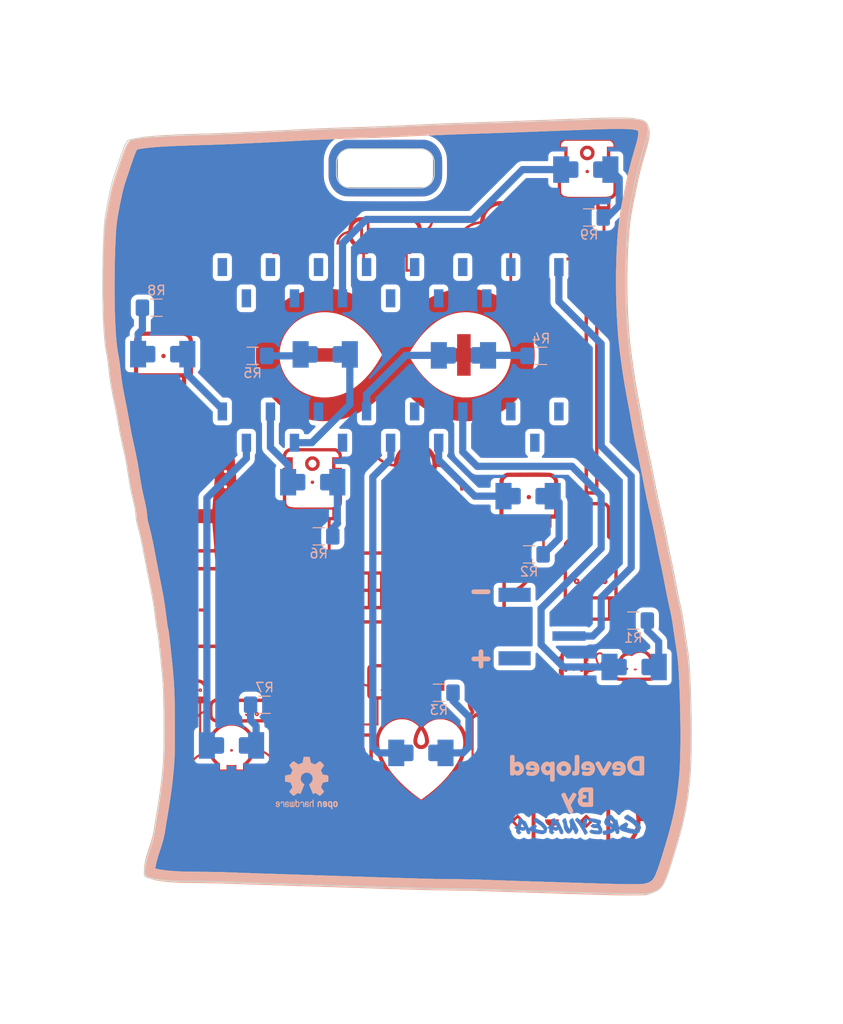
<source format=kicad_pcb>
(kicad_pcb (version 20171130) (host pcbnew 5.1.5-52549c5~84~ubuntu18.04.1)
  (title_block (title "Project Title"))
  (layers (0 F.Cu signal) (31 B.Cu signal) (34 B.Paste user) (35 F.Paste user) (36 B.SilkS user) (37 F.SilkS user) (38 B.Mask user) (39 F.Mask user) (44 Edge.Cuts user))
  (net 0 "")
  (net 1 GND)
  (net 2 "Net-(D1-Pad2)")
  (net 3 /~D3)
  (net 4 /~D5)
  (net 5 "Net-(D2-Pad2)")
  (net 6 "Net-(D3-Pad2)")
  (net 7 /~D6)
  (net 8 /~D9)
  (net 9 "Net-(D4-Pad2)")
  (net 10 "Net-(D5-Pad2)")
  (net 11 /~D10)
  (net 12 /~D11-MOSI)
  (net 13 "Net-(D6-Pad2)")
  (net 14 /~D2)
  (net 15 "Net-(D7-Pad2)")
  (net 16 /~D12-MISO)
  (net 17 "Net-(D8-Pad2)")
  (net 18 "Net-(D9-Pad2)")
  (net 19 /~A2)
  (net 20 VIN)
  (module NANO_Badge_01:SunLed_1206_Reverse (layer B.Cu) (at 153.5684 88.4682)
    (fp_text reference D1)
    (fp_text value LED)
    (pad 1 smd roundrect (at -1.4875 0) (size 1.425 1.75) (layers B.Cu B.Paste B.Mask) (roundrect_rratio 0.175) (net 3 /~D3))
    (pad 2 smd rect (at 2.6 0) (size 1.7 2.8) (layers B.Cu B.Paste B.Mask) (net 2 "Net-(D1-Pad2)"))
    (pad 1 smd rect (at -2.6 0) (size 1.7 2.8) (layers B.Cu B.Paste B.Mask) (net 3 /~D3))
    (pad 2 smd roundrect (at 1.4875 0) (size 1.425 1.75) (layers B.Cu B.Paste B.Mask) (roundrect_rratio 0.175) (net 2 "Net-(D1-Pad2)"))
  )
  (module NANO_Badge_01:SunLed_1206_Reverse (layer B.Cu) (at 142.24 115.57)
    (fp_text reference D2)
    (fp_text value LED)
    (pad 2 smd roundrect (at 1.4875 0) (size 1.425 1.75) (layers B.Cu B.Paste B.Mask) (roundrect_rratio 0.175) (net 5 "Net-(D2-Pad2)"))
    (pad 1 smd rect (at -2.6 0) (size 1.7 2.8) (layers B.Cu B.Paste B.Mask) (net 4 /~D5))
    (pad 2 smd rect (at 2.6 0) (size 1.7 2.8) (layers B.Cu B.Paste B.Mask) (net 5 "Net-(D2-Pad2)"))
    (pad 1 smd roundrect (at -1.4875 0) (size 1.425 1.75) (layers B.Cu B.Paste B.Mask) (roundrect_rratio 0.175) (net 4 /~D5))
  )
  (module NANO_Badge_01:SunLed_1206_Reverse (layer B.Cu) (at 146.7358 73.6092)
    (fp_text reference D3)
    (fp_text value LED)
    (pad 1 smd roundrect (at -1.4875 0) (size 1.425 1.75) (layers B.Cu B.Paste B.Mask) (roundrect_rratio 0.175) (net 7 /~D6))
    (pad 2 smd rect (at 2.6 0) (size 1.7 2.8) (layers B.Cu B.Paste B.Mask) (net 6 "Net-(D3-Pad2)"))
    (pad 1 smd rect (at -2.6 0) (size 1.7 2.8) (layers B.Cu B.Paste B.Mask) (net 7 /~D6))
    (pad 2 smd roundrect (at 1.4875 0) (size 1.425 1.75) (layers B.Cu B.Paste B.Mask) (roundrect_rratio 0.175) (net 6 "Net-(D3-Pad2)"))
  )
  (module NANO_Badge_01:SunLed_1206_Reverse (layer B.Cu) (at 132.1308 73.5076 180)
    (fp_text reference D4)
    (fp_text value LED)
    (pad 2 smd roundrect (at 1.4875 0 180) (size 1.425 1.75) (layers B.Cu B.Paste B.Mask) (roundrect_rratio 0.175) (net 9 "Net-(D4-Pad2)"))
    (pad 1 smd rect (at -2.6 0 180) (size 1.7 2.8) (layers B.Cu B.Paste B.Mask) (net 8 /~D9))
    (pad 2 smd rect (at 2.6 0 180) (size 1.7 2.8) (layers B.Cu B.Paste B.Mask) (net 9 "Net-(D4-Pad2)"))
    (pad 1 smd roundrect (at -1.4875 0 180) (size 1.425 1.75) (layers B.Cu B.Paste B.Mask) (roundrect_rratio 0.175) (net 8 /~D9))
  )
  (module NANO_Badge_01:SunLed_1206_Reverse (layer B.Cu) (at 130.81 86.995)
    (fp_text reference D5)
    (fp_text value LED)
    (pad 1 smd roundrect (at -1.4875 0) (size 1.425 1.75) (layers B.Cu B.Paste B.Mask) (roundrect_rratio 0.175) (net 11 /~D10))
    (pad 2 smd rect (at 2.6 0) (size 1.7 2.8) (layers B.Cu B.Paste B.Mask) (net 10 "Net-(D5-Pad2)"))
    (pad 1 smd rect (at -2.6 0) (size 1.7 2.8) (layers B.Cu B.Paste B.Mask) (net 11 /~D10))
    (pad 2 smd roundrect (at 1.4875 0) (size 1.425 1.75) (layers B.Cu B.Paste B.Mask) (roundrect_rratio 0.175) (net 10 "Net-(D5-Pad2)"))
  )
  (module NANO_Badge_01:SunLed_1206_Reverse (layer B.Cu) (at 122.2248 114.7826)
    (fp_text reference D6)
    (fp_text value LED)
    (pad 2 smd roundrect (at 1.4875 0) (size 1.425 1.75) (layers B.Cu B.Paste B.Mask) (roundrect_rratio 0.175) (net 13 "Net-(D6-Pad2)"))
    (pad 1 smd rect (at -2.6 0) (size 1.7 2.8) (layers B.Cu B.Paste B.Mask) (net 12 /~D11-MOSI))
    (pad 2 smd rect (at 2.6 0) (size 1.7 2.8) (layers B.Cu B.Paste B.Mask) (net 13 "Net-(D6-Pad2)"))
    (pad 1 smd roundrect (at -1.4875 0) (size 1.425 1.75) (layers B.Cu B.Paste B.Mask) (roundrect_rratio 0.175) (net 12 /~D11-MOSI))
  )
  (module NANO_Badge_01:SunLed_1206_Reverse (layer B.Cu) (at 164.7698 106.5022)
    (fp_text reference D7)
    (fp_text value LED)
    (pad 2 smd roundrect (at 1.4875 0) (size 1.425 1.75) (layers B.Cu B.Paste B.Mask) (roundrect_rratio 0.175) (net 15 "Net-(D7-Pad2)"))
    (pad 1 smd rect (at -2.6 0) (size 1.7 2.8) (layers B.Cu B.Paste B.Mask) (net 14 /~D2))
    (pad 2 smd rect (at 2.6 0) (size 1.7 2.8) (layers B.Cu B.Paste B.Mask) (net 15 "Net-(D7-Pad2)"))
    (pad 1 smd roundrect (at -1.4875 0) (size 1.425 1.75) (layers B.Cu B.Paste B.Mask) (roundrect_rratio 0.175) (net 14 /~D2))
  )
  (module NANO_Badge_01:SunLed_1206_Reverse (layer B.Cu) (at 114.9604 73.4822 180)
    (fp_text reference D8)
    (fp_text value LED)
    (pad 1 smd roundrect (at -1.4875 0 180) (size 1.425 1.75) (layers B.Cu B.Paste B.Mask) (roundrect_rratio 0.175) (net 16 /~D12-MISO))
    (pad 2 smd rect (at 2.6 0 180) (size 1.7 2.8) (layers B.Cu B.Paste B.Mask) (net 17 "Net-(D8-Pad2)"))
    (pad 1 smd rect (at -2.6 0 180) (size 1.7 2.8) (layers B.Cu B.Paste B.Mask) (net 16 /~D12-MISO))
    (pad 2 smd roundrect (at 1.4875 0 180) (size 1.425 1.75) (layers B.Cu B.Paste B.Mask) (roundrect_rratio 0.175) (net 17 "Net-(D8-Pad2)"))
  )
  (module NANO_Badge_01:SunLed_1206_Reverse (layer B.Cu) (at 159.6644 54.0004)
    (fp_text reference D9)
    (fp_text value LED)
    (pad 2 smd roundrect (at 1.4875 0) (size 1.425 1.75) (layers B.Cu B.Paste B.Mask) (roundrect_rratio 0.175) (net 18 "Net-(D9-Pad2)"))
    (pad 1 smd rect (at -2.6 0) (size 1.7 2.8) (layers B.Cu B.Paste B.Mask) (net 19 /~A2))
    (pad 2 smd rect (at 2.6 0) (size 1.7 2.8) (layers B.Cu B.Paste B.Mask) (net 18 "Net-(D9-Pad2)"))
    (pad 1 smd roundrect (at -1.4875 0) (size 1.425 1.75) (layers B.Cu B.Paste B.Mask) (roundrect_rratio 0.175) (net 19 /~A2))
  )
  (module NANO_Badge_01:R_1206_3216Metric_Pad1.42x1.75mm_HandSolder (layer B.Cu) (at 164.6825 101.6)
    (fp_text reference R1 (at 0 1.82) (layer B.SilkS) (effects (justify mirror)))
    (fp_text value R_Small)
    (pad 2 smd roundrect (at 1.4875 0) (size 1.425 1.75) (layers B.Cu B.Paste B.Mask) (roundrect_rratio 0.175439) (net 15 "Net-(D7-Pad2)"))
    (pad 1 smd roundrect (at -1.4875 0) (size 1.425 1.75) (layers B.Cu B.Paste B.Mask) (roundrect_rratio 0.175439) (net 1 GND))
  )
  (module NANO_Badge_01:R_1206_3216Metric_Pad1.42x1.75mm_HandSolder (layer B.Cu) (at 153.67 94.615)
    (fp_text reference R2 (at 0 1.82) (layer B.SilkS) (effects (justify mirror)))
    (fp_text value R_Small)
    (pad 2 smd roundrect (at 1.4875 0) (size 1.425 1.75) (layers B.Cu B.Paste B.Mask) (roundrect_rratio 0.175439) (net 2 "Net-(D1-Pad2)"))
    (pad 1 smd roundrect (at -1.4875 0) (size 1.425 1.75) (layers B.Cu B.Paste B.Mask) (roundrect_rratio 0.175439) (net 1 GND))
  )
  (module NANO_Badge_01:R_1206_3216Metric_Pad1.42x1.75mm_HandSolder (layer B.Cu) (at 144.145 109.22)
    (fp_text reference R3 (at 0 1.82) (layer B.SilkS) (effects (justify mirror)))
    (fp_text value R_Small)
    (pad 1 smd roundrect (at -1.4875 0) (size 1.425 1.75) (layers B.Cu B.Paste B.Mask) (roundrect_rratio 0.175439) (net 1 GND))
    (pad 2 smd roundrect (at 1.4875 0) (size 1.425 1.75) (layers B.Cu B.Paste B.Mask) (roundrect_rratio 0.175439) (net 5 "Net-(D2-Pad2)"))
  )
  (module NANO_Badge_01:R_1206_3216Metric_Pad1.42x1.75mm_HandSolder (layer B.Cu) (at 154.94 73.66 180)
    (fp_text reference R4 (at 0 1.82) (layer B.SilkS) (effects (justify mirror)))
    (fp_text value R_Small)
    (pad 2 smd roundrect (at 1.4875 0 180) (size 1.425 1.75) (layers B.Cu B.Paste B.Mask) (roundrect_rratio 0.175439) (net 6 "Net-(D3-Pad2)"))
    (pad 1 smd roundrect (at -1.4875 0 180) (size 1.425 1.75) (layers B.Cu B.Paste B.Mask) (roundrect_rratio 0.175439) (net 1 GND))
  )
  (module NANO_Badge_01:R_1206_3216Metric_Pad1.42x1.75mm_HandSolder (layer B.Cu) (at 124.46 73.66)
    (fp_text reference R5 (at 0 1.82) (layer B.SilkS) (effects (justify mirror)))
    (fp_text value R_Small)
    (pad 1 smd roundrect (at -1.4875 0) (size 1.425 1.75) (layers B.Cu B.Paste B.Mask) (roundrect_rratio 0.175439) (net 1 GND))
    (pad 2 smd roundrect (at 1.4875 0) (size 1.425 1.75) (layers B.Cu B.Paste B.Mask) (roundrect_rratio 0.175439) (net 9 "Net-(D4-Pad2)"))
  )
  (module NANO_Badge_01:R_1206_3216Metric_Pad1.42x1.75mm_HandSolder (layer B.Cu) (at 131.445 92.71)
    (fp_text reference R6 (at 0 1.82) (layer B.SilkS) (effects (justify mirror)))
    (fp_text value R_Small)
    (pad 2 smd roundrect (at 1.4875 0) (size 1.425 1.75) (layers B.Cu B.Paste B.Mask) (roundrect_rratio 0.175439) (net 10 "Net-(D5-Pad2)"))
    (pad 1 smd roundrect (at -1.4875 0) (size 1.425 1.75) (layers B.Cu B.Paste B.Mask) (roundrect_rratio 0.175439) (net 1 GND))
  )
  (module NANO_Badge_01:R_1206_3216Metric_Pad1.42x1.75mm_HandSolder (layer B.Cu) (at 125.73 110.49 180)
    (fp_text reference R7 (at 0 1.82) (layer B.SilkS) (effects (justify mirror)))
    (fp_text value R_Small)
    (pad 1 smd roundrect (at -1.4875 0 180) (size 1.425 1.75) (layers B.Cu B.Paste B.Mask) (roundrect_rratio 0.175439) (net 1 GND))
    (pad 2 smd roundrect (at 1.4875 0 180) (size 1.425 1.75) (layers B.Cu B.Paste B.Mask) (roundrect_rratio 0.175439) (net 13 "Net-(D6-Pad2)"))
  )
  (module NANO_Badge_01:R_1206_3216Metric_Pad1.42x1.75mm_HandSolder (layer B.Cu) (at 114.3 68.58 180)
    (fp_text reference R8 (at 0 1.82) (layer B.SilkS) (effects (justify mirror)))
    (fp_text value R_Small)
    (pad 2 smd roundrect (at 1.4875 0 180) (size 1.425 1.75) (layers B.Cu B.Paste B.Mask) (roundrect_rratio 0.175439) (net 17 "Net-(D8-Pad2)"))
    (pad 1 smd roundrect (at -1.4875 0 180) (size 1.425 1.75) (layers B.Cu B.Paste B.Mask) (roundrect_rratio 0.175439) (net 1 GND))
  )
  (module NANO_Badge_01:R_1206_3216Metric_Pad1.42x1.75mm_HandSolder (layer B.Cu) (at 160.02 59.055)
    (fp_text reference R9 (at 0 1.82) (layer B.SilkS) (effects (justify mirror)))
    (fp_text value R_Small)
    (pad 1 smd roundrect (at -1.4875 0) (size 1.425 1.75) (layers B.Cu B.Paste B.Mask) (roundrect_rratio 0.175439) (net 1 GND))
    (pad 2 smd roundrect (at 1.4875 0) (size 1.425 1.75) (layers B.Cu B.Paste B.Mask) (roundrect_rratio 0.175439) (net 18 "Net-(D9-Pad2)"))
  )
  (module NANO_Badge_01:NANO_IoT_33_03 (layer F.Cu) (at 139.7 89.535)
    (fp_text reference U1 hide)
    (fp_text value NANO_ALL_PCB hide)
    (fp_line (start -4.916956 -37.730746) (end -4.916937 -37.730749) (layer Edge.Cuts) (width 0.1))
    (fp_line (start -4.916956 -37.730746) (end -4.916956 -37.730746) (layer Edge.Cuts) (width 0.1))
    (fp_line (start -4.916956 -37.730746) (end -4.916956 -37.730746) (layer Edge.Cuts) (width 0.1))
    (fp_line (start -4.916956 -37.730746) (end -4.916956 -37.730746) (layer Edge.Cuts) (width 0.1))
    (fp_line (start -4.916956 -37.730746) (end -4.916956 -37.730746) (layer Edge.Cuts) (width 0.1))
    (fp_line (start -5.06727 -37.723206) (end -4.916956 -37.730746) (layer Edge.Cuts) (width 0.1))
    (fp_line (start -5.213146 -37.701065) (end -5.06727 -37.723206) (layer Edge.Cuts) (width 0.1))
    (fp_line (start -5.353861 -37.665051) (end -5.213146 -37.701065) (layer Edge.Cuts) (width 0.1))
    (fp_line (start -5.488686 -37.615889) (end -5.353861 -37.665051) (layer Edge.Cuts) (width 0.1))
    (fp_line (start -5.616898 -37.554305) (end -5.488686 -37.615889) (layer Edge.Cuts) (width 0.1))
    (fp_line (start -5.737768 -37.481025) (end -5.616898 -37.554305) (layer Edge.Cuts) (width 0.1))
    (fp_line (start -5.850574 -37.396776) (end -5.737768 -37.481025) (layer Edge.Cuts) (width 0.1))
    (fp_line (start -5.954586 -37.302282) (end -5.850574 -37.396776) (layer Edge.Cuts) (width 0.1))
    (fp_line (start -6.049076 -37.19827) (end -5.954586 -37.302282) (layer Edge.Cuts) (width 0.1))
    (fp_line (start -6.133336 -37.085466) (end -6.049076 -37.19827) (layer Edge.Cuts) (width 0.1))
    (fp_line (start -6.206616 -36.964596) (end -6.133336 -37.085466) (layer Edge.Cuts) (width 0.1))
    (fp_line (start -6.268196 -36.836384) (end -6.206616 -36.964596) (layer Edge.Cuts) (width 0.1))
    (fp_line (start -6.317366 -36.701559) (end -6.268196 -36.836384) (layer Edge.Cuts) (width 0.1))
    (fp_line (start -6.353376 -36.560844) (end -6.317366 -36.701559) (layer Edge.Cuts) (width 0.1))
    (fp_line (start -6.375516 -36.414967) (end -6.353376 -36.560844) (layer Edge.Cuts) (width 0.1))
    (fp_line (start -6.383016 -36.264653) (end -6.375516 -36.414967) (layer Edge.Cuts) (width 0.1))
    (fp_line (start -6.383016 -35.963927) (end -6.383016 -36.264653) (layer Edge.Cuts) (width 0.1))
    (fp_line (start -6.383016 -35.663201) (end -6.383016 -35.963927) (layer Edge.Cuts) (width 0.1))
    (fp_line (start -6.383016 -35.362476) (end -6.383016 -35.663201) (layer Edge.Cuts) (width 0.1))
    (fp_line (start -6.383016 -35.061748) (end -6.383016 -35.362476) (layer Edge.Cuts) (width 0.1))
    (fp_line (start -6.375483 -34.911433) (end -6.383016 -35.061748) (layer Edge.Cuts) (width 0.1))
    (fp_line (start -6.353337 -34.765556) (end -6.375483 -34.911433) (layer Edge.Cuts) (width 0.1))
    (fp_line (start -6.317331 -34.624842) (end -6.353337 -34.765556) (layer Edge.Cuts) (width 0.1))
    (fp_line (start -6.268173 -34.490016) (end -6.317331 -34.624842) (layer Edge.Cuts) (width 0.1))
    (fp_line (start -6.20659 -34.361805) (end -6.268173 -34.490016) (layer Edge.Cuts) (width 0.1))
    (fp_line (start -6.133307 -34.240935) (end -6.20659 -34.361805) (layer Edge.Cuts) (width 0.1))
    (fp_line (start -6.049061 -34.128131) (end -6.133307 -34.240935) (layer Edge.Cuts) (width 0.1))
    (fp_line (start -5.954567 -34.024119) (end -6.049061 -34.128131) (layer Edge.Cuts) (width 0.1))
    (fp_line (start -5.850555 -33.929625) (end -5.954567 -34.024119) (layer Edge.Cuts) (width 0.1))
    (fp_line (start -5.73775 -33.845375) (end -5.850555 -33.929625) (layer Edge.Cuts) (width 0.1))
    (fp_line (start -5.616879 -33.772094) (end -5.73775 -33.845375) (layer Edge.Cuts) (width 0.1))
    (fp_line (start -5.488669 -33.710508) (end -5.616879 -33.772094) (layer Edge.Cuts) (width 0.1))
    (fp_line (start -5.353844 -33.661349) (end -5.488669 -33.710508) (layer Edge.Cuts) (width 0.1))
    (fp_line (start -5.213128 -33.625337) (end -5.353844 -33.661349) (layer Edge.Cuts) (width 0.1))
    (fp_line (start -5.067252 -33.603196) (end -5.213128 -33.625337) (layer Edge.Cuts) (width 0.1))
    (fp_line (start -4.916938 -33.595646) (end -5.067252 -33.603196) (layer Edge.Cuts) (width 0.1))
    (fp_line (start -4.454064 -33.595646) (end -4.916938 -33.595646) (layer Edge.Cuts) (width 0.1))
    (fp_line (start -3.991191 -33.595646) (end -4.454064 -33.595646) (layer Edge.Cuts) (width 0.1))
    (fp_line (start -3.528318 -33.595646) (end -3.991191 -33.595646) (layer Edge.Cuts) (width 0.1))
    (fp_line (start -3.065443 -33.595646) (end -3.528318 -33.595646) (layer Edge.Cuts) (width 0.1))
    (fp_line (start -2.602589 -33.595646) (end -3.065443 -33.595646) (layer Edge.Cuts) (width 0.1))
    (fp_line (start -2.139738 -33.595646) (end -2.602589 -33.595646) (layer Edge.Cuts) (width 0.1))
    (fp_line (start -1.676884 -33.595646) (end -2.139738 -33.595646) (layer Edge.Cuts) (width 0.1))
    (fp_line (start -1.214032 -33.595646) (end -1.676884 -33.595646) (layer Edge.Cuts) (width 0.1))
    (fp_line (start -0.751225 -33.595646) (end -1.214032 -33.595646) (layer Edge.Cuts) (width 0.1))
    (fp_line (start -0.288418 -33.595646) (end -0.751225 -33.595646) (layer Edge.Cuts) (width 0.1))
    (fp_line (start 0.174387 -33.595646) (end -0.288418 -33.595646) (layer Edge.Cuts) (width 0.1))
    (fp_line (start 0.63719 -33.595646) (end 0.174387 -33.595646) (layer Edge.Cuts) (width 0.1))
    (fp_line (start 1.100046 -33.595646) (end 0.63719 -33.595646) (layer Edge.Cuts) (width 0.1))
    (fp_line (start 1.5629 -33.595646) (end 1.100046 -33.595646) (layer Edge.Cuts) (width 0.1))
    (fp_line (start 2.025755 -33.595646) (end 1.5629 -33.595646) (layer Edge.Cuts) (width 0.1))
    (fp_line (start 2.48859 -33.595646) (end 2.025755 -33.595646) (layer Edge.Cuts) (width 0.1))
    (fp_line (start 2.638904 -33.603196) (end 2.48859 -33.595646) (layer Edge.Cuts) (width 0.1))
    (fp_line (start 2.784782 -33.625337) (end 2.638904 -33.603196) (layer Edge.Cuts) (width 0.1))
    (fp_line (start 2.925495 -33.661348) (end 2.784782 -33.625337) (layer Edge.Cuts) (width 0.1))
    (fp_line (start 3.060321 -33.710507) (end 2.925495 -33.661348) (layer Edge.Cuts) (width 0.1))
    (fp_line (start 3.188532 -33.772093) (end 3.060321 -33.710507) (layer Edge.Cuts) (width 0.1))
    (fp_line (start 3.309402 -33.845376) (end 3.188532 -33.772093) (layer Edge.Cuts) (width 0.1))
    (fp_line (start 3.422207 -33.929626) (end 3.309402 -33.845376) (layer Edge.Cuts) (width 0.1))
    (fp_line (start 3.526218 -34.02412) (end 3.422207 -33.929626) (layer Edge.Cuts) (width 0.1))
    (fp_line (start 3.620708 -34.128132) (end 3.526218 -34.02412) (layer Edge.Cuts) (width 0.1))
    (fp_line (start 3.704958 -34.240936) (end 3.620708 -34.128132) (layer Edge.Cuts) (width 0.1))
    (fp_line (start 3.778238 -34.361806) (end 3.704958 -34.240936) (layer Edge.Cuts) (width 0.1))
    (fp_line (start 3.839818 -34.490017) (end 3.778238 -34.361806) (layer Edge.Cuts) (width 0.1))
    (fp_line (start 3.888988 -34.624843) (end 3.839818 -34.490017) (layer Edge.Cuts) (width 0.1))
    (fp_line (start 3.924998 -34.765557) (end 3.888988 -34.624843) (layer Edge.Cuts) (width 0.1))
    (fp_line (start 3.947138 -34.911435) (end 3.924998 -34.765557) (layer Edge.Cuts) (width 0.1))
    (fp_line (start 3.954638 -35.061749) (end 3.947138 -34.911435) (layer Edge.Cuts) (width 0.1))
    (fp_line (start 3.954638 -35.362475) (end 3.954638 -35.061749) (layer Edge.Cuts) (width 0.1))
    (fp_line (start 3.954638 -35.663201) (end 3.954638 -35.362475) (layer Edge.Cuts) (width 0.1))
    (fp_line (start 3.954638 -35.963926) (end 3.954638 -35.663201) (layer Edge.Cuts) (width 0.1))
    (fp_line (start 3.954638 -36.264654) (end 3.954638 -35.963926) (layer Edge.Cuts) (width 0.1))
    (fp_line (start 3.947138 -36.414969) (end 3.954638 -36.264654) (layer Edge.Cuts) (width 0.1))
    (fp_line (start 3.925008 -36.560846) (end 3.947138 -36.414969) (layer Edge.Cuts) (width 0.1))
    (fp_line (start 3.888988 -36.70156) (end 3.925008 -36.560846) (layer Edge.Cuts) (width 0.1))
    (fp_line (start 3.839828 -36.836386) (end 3.888988 -36.70156) (layer Edge.Cuts) (width 0.1))
    (fp_line (start 3.778248 -36.964597) (end 3.839828 -36.836386) (layer Edge.Cuts) (width 0.1))
    (fp_line (start 3.704978 -37.085467) (end 3.778248 -36.964597) (layer Edge.Cuts) (width 0.1))
    (fp_line (start 3.620728 -37.198272) (end 3.704978 -37.085467) (layer Edge.Cuts) (width 0.1))
    (fp_line (start 3.526238 -37.302284) (end 3.620728 -37.198272) (layer Edge.Cuts) (width 0.1))
    (fp_line (start 3.422225 -37.396778) (end 3.526238 -37.302284) (layer Edge.Cuts) (width 0.1))
    (fp_line (start 3.309421 -37.481028) (end 3.422225 -37.396778) (layer Edge.Cuts) (width 0.1))
    (fp_line (start 3.188551 -37.554308) (end 3.309421 -37.481028) (layer Edge.Cuts) (width 0.1))
    (fp_line (start 3.060341 -37.615892) (end 3.188551 -37.554308) (layer Edge.Cuts) (width 0.1))
    (fp_line (start 2.925515 -37.665054) (end 3.060341 -37.615892) (layer Edge.Cuts) (width 0.1))
    (fp_line (start 2.784801 -37.701068) (end 2.925515 -37.665054) (layer Edge.Cuts) (width 0.1))
    (fp_line (start 2.638924 -37.723209) (end 2.784801 -37.701068) (layer Edge.Cuts) (width 0.1))
    (fp_line (start 2.48861 -37.730749) (end 2.638924 -37.723209) (layer Edge.Cuts) (width 0.1))
    (fp_line (start 2.025736 -37.730749) (end 2.48861 -37.730749) (layer Edge.Cuts) (width 0.1))
    (fp_line (start 1.562864 -37.730749) (end 2.025736 -37.730749) (layer Edge.Cuts) (width 0.1))
    (fp_line (start 1.09999 -37.730749) (end 1.562864 -37.730749) (layer Edge.Cuts) (width 0.1))
    (fp_line (start 0.637115 -37.730749) (end 1.09999 -37.730749) (layer Edge.Cuts) (width 0.1))
    (fp_line (start 0.174261 -37.730749) (end 0.637115 -37.730749) (layer Edge.Cuts) (width 0.1))
    (fp_line (start -0.28859 -37.730749) (end 0.174261 -37.730749) (layer Edge.Cuts) (width 0.1))
    (fp_line (start -0.751444 -37.730749) (end -0.28859 -37.730749) (layer Edge.Cuts) (width 0.1))
    (fp_line (start -1.214297 -37.730749) (end -0.751444 -37.730749) (layer Edge.Cuts) (width 0.1))
    (fp_line (start -1.677103 -37.730749) (end -1.214297 -37.730749) (layer Edge.Cuts) (width 0.1))
    (fp_line (start -2.139909 -37.730749) (end -1.677103 -37.730749) (layer Edge.Cuts) (width 0.1))
    (fp_line (start -2.602715 -37.730749) (end -2.139909 -37.730749) (layer Edge.Cuts) (width 0.1))
    (fp_line (start -3.065519 -37.730749) (end -2.602715 -37.730749) (layer Edge.Cuts) (width 0.1))
    (fp_line (start -3.528374 -37.730749) (end -3.065519 -37.730749) (layer Edge.Cuts) (width 0.1))
    (fp_line (start -3.991228 -37.730749) (end -3.528374 -37.730749) (layer Edge.Cuts) (width 0.1))
    (fp_line (start -4.454084 -37.730749) (end -3.991228 -37.730749) (layer Edge.Cuts) (width 0.1))
    (fp_line (start -4.916937 -37.730749) (end -4.454084 -37.730749) (layer Edge.Cuts) (width 0.1))
    (fp_line (start 31.01086 27.939856) (end 31.010971 27.939819) (layer Edge.Cuts) (width 0.1))
    (fp_line (start 31.01086 27.939856) (end 31.01086 27.939856) (layer Edge.Cuts) (width 0.1))
    (fp_line (start 31.01086 27.939856) (end 31.01086 27.939856) (layer Edge.Cuts) (width 0.1))
    (fp_line (start 31.05614 26.992483) (end 31.01086 27.939856) (layer Edge.Cuts) (width 0.1))
    (fp_line (start 31.08137 25.837564) (end 31.05614 26.992483) (layer Edge.Cuts) (width 0.1))
    (fp_line (start 31.08827 24.818533) (end 31.08137 25.837564) (layer Edge.Cuts) (width 0.1))
    (fp_line (start 31.08457 23.733519) (end 31.08827 24.818533) (layer Edge.Cuts) (width 0.1))
    (fp_line (start 31.07225 22.687246) (end 31.08457 23.733519) (layer Edge.Cuts) (width 0.1))
    (fp_line (start 31.05209 21.630137) (end 31.07225 22.687246) (layer Edge.Cuts) (width 0.1))
    (fp_line (start 31.02403 20.560474) (end 31.05209 21.630137) (layer Edge.Cuts) (width 0.1))
    (fp_line (start 30.98916 19.526986) (end 31.02403 20.560474) (layer Edge.Cuts) (width 0.1))
    (fp_line (start 30.94176 18.41882) (end 30.98916 19.526986) (layer Edge.Cuts) (width 0.1))
    (fp_line (start 30.88743 17.425696) (end 30.94176 18.41882) (layer Edge.Cuts) (width 0.1))
    (fp_line (start 30.83119 16.631985) (end 30.88743 17.425696) (layer Edge.Cuts) (width 0.1))
    (fp_line (start 30.77068 16.000476) (end 30.83119 16.631985) (layer Edge.Cuts) (width 0.1))
    (fp_line (start 30.644803 15.128188) (end 30.77068 16.000476) (layer Edge.Cuts) (width 0.1))
    (fp_line (start 30.498732 14.210807) (end 30.644803 15.128188) (layer Edge.Cuts) (width 0.1))
    (fp_line (start 30.352688 13.274556) (end 30.498732 14.210807) (layer Edge.Cuts) (width 0.1))
    (fp_line (start 30.226895 12.345655) (end 30.352688 13.274556) (layer Edge.Cuts) (width 0.1))
    (fp_line (start 30.108463 11.634325) (end 30.226895 12.345655) (layer Edge.Cuts) (width 0.1))
    (fp_line (start 29.994283 11.097493) (end 30.108463 11.634325) (layer Edge.Cuts) (width 0.1))
    (fp_line (start 29.861583 10.534902) (end 29.994283 11.097493) (layer Edge.Cuts) (width 0.1))
    (fp_line (start 29.696726 9.767884) (end 29.861583 10.534902) (layer Edge.Cuts) (width 0.1))
    (fp_line (start 29.560161 9.095119) (end 29.696726 9.767884) (layer Edge.Cuts) (width 0.1))
    (fp_line (start 29.432243 8.43078) (end 29.560161 9.095119) (layer Edge.Cuts) (width 0.1))
    (fp_line (start 29.303187 7.753359) (end 29.432243 8.43078) (layer Edge.Cuts) (width 0.1))
    (fp_line (start 29.16642 7.060234) (end 29.303187 7.753359) (layer Edge.Cuts) (width 0.1))
    (fp_line (start 29.006464 6.27946) (end 29.16642 7.060234) (layer Edge.Cuts) (width 0.1))
    (fp_line (start 28.879061 5.693903) (end 29.006464 6.27946) (layer Edge.Cuts) (width 0.1))
    (fp_line (start 28.764878 5.176126) (end 28.879061 5.693903) (layer Edge.Cuts) (width 0.1))
    (fp_line (start 28.63142 4.538059) (end 28.764878 5.176126) (layer Edge.Cuts) (width 0.1))
    (fp_line (start 28.510746 3.938435) (end 28.63142 4.538059) (layer Edge.Cuts) (width 0.1))
    (fp_line (start 28.402535 3.378073) (end 28.510746 3.938435) (layer Edge.Cuts) (width 0.1))
    (fp_line (start 28.273618 2.729128) (end 28.402535 3.378073) (layer Edge.Cuts) (width 0.1))
    (fp_line (start 28.112187 1.971064) (end 28.273618 2.729128) (layer Edge.Cuts) (width 0.1))
    (fp_line (start 27.946771 1.232919) (end 28.112187 1.971064) (layer Edge.Cuts) (width 0.1))
    (fp_line (start 27.789999 0.571016) (end 27.946771 1.232919) (layer Edge.Cuts) (width 0.1))
    (fp_line (start 27.631048 -0.103251) (end 27.789999 0.571016) (layer Edge.Cuts) (width 0.1))
    (fp_line (start 27.462466 -0.863741) (end 27.631048 -0.103251) (layer Edge.Cuts) (width 0.1))
    (fp_line (start 27.300404 -1.636438) (end 27.462466 -0.863741) (layer Edge.Cuts) (width 0.1))
    (fp_line (start 27.169896 -2.306225) (end 27.300404 -1.636438) (layer Edge.Cuts) (width 0.1))
    (fp_line (start 27.022578 -3.069796) (end 27.169896 -2.306225) (layer Edge.Cuts) (width 0.1))
    (fp_line (start 26.827642 -4.02826) (end 27.022578 -3.069796) (layer Edge.Cuts) (width 0.1))
    (fp_line (start 26.642029 -4.910604) (end 26.827642 -4.02826) (layer Edge.Cuts) (width 0.1))
    (fp_line (start 26.460746 -5.744871) (end 26.642029 -4.910604) (layer Edge.Cuts) (width 0.1))
    (fp_line (start 26.298152 -6.496173) (end 26.460746 -5.744871) (layer Edge.Cuts) (width 0.1))
    (fp_line (start 26.141883 -7.250159) (end 26.298152 -6.496173) (layer Edge.Cuts) (width 0.1))
    (fp_line (start 25.968899 -8.130979) (end 26.141883 -7.250159) (layer Edge.Cuts) (width 0.1))
    (fp_line (start 25.857461 -8.762462) (end 25.968899 -8.130979) (layer Edge.Cuts) (width 0.1))
    (fp_line (start 25.677595 -9.806776) (end 25.857461 -8.762462) (layer Edge.Cuts) (width 0.1))
    (fp_line (start 25.458889 -10.937934) (end 25.677595 -9.806776) (layer Edge.Cuts) (width 0.1))
    (fp_line (start 25.298923 -11.759288) (end 25.458889 -10.937934) (layer Edge.Cuts) (width 0.1))
    (fp_line (start 25.131835 -12.700268) (end 25.298923 -11.759288) (layer Edge.Cuts) (width 0.1))
    (fp_line (start 24.987272 -13.57293) (end 25.131835 -12.700268) (layer Edge.Cuts) (width 0.1))
    (fp_line (start 24.847127 -14.470192) (end 24.987272 -13.57293) (layer Edge.Cuts) (width 0.1))
    (fp_line (start 24.713959 -15.37586) (end 24.847127 -14.470192) (layer Edge.Cuts) (width 0.1))
    (fp_line (start 24.594707 -16.244776) (end 24.713959 -15.37586) (layer Edge.Cuts) (width 0.1))
    (fp_line (start 24.474236 -17.2156) (end 24.594707 -16.244776) (layer Edge.Cuts) (width 0.1))
    (fp_line (start 24.390626 -18.025763) (end 24.474236 -17.2156) (layer Edge.Cuts) (width 0.1))
    (fp_line (start 24.301616 -19.174937) (end 24.390626 -18.025763) (layer Edge.Cuts) (width 0.1))
    (fp_line (start 24.232526 -20.354096) (end 24.301616 -19.174937) (layer Edge.Cuts) (width 0.1))
    (fp_line (start 24.184256 -21.516962) (end 24.232526 -20.354096) (layer Edge.Cuts) (width 0.1))
    (fp_line (start 24.154286 -22.686641) (end 24.184256 -21.516962) (layer Edge.Cuts) (width 0.1))
    (fp_line (start 24.142366 -23.860989) (end 24.154286 -22.686641) (layer Edge.Cuts) (width 0.1))
    (fp_line (start 24.148566 -25.020711) (end 24.142366 -23.860989) (layer Edge.Cuts) (width 0.1))
    (fp_line (start 24.174086 -26.207146) (end 24.148566 -25.020711) (layer Edge.Cuts) (width 0.1))
    (fp_line (start 24.218866 -27.353321) (end 24.174086 -26.207146) (layer Edge.Cuts) (width 0.1))
    (fp_line (start 24.290356 -28.55757) (end 24.218866 -27.353321) (layer Edge.Cuts) (width 0.1))
    (fp_line (start 24.384596 -29.680892) (end 24.290356 -28.55757) (layer Edge.Cuts) (width 0.1))
    (fp_line (start 24.453556 -30.32325) (end 24.384596 -29.680892) (layer Edge.Cuts) (width 0.1))
    (fp_line (start 24.530856 -30.924946) (end 24.453556 -30.32325) (layer Edge.Cuts) (width 0.1))
    (fp_line (start 24.616416 -31.482114) (end 24.530856 -30.924946) (layer Edge.Cuts) (width 0.1))
    (fp_line (start 24.710146 -31.990893) (end 24.616416 -31.482114) (layer Edge.Cuts) (width 0.1))
    (fp_line (start 24.828618 -32.576028) (end 24.710146 -31.990893) (layer Edge.Cuts) (width 0.1))
    (fp_line (start 24.890388 -32.880814) (end 24.828618 -32.576028) (layer Edge.Cuts) (width 0.1))
    (fp_line (start 24.951828 -33.183868) (end 24.890388 -32.880814) (layer Edge.Cuts) (width 0.1))
    (fp_line (start 25.022708 -33.53325) (end 24.951828 -33.183868) (layer Edge.Cuts) (width 0.1))
    (fp_line (start 25.088428 -33.856965) (end 25.022708 -33.53325) (layer Edge.Cuts) (width 0.1))
    (fp_line (start 25.146428 -34.142388) (end 25.088428 -33.856965) (layer Edge.Cuts) (width 0.1))
    (fp_line (start 25.194138 -34.376892) (end 25.146428 -34.142388) (layer Edge.Cuts) (width 0.1))
    (fp_line (start 25.283968 -34.795499) (end 25.194138 -34.376892) (layer Edge.Cuts) (width 0.1))
    (fp_line (start 25.392019 -35.261149) (end 25.283968 -34.795499) (layer Edge.Cuts) (width 0.1))
    (fp_line (start 25.514926 -35.760972) (end 25.392019 -35.261149) (layer Edge.Cuts) (width 0.1))
    (fp_line (start 25.649322 -36.2821) (end 25.514926 -35.760972) (layer Edge.Cuts) (width 0.1))
    (fp_line (start 25.779678 -36.767307) (end 25.649322 -36.2821) (layer Edge.Cuts) (width 0.1))
    (fp_line (start 25.914265 -37.249696) (end 25.779678 -36.767307) (layer Edge.Cuts) (width 0.1))
    (fp_line (start 26.050488 -37.719368) (end 25.914265 -37.249696) (layer Edge.Cuts) (width 0.1))
    (fp_line (start 26.18576 -38.166425) (end 26.050488 -37.719368) (layer Edge.Cuts) (width 0.1))
    (fp_line (start 26.289436 -38.51232) (end 26.18576 -38.166425) (layer Edge.Cuts) (width 0.1))
    (fp_line (start 26.375766 -38.825459) (end 26.289436 -38.51232) (layer Edge.Cuts) (width 0.1))
    (fp_line (start 26.444866 -39.107602) (end 26.375766 -38.825459) (layer Edge.Cuts) (width 0.1))
    (fp_line (start 26.496836 -39.360508) (end 26.444866 -39.107602) (layer Edge.Cuts) (width 0.1))
    (fp_line (start 26.531216 -39.581523) (end 26.496836 -39.360508) (layer Edge.Cuts) (width 0.1))
    (fp_line (start 26.549366 -39.777842) (end 26.531216 -39.581523) (layer Edge.Cuts) (width 0.1))
    (fp_line (start 26.551366 -39.951117) (end 26.549366 -39.777842) (layer Edge.Cuts) (width 0.1))
    (fp_line (start 26.537336 -40.103002) (end 26.551366 -39.951117) (layer Edge.Cuts) (width 0.1))
    (fp_line (start 26.507356 -40.235148) (end 26.537336 -40.103002) (layer Edge.Cuts) (width 0.1))
    (fp_line (start 26.461516 -40.349208) (end 26.507356 -40.235148) (layer Edge.Cuts) (width 0.1))
    (fp_line (start 26.399926 -40.446834) (end 26.461516 -40.349208) (layer Edge.Cuts) (width 0.1))
    (fp_line (start 26.322666 -40.529679) (end 26.399926 -40.446834) (layer Edge.Cuts) (width 0.1))
    (fp_line (start 26.21012 -40.615745) (end 26.322666 -40.529679) (layer Edge.Cuts) (width 0.1))
    (fp_line (start 26.073594 -40.690434) (end 26.21012 -40.615745) (layer Edge.Cuts) (width 0.1))
    (fp_line (start 25.906345 -40.754084) (end 26.073594 -40.690434) (layer Edge.Cuts) (width 0.1))
    (fp_line (start 25.701618 -40.807036) (end 25.906345 -40.754084) (layer Edge.Cuts) (width 0.1))
    (fp_line (start 25.452671 -40.849629) (end 25.701618 -40.807036) (layer Edge.Cuts) (width 0.1))
    (fp_line (start 25.152752 -40.882201) (end 25.452671 -40.849629) (layer Edge.Cuts) (width 0.1))
    (fp_line (start 24.373013 -40.918646) (end 25.152752 -40.882201) (layer Edge.Cuts) (width 0.1))
    (fp_line (start 23.95598 -40.923082) (end 24.373013 -40.918646) (layer Edge.Cuts) (width 0.1))
    (fp_line (start 23.482688 -40.921141) (end 23.95598 -40.923082) (layer Edge.Cuts) (width 0.1))
    (fp_line (start 22.948926 -40.913057) (end 23.482688 -40.921141) (layer Edge.Cuts) (width 0.1))
    (fp_line (start 22.350474 -40.899033) (end 22.948926 -40.913057) (layer Edge.Cuts) (width 0.1))
    (fp_line (start 21.897725 -40.886006) (end 22.350474 -40.899033) (layer Edge.Cuts) (width 0.1))
    (fp_line (start 21.410797 -40.870322) (end 21.897725 -40.886006) (layer Edge.Cuts) (width 0.1))
    (fp_line (start 20.888313 -40.852051) (end 21.410797 -40.870322) (layer Edge.Cuts) (width 0.1))
    (fp_line (start 20.328887 -40.831262) (end 20.888313 -40.852051) (layer Edge.Cuts) (width 0.1))
    (fp_line (start 19.81996 -40.811886) (end 20.328887 -40.831262) (layer Edge.Cuts) (width 0.1))
    (fp_line (start 19.33135 -40.793295) (end 19.81996 -40.811886) (layer Edge.Cuts) (width 0.1))
    (fp_line (start 18.412798 -40.75838) (end 19.33135 -40.793295) (layer Edge.Cuts) (width 0.1))
    (fp_line (start 17.40477 -40.720139) (end 18.412798 -40.75838) (layer Edge.Cuts) (width 0.1))
    (fp_line (start 16.496716 -40.685788) (end 17.40477 -40.720139) (layer Edge.Cuts) (width 0.1))
    (fp_line (start 15.472321 -40.647206) (end 16.496716 -40.685788) (layer Edge.Cuts) (width 0.1))
    (fp_line (start 14.580625 -40.613849) (end 15.472321 -40.647206) (layer Edge.Cuts) (width 0.1))
    (fp_line (start 13.532802 -40.575098) (end 14.580625 -40.613849) (layer Edge.Cuts) (width 0.1))
    (fp_line (start 12.664394 -40.543602) (end 13.532802 -40.575098) (layer Edge.Cuts) (width 0.1))
    (fp_line (start 11.630797 -40.507394) (end 12.664394 -40.543602) (layer Edge.Cuts) (width 0.1))
    (fp_line (start 10.748165 -40.478106) (end 11.630797 -40.507394) (layer Edge.Cuts) (width 0.1))
    (fp_line (start 9.805759 -40.447708) (end 10.748165 -40.478106) (layer Edge.Cuts) (width 0.1))
    (fp_line (start 8.86335 -40.417309) (end 9.805759 -40.447708) (layer Edge.Cuts) (width 0.1))
    (fp_line (start 7.921024 -40.386913) (end 8.86335 -40.417309) (layer Edge.Cuts) (width 0.1))
    (fp_line (start 6.978695 -40.356517) (end 7.921024 -40.386913) (layer Edge.Cuts) (width 0.1))
    (fp_line (start 6.135746 -40.326672) (end 6.978695 -40.356517) (layer Edge.Cuts) (width 0.1))
    (fp_line (start 5.093549 -40.285645) (end 6.135746 -40.326672) (layer Edge.Cuts) (width 0.1))
    (fp_line (start 4.16772 -40.246946) (end 5.093549 -40.285645) (layer Edge.Cuts) (width 0.1))
    (fp_line (start 3.208889 -40.205077) (end 4.16772 -40.246946) (layer Edge.Cuts) (width 0.1))
    (fp_line (start 2.238975 -40.160877) (end 3.208889 -40.205077) (layer Edge.Cuts) (width 0.1))
    (fp_line (start 1.3245 -40.117173) (end 2.238975 -40.160877) (layer Edge.Cuts) (width 0.1))
    (fp_line (start 0.485412 -40.077028) (end 1.3245 -40.117173) (layer Edge.Cuts) (width 0.1))
    (fp_line (start -0.376604 -40.03773) (end 0.485412 -40.077028) (layer Edge.Cuts) (width 0.1))
    (fp_line (start -1.251367 -39.999684) (end -0.376604 -40.03773) (layer Edge.Cuts) (width 0.1))
    (fp_line (start -2.078068 -39.965543) (end -1.251367 -39.999684) (layer Edge.Cuts) (width 0.1))
    (fp_line (start -3.050517 -39.928432) (end -2.078068 -39.965543) (layer Edge.Cuts) (width 0.1))
    (fp_line (start -3.779987 -39.904879) (end -3.050517 -39.928432) (layer Edge.Cuts) (width 0.1))
    (fp_line (start -4.960717 -39.872131) (end -3.779987 -39.904879) (layer Edge.Cuts) (width 0.1))
    (fp_line (start -6.031778 -39.840215) (end -4.960717 -39.872131) (layer Edge.Cuts) (width 0.1))
    (fp_line (start -7.224578 -39.801171) (end -6.031778 -39.840215) (layer Edge.Cuts) (width 0.1))
    (fp_line (start -8.28336 -39.762116) (end -7.224578 -39.801171) (layer Edge.Cuts) (width 0.1))
    (fp_line (start -9.482929 -39.710551) (end -8.28336 -39.762116) (layer Edge.Cuts) (width 0.1))
    (fp_line (start -10.533611 -39.656234) (end -9.482929 -39.710551) (layer Edge.Cuts) (width 0.1))
    (fp_line (start -11.42943 -39.607166) (end -10.533611 -39.656234) (layer Edge.Cuts) (width 0.1))
    (fp_line (start -12.464776 -39.553412) (end -11.42943 -39.607166) (layer Edge.Cuts) (width 0.1))
    (fp_line (start -13.411383 -39.506053) (end -12.464776 -39.553412) (layer Edge.Cuts) (width 0.1))
    (fp_line (start -14.396505 -39.458157) (end -13.411383 -39.506053) (layer Edge.Cuts) (width 0.1))
    (fp_line (start -15.370095 -39.412046) (end -14.396505 -39.458157) (layer Edge.Cuts) (width 0.1))
    (fp_line (start -16.328188 -39.367831) (end -15.370095 -39.412046) (layer Edge.Cuts) (width 0.1))
    (fp_line (start -17.336715 -39.322659) (end -16.328188 -39.367831) (layer Edge.Cuts) (width 0.1))
    (fp_line (start -18.260096 -39.282853) (end -17.336715 -39.322659) (layer Edge.Cuts) (width 0.1))
    (fp_line (start -19.429265 -39.235968) (end -18.260096 -39.282853) (layer Edge.Cuts) (width 0.1))
    (fp_line (start -20.192863 -39.211147) (end -19.429265 -39.235968) (layer Edge.Cuts) (width 0.1))
    (fp_line (start -21.272209 -39.184392) (end -20.192863 -39.211147) (layer Edge.Cuts) (width 0.1))
    (fp_line (start -22.270789 -39.155291) (end -21.272209 -39.184392) (layer Edge.Cuts) (width 0.1))
    (fp_line (start -23.365709 -39.11708) (end -22.270789 -39.155291) (layer Edge.Cuts) (width 0.1))
    (fp_line (start -23.87089 -39.096595) (end -23.365709 -39.11708) (layer Edge.Cuts) (width 0.1))
    (fp_line (start -24.348266 -39.075161) (end -23.87089 -39.096595) (layer Edge.Cuts) (width 0.1))
    (fp_line (start -24.937352 -39.045318) (end -24.348266 -39.075161) (layer Edge.Cuts) (width 0.1))
    (fp_line (start -25.478997 -39.013723) (end -24.937352 -39.045318) (layer Edge.Cuts) (width 0.1))
    (fp_line (start -25.973868 -38.980326) (end -25.478997 -39.013723) (layer Edge.Cuts) (width 0.1))
    (fp_line (start -26.422633 -38.945073) (end -25.973868 -38.980326) (layer Edge.Cuts) (width 0.1))
    (fp_line (start -27.20834 -38.86594) (end -26.422633 -38.945073) (layer Edge.Cuts) (width 0.1))
    (fp_line (start -27.805094 -38.778173) (end -27.20834 -38.86594) (layer Edge.Cuts) (width 0.1))
    (fp_line (start -28.034469 -38.730909) (end -27.805094 -38.778173) (layer Edge.Cuts) (width 0.1))
    (fp_line (start -28.218836 -38.681315) (end -28.034469 -38.730909) (layer Edge.Cuts) (width 0.1))
    (fp_line (start -28.358935 -38.629334) (end -28.218836 -38.681315) (layer Edge.Cuts) (width 0.1))
    (fp_line (start -28.455508 -38.574908) (end -28.358935 -38.629334) (layer Edge.Cuts) (width 0.1))
    (fp_line (start -28.508203 -38.517268) (end -28.455508 -38.574908) (layer Edge.Cuts) (width 0.1))
    (fp_line (start -28.573353 -38.415755) (end -28.508203 -38.517268) (layer Edge.Cuts) (width 0.1))
    (fp_line (start -28.730742 -38.103652) (end -28.573353 -38.415755) (layer Edge.Cuts) (width 0.1))
    (fp_line (start -28.907124 -37.683682) (end -28.730742 -38.103652) (layer Edge.Cuts) (width 0.1))
    (fp_line (start -29.081941 -37.200929) (end -28.907124 -37.683682) (layer Edge.Cuts) (width 0.1))
    (fp_line (start -29.169384 -36.940541) (end -29.081941 -37.200929) (layer Edge.Cuts) (width 0.1))
    (fp_line (start -29.265526 -36.655448) (end -29.169384 -36.940541) (layer Edge.Cuts) (width 0.1))
    (fp_line (start -29.367324 -36.354607) (end -29.265526 -36.655448) (layer Edge.Cuts) (width 0.1))
    (fp_line (start -29.471735 -36.046974) (end -29.367324 -36.354607) (layer Edge.Cuts) (width 0.1))
    (fp_line (start -29.579487 -35.730422) (end -29.471735 -36.046974) (layer Edge.Cuts) (width 0.1))
    (fp_line (start -29.683379 -35.426179) (end -29.579487 -35.730422) (layer Edge.Cuts) (width 0.1))
    (fp_line (start -29.780016 -35.144225) (end -29.683379 -35.426179) (layer Edge.Cuts) (width 0.1))
    (fp_line (start -29.866004 -34.894544) (end -29.780016 -35.144225) (layer Edge.Cuts) (width 0.1))
    (fp_line (start -30.01308 -34.433522) (end -29.866004 -34.894544) (layer Edge.Cuts) (width 0.1))
    (fp_line (start -30.133554 -33.988762) (end -30.01308 -34.433522) (layer Edge.Cuts) (width 0.1))
    (fp_line (start -30.23195 -33.563741) (end -30.133554 -33.988762) (layer Edge.Cuts) (width 0.1))
    (fp_line (start -30.315817 -33.170205) (end -30.23195 -33.563741) (layer Edge.Cuts) (width 0.1))
    (fp_line (start -30.401567 -32.760609) (end -30.315817 -33.170205) (layer Edge.Cuts) (width 0.1))
    (fp_line (start -30.505608 -32.28741) (end -30.401567 -32.760609) (layer Edge.Cuts) (width 0.1))
    (fp_line (start -30.605096 -31.767989) (end -30.505608 -32.28741) (layer Edge.Cuts) (width 0.1))
    (fp_line (start -30.698287 -31.245439) (end -30.605096 -31.767989) (layer Edge.Cuts) (width 0.1))
    (fp_line (start -30.78468 -30.720955) (end -30.698287 -31.245439) (layer Edge.Cuts) (width 0.1))
    (fp_line (start -30.863783 -30.19574) (end -30.78468 -30.720955) (layer Edge.Cuts) (width 0.1))
    (fp_line (start -30.886513 -29.934228) (end -30.863783 -30.19574) (layer Edge.Cuts) (width 0.1))
    (fp_line (start -30.908823 -29.631894) (end -30.886513 -29.934228) (layer Edge.Cuts) (width 0.1))
    (fp_line (start -30.930524 -29.292377) (end -30.908823 -29.631894) (layer Edge.Cuts) (width 0.1))
    (fp_line (start -30.9515 -28.919318) (end -30.930524 -29.292377) (layer Edge.Cuts) (width 0.1))
    (fp_line (start -30.992425 -28.042258) (end -30.9515 -28.919318) (layer Edge.Cuts) (width 0.1))
    (fp_line (start -31.027909 -27.066932) (end -30.992425 -28.042258) (layer Edge.Cuts) (width 0.1))
    (fp_line (start -31.053497 -26.153496) (end -31.027909 -27.066932) (layer Edge.Cuts) (width 0.1))
    (fp_line (start -31.072743 -25.213128) (end -31.053497 -26.153496) (layer Edge.Cuts) (width 0.1))
    (fp_line (start -31.084599 -24.276798) (end -31.072743 -25.213128) (layer Edge.Cuts) (width 0.1))
    (fp_line (start -31.08827 -23.359174) (end -31.084599 -24.276798) (layer Edge.Cuts) (width 0.1))
    (fp_line (start -31.083429 -22.456704) (end -31.08827 -23.359174) (layer Edge.Cuts) (width 0.1))
    (fp_line (start -31.070521 -21.578196) (end -31.083429 -22.456704) (layer Edge.Cuts) (width 0.1))
    (fp_line (start -31.048002 -20.663367) (end -31.070521 -21.578196) (layer Edge.Cuts) (width 0.1))
    (fp_line (start -31.017187 -19.797577) (end -31.048002 -20.663367) (layer Edge.Cuts) (width 0.1))
    (fp_line (start -30.971234 -18.858355) (end -31.017187 -19.797577) (layer Edge.Cuts) (width 0.1))
    (fp_line (start -30.915653 -18.01932) (end -30.971234 -18.858355) (layer Edge.Cuts) (width 0.1))
    (fp_line (start -30.813625 -16.965005) (end -30.915653 -18.01932) (layer Edge.Cuts) (width 0.1))
    (fp_line (start -30.756046 -16.562322) (end -30.813625 -16.965005) (layer Edge.Cuts) (width 0.1))
    (fp_line (start -30.694679 -16.25329) (end -30.756046 -16.562322) (layer Edge.Cuts) (width 0.1))
    (fp_line (start -30.623725 -15.89726) (end -30.694679 -16.25329) (layer Edge.Cuts) (width 0.1))
    (fp_line (start -30.547327 -15.408109) (end -30.623725 -15.89726) (layer Edge.Cuts) (width 0.1))
    (fp_line (start -30.474663 -14.850314) (end -30.547327 -15.408109) (layer Edge.Cuts) (width 0.1))
    (fp_line (start -30.41491 -14.288347) (end -30.474663 -14.850314) (layer Edge.Cuts) (width 0.1))
    (fp_line (start -30.339705 -13.643646) (end -30.41491 -14.288347) (layer Edge.Cuts) (width 0.1))
    (fp_line (start -30.227622 -12.88799) (end -30.339705 -13.643646) (layer Edge.Cuts) (width 0.1))
    (fp_line (start -30.101271 -12.156855) (end -30.227622 -12.88799) (layer Edge.Cuts) (width 0.1))
    (fp_line (start -29.969372 -11.49934) (end -30.101271 -12.156855) (layer Edge.Cuts) (width 0.1))
    (fp_line (start -29.839554 -10.888711) (end -29.969372 -11.49934) (layer Edge.Cuts) (width 0.1))
    (fp_line (start -29.708653 -10.238864) (end -29.839554 -10.888711) (layer Edge.Cuts) (width 0.1))
    (fp_line (start -29.575091 -9.537349) (end -29.708653 -10.238864) (layer Edge.Cuts) (width 0.1))
    (fp_line (start -29.476788 -8.97299) (end -29.575091 -9.537349) (layer Edge.Cuts) (width 0.1))
    (fp_line (start -29.307209 -8.002792) (end -29.476788 -8.97299) (layer Edge.Cuts) (width 0.1))
    (fp_line (start -29.13657 -7.148399) (end -29.307209 -8.002792) (layer Edge.Cuts) (width 0.1))
    (fp_line (start -28.950989 -6.314612) (end -29.13657 -7.148399) (layer Edge.Cuts) (width 0.1))
    (fp_line (start -28.745465 -5.393984) (end -28.950989 -6.314612) (layer Edge.Cuts) (width 0.1))
    (fp_line (start -28.539649 -4.329057) (end -28.745465 -5.393984) (layer Edge.Cuts) (width 0.1))
    (fp_line (start -28.353363 -3.148335) (end -28.539649 -4.329057) (layer Edge.Cuts) (width 0.1))
    (fp_line (start -28.26372 -2.573148) (end -28.353363 -3.148335) (layer Edge.Cuts) (width 0.1))
    (fp_line (start -28.145472 -1.929304) (end -28.26372 -2.573148) (layer Edge.Cuts) (width 0.1))
    (fp_line (start -28.010666 -1.280043) (end -28.145472 -1.929304) (layer Edge.Cuts) (width 0.1))
    (fp_line (start -27.877848 -0.721813) (end -28.010666 -1.280043) (layer Edge.Cuts) (width 0.1))
    (fp_line (start -27.760147 -0.228245) (end -27.877848 -0.721813) (layer Edge.Cuts) (width 0.1))
    (fp_line (start -27.663761 0.255638) (end -27.760147 -0.228245) (layer Edge.Cuts) (width 0.1))
    (fp_line (start -27.598637 0.674256) (end -27.663761 0.255638) (layer Edge.Cuts) (width 0.1))
    (fp_line (start -27.574718 0.972032) (end -27.598637 0.674256) (layer Edge.Cuts) (width 0.1))
    (fp_line (start -27.556762 1.232633) (end -27.574718 0.972032) (layer Edge.Cuts) (width 0.1))
    (fp_line (start -27.507873 1.550022) (end -27.556762 1.232633) (layer Edge.Cuts) (width 0.1))
    (fp_line (start -27.43552 1.88408) (end -27.507873 1.550022) (layer Edge.Cuts) (width 0.1))
    (fp_line (start -27.34717 2.194688) (end -27.43552 1.88408) (layer Edge.Cuts) (width 0.1))
    (fp_line (start -27.199341 2.746949) (end -27.34717 2.194688) (layer Edge.Cuts) (width 0.1))
    (fp_line (start -27.001604 3.622026) (end -27.199341 2.746949) (layer Edge.Cuts) (width 0.1))
    (fp_line (start -26.854942 4.328452) (end -27.001604 3.622026) (layer Edge.Cuts) (width 0.1))
    (fp_line (start -26.712367 5.062318) (end -26.854942 4.328452) (layer Edge.Cuts) (width 0.1))
    (fp_line (start -26.543653 5.95132) (end -26.712367 5.062318) (layer Edge.Cuts) (width 0.1))
    (fp_line (start -26.361942 6.88854) (end -26.543653 5.95132) (layer Edge.Cuts) (width 0.1))
    (fp_line (start -26.160552 7.905421) (end -26.361942 6.88854) (layer Edge.Cuts) (width 0.1))
    (fp_line (start -25.995842 8.711494) (end -26.160552 7.905421) (layer Edge.Cuts) (width 0.1))
    (fp_line (start -25.863372 9.396173) (end -25.995842 8.711494) (layer Edge.Cuts) (width 0.1))
    (fp_line (start -25.730268 10.17595) (end -25.863372 9.396173) (layer Edge.Cuts) (width 0.1))
    (fp_line (start -25.610992 10.961841) (end -25.730268 10.17595) (layer Edge.Cuts) (width 0.1))
    (fp_line (start -25.522399 11.649982) (end -25.610992 10.961841) (layer Edge.Cuts) (width 0.1))
    (fp_line (start -25.384468 12.716259) (end -25.522399 11.649982) (layer Edge.Cuts) (width 0.1))
    (fp_line (start -25.325412 13.065343) (end -25.384468 12.716259) (layer Edge.Cuts) (width 0.1))
    (fp_line (start -25.283409 13.222912) (end -25.325412 13.065343) (layer Edge.Cuts) (width 0.1))
    (fp_line (start -25.242505 13.412118) (end -25.283409 13.222912) (layer Edge.Cuts) (width 0.1))
    (fp_line (start -25.186416 13.847345) (end -25.242505 13.412118) (layer Edge.Cuts) (width 0.1))
    (fp_line (start -25.145247 14.210548) (end -25.186416 13.847345) (layer Edge.Cuts) (width 0.1))
    (fp_line (start -25.104614 14.569458) (end -25.145247 14.210548) (layer Edge.Cuts) (width 0.1))
    (fp_line (start -25.064581 14.924941) (end -25.104614 14.569458) (layer Edge.Cuts) (width 0.1))
    (fp_line (start -25.025227 15.277868) (end -25.064581 14.924941) (layer Edge.Cuts) (width 0.1))
    (fp_line (start -24.98664 15.629111) (end -25.025227 15.277868) (layer Edge.Cuts) (width 0.1))
    (fp_line (start -24.948894 15.979538) (end -24.98664 15.629111) (layer Edge.Cuts) (width 0.1))
    (fp_line (start -24.912077 16.330022) (end -24.948894 15.979538) (layer Edge.Cuts) (width 0.1))
    (fp_line (start -24.876264 16.681393) (end -24.912077 16.330022) (layer Edge.Cuts) (width 0.1))
    (fp_line (start -24.841547 17.0346) (end -24.876264 16.681393) (layer Edge.Cuts) (width 0.1))
    (fp_line (start -24.808004 17.39048) (end -24.841547 17.0346) (layer Edge.Cuts) (width 0.1))
    (fp_line (start -24.775714 17.749896) (end -24.808004 17.39048) (layer Edge.Cuts) (width 0.1))
    (fp_line (start -24.744759 18.113723) (end -24.775714 17.749896) (layer Edge.Cuts) (width 0.1))
    (fp_line (start -24.715224 18.482834) (end -24.744759 18.113723) (layer Edge.Cuts) (width 0.1))
    (fp_line (start -24.68719 18.858092) (end -24.715224 18.482834) (layer Edge.Cuts) (width 0.1))
    (fp_line (start -24.660737 19.240376) (end -24.68719 18.858092) (layer Edge.Cuts) (width 0.1))
    (fp_line (start -24.635949 19.630553) (end -24.660737 19.240376) (layer Edge.Cuts) (width 0.1))
    (fp_line (start -24.614996 20.625093) (end -24.635949 19.630553) (layer Edge.Cuts) (width 0.1))
    (fp_line (start -24.599048 21.711563) (end -24.614996 20.625093) (layer Edge.Cuts) (width 0.1))
    (fp_line (start -24.589058 22.752241) (end -24.599048 21.711563) (layer Edge.Cuts) (width 0.1))
    (fp_line (start -24.583878 23.792687) (end -24.589058 22.752241) (layer Edge.Cuts) (width 0.1))
    (fp_line (start -24.58396 24.879927) (end -24.583878 23.792687) (layer Edge.Cuts) (width 0.1))
    (fp_line (start -24.59035 25.874124) (end -24.58396 24.879927) (layer Edge.Cuts) (width 0.1))
    (fp_line (start -24.59597 26.120225) (end -24.59035 25.874124) (layer Edge.Cuts) (width 0.1))
    (fp_line (start -24.60364 26.366252) (end -24.59597 26.120225) (layer Edge.Cuts) (width 0.1))
    (fp_line (start -24.61335 26.612219) (end -24.60364 26.366252) (layer Edge.Cuts) (width 0.1))
    (fp_line (start -24.625019 26.858154) (end -24.61335 26.612219) (layer Edge.Cuts) (width 0.1))
    (fp_line (start -24.638581 27.104071) (end -24.625019 26.858154) (layer Edge.Cuts) (width 0.1))
    (fp_line (start -24.653992 27.349995) (end -24.638581 27.104071) (layer Edge.Cuts) (width 0.1))
    (fp_line (start -24.671204 27.59594) (end -24.653992 27.349995) (layer Edge.Cuts) (width 0.1))
    (fp_line (start -24.690145 27.841931) (end -24.671204 27.59594) (layer Edge.Cuts) (width 0.1))
    (fp_line (start -24.71077 28.087985) (end -24.690145 27.841931) (layer Edge.Cuts) (width 0.1))
    (fp_line (start -24.733033 28.334121) (end -24.71077 28.087985) (layer Edge.Cuts) (width 0.1))
    (fp_line (start -24.756868 28.580365) (end -24.733033 28.334121) (layer Edge.Cuts) (width 0.1))
    (fp_line (start -24.782224 28.82673) (end -24.756868 28.580365) (layer Edge.Cuts) (width 0.1))
    (fp_line (start -24.809042 29.073243) (end -24.782224 28.82673) (layer Edge.Cuts) (width 0.1))
    (fp_line (start -24.837268 29.319918) (end -24.809042 29.073243) (layer Edge.Cuts) (width 0.1))
    (fp_line (start -24.866845 29.566777) (end -24.837268 29.319918) (layer Edge.Cuts) (width 0.1))
    (fp_line (start -24.897719 29.813841) (end -24.866845 29.566777) (layer Edge.Cuts) (width 0.1))
    (fp_line (start -24.929831 30.06113) (end -24.897719 29.813841) (layer Edge.Cuts) (width 0.1))
    (fp_line (start -24.963131 30.308663) (end -24.929831 30.06113) (layer Edge.Cuts) (width 0.1))
    (fp_line (start -24.997561 30.55646) (end -24.963131 30.308663) (layer Edge.Cuts) (width 0.1))
    (fp_line (start -25.033064 30.804539) (end -24.997561 30.55646) (layer Edge.Cuts) (width 0.1))
    (fp_line (start -25.069587 31.052926) (end -25.033064 30.804539) (layer Edge.Cuts) (width 0.1))
    (fp_line (start -25.107071 31.301636) (end -25.069587 31.052926) (layer Edge.Cuts) (width 0.1))
    (fp_line (start -25.145464 31.550689) (end -25.107071 31.301636) (layer Edge.Cuts) (width 0.1))
    (fp_line (start -25.184708 31.800109) (end -25.145464 31.550689) (layer Edge.Cuts) (width 0.1))
    (fp_line (start -25.22475 32.049912) (end -25.184708 31.800109) (layer Edge.Cuts) (width 0.1))
    (fp_line (start -25.265533 32.300119) (end -25.22475 32.049912) (layer Edge.Cuts) (width 0.1))
    (fp_line (start -25.307004 32.550753) (end -25.265533 32.300119) (layer Edge.Cuts) (width 0.1))
    (fp_line (start -25.349101 32.801828) (end -25.307004 32.550753) (layer Edge.Cuts) (width 0.1))
    (fp_line (start -25.391775 33.05337) (end -25.349101 32.801828) (layer Edge.Cuts) (width 0.1))
    (fp_line (start -25.434969 33.305395) (end -25.391775 33.05337) (layer Edge.Cuts) (width 0.1))
    (fp_line (start -25.478626 33.557925) (end -25.434969 33.305395) (layer Edge.Cuts) (width 0.1))
    (fp_line (start -25.522693 33.810981) (end -25.478626 33.557925) (layer Edge.Cuts) (width 0.1))
    (fp_line (start -25.611515 34.431846) (end -25.522693 33.810981) (layer Edge.Cuts) (width 0.1))
    (fp_line (start -25.732239 35.06757) (end -25.611515 34.431846) (layer Edge.Cuts) (width 0.1))
    (fp_line (start -25.869002 35.643528) (end -25.732239 35.06757) (layer Edge.Cuts) (width 0.1))
    (fp_line (start -26.005951 36.085102) (end -25.869002 35.643528) (layer Edge.Cuts) (width 0.1))
    (fp_line (start -26.147987 36.473684) (end -26.005951 36.085102) (layer Edge.Cuts) (width 0.1))
    (fp_line (start -26.274887 36.845011) (end -26.147987 36.473684) (layer Edge.Cuts) (width 0.1))
    (fp_line (start -26.38611 37.196611) (end -26.274887 36.845011) (layer Edge.Cuts) (width 0.1))
    (fp_line (start -26.481122 37.526007) (end -26.38611 37.196611) (layer Edge.Cuts) (width 0.1))
    (fp_line (start -26.608817 38.051398) (end -26.481122 37.526007) (layer Edge.Cuts) (width 0.1))
    (fp_line (start -26.680006 38.483908) (end -26.608817 38.051398) (layer Edge.Cuts) (width 0.1))
    (fp_line (start -26.693448 38.660921) (end -26.680006 38.483908) (layer Edge.Cuts) (width 0.1))
    (fp_line (start -26.691628 38.809421) (end -26.693448 38.660921) (layer Edge.Cuts) (width 0.1))
    (fp_line (start -26.674146 38.927642) (end -26.691628 38.809421) (layer Edge.Cuts) (width 0.1))
    (fp_line (start -26.640625 39.013822) (end -26.674146 38.927642) (layer Edge.Cuts) (width 0.1))
    (fp_line (start -26.581751 39.073272) (end -26.640625 39.013822) (layer Edge.Cuts) (width 0.1))
    (fp_line (start -26.479015 39.130952) (end -26.581751 39.073272) (layer Edge.Cuts) (width 0.1))
    (fp_line (start -26.335055 39.186552) (end -26.479015 39.130952) (layer Edge.Cuts) (width 0.1))
    (fp_line (start -26.152503 39.239772) (end -26.335055 39.186552) (layer Edge.Cuts) (width 0.1))
    (fp_line (start -25.682156 39.337812) (end -26.152503 39.239772) (layer Edge.Cuts) (width 0.1))
    (fp_line (start -25.089044 39.422582) (end -25.682156 39.337812) (layer Edge.Cuts) (width 0.1))
    (fp_line (start -24.720766 39.462402) (end -25.089044 39.422582) (layer Edge.Cuts) (width 0.1))
    (fp_line (start -24.325575 39.497122) (end -24.720766 39.462402) (layer Edge.Cuts) (width 0.1))
    (fp_line (start -23.906909 39.526332) (end -24.325575 39.497122) (layer Edge.Cuts) (width 0.1))
    (fp_line (start -23.468199 39.549622) (end -23.906909 39.526332) (layer Edge.Cuts) (width 0.1))
    (fp_line (start -23.074757 39.564702) (end -23.468199 39.549622) (layer Edge.Cuts) (width 0.1))
    (fp_line (start -22.671089 39.574782) (end -23.074757 39.564702) (layer Edge.Cuts) (width 0.1))
    (fp_line (start -22.259426 39.579582) (end -22.671089 39.574782) (layer Edge.Cuts) (width 0.1))
    (fp_line (start -21.841999 39.578881) (end -22.259426 39.579582) (layer Edge.Cuts) (width 0.1))
    (fp_line (start -21.470124 39.577681) (end -21.841999 39.578881) (layer Edge.Cuts) (width 0.1))
    (fp_line (start -21.040687 39.580081) (end -21.470124 39.577681) (layer Edge.Cuts) (width 0.1))
    (fp_line (start -20.570092 39.585481) (end -21.040687 39.580081) (layer Edge.Cuts) (width 0.1))
    (fp_line (start -20.074751 39.593581) (end -20.570092 39.585481) (layer Edge.Cuts) (width 0.1))
    (fp_line (start -19.611818 39.603281) (end -20.074751 39.593581) (layer Edge.Cuts) (width 0.1))
    (fp_line (start -19.154579 39.614811) (end -19.611818 39.603281) (layer Edge.Cuts) (width 0.1))
    (fp_line (start -18.715772 39.627951) (end -19.154579 39.614811) (layer Edge.Cuts) (width 0.1))
    (fp_line (start -18.308126 39.642491) (end -18.715772 39.627951) (layer Edge.Cuts) (width 0.1))
    (fp_line (start -17.849202 39.659961) (end -18.308126 39.642491) (layer Edge.Cuts) (width 0.1))
    (fp_line (start -17.32323 39.679161) (end -17.849202 39.659961) (layer Edge.Cuts) (width 0.1))
    (fp_line (start -16.14858 39.720041) (end -17.32323 39.679161) (layer Edge.Cuts) (width 0.1))
    (fp_line (start -15.019297 39.757311) (end -16.14858 39.720041) (layer Edge.Cuts) (width 0.1))
    (fp_line (start -13.988943 39.789261) (end -15.019297 39.757311) (layer Edge.Cuts) (width 0.1))
    (fp_line (start -13.112358 39.816151) (end -13.988943 39.789261) (layer Edge.Cuts) (width 0.1))
    (fp_line (start -11.774083 39.858341) (end -13.112358 39.816151) (layer Edge.Cuts) (width 0.1))
    (fp_line (start -10.729233 39.891641) (end -11.774083 39.858341) (layer Edge.Cuts) (width 0.1))
    (fp_line (start -9.559473 39.929131) (end -10.729233 39.891641) (layer Edge.Cuts) (width 0.1))
    (fp_line (start -8.481887 39.963831) (end -9.559473 39.929131) (layer Edge.Cuts) (width 0.1))
    (fp_line (start -7.345108 40.000561) (end -8.481887 39.963831) (layer Edge.Cuts) (width 0.1))
    (fp_line (start -6.251329 40.036011) (end -7.345108 40.000561) (layer Edge.Cuts) (width 0.1))
    (fp_line (start -5.130672 40.072451) (end -6.251329 40.036011) (layer Edge.Cuts) (width 0.1))
    (fp_line (start -4.025361 40.108491) (end -5.130672 40.072451) (layer Edge.Cuts) (width 0.1))
    (fp_line (start -2.916139 40.144781) (end -4.025361 40.108491) (layer Edge.Cuts) (width 0.1))
    (fp_line (start -1.786352 40.181291) (end -2.916139 40.144781) (layer Edge.Cuts) (width 0.1))
    (fp_line (start -0.696457 40.215551) (end -1.786352 40.181291) (layer Edge.Cuts) (width 0.1))
    (fp_line (start 0.449936 40.250481) (end -0.696457 40.215551) (layer Edge.Cuts) (width 0.1))
    (fp_line (start 1.52336 40.282021) (end 0.449936 40.250481) (layer Edge.Cuts) (width 0.1))
    (fp_line (start 2.707558 40.315201) (end 1.52336 40.282021) (layer Edge.Cuts) (width 0.1))
    (fp_line (start 3.743374 40.342321) (end 2.707558 40.315201) (layer Edge.Cuts) (width 0.1))
    (fp_line (start 5.342511 40.377061) (end 3.743374 40.342321) (layer Edge.Cuts) (width 0.1))
    (fp_line (start 5.963449 40.376593) (end 5.342511 40.377061) (layer Edge.Cuts) (width 0.1))
    (fp_line (start 6.123338 40.366793) (end 5.963449 40.376593) (layer Edge.Cuts) (width 0.1))
    (fp_line (start 6.493009 40.366162) (end 6.123338 40.366793) (layer Edge.Cuts) (width 0.1))
    (fp_line (start 7.730421 40.389872) (end 6.493009 40.366162) (layer Edge.Cuts) (width 0.1))
    (fp_line (start 8.571734 40.414142) (end 7.730421 40.389872) (layer Edge.Cuts) (width 0.1))
    (fp_line (start 9.497323 40.445612) (end 8.571734 40.414142) (layer Edge.Cuts) (width 0.1))
    (fp_line (start 10.392933 40.477232) (end 9.497323 40.445612) (layer Edge.Cuts) (width 0.1))
    (fp_line (start 11.536579 40.515972) (end 10.392933 40.477232) (layer Edge.Cuts) (width 0.1))
    (fp_line (start 12.513545 40.548292) (end 11.536579 40.515972) (layer Edge.Cuts) (width 0.1))
    (fp_line (start 13.57589 40.582882) (end 12.513545 40.548292) (layer Edge.Cuts) (width 0.1))
    (fp_line (start 14.57809 40.615092) (end 13.57589 40.582882) (layer Edge.Cuts) (width 0.1))
    (fp_line (start 15.615503 40.648052) (end 14.57809 40.615092) (layer Edge.Cuts) (width 0.1))
    (fp_line (start 16.632951 40.680022) (end 15.615503 40.648052) (layer Edge.Cuts) (width 0.1))
    (fp_line (start 17.654939 40.711792) (end 16.632951 40.680022) (layer Edge.Cuts) (width 0.1))
    (fp_line (start 18.68681 40.743482) (end 17.654939 40.711792) (layer Edge.Cuts) (width 0.1))
    (fp_line (start 19.694518 40.774042) (end 18.68681 40.743482) (layer Edge.Cuts) (width 0.1))
    (fp_line (start 20.683117 40.803692) (end 19.694518 40.774042) (layer Edge.Cuts) (width 0.1))
    (fp_line (start 21.572397 40.829972) (end 20.683117 40.803692) (layer Edge.Cuts) (width 0.1))
    (fp_line (start 22.582982 40.858852) (end 21.572397 40.829972) (layer Edge.Cuts) (width 0.1))
    (fp_line (start 23.033828 40.871132) (end 22.582982 40.858852) (layer Edge.Cuts) (width 0.1))
    (fp_line (start 23.450481 40.881932) (end 23.033828 40.871132) (layer Edge.Cuts) (width 0.1))
    (fp_line (start 24.017824 40.895472) (end 23.450481 40.881932) (layer Edge.Cuts) (width 0.1))
    (fp_line (start 24.516359 40.905622) (end 24.017824 40.895472) (layer Edge.Cuts) (width 0.1))
    (fp_line (start 24.951499 40.912322) (end 24.516359 40.905622) (layer Edge.Cuts) (width 0.1))
    (fp_line (start 25.328663 40.915622) (end 24.951499 40.912322) (layer Edge.Cuts) (width 0.1))
    (fp_line (start 26.101998 40.906722) (end 25.328663 40.915622) (layer Edge.Cuts) (width 0.1))
    (fp_line (start 26.597199 40.871222) (end 26.101998 40.906722) (layer Edge.Cuts) (width 0.1))
    (fp_line (start 26.774174 40.843262) (end 26.597199 40.871222) (layer Edge.Cuts) (width 0.1))
    (fp_line (start 26.922028 40.808332) (end 26.774174 40.843262) (layer Edge.Cuts) (width 0.1))
    (fp_line (start 27.184249 40.717232) (end 26.922028 40.808332) (layer Edge.Cuts) (width 0.1))
    (fp_line (start 27.383691 40.633122) (end 27.184249 40.717232) (layer Edge.Cuts) (width 0.1))
    (fp_line (start 27.561925 40.541942) (end 27.383691 40.633122) (layer Edge.Cuts) (width 0.1))
    (fp_line (start 27.723339 40.434574) (end 27.561925 40.541942) (layer Edge.Cuts) (width 0.1))
    (fp_line (start 27.872314 40.301918) (end 27.723339 40.434574) (layer Edge.Cuts) (width 0.1))
    (fp_line (start 28.01323 40.134872) (end 27.872314 40.301918) (layer Edge.Cuts) (width 0.1))
    (fp_line (start 28.150471 39.924329) (end 28.01323 40.134872) (layer Edge.Cuts) (width 0.1))
    (fp_line (start 28.288418 39.661186) (end 28.150471 39.924329) (layer Edge.Cuts) (width 0.1))
    (fp_line (start 28.431458 39.336335) (end 28.288418 39.661186) (layer Edge.Cuts) (width 0.1))
    (fp_line (start 28.568542 38.982666) (end 28.431458 39.336335) (layer Edge.Cuts) (width 0.1))
    (fp_line (start 28.716559 38.564648) (end 28.568542 38.982666) (layer Edge.Cuts) (width 0.1))
    (fp_line (start 28.87873 38.075583) (end 28.716559 38.564648) (layer Edge.Cuts) (width 0.1))
    (fp_line (start 29.058276 37.508788) (end 28.87873 38.075583) (layer Edge.Cuts) (width 0.1))
    (fp_line (start 29.183673 37.102546) (end 29.058276 37.508788) (layer Edge.Cuts) (width 0.1))
    (fp_line (start 29.318327 36.66004) (end 29.183673 37.102546) (layer Edge.Cuts) (width 0.1))
    (fp_line (start 29.463088 36.179523) (end 29.318327 36.66004) (layer Edge.Cuts) (width 0.1))
    (fp_line (start 29.618794 35.659241) (end 29.463088 36.179523) (layer Edge.Cuts) (width 0.1))
    (fp_line (start 29.763065 35.167106) (end 29.618794 35.659241) (layer Edge.Cuts) (width 0.1))
    (fp_line (start 29.897778 34.688536) (end 29.763065 35.167106) (layer Edge.Cuts) (width 0.1))
    (fp_line (start 30.023306 34.221471) (end 29.897778 34.688536) (layer Edge.Cuts) (width 0.1))
    (fp_line (start 30.140019 33.763847) (end 30.023306 34.221471) (layer Edge.Cuts) (width 0.1))
    (fp_line (start 30.256788 33.27702) (end 30.140019 33.763847) (layer Edge.Cuts) (width 0.1))
    (fp_line (start 30.364146 32.796221) (end 30.256788 33.27702) (layer Edge.Cuts) (width 0.1))
    (fp_line (start 30.552517 31.84224) (end 30.364146 32.796221) (layer Edge.Cuts) (width 0.1))
    (fp_line (start 30.708499 30.883807) (end 30.552517 31.84224) (layer Edge.Cuts) (width 0.1))
    (fp_line (start 30.836411 29.897456) (end 30.708499 30.883807) (layer Edge.Cuts) (width 0.1))
    (fp_line (start 30.932531 28.947301) (end 30.836411 29.897456) (layer Edge.Cuts) (width 0.1))
    (fp_line (start 31.010971 27.939819) (end 30.932531 28.947301) (layer Edge.Cuts) (width 0.1))
    (fp_poly (pts (xy 1.016558 -38.689622) (xy 1.37177 -38.689079) (xy 1.688994 -38.688259) (xy 1.968955 -38.687158) (xy 2.212376 -38.685774) (xy 2.419981 -38.684104) (xy 2.592494 -38.682145) (xy 2.73064 -38.679895) (xy 2.835142 -38.67735) (xy 2.906726 -38.674509) (xy 2.942166 -38.671865) (xy 3.221901 -38.621713) (xy 3.479751 -38.536961) (xy 3.719193 -38.415859) (xy 3.943706 -38.256656) (xy 4.15154 -38.063091) (xy 4.347227 -37.829107) (xy 4.506828 -37.5743) (xy 4.631007 -37.29732) (xy 4.720427 -36.996819) (xy 4.751322 -36.843103) (xy 4.759494 -36.787257) (xy 4.76625 -36.72065) (xy 4.771705 -36.639166) (xy 4.775976 -36.538686) (xy 4.779179 -36.415093) (xy 4.781431 -36.264269) (xy 4.782847 -36.082096) (xy 4.783544 -35.864456) (xy 4.783666 -35.697584) (xy 4.783384 -35.454006) (xy 4.78246 -35.24864) (xy 4.780779 -35.077369) (xy 4.778223 -34.936075) (xy 4.774677 -34.82064) (xy 4.770025 -34.726947) (xy 4.764149 -34.650877) (xy 4.756934 -34.588313) (xy 4.751322 -34.552065) (xy 4.680882 -34.251677) (xy 4.577568 -33.970554) (xy 4.443785 -33.711177) (xy 4.281938 -33.476028) (xy 4.094432 -33.267588) (xy 3.883672 -33.088338) (xy 3.652062 -32.940758) (xy 3.402008 -32.82733) (xy 3.135915 -32.750536) (xy 2.979606 -32.724307) (xy 2.93415 -32.721307) (xy 2.849208 -32.718541) (xy 2.727329 -32.716005) (xy 2.57106 -32.713698) (xy 2.382949 -32.711615) (xy 2.165542 -32.709755) (xy 1.921389 -32.708114) (xy 1.653035 -32.70669) (xy 1.36303 -32.70548) (xy 1.05392 -32.704481) (xy 0.728253 -32.703691) (xy 0.388577 -32.703106) (xy 0.037439 -32.702723) (xy -0.322613 -32.70254) (xy -0.689031 -32.702554) (xy -1.059269 -32.702763) (xy -1.430778 -32.703162) (xy -1.80101 -32.70375) (xy -2.167419 -32.704524) (xy -2.527457 -32.705481) (xy -2.878575 -32.706618) (xy -3.218227 -32.707932) (xy -3.543865 -32.709421) (xy -3.852941 -32.711081) (xy -4.142907 -32.712911) (xy -4.411217 -32.714906) (xy -4.655322 -32.717064) (xy -4.872675 -32.719383) (xy -5.060728 -32.721859) (xy -5.216934 -32.72449) (xy -5.338746 -32.727273) (xy -5.423614 -32.730205) (xy -5.468993 -32.733284) (xy -5.471584 -32.73365) (xy -5.741782 -32.796176) (xy -5.993856 -32.89544) (xy -6.230339 -33.032769) (xy -6.453765 -33.209486) (xy -6.542109 -33.293559) (xy -6.740268 -33.521464) (xy -6.906246 -33.776031) (xy -7.038976 -34.055211) (xy -7.137388 -34.356957) (xy -7.16928 -34.495063) (xy -7.178213 -34.542995) (xy -7.18565 -34.594054) (xy -7.191722 -34.652453) (xy -7.196565 -34.722408) (xy -7.200311 -34.808134) (xy -7.203092 -34.913844) (xy -7.205042 -35.043754) (xy -7.206295 -35.202079) (xy -7.206982 -35.393033) (xy -7.207238 -35.62083) (xy -7.20725 -35.697584) (xy -7.20712 -35.935789) (xy -7.206635 -36.135907) (xy -7.205655 -36.302185) (xy -7.20404 -36.43887) (xy -7.201648 -36.550208) (xy -7.198341 -36.640445) (xy -7.193991 -36.713584) (xy -6.25475 -36.713584) (xy -6.25475 -34.681584) (xy -6.192798 -34.492551) (xy -6.102117 -34.275011) (xy -5.982592 -34.084541) (xy -5.836676 -33.923784) (xy -5.666822 -33.795383) (xy -5.475483 -33.701979) (xy -5.450694 -33.693074) (xy -5.436145 -33.68869) (xy -5.41774 -33.684667) (xy -5.393693 -33.680989) (xy -5.362215 -33.677642) (xy -5.321519 -33.674608) (xy -5.269815 -33.671872) (xy -5.205318 -33.669418) (xy -5.126239 -33.667231) (xy -5.03079 -33.665295) (xy -4.917184 -33.663594) (xy -4.783633 -33.662111) (xy -4.628348 -33.660832) (xy -4.449543 -33.65974) (xy -4.245429 -33.65882) (xy -4.014219 -33.658056) (xy -3.754125 -33.657432) (xy -3.463358 -33.656932) (xy -3.140133 -33.65654) (xy -2.782659 -33.65624) (xy -2.389151 -33.656018) (xy -1.957819 -33.655856) (xy -1.486877 -33.65574) (xy -1.224261 -33.655692) (xy -0.733046 -33.655619) (xy -0.282357 -33.655585) (xy 0.129611 -33.655606) (xy 0.504665 -33.655699) (xy 0.84461 -33.655881) (xy 1.151254 -33.656167) (xy 1.426402 -33.656576) (xy 1.67186 -33.657124) (xy 1.889436 -33.657827) (xy 2.080935 -33.658702) (xy 2.248163 -33.659767) (xy 2.392927 -33.661037) (xy 2.517034 -33.66253) (xy 2.622289 -33.664263) (xy 2.710498 -33.666251) (xy 2.783469 -33.668513) (xy 2.843007 -33.671064) (xy 2.890918 -33.673921) (xy 2.92901 -33.677101) (xy 2.959087 -33.680621) (xy 2.982958 -33.684498) (xy 3.002426 -33.688748) (xy 3.0193 -33.693389) (xy 3.024908 -33.695102) (xy 3.204754 -33.772757) (xy 3.369984 -33.887321) (xy 3.517177 -34.034878) (xy 3.642914 -34.211513) (xy 3.743774 -34.413308) (xy 3.803167 -34.586334) (xy 3.812337 -34.622282) (xy 3.819943 -34.661566) (xy 3.82613 -34.708319) (xy 3.831039 -34.766675) (xy 3.834816 -34.840767) (xy 3.837603 -34.93473) (xy 3.839545 -35.052697) (xy 3.840784 -35.1988) (xy 3.841463 -35.377175) (xy 3.841728 -35.591954) (xy 3.84175 -35.697584) (xy 3.841619 -35.929545) (xy 3.841133 -36.123306) (xy 3.840149 -36.282999) (xy 3.838522 -36.412756) (xy 3.836111 -36.516711) (xy 3.832773 -36.598995) (xy 3.828363 -36.663741) (xy 3.82274 -36.715081) (xy 3.815761 -36.757149) (xy 3.807281 -36.794076) (xy 3.803298 -36.808834) (xy 3.728093 -37.017146) (xy 3.625798 -37.207714) (xy 3.500605 -37.375846) (xy 3.356706 -37.516849) (xy 3.198294 -37.626031) (xy 3.029563 -37.698697) (xy 3.000985 -37.706861) (xy 2.98278 -37.711066) (xy 2.960071 -37.714916) (xy 2.93107 -37.718422) (xy 2.893988 -37.721597) (xy 2.847037 -37.724453) (xy 2.788429 -37.727002) (xy 2.716373 -37.729257) (xy 2.629083 -37.731229) (xy 2.524768 -37.73293) (xy 2.401641 -37.734373) (xy 2.257913 -37.73557) (xy 2.091794 -37.736532) (xy 1.901498 -37.737273) (xy 1.685234 -37.737804) (xy 1.441214 -37.738137) (xy 1.167649 -37.738284) (xy 0.862751 -37.738258) (xy 0.524732 -37.738071) (xy 0.151802 -37.737734) (xy -0.257828 -37.737261) (xy -0.705945 -37.736662) (xy -1.194339 -37.735951) (xy -1.271103 -37.735836) (xy -5.410289 -37.729584) (xy -5.567936 -37.650902) (xy -5.658713 -37.60082) (xy -5.749319 -37.543034) (xy -5.821137 -37.489476) (xy -5.825122 -37.486071) (xy -5.936146 -37.370094) (xy -6.040213 -37.224089) (xy -6.129574 -37.060354) (xy -6.192798 -36.902616) (xy -6.25475 -36.713584) (xy -7.193991 -36.713584) (xy -7.193976 -36.713827) (xy -7.188415 -36.774602) (xy -7.181515 -36.827015) (xy -7.173137 -36.875314) (xy -7.167343 -36.904084) (xy -7.082996 -37.215699) (xy -6.966397 -37.502873) (xy -6.819036 -37.763932) (xy -6.642405 -37.997201) (xy -6.437995 -38.201007) (xy -6.207297 -38.373675) (xy -5.951803 -38.513532) (xy -5.673003 -38.618903) (xy -5.628215 -38.631924) (xy -5.450417 -38.681632) (xy -1.354667 -38.688268) (xy -0.798654 -38.689072) (xy -0.284248 -38.689612) (xy 0.189273 -38.689886) (xy 0.622633 -38.68989) (xy 1.016558 -38.689622)) (layer B.Cu) (width 0.01))
    (fp_poly (pts (xy -14.028512 -33.56155) (xy -13.948923 -33.525627) (xy -13.89252 -33.459428) (xy -13.865578 -33.368305) (xy -13.864167 -33.339426) (xy -13.882746 -33.249085) (xy -13.933281 -33.178877) (xy -14.007966 -33.134397) (xy -14.098998 -33.121244) (xy -14.156015 -33.130122) (xy -14.230284 -33.168127) (xy -14.278001 -33.229289) (xy -14.299831 -33.304339) (xy -14.296441 -33.384011) (xy -14.268494 -33.459035) (xy -14.216658 -33.520146) (xy -14.141597 -33.558074) (xy -14.125013 -33.561848) (xy -14.028512 -33.56155)) (layer F.Cu) (width 0.01))
    (fp_poly (pts (xy -12.885209 -33.777636) (xy -12.73175 -33.771417) (xy -12.725492 -33.628542) (xy -12.719233 -33.485667) (xy -12.446 -33.485667) (xy -12.446 -33.189334) (xy -12.719233 -33.189334) (xy -12.725492 -33.046459) (xy -12.73175 -32.903584) (xy -12.885209 -32.897365) (xy -13.038667 -32.891146) (xy -13.038667 -33.1874) (xy -13.181542 -33.193658) (xy -13.324417 -33.199917) (xy -13.336935 -33.485667) (xy -13.038667 -33.485667) (xy -13.038667 -33.783855) (xy -12.885209 -33.777636)) (layer F.Cu) (width 0.01))
    (fp_poly (pts (xy -15.134167 -33.485667) (xy -14.837834 -33.485667) (xy -14.837834 -33.189334) (xy -15.134167 -33.189334) (xy -15.134167 -32.893) (xy -15.4305 -32.893) (xy -15.4305 -33.189334) (xy -15.726834 -33.189334) (xy -15.726834 -33.485667) (xy -15.4305 -33.485667) (xy -15.4305 -33.782) (xy -15.134167 -33.782) (xy -15.134167 -33.485667)) (layer F.Cu) (width 0.01))
    (fp_poly (pts (xy 20.223104 -38.045658) (xy 20.298547 -38.039844) (xy 20.358779 -38.027341) (xy 20.417338 -38.005844) (xy 20.451159 -37.990565) (xy 20.594503 -37.90104) (xy 20.71825 -37.778929) (xy 20.814219 -37.632415) (xy 20.819126 -37.622597) (xy 20.849007 -37.557098) (xy 20.867408 -37.499821) (xy 20.877031 -37.436456) (xy 20.880577 -37.352688) (xy 20.880916 -37.295222) (xy 20.879637 -37.196156) (xy 20.87382 -37.124667) (xy 20.860498 -37.066029) (xy 20.836701 -37.005515) (xy 20.812126 -36.953961) (xy 20.714188 -36.799433) (xy 20.589611 -36.676565) (xy 20.441757 -36.587609) (xy 20.273989 -36.534817) (xy 20.16633 -36.521503) (xy 20.06035 -36.520973) (xy 19.962677 -36.530296) (xy 19.916337 -36.540082) (xy 19.751678 -36.608228) (xy 19.607287 -36.711637) (xy 19.487948 -36.84617) (xy 19.412694 -36.975627) (xy 19.385171 -37.040442) (xy 19.368384 -37.100607) (xy 19.359833 -37.170467) (xy 19.357017 -37.264367) (xy 19.356953 -37.284224) (xy 19.691239 -37.284224) (xy 19.709973 -37.163784) (xy 19.766275 -37.049801) (xy 19.770284 -37.044174) (xy 19.863953 -36.947765) (xy 19.975773 -36.887515) (xy 20.099781 -36.86479) (xy 20.230012 -36.880956) (xy 20.324065 -36.917334) (xy 20.414723 -36.984085) (xy 20.489007 -37.079983) (xy 20.528743 -37.166534) (xy 20.549277 -37.287053) (xy 20.533087 -37.401803) (xy 20.485774 -37.505825) (xy 20.41294 -37.59416) (xy 20.320186 -37.661846) (xy 20.213115 -37.703925) (xy 20.097326 -37.715436) (xy 19.978423 -37.691419) (xy 19.949401 -37.679525) (xy 19.839154 -37.608772) (xy 19.757958 -37.51427) (xy 19.707944 -37.40357) (xy 19.691239 -37.284224) (xy 19.356953 -37.284224) (xy 19.356916 -37.295667) (xy 19.358349 -37.395949) (xy 19.364458 -37.468294) (xy 19.377954 -37.527056) (xy 19.401549 -37.586585) (xy 19.418706 -37.622597) (xy 19.51266 -37.770371) (xy 19.634905 -37.894252) (xy 19.777261 -37.986062) (xy 19.786674 -37.990565) (xy 19.849632 -38.017573) (xy 19.907315 -38.034406) (xy 19.973257 -38.043366) (xy 20.060996 -38.046757) (xy 20.118916 -38.047084) (xy 20.223104 -38.045658)) (layer F.Cu) (width 0.01))
    (fp_poly (pts (xy 20.181109 -35.499215) (xy 20.240209 -35.452548) (xy 20.283609 -35.390701) (xy 20.298833 -35.33165) (xy 20.285548 -35.270222) (xy 20.254963 -35.213605) (xy 20.2156 -35.175956) (xy 20.165472 -35.160084) (xy 20.118916 -35.157834) (xy 20.052051 -35.163732) (xy 20.007902 -35.186508) (xy 19.982869 -35.213605) (xy 19.951493 -35.272351) (xy 19.939 -35.33165) (xy 19.956847 -35.395951) (xy 20.001983 -35.457056) (xy 20.061802 -35.501927) (xy 20.118916 -35.517667) (xy 20.181109 -35.499215)) (layer F.Cu) (width 0.01))
    (fp_poly (pts (xy 22.034472 -35.507111) (xy 22.213452 -35.327197) (xy 22.045097 -35.157849) (xy 21.977029 -35.090347) (xy 21.920009 -35.035619) (xy 21.880468 -34.999717) (xy 21.865195 -34.9885) (xy 21.846612 -35.002626) (xy 21.804704 -35.041037) (xy 21.745779 -35.097788) (xy 21.679478 -35.16358) (xy 21.505308 -35.33866) (xy 21.855492 -35.687026) (xy 22.034472 -35.507111)) (layer F.Cu) (width 0.01))
    (fp_poly (pts (xy 18.557432 -35.512843) (xy 18.732525 -35.33866) (xy 18.558354 -35.16358) (xy 18.489073 -35.094874) (xy 18.43079 -35.038833) (xy 18.389812 -35.001403) (xy 18.372637 -34.9885) (xy 18.354 -35.002617) (xy 18.312178 -35.040932) (xy 18.253599 -35.097394) (xy 18.192735 -35.157849) (xy 18.02438 -35.327197) (xy 18.20336 -35.507111) (xy 18.38234 -35.687026) (xy 18.557432 -35.512843)) (layer F.Cu) (width 0.01))
    (fp_poly (pts (xy 0.168744 -28.424782) (xy 0.13504 -28.345425) (xy 0.080529 -28.290811) (xy 0.039634 -28.266688) (xy -0.029212 -28.241165) (xy -0.095435 -28.243655) (xy -0.161326 -28.266749) (xy -0.23408 -28.315232) (xy -0.282031 -28.381199) (xy -0.296334 -28.442127) (xy -0.294741 -28.46285) (xy -0.285145 -28.476578) (xy -0.260321 -28.484751) (xy -0.213042 -28.488808) (xy -0.136084 -28.490188) (xy -0.054395 -28.490334) (xy 0.187544 -28.490334) (xy 0.168744 -28.424782)) (layer F.Cu) (width 0.01))
    (fp_poly (pts (xy 1.364293 -28.42733) (xy 1.249078 -28.310665) (xy 1.193066 -28.255411) (xy 1.148638 -28.214298) (xy 1.123831 -28.194695) (xy 1.121833 -28.194) (xy 1.102304 -28.208006) (xy 1.061422 -28.245109) (xy 1.007226 -28.29794) (xy 0.994588 -28.310665) (xy 0.8901 -28.416468) (xy 1.043515 -28.416468) (xy 1.06824 -28.385248) (xy 1.101752 -28.353483) (xy 1.121833 -28.342167) (xy 1.145322 -28.356222) (xy 1.175426 -28.385248) (xy 1.200572 -28.417339) (xy 1.198119 -28.441338) (xy 1.168123 -28.474618) (xy 1.121833 -28.520908) (xy 1.075543 -28.474618) (xy 1.044981 -28.44043) (xy 1.043515 -28.416468) (xy 0.8901 -28.416468) (xy 0.879372 -28.42733) (xy 1.000603 -28.54856) (xy 1.121833 -28.66979) (xy 1.364293 -28.42733)) (layer F.Cu) (width 0.01))
    (fp_poly (pts (xy -1.122053 -28.543467) (xy -0.994837 -28.417579) (xy -1.105237 -28.30579) (xy -1.161649 -28.251561) (xy -1.208425 -28.211833) (xy -1.236456 -28.194259) (xy -1.23825 -28.194) (xy -1.262974 -28.208141) (xy -1.307926 -28.245576) (xy -1.364267 -28.298823) (xy -1.376079 -28.310665) (xy -1.491294 -28.42733) (xy -1.490744 -28.42788) (xy -1.341862 -28.42788) (xy -1.291547 -28.374321) (xy -1.241232 -28.320763) (xy -1.191538 -28.367448) (xy -1.141845 -28.414132) (xy -1.195286 -28.467574) (xy -1.248727 -28.521015) (xy -1.341862 -28.42788) (xy -1.490744 -28.42788) (xy -1.370281 -28.548343) (xy -1.249269 -28.669356) (xy -1.122053 -28.543467)) (layer F.Cu) (width 0.01))
    (fp_poly (pts (xy 11.057338 -30.090719) (xy 11.132542 -30.038625) (xy 11.17654 -29.963525) (xy 11.184868 -29.875229) (xy 11.175153 -29.831852) (xy 11.130201 -29.754403) (xy 11.061569 -29.703882) (xy 10.979924 -29.684351) (xy 10.895928 -29.699869) (xy 10.867396 -29.714676) (xy 10.797623 -29.779356) (xy 10.763277 -29.858624) (xy 10.765511 -29.943279) (xy 10.805476 -30.024118) (xy 10.825787 -30.047046) (xy 10.900534 -30.099515) (xy 10.981849 -30.11109) (xy 11.057338 -30.090719)) (layer F.Cu) (width 0.01))
    (fp_poly (pts (xy 12.2555 -30.0355) (xy 12.530666 -30.0355) (xy 12.530666 -29.760334) (xy 12.2555 -29.760334) (xy 12.2555 -29.485167) (xy 11.980333 -29.485167) (xy 11.980333 -29.760334) (xy 11.684 -29.760334) (xy 11.684 -30.0355) (xy 11.980333 -30.0355) (xy 11.980333 -30.310667) (xy 12.2555 -30.310667) (xy 12.2555 -30.0355)) (layer F.Cu) (width 0.01))
    (fp_poly (pts (xy 9.9695 -30.0355) (xy 10.244666 -30.0355) (xy 10.244666 -29.760334) (xy 9.9695 -29.760334) (xy 9.9695 -29.485167) (xy 9.694333 -29.485167) (xy 9.694333 -29.760334) (xy 9.419166 -29.760334) (xy 9.419166 -30.0355) (xy 9.694333 -30.0355) (xy 9.694333 -30.310667) (xy 9.9695 -30.310667) (xy 9.9695 -30.0355)) (layer F.Cu) (width 0.01))
    (fp_poly (pts (xy -24.490417 -29.626536) (xy -24.484373 -29.623762) (xy -24.411659 -29.569295) (xy -24.36775 -29.495225) (xy -24.353442 -29.411912) (xy -24.369531 -29.329717) (xy -24.416816 -29.259) (xy -24.454091 -29.230145) (xy -24.546952 -29.192127) (xy -24.633318 -29.195866) (xy -24.714425 -29.241496) (xy -24.735367 -29.2608) (xy -24.783069 -29.317027) (xy -24.8039 -29.370564) (xy -24.807334 -29.417926) (xy -24.789092 -29.511476) (xy -24.739931 -29.584433) (xy -24.6682 -29.631475) (xy -24.582245 -29.647283) (xy -24.490417 -29.626536)) (layer F.Cu) (width 0.01))
    (fp_poly (pts (xy -22.961454 -29.861863) (xy -22.823708 -29.837379) (xy -22.711362 -29.779321) (xy -22.622742 -29.68666) (xy -22.590123 -29.633334) (xy -22.561118 -29.570213) (xy -22.547286 -29.509681) (xy -22.545223 -29.433097) (xy -22.546805 -29.396121) (xy -22.555329 -29.30691) (xy -22.573286 -29.241257) (xy -22.60638 -29.180552) (xy -22.618164 -29.163288) (xy -22.706677 -29.069936) (xy -22.816946 -29.00395) (xy -22.938579 -28.969495) (xy -23.061186 -28.970739) (xy -23.085632 -28.975815) (xy -23.211726 -29.027995) (xy -23.318219 -29.116377) (xy -23.357124 -29.165214) (xy -23.390048 -29.216254) (xy -23.409221 -29.262414) (xy -23.418279 -29.318311) (xy -23.420858 -29.39856) (xy -23.420917 -29.421667) (xy -23.420906 -29.422279) (xy -23.186915 -29.422279) (xy -23.093134 -29.326723) (xy -23.042682 -29.277155) (xy -23.004079 -29.242614) (xy -22.987 -29.231167) (xy -22.966896 -29.245123) (xy -22.926718 -29.281512) (xy -22.880867 -29.326723) (xy -22.787086 -29.422279) (xy -22.987 -29.622193) (xy -23.086958 -29.522236) (xy -23.186915 -29.422279) (xy -23.420906 -29.422279) (xy -23.419299 -29.509492) (xy -23.412033 -29.569613) (xy -23.395499 -29.61661) (xy -23.36608 -29.665063) (xy -23.357417 -29.67751) (xy -23.266868 -29.775873) (xy -23.158649 -29.836855) (xy -23.029505 -29.861972) (xy -22.961454 -29.861863)) (layer F.Cu) (width 0.01))
    (fp_poly (pts (xy -26.042625 -29.847439) (xy -25.923075 -29.793146) (xy -25.828023 -29.706127) (xy -25.760811 -29.589222) (xy -25.730266 -29.481365) (xy -25.729349 -29.364803) (xy -25.763828 -29.248665) (xy -25.827669 -29.142085) (xy -25.914842 -29.054196) (xy -26.019312 -28.994131) (xy -26.060835 -28.980865) (xy -26.131508 -28.964583) (xy -26.18213 -28.959588) (xy -26.233345 -28.965497) (xy -26.284014 -28.976723) (xy -26.391005 -29.021524) (xy -26.486699 -29.097275) (xy -26.563215 -29.19428) (xy -26.61267 -29.30284) (xy -26.627549 -29.399365) (xy -26.624408 -29.422188) (xy -26.383172 -29.422188) (xy -26.174108 -29.209932) (xy -26.07253 -29.309982) (xy -25.970953 -29.410032) (xy -26.183141 -29.62222) (xy -26.283157 -29.522204) (xy -26.383172 -29.422188) (xy -26.624408 -29.422188) (xy -26.608732 -29.53605) (xy -26.556163 -29.656021) (xy -26.474993 -29.753866) (xy -26.370372 -29.824173) (xy -26.247451 -29.861529) (xy -26.183331 -29.866167) (xy -26.042625 -29.847439)) (layer F.Cu) (width 0.01))
    (fp_poly (pts (xy -24.557491 -16.065965) (xy -24.536756 -16.053632) (xy -24.483945 -15.99919) (xy -24.443409 -15.926737) (xy -24.426368 -15.856575) (xy -24.426334 -15.853834) (xy -24.445025 -15.77486) (xy -24.493608 -15.702334) (xy -24.560843 -15.652729) (xy -24.564643 -15.651083) (xy -24.641624 -15.625916) (xy -24.703053 -15.626924) (xy -24.767297 -15.654957) (xy -24.777271 -15.66091) (xy -24.845509 -15.724543) (xy -24.881392 -15.805649) (xy -24.884115 -15.89348) (xy -24.852879 -15.977287) (xy -24.80499 -16.032475) (xy -24.72686 -16.0749) (xy -24.639249 -16.086467) (xy -24.557491 -16.065965)) (layer F.Cu) (width 0.01))
    (fp_poly (pts (xy -22.928145 -16.287228) (xy -22.812306 -16.229301) (xy -22.749956 -16.177806) (xy -22.670441 -16.073523) (xy -22.626165 -15.95635) (xy -22.615724 -15.83388) (xy -22.637713 -15.713704) (xy -22.690728 -15.603417) (xy -22.773363 -15.510609) (xy -22.884215 -15.442873) (xy -22.886068 -15.442094) (xy -22.986606 -15.416286) (xy -23.099689 -15.412115) (xy -23.206616 -15.42912) (xy -23.264277 -15.451476) (xy -23.377166 -15.532918) (xy -23.457234 -15.636957) (xy -23.502398 -15.757083) (xy -23.508504 -15.853924) (xy -23.27107 -15.853924) (xy -23.177545 -15.758629) (xy -23.127177 -15.709138) (xy -23.088683 -15.674685) (xy -23.071756 -15.663334) (xy -23.051813 -15.677293) (xy -23.011375 -15.713873) (xy -22.959712 -15.764637) (xy -22.859932 -15.865941) (xy -23.062608 -16.065569) (xy -23.166839 -15.959747) (xy -23.27107 -15.853924) (xy -23.508504 -15.853924) (xy -23.510577 -15.886787) (xy -23.479687 -16.019556) (xy -23.460143 -16.063782) (xy -23.384421 -16.172966) (xy -23.286045 -16.251078) (xy -23.17233 -16.296942) (xy -23.050592 -16.309383) (xy -22.928145 -16.287228)) (layer F.Cu) (width 0.01))
    (fp_poly (pts (xy -26.100052 -16.279292) (xy -25.996067 -16.224249) (xy -25.908414 -16.142294) (xy -25.843646 -16.034866) (xy -25.810634 -15.919452) (xy -25.810081 -15.791868) (xy -25.846307 -15.673048) (xy -25.913833 -15.569236) (xy -26.007179 -15.486682) (xy -26.120867 -15.431632) (xy -26.249416 -15.410332) (xy -26.25725 -15.410264) (xy -26.341421 -15.418726) (xy -26.425249 -15.43993) (xy -26.449248 -15.449398) (xy -26.55632 -15.519625) (xy -26.636269 -15.615941) (xy -26.686735 -15.7301) (xy -26.70536 -15.85386) (xy -26.705296 -15.854382) (xy -26.467865 -15.854382) (xy -26.363084 -15.748) (xy -26.258302 -15.641619) (xy -26.152469 -15.747453) (xy -26.046636 -15.853286) (xy -26.151417 -15.959667) (xy -26.256199 -16.066048) (xy -26.467865 -15.854382) (xy -26.705296 -15.854382) (xy -26.689784 -15.978974) (xy -26.637649 -16.097198) (xy -26.635531 -16.100497) (xy -26.54821 -16.201587) (xy -26.444447 -16.268573) (xy -26.330796 -16.302893) (xy -26.213813 -16.305987) (xy -26.100052 -16.279292)) (layer F.Cu) (width 0.01))
    (fp_poly (pts (xy 7.789333 -16.679882) (xy 8.524875 -16.674316) (xy 9.260416 -16.66875) (xy 9.265993 -15.964959) (xy 9.27157 -15.261167) (xy 7.789333 -15.261167) (xy 7.789333 -13.7795) (xy 6.371166 -13.7795) (xy 6.371166 -15.261167) (xy 4.8895 -15.261167) (xy 4.8895 -16.679334) (xy 6.371166 -16.679334) (xy 6.371166 -18.161) (xy 7.789333 -18.161) (xy 7.789333 -16.679882)) (layer F.Cu) (width 0.01))
    (fp_poly (pts (xy -5.2705 -15.261167) (xy -9.652 -15.261167) (xy -9.652 -16.679334) (xy -5.2705 -16.679334) (xy -5.2705 -15.261167)) (layer F.Cu) (width 0.01))
    (fp_poly (pts (xy 2.04359 -4.473605) (xy 2.121624 -4.42557) (xy 2.166087 -4.378998) (xy 2.186133 -4.331999) (xy 2.19075 -4.265084) (xy 2.185957 -4.197301) (xy 2.16559 -4.150474) (xy 2.121624 -4.104598) (xy 2.040816 -4.056356) (xy 1.951928 -4.042205) (xy 1.867419 -4.063368) (xy 1.843973 -4.07735) (xy 1.783635 -4.142828) (xy 1.751582 -4.227158) (xy 1.753071 -4.315013) (xy 1.757323 -4.330068) (xy 1.804088 -4.413816) (xy 1.873511 -4.46726) (xy 1.956406 -4.487992) (xy 2.04359 -4.473605)) (layer F.Cu) (width 0.01))
    (fp_poly (pts (xy 3.323166 -4.425768) (xy 3.608916 -4.41325) (xy 3.608916 -4.116917) (xy 3.466041 -4.110658) (xy 3.323166 -4.1044) (xy 3.323166 -3.831167) (xy 3.026833 -3.831167) (xy 3.026833 -4.106334) (xy 2.7305 -4.106334) (xy 2.7305 -4.423834) (xy 3.026833 -4.423834) (xy 3.026833 -4.699) (xy 3.323166 -4.699) (xy 3.323166 -4.425768)) (layer F.Cu) (width 0.01))
    (fp_poly (pts (xy 0.910166 -4.423834) (xy 1.2065 -4.423834) (xy 1.2065 -4.106334) (xy 0.910166 -4.106334) (xy 0.910166 -3.831167) (xy 0.613833 -3.831167) (xy 0.613833 -4.1044) (xy 0.470958 -4.110658) (xy 0.328083 -4.116917) (xy 0.328083 -4.41325) (xy 0.613833 -4.425768) (xy 0.613833 -4.699) (xy 0.910166 -4.699) (xy 0.910166 -4.423834)) (layer F.Cu) (width 0.01))
    (fp_poly (pts (xy 13.998071 -1.177897) (xy 14.082609 -1.138962) (xy 14.101957 -1.12357) (xy 14.14642 -1.076998) (xy 14.166467 -1.029999) (xy 14.171083 -0.963084) (xy 14.166291 -0.895301) (xy 14.145923 -0.848474) (xy 14.101957 -0.802598) (xy 14.039317 -0.758446) (xy 13.9723 -0.742265) (xy 13.943207 -0.741477) (xy 13.877638 -0.746853) (xy 13.825618 -0.759425) (xy 13.816541 -0.763696) (xy 13.771921 -0.808174) (xy 13.735463 -0.875907) (xy 13.716774 -0.94784) (xy 13.716 -0.963084) (xy 13.729596 -1.034885) (xy 13.763974 -1.105488) (xy 13.809511 -1.156469) (xy 13.82066 -1.16354) (xy 13.905322 -1.186862) (xy 13.998071 -1.177897)) (layer F.Cu) (width 0.01))
    (fp_poly (pts (xy 15.649603 -1.401507) (xy 15.773572 -1.347355) (xy 15.782025 -1.341994) (xy 15.881637 -1.254958) (xy 15.948498 -1.149334) (xy 15.982993 -1.032479) (xy 15.985502 -0.91175) (xy 15.95641 -0.794504) (xy 15.896098 -0.688099) (xy 15.804948 -0.59989) (xy 15.741451 -0.561618) (xy 15.609612 -0.516857) (xy 15.478504 -0.512848) (xy 15.356416 -0.54813) (xy 15.243749 -0.621064) (xy 15.161718 -0.716849) (xy 15.111032 -0.828394) (xy 15.092401 -0.948608) (xy 15.092508 -0.949536) (xy 15.339928 -0.949536) (xy 15.431954 -0.855768) (xy 15.481915 -0.80672) (xy 15.519972 -0.772781) (xy 15.536244 -0.762) (xy 15.556187 -0.77596) (xy 15.596625 -0.81254) (xy 15.648288 -0.863304) (xy 15.748068 -0.964608) (xy 15.64325 -1.06785) (xy 15.586963 -1.121374) (xy 15.546496 -1.147955) (xy 15.511896 -1.14611) (xy 15.473206 -1.114356) (xy 15.420472 -1.051208) (xy 15.405581 -1.03243) (xy 15.339928 -0.949536) (xy 15.092508 -0.949536) (xy 15.106531 -1.070402) (xy 15.154132 -1.186686) (xy 15.235913 -1.290369) (xy 15.278585 -1.326902) (xy 15.395139 -1.391071) (xy 15.521135 -1.416009) (xy 15.649603 -1.401507)) (layer F.Cu) (width 0.01))
    (fp_poly (pts (xy 12.403747 -1.412374) (xy 12.530451 -1.376028) (xy 12.636265 -1.3081) (xy 12.717893 -1.215516) (xy 12.772039 -1.105198) (xy 12.795407 -0.98407) (xy 12.784699 -0.859057) (xy 12.736619 -0.73708) (xy 12.730324 -0.726451) (xy 12.645079 -0.62524) (xy 12.535458 -0.554625) (xy 12.408947 -0.517329) (xy 12.273028 -0.516073) (xy 12.195722 -0.532088) (xy 12.102503 -0.57897) (xy 12.018594 -0.657629) (xy 11.951354 -0.757555) (xy 11.908138 -0.868238) (xy 11.895784 -0.960628) (xy 11.896387 -0.964608) (xy 12.149598 -0.964608) (xy 12.349226 -0.761932) (xy 12.450564 -0.861746) (xy 12.551901 -0.96156) (xy 12.352273 -1.164236) (xy 12.250935 -1.064422) (xy 12.149598 -0.964608) (xy 11.896387 -0.964608) (xy 11.915044 -1.087637) (xy 11.968946 -1.201799) (xy 12.05091 -1.297262) (xy 12.154354 -1.368174) (xy 12.2727 -1.408683) (xy 12.399366 -1.412937) (xy 12.403747 -1.412374)) (layer F.Cu) (width 0.01))
    (fp_poly (pts (xy -8.820374 -5.257916) (xy -8.745781 -5.250045) (xy -8.682533 -5.233508) (xy -8.615192 -5.205504) (xy -8.611127 -5.203605) (xy -8.454102 -5.107324) (xy -8.324672 -4.979873) (xy -8.228541 -4.82904) (xy -8.19461 -4.755852) (xy -8.174073 -4.695256) (xy -8.163642 -4.631447) (xy -8.160029 -4.548619) (xy -8.15975 -4.498362) (xy -8.161639 -4.397875) (xy -8.169314 -4.323636) (xy -8.185791 -4.259652) (xy -8.214087 -4.189929) (xy -8.220587 -4.17571) (xy -8.293923 -4.053871) (xy -8.394 -3.938628) (xy -8.508674 -3.842219) (xy -8.609526 -3.783783) (xy -8.70643 -3.75392) (xy -8.82781 -3.735784) (xy -8.957235 -3.7302) (xy -9.078277 -3.737991) (xy -9.163142 -3.756017) (xy -9.303853 -3.821461) (xy -9.433798 -3.918882) (xy -9.544823 -4.039625) (xy -9.628778 -4.175033) (xy -9.673417 -4.297875) (xy -9.689926 -4.417872) (xy -9.689173 -4.547402) (xy -9.350325 -4.547402) (xy -9.347298 -4.430299) (xy -9.312226 -4.321242) (xy -9.250226 -4.225344) (xy -9.166413 -4.147723) (xy -9.065904 -4.093495) (xy -8.953816 -4.067776) (xy -8.835263 -4.075682) (xy -8.752236 -4.103476) (xy -8.651179 -4.169599) (xy -8.568463 -4.262653) (xy -8.511616 -4.371472) (xy -8.488169 -4.484888) (xy -8.487952 -4.495461) (xy -8.504967 -4.594903) (xy -8.551579 -4.698494) (xy -8.620321 -4.789929) (xy -8.62499 -4.794677) (xy -8.715177 -4.86451) (xy -8.818497 -4.912662) (xy -8.918648 -4.931666) (xy -8.924206 -4.931716) (xy -9.037479 -4.911821) (xy -9.147211 -4.857814) (xy -9.242237 -4.777225) (xy -9.311389 -4.677582) (xy -9.316192 -4.667432) (xy -9.350325 -4.547402) (xy -9.689173 -4.547402) (xy -9.689141 -4.552804) (xy -9.672364 -4.6851) (xy -9.640899 -4.797185) (xy -9.63545 -4.810142) (xy -9.565862 -4.926889) (xy -9.466869 -5.039755) (xy -9.350601 -5.136685) (xy -9.243957 -5.199081) (xy -9.171407 -5.22984) (xy -9.107445 -5.248205) (xy -9.036023 -5.257207) (xy -8.941096 -5.259876) (xy -8.92175 -5.259917) (xy -8.820374 -5.257916)) (layer F.Cu) (width 0.01))
    (fp_poly (pts (xy -8.839105 -2.692229) (xy -8.780156 -2.647093) (xy -8.748573 -2.583193) (xy -8.748028 -2.509793) (xy -8.782192 -2.436162) (xy -8.803706 -2.411372) (xy -8.875668 -2.361411) (xy -8.949761 -2.353648) (xy -9.006417 -2.375066) (xy -9.068778 -2.430387) (xy -9.098505 -2.498717) (xy -9.098048 -2.570378) (xy -9.06986 -2.635689) (xy -9.016391 -2.684974) (xy -8.940094 -2.708554) (xy -8.92175 -2.709334) (xy -8.839105 -2.692229)) (layer F.Cu) (width 0.01))
    (fp_poly (pts (xy -7.006182 -2.719932) (xy -6.938464 -2.650751) (xy -6.88363 -2.591193) (xy -6.847796 -2.548138) (xy -6.836834 -2.529417) (xy -6.85083 -2.507871) (xy -6.887856 -2.464707) (xy -6.940473 -2.407577) (xy -7.001239 -2.344134) (xy -7.062714 -2.282029) (xy -7.117456 -2.228915) (xy -7.158025 -2.192443) (xy -7.176436 -2.180167) (xy -7.194631 -2.194284) (xy -7.236209 -2.232674) (xy -7.294898 -2.289396) (xy -7.361189 -2.355247) (xy -7.535359 -2.530327) (xy -7.355444 -2.709307) (xy -7.17553 -2.888287) (xy -7.006182 -2.719932)) (layer F.Cu) (width 0.01))
    (fp_poly (pts (xy -10.488071 -2.709321) (xy -10.308142 -2.530327) (xy -10.482312 -2.355247) (xy -10.55159 -2.286541) (xy -10.609867 -2.2305) (xy -10.650836 -2.193071) (xy -10.668 -2.180167) (xy -10.686572 -2.194292) (xy -10.72847 -2.232703) (xy -10.787388 -2.289453) (xy -10.853689 -2.355247) (xy -11.027859 -2.530327) (xy -10.84793 -2.709321) (xy -10.668 -2.888316) (xy -10.488071 -2.709321)) (layer F.Cu) (width 0.01))
    (fp_poly (pts (xy 22.071619 7.643163) (xy 22.152671 7.69035) (xy 22.213531 7.75892) (xy 22.250513 7.842333) (xy 22.259931 7.934044) (xy 22.238099 8.027511) (xy 22.181332 8.116193) (xy 22.149918 8.147203) (xy 22.097255 8.187345) (xy 22.04616 8.206836) (xy 21.976696 8.212565) (xy 21.960416 8.212666) (xy 21.885424 8.20871) (xy 21.832455 8.192253) (xy 21.781576 8.156409) (xy 21.770948 8.147233) (xy 21.703756 8.064365) (xy 21.669952 7.969798) (xy 21.668854 7.916333) (xy 21.836079 7.916333) (xy 21.897369 7.980305) (xy 21.958658 8.044277) (xy 22.086602 7.916333) (xy 21.958658 7.788389) (xy 21.897369 7.852361) (xy 21.836079 7.916333) (xy 21.668854 7.916333) (xy 21.667948 7.872236) (xy 21.696156 7.780383) (xy 21.752987 7.702941) (xy 21.836853 7.648613) (xy 21.863681 7.63911) (xy 21.97406 7.623902) (xy 22.071619 7.643163)) (layer F.Cu) (width 0.01))
    (fp_poly (pts (xy 20.61011 7.917804) (xy 20.707248 7.922111) (xy 20.766501 7.929096) (xy 20.785666 7.938179) (xy 20.771278 7.996822) (xy 20.734457 8.066801) (xy 20.684718 8.131676) (xy 20.65992 8.155446) (xy 20.607511 8.191652) (xy 20.550994 8.208677) (xy 20.477862 8.212666) (xy 20.402861 8.208581) (xy 20.349727 8.191712) (xy 20.298401 8.155141) (xy 20.289999 8.147863) (xy 20.242569 8.099776) (xy 20.21034 8.055272) (xy 20.204595 8.042029) (xy 20.188448 7.984976) (xy 20.18099 7.958666) (xy 20.178127 7.942213) (xy 20.184524 7.930689) (xy 20.206312 7.923217) (xy 20.249621 7.918921) (xy 20.320582 7.916927) (xy 20.425325 7.916358) (xy 20.477323 7.916333) (xy 20.61011 7.917804)) (layer F.Cu) (width 0.01))
    (fp_poly (pts (xy 19.061614 7.62938) (xy 19.159074 7.666304) (xy 19.231653 7.730598) (xy 19.277363 7.814019) (xy 19.294214 7.908326) (xy 19.280218 8.005278) (xy 19.233386 8.096634) (xy 19.186585 8.147203) (xy 19.133922 8.187345) (xy 19.082827 8.206836) (xy 19.013362 8.212565) (xy 18.997083 8.212666) (xy 18.922095 8.208711) (xy 18.869128 8.192255) (xy 18.818243 8.156409) (xy 18.807581 8.147203) (xy 18.737045 8.062062) (xy 18.702707 7.968903) (xy 18.701845 7.916333) (xy 18.872746 7.916333) (xy 18.995324 8.044277) (xy 19.059297 7.980305) (xy 19.123269 7.916333) (xy 19.059297 7.852361) (xy 18.995324 7.788389) (xy 18.872746 7.916333) (xy 18.701845 7.916333) (xy 18.701161 7.874667) (xy 18.729002 7.786294) (xy 18.782826 7.710726) (xy 18.859227 7.654904) (xy 18.9548 7.625767) (xy 19.061614 7.62938)) (layer F.Cu) (width 0.01))
    (fp_poly (pts (xy -15.409334 11.1125) (xy -16.340667 11.1125) (xy -16.340667 10.795) (xy -15.409334 10.795) (xy -15.409334 11.1125)) (layer F.Cu) (width 0.01))
    (fp_poly (pts (xy -20.452292 10.799878) (xy -19.991917 10.805583) (xy -19.985698 10.959041) (xy -19.979479 11.1125) (xy -20.912667 11.1125) (xy -20.912667 10.794174) (xy -20.452292 10.799878)) (layer F.Cu) (width 0.01))
    (fp_poly (pts (xy -18.158645 10.943166) (xy -17.690623 10.943166) (xy -17.705376 11.02181) (xy -17.748236 11.153684) (xy -17.820509 11.267672) (xy -17.830101 11.278601) (xy -17.917068 11.347433) (xy -18.026814 11.395688) (xy -18.14397 11.418602) (xy -18.253171 11.411415) (xy -18.25625 11.410662) (xy -18.388344 11.358008) (xy -18.495588 11.274683) (xy -18.5727 11.165315) (xy -18.594095 11.11483) (xy -18.613788 11.060158) (xy -18.626319 11.018484) (xy -18.627235 10.988051) (xy -18.612078 10.967102) (xy -18.576396 10.953882) (xy -18.515732 10.946634) (xy -18.425631 10.943602) (xy -18.30164 10.94303) (xy -18.158645 10.943166)) (layer F.Cu) (width 0.01))
    (fp_poly (pts (xy 2.995727 5.838587) (xy 3.044542 5.898816) (xy 3.067496 5.973308) (xy 3.050747 6.041928) (xy 3.007294 6.097628) (xy 2.933668 6.148124) (xy 2.857719 6.158402) (xy 2.785266 6.128226) (xy 2.761287 6.107545) (xy 2.718302 6.039559) (xy 2.706877 5.962331) (xy 2.726815 5.889463) (xy 2.765104 5.843536) (xy 2.843788 5.804523) (xy 2.923988 5.803531) (xy 2.995727 5.838587)) (layer F.Cu) (width 0.01))
    (fp_poly (pts (xy 4.569643 5.642187) (xy 4.618806 5.666346) (xy 4.633553 5.676104) (xy 4.718081 5.745193) (xy 4.768205 5.818499) (xy 4.790898 5.909187) (xy 4.79425 5.979583) (xy 4.784768 6.088522) (xy 4.751761 6.17157) (xy 4.688388 6.241746) (xy 4.635715 6.281208) (xy 4.544412 6.320207) (xy 4.43886 6.33012) (xy 4.335545 6.310969) (xy 4.274008 6.280704) (xy 4.183002 6.19702) (xy 4.125672 6.095612) (xy 4.104038 5.984283) (xy 4.104972 5.977692) (xy 4.296729 5.977692) (xy 4.375211 6.058064) (xy 4.453692 6.138436) (xy 4.614436 5.981474) (xy 4.535955 5.901102) (xy 4.457474 5.820729) (xy 4.377102 5.899211) (xy 4.296729 5.977692) (xy 4.104972 5.977692) (xy 4.120124 5.870834) (xy 4.150099 5.802548) (xy 4.211502 5.717947) (xy 4.285864 5.665634) (xy 4.383877 5.639276) (xy 4.433903 5.634469) (xy 4.513849 5.632779) (xy 4.569643 5.642187)) (layer F.Cu) (width 0.01))
    (fp_poly (pts (xy 1.431106 5.645357) (xy 1.524636 5.692687) (xy 1.598357 5.775712) (xy 1.626907 5.826405) (xy 1.661944 5.939038) (xy 1.659182 6.049126) (xy 1.62293 6.149786) (xy 1.557501 6.234131) (xy 1.467204 6.295278) (xy 1.35635 6.326341) (xy 1.312333 6.328833) (xy 1.23355 6.319653) (xy 1.157931 6.296874) (xy 1.142669 6.28964) (xy 1.053411 6.219183) (xy 0.990358 6.120371) (xy 0.961781 6.020615) (xy 0.958688 5.968201) (xy 1.155087 5.968201) (xy 1.227279 6.042683) (xy 1.271574 6.085904) (xy 1.303743 6.11278) (xy 1.312333 6.117166) (xy 1.333285 6.10325) (xy 1.372278 6.067807) (xy 1.397387 6.042683) (xy 1.469578 5.968201) (xy 1.390956 5.889578) (xy 1.312333 5.810955) (xy 1.155087 5.968201) (xy 0.958688 5.968201) (xy 0.957574 5.949326) (xy 0.972279 5.884045) (xy 0.997759 5.826405) (xy 1.064244 5.725958) (xy 1.148056 5.662753) (xy 1.254631 5.6334) (xy 1.312333 5.630333) (xy 1.431106 5.645357)) (layer F.Cu) (width 0.01))
    (fp_poly (pts (xy 10.117666 10.879666) (xy 2.892777 10.879666) (xy 2.342238 10.879625) (xy 1.802564 10.879505) (xy 1.275296 10.879307) (xy 0.761969 10.879036) (xy 0.264123 10.878695) (xy -0.216705 10.878285) (xy -0.678977 10.877811) (xy -1.121156 10.877275) (xy -1.541703 10.87668) (xy -1.939081 10.87603) (xy -2.311752 10.875327) (xy -2.658178 10.874574) (xy -2.97682 10.873774) (xy -3.266142 10.872931) (xy -3.524606 10.872047) (xy -3.750673 10.871125) (xy -3.942806 10.870168) (xy -4.099466 10.86918) (xy -4.219117 10.868162) (xy -4.30022 10.86712) (xy -4.341237 10.866054) (xy -4.346223 10.865555) (xy -4.348256 10.84281) (xy -4.350202 10.780685) (xy -4.352039 10.682134) (xy -4.353746 10.550108) (xy -4.355304 10.387563) (xy -4.35669 10.19745) (xy -4.357884 9.982723) (xy -4.358865 9.746335) (xy -4.359613 9.49124) (xy -4.360107 9.220391) (xy -4.360247 9.038166) (xy -4.0005 9.038166) (xy -4.0005 10.519833) (xy -3.069167 10.519833) (xy -3.069167 9.038166) (xy -2.7305 9.038166) (xy -2.7305 10.519833) (xy -1.778 10.519833) (xy -1.778 9.038166) (xy -1.439334 9.038166) (xy -1.439334 10.519833) (xy -0.508 10.519833) (xy -0.508 9.038166) (xy -0.148167 9.038166) (xy -0.148167 10.519833) (xy 0.783166 10.519833) (xy 0.783166 9.038166) (xy 1.121833 9.038166) (xy 1.121833 10.519833) (xy 2.074333 10.519833) (xy 2.074333 9.038166) (xy 2.413 9.038166) (xy 2.413 10.519833) (xy 3.344333 10.519833) (xy 3.344333 9.038166) (xy 3.704166 9.038166) (xy 3.704166 10.519833) (xy 4.6355 10.519833) (xy 4.6355 9.038166) (xy 4.974166 9.038166) (xy 4.974166 10.519833) (xy 5.926666 10.519833) (xy 5.926666 9.038166) (xy 6.265333 9.038166) (xy 6.265333 10.519833) (xy 7.196666 10.519833) (xy 7.196666 9.038166) (xy 7.5565 9.038166) (xy 7.5565 10.519833) (xy 8.487833 10.519833) (xy 8.487833 9.038166) (xy 8.8265 9.038166) (xy 8.8265 10.519833) (xy 9.779 10.519833) (xy 9.779 9.038166) (xy 8.8265 9.038166) (xy 8.487833 9.038166) (xy 7.5565 9.038166) (xy 7.196666 9.038166) (xy 6.265333 9.038166) (xy 5.926666 9.038166) (xy 4.974166 9.038166) (xy 4.6355 9.038166) (xy 3.704166 9.038166) (xy 3.344333 9.038166) (xy 2.413 9.038166) (xy 2.074333 9.038166) (xy 1.121833 9.038166) (xy 0.783166 9.038166) (xy -0.148167 9.038166) (xy -0.508 9.038166) (xy -1.439334 9.038166) (xy -1.778 9.038166) (xy -2.7305 9.038166) (xy -3.069167 9.038166) (xy -4.0005 9.038166) (xy -4.360247 9.038166) (xy -4.360325 8.93674) (xy -4.360334 8.865305) (xy -4.360334 7.217833) (xy -4.0005 7.217833) (xy -4.0005 8.6995) (xy -3.069167 8.6995) (xy -3.069167 7.217833) (xy -2.7305 7.217833) (xy -2.7305 8.6995) (xy -1.778 8.6995) (xy -1.778 7.217833) (xy -1.439334 7.217833) (xy -1.439334 8.6995) (xy -0.508 8.6995) (xy -0.508 7.217833) (xy -0.148167 7.217833) (xy -0.148167 8.6995) (xy 0.783166 8.6995) (xy 0.783166 7.217833) (xy 1.121833 7.217833) (xy 1.121833 8.6995) (xy 2.074333 8.6995) (xy 2.074333 7.217833) (xy 2.413 7.217833) (xy 2.413 8.6995) (xy 3.344333 8.6995) (xy 3.344333 7.217833) (xy 3.704166 7.217833) (xy 3.704166 8.6995) (xy 4.6355 8.6995) (xy 4.6355 7.217833) (xy 4.974166 7.217833) (xy 4.974166 8.6995) (xy 5.926666 8.6995) (xy 5.926666 7.217833) (xy 6.265333 7.217833) (xy 6.265333 8.6995) (xy 7.196666 8.6995) (xy 7.196666 7.217833) (xy 7.5565 7.217833) (xy 7.5565 8.6995) (xy 8.487833 8.6995) (xy 8.487833 7.217833) (xy 8.8265 7.217833) (xy 8.8265 8.6995) (xy 9.779 8.6995) (xy 9.779 7.217833) (xy 8.8265 7.217833) (xy 8.487833 7.217833) (xy 7.5565 7.217833) (xy 7.196666 7.217833) (xy 6.265333 7.217833) (xy 5.926666 7.217833) (xy 4.974166 7.217833) (xy 4.6355 7.217833) (xy 3.704166 7.217833) (xy 3.344333 7.217833) (xy 2.413 7.217833) (xy 2.074333 7.217833) (xy 1.121833 7.217833) (xy 0.783166 7.217833) (xy -0.148167 7.217833) (xy -0.508 7.217833) (xy -1.439334 7.217833) (xy -1.778 7.217833) (xy -2.7305 7.217833) (xy -3.069167 7.217833) (xy -4.0005 7.217833) (xy -4.360334 7.217833) (xy -4.360334 6.879166) (xy 10.117666 6.879166) (xy 10.117666 10.879666)) (layer F.Cu) (width 0.01))
    (fp_poly (pts (xy 26.03081 17.063145) (xy 26.071091 17.100051) (xy 26.087605 17.153193) (xy 26.071644 17.214049) (xy 26.066824 17.22194) (xy 26.022236 17.260346) (xy 25.965969 17.272899) (xy 25.913896 17.258792) (xy 25.887578 17.231058) (xy 25.866738 17.159984) (xy 25.883758 17.100766) (xy 25.913766 17.072126) (xy 25.975466 17.050997) (xy 26.03081 17.063145)) (layer F.Cu) (width 0.01))
    (fp_poly (pts (xy 24.400045 17.070246) (xy 24.434887 17.11429) (xy 24.44611 17.169173) (xy 24.426475 17.224411) (xy 24.414238 17.238738) (xy 24.358054 17.268501) (xy 24.295145 17.263136) (xy 24.247188 17.230519) (xy 24.22139 17.174837) (xy 24.230095 17.115455) (xy 24.269769 17.067258) (xy 24.288466 17.05661) (xy 24.348825 17.047525) (xy 24.400045 17.070246)) (layer F.Cu) (width 0.01))
    (fp_poly (pts (xy 25.320581 17.148783) (xy 25.347045 17.156292) (xy 25.356564 17.171474) (xy 25.357666 17.187439) (xy 25.339217 17.250396) (xy 25.29166 17.298001) (xy 25.226678 17.326219) (xy 25.155957 17.331013) (xy 25.09118 17.30835) (xy 25.066857 17.287875) (xy 25.032266 17.239518) (xy 25.015542 17.197916) (xy 25.015341 17.177006) (xy 25.028692 17.163864) (xy 25.063619 17.156169) (xy 25.128144 17.151597) (xy 25.183041 17.149435) (xy 25.268728 17.14711) (xy 25.320581 17.148783)) (layer F.Cu) (width 0.01))
    (fp_poly (pts (xy 21.981316 20.375187) (xy 22.00085 20.396766) (xy 22.000558 20.439896) (xy 21.974737 20.474187) (xy 21.936716 20.489223) (xy 21.900444 20.475222) (xy 21.889307 20.444934) (xy 21.886333 20.411722) (xy 21.89653 20.373308) (xy 21.934381 20.362351) (xy 21.936985 20.362333) (xy 21.981316 20.375187)) (layer F.Cu) (width 0.01))
    (fp_poly (pts (xy 18.736456 17.266549) (xy 18.767018 17.300737) (xy 18.768484 17.324699) (xy 18.743759 17.355919) (xy 18.710247 17.387684) (xy 18.690166 17.399) (xy 18.666677 17.384945) (xy 18.636573 17.355919) (xy 18.611427 17.323828) (xy 18.61388 17.299828) (xy 18.643876 17.266549) (xy 18.690166 17.220259) (xy 18.736456 17.266549)) (layer F.Cu) (width 0.01))
    (fp_poly (pts (xy 19.602544 17.168285) (xy 19.655933 17.213625) (xy 19.687522 17.277215) (xy 19.68864 17.353537) (xy 19.681948 17.377488) (xy 19.645686 17.44079) (xy 19.587238 17.474571) (xy 19.508011 17.483666) (xy 19.440573 17.47115) (xy 19.390202 17.427895) (xy 19.352077 17.350752) (xy 19.352645 17.315221) (xy 19.478748 17.315221) (xy 19.495381 17.347145) (xy 19.520113 17.368947) (xy 19.544364 17.357758) (xy 19.555425 17.347145) (xy 19.577251 17.317983) (xy 19.565791 17.292346) (xy 19.555425 17.281521) (xy 19.526985 17.259718) (xy 19.504637 17.270908) (xy 19.495381 17.281521) (xy 19.478748 17.315221) (xy 19.352645 17.315221) (xy 19.35333 17.272441) (xy 19.393653 17.201747) (xy 19.398287 17.196954) (xy 19.46505 17.154431) (xy 19.536026 17.146714) (xy 19.602544 17.168285)) (layer F.Cu) (width 0.01))
    (fp_poly (pts (xy 17.930378 17.168285) (xy 17.983767 17.213625) (xy 18.015356 17.277215) (xy 18.016473 17.353537) (xy 18.009781 17.377488) (xy 17.97352 17.44079) (xy 17.915072 17.474571) (xy 17.835844 17.483666) (xy 17.768407 17.47115) (xy 17.718036 17.427895) (xy 17.67991 17.350752) (xy 17.680478 17.315221) (xy 17.806581 17.315221) (xy 17.823214 17.347145) (xy 17.847947 17.368947) (xy 17.872198 17.357758) (xy 17.883259 17.347145) (xy 17.905084 17.317983) (xy 17.893624 17.292346) (xy 17.883259 17.281521) (xy 17.854818 17.259718) (xy 17.83247 17.270908) (xy 17.823214 17.281521) (xy 17.806581 17.315221) (xy 17.680478 17.315221) (xy 17.681163 17.272441) (xy 17.721487 17.201747) (xy 17.726121 17.196954) (xy 17.792883 17.154431) (xy 17.863859 17.146714) (xy 17.930378 17.168285)) (layer F.Cu) (width 0.01))
    (fp_poly (pts (xy -6.516138 18.581197) (xy -6.482022 18.623323) (xy -6.468851 18.67159) (xy -6.471762 18.687304) (xy -6.506944 18.735243) (xy -6.55761 18.753519) (xy -6.609254 18.738148) (xy -6.620934 18.728266) (xy -6.645832 18.679123) (xy -6.640352 18.625402) (xy -6.610054 18.581844) (xy -6.5605 18.563187) (xy -6.558634 18.563166) (xy -6.516138 18.581197)) (layer F.Cu) (width 0.01))
    (fp_poly (pts (xy -5.682689 18.510551) (xy -5.633569 18.566814) (xy -5.610024 18.646426) (xy -5.609167 18.666501) (xy -5.62643 18.74592) (xy -5.671716 18.802915) (xy -5.735267 18.834166) (xy -5.807329 18.83635) (xy -5.878146 18.806146) (xy -5.916078 18.77098) (xy -5.957367 18.695373) (xy -5.957203 18.664115) (xy -5.836769 18.664115) (xy -5.826345 18.69384) (xy -5.821272 18.700221) (xy -5.797097 18.721737) (xy -5.772293 18.713284) (xy -5.75364 18.697407) (xy -5.727018 18.667428) (xy -5.732599 18.643583) (xy -5.746092 18.628837) (xy -5.774511 18.607862) (xy -5.800311 18.618923) (xy -5.813724 18.631651) (xy -5.836769 18.664115) (xy -5.957203 18.664115) (xy -5.956966 18.619379) (xy -5.915262 18.547252) (xy -5.893759 18.526125) (xy -5.821759 18.48578) (xy -5.74841 18.482064) (xy -5.682689 18.510551)) (layer F.Cu) (width 0.01))
    (fp_poly (pts (xy -7.282289 18.494733) (xy -7.221273 18.535648) (xy -7.174256 18.589563) (xy -7.15438 18.644798) (xy -7.154334 18.647256) (xy -7.166218 18.706925) (xy -7.195519 18.768404) (xy -7.23271 18.814069) (xy -7.250532 18.825184) (xy -7.336368 18.838805) (xy -7.41789 18.818001) (xy -7.462213 18.786378) (xy -7.504424 18.719229) (xy -7.512885 18.650403) (xy -7.397572 18.650403) (xy -7.389119 18.675207) (xy -7.373241 18.69386) (xy -7.343262 18.720482) (xy -7.319417 18.714901) (xy -7.304671 18.701408) (xy -7.283696 18.672989) (xy -7.294757 18.647189) (xy -7.307486 18.633776) (xy -7.339949 18.610731) (xy -7.369674 18.621155) (xy -7.376056 18.626228) (xy -7.397572 18.650403) (xy -7.512885 18.650403) (xy -7.513563 18.644889) (xy -7.493624 18.573777) (xy -7.448602 18.516314) (xy -7.382493 18.48292) (xy -7.344168 18.4785) (xy -7.282289 18.494733)) (layer F.Cu) (width 0.01))
    (fp_poly (pts (xy -0.550334 19.409833) (xy -0.889 19.409833) (xy -0.889 19.282833) (xy -0.550334 19.282833) (xy -0.550334 19.409833)) (layer F.Cu) (width 0.01))
    (fp_poly (pts (xy -2.386542 19.287268) (xy -2.300927 19.290818) (xy -2.248791 19.296144) (xy -2.221301 19.306381) (xy -2.209626 19.324663) (xy -2.20522 19.351625) (xy -2.198522 19.409833) (xy -2.561167 19.409833) (xy -2.561167 19.281121) (xy -2.386542 19.287268)) (layer F.Cu) (width 0.01))
    (fp_poly (pts (xy -1.450451 19.349153) (xy -1.394648 19.35958) (xy -1.374596 19.380563) (xy -1.387132 19.415054) (xy -1.423459 19.459859) (xy -1.488532 19.512144) (xy -1.556967 19.5245) (xy -1.621374 19.506434) (xy -1.685687 19.461987) (xy -1.713093 19.398632) (xy -1.7145 19.376352) (xy -1.705036 19.36075) (xy -1.671987 19.351398) (xy -1.60837 19.347055) (xy -1.545167 19.346333) (xy -1.450451 19.349153)) (layer F.Cu) (width 0.01))
    (fp_poly (pts (xy -21.379753 19.324407) (xy -21.34298 19.366509) (xy -21.336 19.406344) (xy -21.350961 19.473512) (xy -21.39125 19.509336) (xy -21.449982 19.509936) (xy -21.489459 19.492804) (xy -21.522162 19.455282) (xy -21.52441 19.408191) (xy -21.503031 19.36201) (xy -21.464853 19.327222) (xy -21.416704 19.314307) (xy -21.379753 19.324407)) (layer F.Cu) (width 0.01))
    (fp_poly (pts (xy -20.739988 19.228095) (xy -20.669418 19.261373) (xy -20.614721 19.318841) (xy -20.584785 19.391449) (xy -20.586604 19.463263) (xy -20.623229 19.532085) (xy -20.685365 19.578046) (xy -20.761017 19.597919) (xy -20.838192 19.588479) (xy -20.903046 19.548378) (xy -20.947484 19.478088) (xy -20.956308 19.410783) (xy -20.836864 19.410783) (xy -20.83099 19.435804) (xy -20.814153 19.455773) (xy -20.784717 19.482196) (xy -20.759696 19.476322) (xy -20.739727 19.459485) (xy -20.713304 19.430049) (xy -20.719178 19.405028) (xy -20.736015 19.385059) (xy -20.765451 19.358636) (xy -20.790472 19.36451) (xy -20.810441 19.381347) (xy -20.836864 19.410783) (xy -20.956308 19.410783) (xy -20.957766 19.399663) (xy -20.936868 19.324254) (xy -20.887766 19.263008) (xy -20.817545 19.228057) (xy -20.739988 19.228095)) (layer F.Cu) (width 0.01))
    (fp_poly (pts (xy -21.972373 19.25784) (xy -21.917375 19.326537) (xy -21.895088 19.406375) (xy -21.907125 19.47967) (xy -21.945849 19.540737) (xy -22.003618 19.583886) (xy -22.072793 19.60343) (xy -22.145733 19.593683) (xy -22.214799 19.548957) (xy -22.215379 19.548378) (xy -22.260712 19.476422) (xy -22.267739 19.410582) (xy -22.137977 19.410582) (xy -22.126248 19.455916) (xy -22.114699 19.469335) (xy -22.088667 19.481481) (xy -22.056083 19.461633) (xy -22.046579 19.452485) (xy -22.018437 19.419635) (xy -22.020354 19.396191) (xy -22.039402 19.374693) (xy -22.072088 19.351633) (xy -22.101936 19.362166) (xy -22.107522 19.366618) (xy -22.137977 19.410582) (xy -22.267739 19.410582) (xy -22.269286 19.396091) (xy -22.241659 19.319001) (xy -22.20221 19.274131) (xy -22.122939 19.229833) (xy -22.043668 19.224892) (xy -21.972373 19.25784)) (layer F.Cu) (width 0.01))
    (fp_poly (pts (xy -14.735133 21.734065) (xy -14.72115 21.738254) (xy -14.642 21.781725) (xy -14.596785 21.849822) (xy -14.583834 21.934767) (xy -14.594946 22.02549) (xy -14.631766 22.087918) (xy -14.699517 22.130802) (xy -14.701274 22.131541) (xy -14.756755 22.153107) (xy -14.794667 22.15805) (xy -14.836431 22.146243) (xy -14.873506 22.130519) (xy -14.946442 22.080839) (xy -14.987432 22.015322) (xy -14.99956 21.941904) (xy -14.998512 21.936268) (xy -14.880405 21.936268) (xy -14.834293 21.985352) (xy -14.800168 22.017362) (xy -14.77613 22.019765) (xy -14.749507 21.999437) (xy -14.719591 21.964446) (xy -14.710834 21.942927) (xy -14.723806 21.911969) (xy -14.746162 21.882379) (xy -14.772672 21.857506) (xy -14.795185 21.85941) (xy -14.830708 21.889581) (xy -14.830947 21.889806) (xy -14.880405 21.936268) (xy -14.998512 21.936268) (xy -14.985906 21.868522) (xy -14.949555 21.803111) (xy -14.893587 21.753607) (xy -14.821086 21.727946) (xy -14.735133 21.734065)) (layer F.Cu) (width 0.01))
    (fp_poly (pts (xy -15.736305 21.929257) (xy -15.674615 21.932043) (xy -15.63994 21.938544) (xy -15.624625 21.950277) (xy -15.621013 21.968764) (xy -15.621 21.970666) (xy -15.6349 22.012583) (xy -15.669306 22.063333) (xy -15.679209 22.074458) (xy -15.758406 22.13275) (xy -15.848954 22.15046) (xy -15.890153 22.146115) (xy -15.938882 22.121616) (xy -15.989482 22.073872) (xy -16.028958 22.017775) (xy -16.044334 21.969375) (xy -16.041048 21.950821) (xy -16.026105 21.93894) (xy -15.991877 21.932265) (xy -15.930737 21.92933) (xy -15.835055 21.928666) (xy -15.832667 21.928666) (xy -15.736305 21.929257)) (layer F.Cu) (width 0.01))
    (fp_poly (pts (xy -16.774242 21.751911) (xy -16.711049 21.803762) (xy -16.671724 21.875847) (xy -16.663278 21.960833) (xy -16.676985 22.017738) (xy -16.723446 22.085494) (xy -16.795405 22.131884) (xy -16.878882 22.150823) (xy -16.9545 22.138509) (xy -17.028043 22.08803) (xy -17.070932 22.010408) (xy -17.08103 21.938668) (xy -17.079338 21.927788) (xy -16.94083 21.927788) (xy -16.937974 21.952085) (xy -16.919641 21.974435) (xy -16.887404 22.004253) (xy -16.869834 22.013333) (xy -16.845978 21.999344) (xy -16.820026 21.974435) (xy -16.797361 21.943434) (xy -16.804799 21.919194) (xy -16.827329 21.897071) (xy -16.860662 21.871259) (xy -16.885723 21.87496) (xy -16.912339 21.897071) (xy -16.94083 21.927788) (xy -17.079338 21.927788) (xy -17.066489 21.845207) (xy -17.020296 21.779001) (xy -16.944184 21.738254) (xy -16.854291 21.727631) (xy -16.774242 21.751911)) (layer F.Cu) (width 0.01))
    (fp_poly (pts (xy -6.84642 26.664708) (xy -6.884259 26.741051) (xy -6.949048 26.798243) (xy -7.028959 26.830092) (xy -7.112164 26.83041) (xy -7.14375 26.820308) (xy -7.214967 26.768316) (xy -7.263349 26.690233) (xy -7.271396 26.664708) (xy -7.285923 26.6065) (xy -6.832245 26.6065) (xy -6.84642 26.664708)) (layer F.Cu) (width 0.01))
    (fp_poly (pts (xy -6.091235 26.558853) (xy -5.980636 26.669452) (xy -6.085147 26.775559) (xy -6.138444 26.82804) (xy -6.180028 26.865976) (xy -6.201367 26.881607) (xy -6.201834 26.881666) (xy -6.221626 26.867686) (xy -6.262195 26.830916) (xy -6.31501 26.779116) (xy -6.31852 26.775559) (xy -6.423032 26.669452) (xy -6.412233 26.658653) (xy -6.259357 26.658653) (xy -6.257863 26.682791) (xy -6.233584 26.712333) (xy -6.203441 26.742035) (xy -6.18144 26.741109) (xy -6.151587 26.713827) (xy -6.123144 26.681346) (xy -6.124638 26.657208) (xy -6.148917 26.627666) (xy -6.17906 26.597964) (xy -6.201061 26.59889) (xy -6.230914 26.626172) (xy -6.259357 26.658653) (xy -6.412233 26.658653) (xy -6.312433 26.558853) (xy -6.201834 26.448253) (xy -6.091235 26.558853)) (layer F.Cu) (width 0.01))
    (fp_poly (pts (xy -7.805735 26.558853) (xy -7.695136 26.669452) (xy -7.799647 26.775559) (xy -7.852944 26.82804) (xy -7.894528 26.865976) (xy -7.915867 26.881607) (xy -7.916334 26.881666) (xy -7.936126 26.867686) (xy -7.976695 26.830916) (xy -8.02951 26.779116) (xy -8.03302 26.775559) (xy -8.126782 26.680366) (xy -7.994652 26.680366) (xy -7.969927 26.711586) (xy -7.936415 26.743351) (xy -7.916334 26.754666) (xy -7.892845 26.740611) (xy -7.862741 26.711586) (xy -7.837595 26.679494) (xy -7.840048 26.655495) (xy -7.870044 26.622215) (xy -7.916334 26.575925) (xy -7.962624 26.622215) (xy -7.993186 26.656403) (xy -7.994652 26.680366) (xy -8.126782 26.680366) (xy -8.137532 26.669452) (xy -8.026933 26.558853) (xy -7.916334 26.448253) (xy -7.805735 26.558853)) (layer F.Cu) (width 0.01))
    (fp_poly (pts (xy -4.206258 24.847613) (xy -4.006642 24.904423) (xy -3.826374 24.998133) (xy -3.667446 25.127947) (xy -3.66327 25.132146) (xy -3.532488 25.279975) (xy -3.437865 25.42599) (xy -3.374909 25.580195) (xy -3.339129 25.75259) (xy -3.328384 25.877744) (xy -3.325175 26.000517) (xy -3.330097 26.09585) (xy -3.34424 26.178046) (xy -3.354119 26.215305) (xy -3.434203 26.424089) (xy -3.545483 26.605207) (xy -3.648572 26.722673) (xy -3.817866 26.861663) (xy -4.004911 26.962874) (xy -4.206659 27.025397) (xy -4.420058 27.048324) (xy -4.642059 27.030745) (xy -4.66725 27.026229) (xy -4.82151 26.980338) (xy -4.979313 26.903801) (xy -5.12645 26.804404) (xy -5.21458 26.726309) (xy -5.352721 26.559779) (xy -5.453899 26.377632) (xy -5.51813 26.184722) (xy -5.545428 25.985901) (xy -5.542469 25.924387) (xy -5.2008 25.924387) (xy -5.18523 26.084381) (xy -5.129423 26.24702) (xy -5.124671 26.25725) (xy -5.031395 26.409247) (xy -4.911825 26.531619) (xy -4.771484 26.622341) (xy -4.615895 26.67939) (xy -4.450583 26.70074) (xy -4.281071 26.684367) (xy -4.112884 26.628246) (xy -4.112669 26.628147) (xy -3.96011 26.534708) (xy -3.832518 26.409353) (xy -3.735933 26.258033) (xy -3.734914 26.255932) (xy -3.704313 26.186863) (xy -3.685885 26.125259) (xy -3.676606 26.055585) (xy -3.673451 25.962303) (xy -3.673288 25.939376) (xy -3.674329 25.842506) (xy -3.680656 25.772204) (xy -3.695497 25.712757) (xy -3.722079 25.64845) (xy -3.741207 25.608698) (xy -3.840205 25.454267) (xy -3.970339 25.32756) (xy -4.123793 25.234061) (xy -4.191797 25.205357) (xy -4.254871 25.18827) (xy -4.328455 25.180002) (xy -4.427985 25.177754) (xy -4.434417 25.17775) (xy -4.536223 25.179796) (xy -4.611118 25.187758) (xy -4.674404 25.204373) (xy -4.741385 25.232378) (xy -4.7423 25.232806) (xy -4.900349 25.328611) (xy -5.026877 25.452566) (xy -5.121057 25.60367) (xy -5.176896 25.759768) (xy -5.2008 25.924387) (xy -5.542469 25.924387) (xy -5.535811 25.786021) (xy -5.489293 25.589935) (xy -5.40589 25.402496) (xy -5.285619 25.228556) (xy -5.209445 25.145971) (xy -5.055955 25.014272) (xy -4.897521 24.920222) (xy -4.7261 24.860575) (xy -4.533651 24.832082) (xy -4.423229 24.8285) (xy -4.206258 24.847613)) (layer F.Cu) (width 0.01))
    (fp_poly (pts (xy -9.482268 24.842339) (xy -9.303945 24.886117) (xy -9.140666 24.963221) (xy -8.984316 25.077037) (xy -8.898631 25.156221) (xy -8.761325 25.319939) (xy -8.660759 25.499776) (xy -8.596915 25.690847) (xy -8.569777 25.888268) (xy -8.579328 26.087155) (xy -8.625552 26.282623) (xy -8.708432 26.469789) (xy -8.827951 26.643768) (xy -8.903983 26.726817) (xy -9.06638 26.859545) (xy -9.249673 26.95878) (xy -9.447349 27.022681) (xy -9.652896 27.049404) (xy -9.859799 27.037107) (xy -9.942573 27.020586) (xy -10.139897 26.952046) (xy -10.318205 26.849185) (xy -10.473777 26.716686) (xy -10.602896 26.559233) (xy -10.701842 26.38151) (xy -10.766897 26.1882) (xy -10.794341 25.983989) (xy -10.795 25.946928) (xy -10.790272 25.88642) (xy -10.44872 25.88642) (xy -10.442976 26.046542) (xy -10.402562 26.203528) (xy -10.326421 26.351797) (xy -10.228634 26.471024) (xy -10.094266 26.580864) (xy -9.942973 26.655425) (xy -9.853084 26.682509) (xy -9.762424 26.702375) (xy -9.691147 26.709088) (xy -9.618533 26.703048) (xy -9.541917 26.688533) (xy -9.365887 26.631072) (xy -9.214318 26.540035) (xy -9.089971 26.418196) (xy -8.995606 26.268328) (xy -8.933985 26.093203) (xy -8.92951 26.073388) (xy -8.915085 25.909341) (xy -8.939521 25.747145) (xy -8.999565 25.592955) (xy -9.091965 25.452924) (xy -9.213469 25.333207) (xy -9.360822 25.239958) (xy -9.373127 25.234061) (xy -9.44113 25.205357) (xy -9.504205 25.18827) (xy -9.577788 25.180002) (xy -9.677319 25.177754) (xy -9.68375 25.17775) (xy -9.785127 25.179751) (xy -9.85972 25.187621) (xy -9.922968 25.204159) (xy -9.990309 25.232163) (xy -9.994374 25.234061) (xy -10.14613 25.326166) (xy -10.268499 25.443034) (xy -10.360424 25.579086) (xy -10.42085 25.728741) (xy -10.44872 25.88642) (xy -10.790272 25.88642) (xy -10.778198 25.731922) (xy -10.726499 25.538787) (xy -10.637968 25.362829) (xy -10.510667 25.199351) (xy -10.46887 25.156221) (xy -10.312875 25.020844) (xy -10.154399 24.924037) (xy -9.985327 24.862412) (xy -9.797544 24.832581) (xy -9.68375 24.8285) (xy -9.482268 24.842339)) (layer F.Cu) (width 0.01))
    (fp_poly (pts (xy -17.382069 25.652365) (xy -17.33819 25.704589) (xy -17.320499 25.768244) (xy -17.325765 25.804837) (xy -17.363223 25.864207) (xy -17.42241 25.900247) (xy -17.490093 25.909544) (xy -17.553043 25.888685) (xy -17.575637 25.869291) (xy -17.608494 25.805302) (xy -17.607648 25.734795) (xy -17.576788 25.6711) (xy -17.519603 25.627547) (xy -17.507504 25.623097) (xy -17.441914 25.621794) (xy -17.382069 25.652365)) (layer F.Cu) (width 0.01))
    (fp_poly (pts (xy -15.870116 25.564448) (xy -15.802676 25.631889) (xy -15.925254 25.759833) (xy -15.868377 25.819199) (xy -15.826488 25.868362) (xy -15.816104 25.905289) (xy -15.837834 25.943997) (xy -15.875473 25.982535) (xy -15.939445 26.043824) (xy -16.007062 25.976208) (xy -16.074678 25.908591) (xy -16.139957 25.971861) (xy -16.205235 26.035131) (xy -16.340993 25.895065) (xy -16.277167 25.833916) (xy -16.213342 25.772767) (xy -16.28106 25.7029) (xy -16.348778 25.633032) (xy -16.287846 25.569433) (xy -16.238733 25.523427) (xy -16.201795 25.510054) (xy -16.16296 25.528731) (xy -16.124867 25.56271) (xy -16.0655 25.619586) (xy -15.937556 25.497008) (xy -15.870116 25.564448)) (layer F.Cu) (width 0.01))
    (fp_poly (pts (xy -18.774834 25.675166) (xy -18.584334 25.675166) (xy -18.584334 25.865666) (xy -18.774834 25.865666) (xy -18.774834 26.056166) (xy -18.965334 26.056166) (xy -18.965334 25.865666) (xy -19.155834 25.865666) (xy -19.155834 25.675166) (xy -18.965334 25.675166) (xy -18.965334 25.484666) (xy -18.774834 25.484666) (xy -18.774834 25.675166)) (layer F.Cu) (width 0.01))
    (fp_poly (pts (xy 15.090403 21.305707) (xy 15.162112 21.343969) (xy 15.1765 21.357166) (xy 15.221666 21.428508) (xy 15.232601 21.508826) (xy 15.211027 21.586132) (xy 15.158667 21.648437) (xy 15.132236 21.665081) (xy 15.055097 21.692206) (xy 14.985333 21.684409) (xy 14.945996 21.666295) (xy 14.89574 21.625131) (xy 14.867371 21.58767) (xy 14.842414 21.507712) (xy 14.845422 21.485117) (xy 14.977136 21.485117) (xy 14.98301 21.510137) (xy 14.999847 21.530106) (xy 15.029283 21.55653) (xy 15.054304 21.550656) (xy 15.074273 21.533819) (xy 15.100696 21.504382) (xy 15.094822 21.479362) (xy 15.077985 21.459393) (xy 15.048549 21.432969) (xy 15.023528 21.438843) (xy 15.003559 21.45568) (xy 14.977136 21.485117) (xy 14.845422 21.485117) (xy 14.852298 21.433491) (xy 14.88953 21.370593) (xy 14.94662 21.324606) (xy 15.016075 21.301115) (xy 15.090403 21.305707)) (layer F.Cu) (width 0.01))
    (fp_poly (pts (xy 14.35655 21.484675) (xy 14.412572 21.487604) (xy 14.442535 21.495054) (xy 14.454576 21.50913) (xy 14.456831 21.531933) (xy 14.456833 21.533393) (xy 14.437724 21.593383) (xy 14.388287 21.643268) (xy 14.320353 21.676758) (xy 14.245754 21.687563) (xy 14.189223 21.675645) (xy 14.13585 21.637365) (xy 14.093604 21.58051) (xy 14.075848 21.523213) (xy 14.075833 21.52179) (xy 14.080336 21.503803) (xy 14.099104 21.492615) (xy 14.140026 21.486668) (xy 14.210989 21.484405) (xy 14.266333 21.484166) (xy 14.35655 21.484675)) (layer F.Cu) (width 0.01))
    (fp_poly (pts (xy 13.524329 21.301434) (xy 13.596955 21.32839) (xy 13.647208 21.368215) (xy 13.68754 21.442473) (xy 13.69215 21.521583) (xy 13.664918 21.595443) (xy 13.609725 21.65395) (xy 13.530452 21.687002) (xy 13.524329 21.688065) (xy 13.465198 21.690077) (xy 13.41522 21.668989) (xy 13.381454 21.643135) (xy 13.336297 21.597225) (xy 13.317124 21.548414) (xy 13.313833 21.49475) (xy 13.314686 21.485117) (xy 13.431969 21.485117) (xy 13.437843 21.510137) (xy 13.45468 21.530106) (xy 13.484117 21.55653) (xy 13.509137 21.550656) (xy 13.529106 21.533819) (xy 13.55553 21.504382) (xy 13.549656 21.479362) (xy 13.532819 21.459393) (xy 13.503382 21.432969) (xy 13.478362 21.438843) (xy 13.458393 21.45568) (xy 13.431969 21.485117) (xy 13.314686 21.485117) (xy 13.319682 21.428734) (xy 13.343835 21.38247) (xy 13.381454 21.346364) (xy 13.436169 21.308551) (xy 13.487298 21.297844) (xy 13.524329 21.301434)) (layer F.Cu) (width 0.01))
    (fp_poly (pts (xy 18.372666 26.322866) (xy 18.354716 26.380289) (xy 18.304997 26.445504) (xy 18.3007 26.449866) (xy 18.246251 26.496669) (xy 18.194537 26.517575) (xy 18.136076 26.521833) (xy 18.065058 26.513813) (xy 18.004946 26.493768) (xy 17.99414 26.487317) (xy 17.953429 26.444057) (xy 17.915202 26.381054) (xy 17.890138 26.317797) (xy 17.885833 26.289679) (xy 17.906365 26.279531) (xy 17.96559 26.272351) (xy 18.05995 26.268458) (xy 18.12925 26.267833) (xy 18.372666 26.267833) (xy 18.372666 26.322866)) (layer F.Cu) (width 0.01))
    (fp_poly (pts (xy 19.441583 26.204333) (xy 19.497022 26.26183) (xy 19.538131 26.309698) (xy 19.557419 26.339085) (xy 19.558 26.341916) (xy 19.54412 26.365004) (xy 19.508536 26.407466) (xy 19.460327 26.459865) (xy 19.408572 26.512766) (xy 19.362353 26.556731) (xy 19.330749 26.582323) (xy 19.323778 26.585333) (xy 19.304849 26.571366) (xy 19.264643 26.534476) (xy 19.211301 26.482184) (xy 19.202735 26.473542) (xy 19.149206 26.416661) (xy 19.109977 26.369868) (xy 19.10451 26.361183) (xy 19.246901 26.361183) (xy 19.268306 26.39046) (xy 19.272049 26.394611) (xy 19.307669 26.428462) (xy 19.335754 26.431403) (xy 19.371219 26.402566) (xy 19.385095 26.388051) (xy 19.431237 26.338935) (xy 19.382003 26.292682) (xy 19.332768 26.246429) (xy 19.283153 26.299242) (xy 19.251175 26.336578) (xy 19.246901 26.361183) (xy 19.10451 26.361183) (xy 19.092594 26.342256) (xy 19.092333 26.340528) (xy 19.106455 26.316479) (xy 19.143839 26.272067) (xy 19.197007 26.216037) (xy 19.20875 26.204333) (xy 19.325166 26.089362) (xy 19.441583 26.204333)) (layer F.Cu) (width 0.01))
    (fp_poly (pts (xy 17.06501 26.219545) (xy 17.187382 26.340639) (xy 17.066311 26.462986) (xy 17.008849 26.519669) (xy 16.962907 26.562413) (xy 16.936293 26.584037) (xy 16.933272 26.585333) (xy 16.913769 26.571329) (xy 16.872917 26.534235) (xy 16.818758 26.481427) (xy 16.806303 26.468886) (xy 16.691302 26.352438) (xy 16.704664 26.338935) (xy 16.848429 26.338935) (xy 16.894682 26.388169) (xy 16.940935 26.437404) (xy 16.990169 26.39115) (xy 17.039404 26.344897) (xy 16.99315 26.295663) (xy 16.946897 26.246429) (xy 16.848429 26.338935) (xy 16.704664 26.338935) (xy 16.816971 26.225445) (xy 16.942639 26.098451) (xy 17.06501 26.219545)) (layer F.Cu) (width 0.01))
    (fp_poly (pts (xy 9.20562 20.991559) (xy 9.234266 21.037627) (xy 9.231119 21.093151) (xy 9.199124 21.137353) (xy 9.150511 21.162807) (xy 9.09751 21.162089) (xy 9.063566 21.141266) (xy 9.041834 21.094909) (xy 9.041926 21.037292) (xy 9.054365 21.006372) (xy 9.099656 20.971641) (xy 9.155284 20.967609) (xy 9.20562 20.991559)) (layer F.Cu) (width 0.01))
    (fp_poly (pts (xy 10.083096 20.902696) (xy 10.119294 20.932205) (xy 10.165841 21.002686) (xy 10.178094 21.078011) (xy 10.161179 21.150205) (xy 10.12022 21.211293) (xy 10.060343 21.253303) (xy 9.986672 21.268258) (xy 9.913556 21.252312) (xy 9.850145 21.20418) (xy 9.810536 21.129406) (xy 9.800839 21.061415) (xy 9.801244 21.059508) (xy 9.91989 21.059508) (xy 9.922124 21.08361) (xy 9.941535 21.107349) (xy 9.969198 21.133557) (xy 9.99132 21.130655) (xy 10.020409 21.103997) (xy 10.048874 21.070986) (xy 10.047416 21.047622) (xy 10.027695 21.02529) (xy 9.998876 21.002033) (xy 9.97398 21.007626) (xy 9.94882 21.028642) (xy 9.91989 21.059508) (xy 9.801244 21.059508) (xy 9.818998 20.976048) (xy 9.865572 20.913732) (xy 9.931291 20.878228) (xy 10.006889 20.873296) (xy 10.083096 20.902696)) (layer F.Cu) (width 0.01))
    (fp_poly (pts (xy 8.369773 20.887702) (xy 8.428982 20.933375) (xy 8.466181 20.997704) (xy 8.479353 21.071039) (xy 8.466485 21.14373) (xy 8.425561 21.206128) (xy 8.36845 21.243353) (xy 8.302931 21.266323) (xy 8.254012 21.267773) (xy 8.201668 21.247415) (xy 8.18913 21.240757) (xy 8.126772 21.186945) (xy 8.096095 21.117771) (xy 8.094909 21.061783) (xy 8.224969 21.061783) (xy 8.230843 21.086804) (xy 8.24768 21.106773) (xy 8.277117 21.133196) (xy 8.302137 21.127322) (xy 8.322106 21.110485) (xy 8.34853 21.081049) (xy 8.342656 21.056028) (xy 8.325819 21.036059) (xy 8.296382 21.009636) (xy 8.271362 21.01551) (xy 8.251393 21.032347) (xy 8.224969 21.061783) (xy 8.094909 21.061783) (xy 8.094504 21.042715) (xy 8.119403 20.971257) (xy 8.168195 20.912877) (xy 8.238285 20.877056) (xy 8.290566 20.870333) (xy 8.369773 20.887702)) (layer F.Cu) (width 0.01))
    (fp_poly (pts (xy 11.840604 22.950558) (xy 11.871005 22.99767) (xy 11.8745 23.024646) (xy 11.859833 23.091985) (xy 11.817437 23.128843) (xy 11.77925 23.135166) (xy 11.730676 23.123703) (xy 11.7094 23.109766) (xy 11.68567 23.061048) (xy 11.687841 23.002845) (xy 11.713605 22.954741) (xy 11.72901 22.943233) (xy 11.789126 22.930092) (xy 11.840604 22.950558)) (layer F.Cu) (width 0.01))
    (fp_poly (pts (xy 26.902833 23.876) (xy 26.437166 23.876) (xy 26.437166 23.727833) (xy 26.902833 23.727833) (xy 26.902833 23.876)) (layer F.Cu) (width 0.01))
    (fp_poly (pts (xy 24.638 23.876) (xy 24.172333 23.876) (xy 24.172333 23.727833) (xy 24.638 23.727833) (xy 24.638 23.876)) (layer F.Cu) (width 0.01))
    (fp_poly (pts (xy 25.628656 23.791627) (xy 25.695349 23.793578) (xy 25.734445 23.79879) (xy 25.753316 23.808868) (xy 25.759328 23.825414) (xy 25.759833 23.842011) (xy 25.745793 23.889201) (xy 25.710849 23.944077) (xy 25.698424 23.958428) (xy 25.647763 24.002916) (xy 25.594033 24.021444) (xy 25.544384 24.024166) (xy 25.473391 24.016147) (xy 25.413287 23.996105) (xy 25.402473 23.98965) (xy 25.366124 23.951401) (xy 25.329086 23.894273) (xy 25.301853 23.836389) (xy 25.294166 23.802596) (xy 25.313908 23.79807) (xy 25.367437 23.794412) (xy 25.446209 23.792036) (xy 25.527 23.791333) (xy 25.628656 23.791627)) (layer F.Cu) (width 0.01))
    (fp_poly (pts (xy 13.128469 32.887706) (xy 13.493439 33.252676) (xy 13.133995 33.612588) (xy 13.03327 33.713003) (xy 12.942524 33.802627) (xy 12.865991 33.87735) (xy 12.807902 33.93306) (xy 12.772488 33.965647) (xy 12.7635 33.9725) (xy 12.746092 33.958157) (xy 12.703105 33.917869) (xy 12.638771 33.855748) (xy 12.557321 33.775905) (xy 12.462987 33.68245) (xy 12.393004 33.612588) (xy 12.03356 33.252676) (xy 12.045765 33.240471) (xy 12.425623 33.240471) (xy 12.58927 33.413253) (xy 12.655572 33.482505) (xy 12.711046 33.539039) (xy 12.749403 33.576536) (xy 12.763996 33.588767) (xy 12.782412 33.575767) (xy 12.824009 33.538405) (xy 12.8824 33.482614) (xy 12.943584 33.421998) (xy 13.112092 33.252496) (xy 12.763837 32.904241) (xy 12.425623 33.240471) (xy 12.045765 33.240471) (xy 12.7635 32.522736) (xy 13.128469 32.887706)) (layer F.Cu) (width 0.01))
    (fp_poly (pts (xy -14.758009 32.545259) (xy -14.685167 32.551512) (xy -14.626345 32.565094) (xy -14.567414 32.588588) (xy -14.538505 32.602391) (xy -14.411776 32.684547) (xy -14.298345 32.795425) (xy -14.211175 32.921776) (xy -14.195672 32.952781) (xy -14.172168 33.013333) (xy -14.158067 33.078803) (xy -14.151349 33.162439) (xy -14.149933 33.252833) (xy -14.150992 33.349977) (xy -14.15621 33.418849) (xy -14.168619 33.473497) (xy -14.19125 33.527965) (xy -14.222055 33.586953) (xy -14.308159 33.718018) (xy -14.410859 33.81754) (xy -14.541258 33.895953) (xy -14.560544 33.905012) (xy -14.679729 33.944281) (xy -14.814808 33.964605) (xy -14.948633 33.96469) (xy -15.064055 33.943241) (xy -15.064613 33.943059) (xy -15.22015 33.876474) (xy -15.346239 33.785405) (xy -15.450201 33.663604) (xy -15.510946 33.562024) (xy -15.538534 33.50461) (xy -15.555536 33.451427) (xy -15.564428 33.389059) (xy -15.567681 33.304091) (xy -15.567912 33.262451) (xy -15.197695 33.262451) (xy -15.034136 33.426975) (xy -14.96707 33.493439) (xy -14.911097 33.547036) (xy -14.872757 33.581626) (xy -14.859 33.5915) (xy -14.840301 33.577394) (xy -14.798533 33.539173) (xy -14.740235 33.482979) (xy -14.683865 33.426975) (xy -14.520306 33.262451) (xy -14.859 32.925743) (xy -15.028348 33.094097) (xy -15.197695 33.262451) (xy -15.567912 33.262451) (xy -15.567966 33.252833) (xy -15.565823 33.144817) (xy -15.557943 33.065724) (xy -15.54231 33.002303) (xy -15.522329 32.952781) (xy -15.443351 32.824695) (xy -15.335014 32.708917) (xy -15.210282 32.618696) (xy -15.179496 32.602391) (xy -15.116171 32.573836) (xy -15.059034 32.556306) (xy -14.993956 32.547217) (xy -14.906807 32.543984) (xy -14.859 32.54375) (xy -14.758009 32.545259)) (layer F.Cu) (width 0.01))
    (fp_poly (pts (xy 17.102666 33.135622) (xy 17.086154 33.245622) (xy 17.04073 33.365782) (xy 16.972567 33.482568) (xy 16.908281 33.561878) (xy 16.776442 33.67234) (xy 16.626191 33.747669) (xy 16.464148 33.785783) (xy 16.296932 33.7846) (xy 16.234833 33.773732) (xy 16.081788 33.725082) (xy 15.954232 33.650093) (xy 15.856287 33.55996) (xy 15.752544 33.419504) (xy 15.689015 33.266478) (xy 15.669968 33.168145) (xy 15.657436 33.062333) (xy 17.102666 33.062333) (xy 17.102666 33.135622)) (layer F.Cu) (width 0.01))
    (fp_poly (pts (xy 20.023514 32.547335) (xy 20.067712 32.587131) (xy 20.13343 32.648486) (xy 20.216345 32.727331) (xy 20.31213 32.8196) (xy 20.382175 32.887708) (xy 20.745472 33.24225) (xy 20.379277 33.606148) (xy 20.013083 33.970047) (xy 19.643506 33.610833) (xy 19.274834 33.252496) (xy 19.675074 33.252496) (xy 19.84375 33.422166) (xy 20.012425 33.591837) (xy 20.181758 33.422503) (xy 20.351092 33.25317) (xy 20.182416 33.0835) (xy 20.013741 32.913829) (xy 19.844407 33.083162) (xy 19.675074 33.252496) (xy 19.274834 33.252496) (xy 19.27393 33.251618) (xy 19.63269 32.892392) (xy 19.733462 32.792038) (xy 19.824434 32.702488) (xy 19.901334 32.627864) (xy 19.95989 32.572285) (xy 19.99583 32.539872) (xy 20.005163 32.533166) (xy 20.023514 32.547335)) (layer F.Cu) (width 0.01))
    (fp_poly (pts (xy -11.133041 32.905884) (xy -11.026135 32.950174) (xy -10.943393 33.027168) (xy -10.888771 33.134105) (xy -10.880811 33.161811) (xy -10.870141 33.279287) (xy -10.895143 33.385903) (xy -10.949627 33.477118) (xy -11.027406 33.548395) (xy -11.122291 33.595193) (xy -11.228095 33.612974) (xy -11.338629 33.597197) (xy -11.422871 33.559446) (xy -11.513249 33.482453) (xy -11.571241 33.383598) (xy -11.594539 33.270807) (xy -11.580834 33.152007) (xy -11.559002 33.091989) (xy -11.495306 32.995516) (xy -11.405929 32.931872) (xy -11.289113 32.899911) (xy -11.260154 32.897061) (xy -11.133041 32.905884)) (layer F.Cu) (width 0.01))
    (fp_poly (pts (xy -7.406639 32.559168) (xy -7.285903 32.604359) (xy -7.141803 32.700435) (xy -7.023369 32.825413) (xy -6.946257 32.953368) (xy -6.91679 33.024638) (xy -6.899839 33.091506) (xy -6.892327 33.170658) (xy -6.891045 33.252833) (xy -6.893545 33.35205) (xy -6.902681 33.425537) (xy -6.921649 33.489755) (xy -6.949095 33.551841) (xy -7.021431 33.666204) (xy -7.120397 33.775094) (xy -7.232782 33.865576) (xy -7.319069 33.914086) (xy -7.440913 33.951222) (xy -7.581029 33.967203) (xy -7.721611 33.961414) (xy -7.844852 33.933237) (xy -7.847164 33.932387) (xy -8.004401 33.852968) (xy -8.133461 33.744486) (xy -8.231526 33.611745) (xy -8.29578 33.459554) (xy -8.323407 33.292717) (xy -8.321196 33.252496) (xy -7.947426 33.252496) (xy -7.77875 33.422166) (xy -7.610075 33.591837) (xy -7.440742 33.422503) (xy -7.271408 33.25317) (xy -7.440084 33.0835) (xy -7.608759 32.913829) (xy -7.778093 33.083162) (xy -7.947426 33.252496) (xy -8.321196 33.252496) (xy -8.314711 33.134558) (xy -8.268953 32.973813) (xy -8.187429 32.828507) (xy -8.075562 32.705332) (xy -7.938776 32.610975) (xy -7.862347 32.576548) (xy -7.716614 32.540859) (xy -7.559769 32.535305) (xy -7.406639 32.559168)) (layer F.Cu) (width 0.01))
    (fp_poly (pts (xy 1.016558 -38.689622) (xy 1.37177 -38.689079) (xy 1.688994 -38.688259) (xy 1.968955 -38.687158) (xy 2.212376 -38.685774) (xy 2.419981 -38.684104) (xy 2.592494 -38.682145) (xy 2.73064 -38.679895) (xy 2.835142 -38.67735) (xy 2.906726 -38.674509) (xy 2.942166 -38.671865) (xy 3.221901 -38.621713) (xy 3.479751 -38.536961) (xy 3.719193 -38.415859) (xy 3.943706 -38.256656) (xy 4.15154 -38.063091) (xy 4.347227 -37.829107) (xy 4.506828 -37.5743) (xy 4.631007 -37.29732) (xy 4.720427 -36.996819) (xy 4.751322 -36.843103) (xy 4.759494 -36.787257) (xy 4.76625 -36.72065) (xy 4.771705 -36.639166) (xy 4.775976 -36.538686) (xy 4.779179 -36.415093) (xy 4.781431 -36.264269) (xy 4.782847 -36.082096) (xy 4.783544 -35.864456) (xy 4.783666 -35.697584) (xy 4.783384 -35.454006) (xy 4.78246 -35.24864) (xy 4.780779 -35.077369) (xy 4.778223 -34.936075) (xy 4.774677 -34.82064) (xy 4.770025 -34.726947) (xy 4.764149 -34.650877) (xy 4.756934 -34.588313) (xy 4.751322 -34.552065) (xy 4.680882 -34.251677) (xy 4.577568 -33.970554) (xy 4.443785 -33.711177) (xy 4.281938 -33.476028) (xy 4.094432 -33.267588) (xy 3.883672 -33.088338) (xy 3.652062 -32.940758) (xy 3.402008 -32.82733) (xy 3.135915 -32.750536) (xy 2.979606 -32.724307) (xy 2.93415 -32.721307) (xy 2.849208 -32.718541) (xy 2.727329 -32.716005) (xy 2.57106 -32.713698) (xy 2.382949 -32.711615) (xy 2.165542 -32.709755) (xy 1.921389 -32.708114) (xy 1.653035 -32.70669) (xy 1.36303 -32.70548) (xy 1.05392 -32.704481) (xy 0.728253 -32.703691) (xy 0.388577 -32.703106) (xy 0.037439 -32.702723) (xy -0.322613 -32.70254) (xy -0.689031 -32.702554) (xy -1.059269 -32.702763) (xy -1.430778 -32.703162) (xy -1.80101 -32.70375) (xy -2.167419 -32.704524) (xy -2.527457 -32.705481) (xy -2.878575 -32.706618) (xy -3.218227 -32.707932) (xy -3.543865 -32.709421) (xy -3.852941 -32.711081) (xy -4.142907 -32.712911) (xy -4.411217 -32.714906) (xy -4.655322 -32.717064) (xy -4.872675 -32.719383) (xy -5.060728 -32.721859) (xy -5.216934 -32.72449) (xy -5.338746 -32.727273) (xy -5.423614 -32.730205) (xy -5.468993 -32.733284) (xy -5.471584 -32.73365) (xy -5.741782 -32.796176) (xy -5.993856 -32.89544) (xy -6.230339 -33.032769) (xy -6.453765 -33.209486) (xy -6.542109 -33.293559) (xy -6.740268 -33.521464) (xy -6.906246 -33.776031) (xy -7.038976 -34.055211) (xy -7.137388 -34.356957) (xy -7.16928 -34.495063) (xy -7.178213 -34.542995) (xy -7.18565 -34.594054) (xy -7.191722 -34.652453) (xy -7.196565 -34.722408) (xy -7.200311 -34.808134) (xy -7.203092 -34.913844) (xy -7.205042 -35.043754) (xy -7.206295 -35.202079) (xy -7.206982 -35.393033) (xy -7.207238 -35.62083) (xy -7.20725 -35.697584) (xy -7.20712 -35.935789) (xy -7.206635 -36.135907) (xy -7.205655 -36.302185) (xy -7.20404 -36.43887) (xy -7.201648 -36.550208) (xy -7.198341 -36.640445) (xy -7.193991 -36.713584) (xy -6.25475 -36.713584) (xy -6.25475 -34.681584) (xy -6.192798 -34.492551) (xy -6.102117 -34.275011) (xy -5.982592 -34.084541) (xy -5.836676 -33.923784) (xy -5.666822 -33.795383) (xy -5.475483 -33.701979) (xy -5.450694 -33.693074) (xy -5.436145 -33.68869) (xy -5.41774 -33.684667) (xy -5.393693 -33.680989) (xy -5.362215 -33.677642) (xy -5.321519 -33.674608) (xy -5.269815 -33.671872) (xy -5.205318 -33.669418) (xy -5.126239 -33.667231) (xy -5.03079 -33.665295) (xy -4.917184 -33.663594) (xy -4.783633 -33.662111) (xy -4.628348 -33.660832) (xy -4.449543 -33.65974) (xy -4.245429 -33.65882) (xy -4.014219 -33.658056) (xy -3.754125 -33.657432) (xy -3.463358 -33.656932) (xy -3.140133 -33.65654) (xy -2.782659 -33.65624) (xy -2.389151 -33.656018) (xy -1.957819 -33.655856) (xy -1.486877 -33.65574) (xy -1.224261 -33.655692) (xy -0.733046 -33.655619) (xy -0.282357 -33.655585) (xy 0.129611 -33.655606) (xy 0.504665 -33.655699) (xy 0.84461 -33.655881) (xy 1.151254 -33.656167) (xy 1.426402 -33.656576) (xy 1.67186 -33.657124) (xy 1.889436 -33.657827) (xy 2.080935 -33.658702) (xy 2.248163 -33.659767) (xy 2.392927 -33.661037) (xy 2.517034 -33.66253) (xy 2.622289 -33.664263) (xy 2.710498 -33.666251) (xy 2.783469 -33.668513) (xy 2.843007 -33.671064) (xy 2.890918 -33.673921) (xy 2.92901 -33.677101) (xy 2.959087 -33.680621) (xy 2.982958 -33.684498) (xy 3.002426 -33.688748) (xy 3.0193 -33.693389) (xy 3.024908 -33.695102) (xy 3.204754 -33.772757) (xy 3.369984 -33.887321) (xy 3.517177 -34.034878) (xy 3.642914 -34.211513) (xy 3.743774 -34.413308) (xy 3.803167 -34.586334) (xy 3.812337 -34.622282) (xy 3.819943 -34.661566) (xy 3.82613 -34.708319) (xy 3.831039 -34.766675) (xy 3.834816 -34.840767) (xy 3.837603 -34.93473) (xy 3.839545 -35.052697) (xy 3.840784 -35.1988) (xy 3.841463 -35.377175) (xy 3.841728 -35.591954) (xy 3.84175 -35.697584) (xy 3.841619 -35.929545) (xy 3.841133 -36.123306) (xy 3.840149 -36.282999) (xy 3.838522 -36.412756) (xy 3.836111 -36.516711) (xy 3.832773 -36.598995) (xy 3.828363 -36.663741) (xy 3.82274 -36.715081) (xy 3.815761 -36.757149) (xy 3.807281 -36.794076) (xy 3.803298 -36.808834) (xy 3.728093 -37.017146) (xy 3.625798 -37.207714) (xy 3.500605 -37.375846) (xy 3.356706 -37.516849) (xy 3.198294 -37.626031) (xy 3.029563 -37.698697) (xy 3.000985 -37.706861) (xy 2.98278 -37.711066) (xy 2.960071 -37.714916) (xy 2.93107 -37.718422) (xy 2.893988 -37.721597) (xy 2.847037 -37.724453) (xy 2.788429 -37.727002) (xy 2.716373 -37.729257) (xy 2.629083 -37.731229) (xy 2.524768 -37.73293) (xy 2.401641 -37.734373) (xy 2.257913 -37.73557) (xy 2.091794 -37.736532) (xy 1.901498 -37.737273) (xy 1.685234 -37.737804) (xy 1.441214 -37.738137) (xy 1.167649 -37.738284) (xy 0.862751 -37.738258) (xy 0.524732 -37.738071) (xy 0.151802 -37.737734) (xy -0.257828 -37.737261) (xy -0.705945 -37.736662) (xy -1.194339 -37.735951) (xy -1.271103 -37.735836) (xy -5.410289 -37.729584) (xy -5.567936 -37.650902) (xy -5.658713 -37.60082) (xy -5.749319 -37.543034) (xy -5.821137 -37.489476) (xy -5.825122 -37.486071) (xy -5.936146 -37.370094) (xy -6.040213 -37.224089) (xy -6.129574 -37.060354) (xy -6.192798 -36.902616) (xy -6.25475 -36.713584) (xy -7.193991 -36.713584) (xy -7.193976 -36.713827) (xy -7.188415 -36.774602) (xy -7.181515 -36.827015) (xy -7.173137 -36.875314) (xy -7.167343 -36.904084) (xy -7.082996 -37.215699) (xy -6.966397 -37.502873) (xy -6.819036 -37.763932) (xy -6.642405 -37.997201) (xy -6.437995 -38.201007) (xy -6.207297 -38.373675) (xy -5.951803 -38.513532) (xy -5.673003 -38.618903) (xy -5.628215 -38.631924) (xy -5.450417 -38.681632) (xy -1.354667 -38.688268) (xy -0.798654 -38.689072) (xy -0.284248 -38.689612) (xy 0.189273 -38.689886) (xy 0.622633 -38.68989) (xy 1.016558 -38.689622)) (layer F.Cu) (width 0.01))
    (fp_poly (pts (xy -18.725788 -35.817012) (xy -18.662557 -35.492087) (xy -18.566578 -35.192081) (xy -18.435787 -34.912855) (xy -18.26812 -34.650272) (xy -18.061512 -34.400194) (xy -17.973223 -34.308444) (xy -17.738745 -34.095915) (xy -17.496606 -33.92144) (xy -17.239806 -33.780744) (xy -16.961345 -33.669554) (xy -16.888757 -33.646243) (xy -16.797538 -33.620824) (xy -16.69707 -33.596986) (xy -16.596377 -33.57635) (xy -16.504483 -33.56054) (xy -16.430411 -33.551175) (xy -16.383187 -33.549879) (xy -16.371773 -33.553339) (xy -16.364565 -33.578108) (xy -16.354751 -33.635022) (xy -16.343933 -33.714104) (xy -16.338431 -33.760791) (xy -16.284154 -34.062558) (xy -16.191796 -34.349211) (xy -16.06377 -34.617981) (xy -15.902487 -34.866099) (xy -15.71036 -35.090794) (xy -15.489803 -35.289298) (xy -15.243226 -35.458841) (xy -14.973043 -35.596653) (xy -14.681667 -35.699964) (xy -14.639149 -35.711562) (xy -14.495572 -35.74001) (xy -14.324383 -35.759254) (xy -14.139383 -35.768874) (xy -13.954373 -35.768451) (xy -13.783152 -35.757567) (xy -13.665785 -35.741122) (xy -13.375642 -35.665984) (xy -13.101406 -35.554329) (xy -12.845905 -35.409274) (xy -12.611968 -35.233935) (xy -12.402424 -35.031431) (xy -12.220102 -34.80488) (xy -12.067831 -34.557397) (xy -11.948439 -34.292101) (xy -11.864756 -34.012109) (xy -11.81961 -33.720539) (xy -11.818387 -33.70534) (xy -11.804997 -33.531147) (xy -11.696874 -33.517766) (xy -11.492717 -33.487174) (xy -11.296 -33.447708) (xy -11.121903 -33.402532) (xy -11.076893 -33.388514) (xy -10.754206 -33.261639) (xy -10.451731 -33.099359) (xy -10.172137 -32.904311) (xy -9.918094 -32.679133) (xy -9.692271 -32.426461) (xy -9.497337 -32.148932) (xy -9.335962 -31.849184) (xy -9.21818 -31.552307) (xy -9.133312 -31.249252) (xy -9.079168 -30.946824) (xy -9.070488 -30.869381) (xy -9.057931 -30.740178) (xy -9.18912 -30.726466) (xy -9.258326 -30.720195) (xy -9.30805 -30.717506) (xy -9.326225 -30.718669) (xy -9.33125 -30.74087) (xy -9.339744 -30.795359) (xy -9.350243 -30.87238) (xy -9.355568 -30.914501) (xy -9.416407 -31.249271) (xy -9.514053 -31.563339) (xy -9.649049 -31.857787) (xy -9.821939 -32.133698) (xy -10.033269 -32.392154) (xy -10.167222 -32.528346) (xy -10.421095 -32.742897) (xy -10.694787 -32.920228) (xy -10.988732 -33.060541) (xy -11.303368 -33.164036) (xy -11.639132 -33.230914) (xy -11.716885 -33.240849) (xy -11.823852 -33.253189) (xy -11.850674 -33.093567) (xy -11.917426 -32.819452) (xy -12.023289 -32.55036) (xy -12.165057 -32.292576) (xy -12.339526 -32.052387) (xy -12.438804 -31.940025) (xy -12.576066 -31.79452) (xy -12.521619 -31.701614) (xy -12.463508 -31.566596) (xy -12.441686 -31.428136) (xy -12.454692 -31.293272) (xy -12.501068 -31.169041) (xy -12.579354 -31.062481) (xy -12.668866 -30.991678) (xy -12.762162 -30.935084) (xy -12.762831 -28.930336) (xy -12.7635 -26.925589) (xy -12.567709 -26.919503) (xy -12.371917 -26.913417) (xy -12.365658 -26.770542) (xy -12.3594 -26.627667) (xy -13.165667 -26.627667) (xy -13.165667 -30.927347) (xy -13.288808 -31.047632) (xy -13.351199 -31.110915) (xy -13.404464 -31.169135) (xy -13.438698 -31.211376) (xy -13.442267 -31.216749) (xy -13.455819 -31.235295) (xy -13.473946 -31.249158) (xy -13.501972 -31.25869) (xy -13.545223 -31.264243) (xy -13.609026 -31.266171) (xy -13.698707 -31.264825) (xy -13.819591 -31.260558) (xy -13.977005 -31.253724) (xy -13.991167 -31.253084) (xy -14.156625 -31.248093) (xy -14.2901 -31.250039) (xy -14.401419 -31.259237) (xy -14.460819 -31.268218) (xy -14.535388 -31.279757) (xy -14.589125 -31.284675) (xy -14.61294 -31.282256) (xy -14.613028 -31.280199) (xy -14.622277 -31.267223) (xy -14.651376 -31.263129) (xy -14.692325 -31.249136) (xy -14.736083 -31.203424) (xy -14.762465 -31.164619) (xy -14.818147 -31.092607) (xy -14.88674 -31.024765) (xy -14.915923 -31.001833) (xy -15.007167 -30.937518) (xy -15.007167 -26.924) (xy -14.605 -26.924) (xy -14.605 -26.627667) (xy -15.388167 -26.627667) (xy -15.388167 -28.786667) (xy -15.388213 -29.138423) (xy -15.388376 -29.450213) (xy -15.388692 -29.724408) (xy -15.389197 -29.963375) (xy -15.389928 -30.169483) (xy -15.390921 -30.3451) (xy -15.392213 -30.492596) (xy -15.393839 -30.614338) (xy -15.395836 -30.712696) (xy -15.398241 -30.790037) (xy -15.401089 -30.848731) (xy -15.404418 -30.891146) (xy -15.408263 -30.91965) (xy -15.412661 -30.936612) (xy -15.417648 -30.944401) (xy -15.421298 -30.945667) (xy -15.451619 -30.959863) (xy -15.500769 -30.99729) (xy -15.558715 -31.050209) (xy -15.565344 -31.056792) (xy -15.659586 -31.177169) (xy -15.712898 -31.307054) (xy -15.716603 -31.349083) (xy -13.546667 -31.349083) (xy -13.531302 -31.327529) (xy -13.5255 -31.326667) (xy -13.504884 -31.333889) (xy -13.504334 -31.336001) (xy -13.519166 -31.354073) (xy -13.5255 -31.358417) (xy -13.545005 -31.356739) (xy -13.546667 -31.349083) (xy -15.716603 -31.349083) (xy -15.724974 -31.444037) (xy -15.695504 -31.585711) (xy -15.646592 -31.692465) (xy -15.586076 -31.799578) (xy -15.710274 -31.92572) (xy -15.903782 -32.151958) (xy -16.066419 -32.404616) (xy -16.195554 -32.678577) (xy -16.288556 -32.968723) (xy -16.31921 -33.110167) (xy -16.335766 -33.188546) (xy -16.352308 -33.234043) (xy -16.373191 -33.25588) (xy -16.390728 -33.261679) (xy -16.430857 -33.268689) (xy -16.500849 -33.280473) (xy -16.588778 -33.295032) (xy -16.637 -33.302933) (xy -16.9574 -33.376321) (xy -17.267368 -33.488718) (xy -17.296887 -33.503548) (xy -15.877141 -33.503548) (xy -15.858316 -33.227254) (xy -15.800632 -32.967181) (xy -15.703791 -32.722665) (xy -15.567493 -32.493044) (xy -15.391439 -32.277654) (xy -15.270906 -32.158906) (xy -15.166195 -32.056935) (xy -15.096099 -31.969925) (xy -15.05948 -31.890174) (xy -15.055198 -31.809977) (xy -15.082115 -31.72163) (xy -15.139093 -31.61743) (xy -15.181307 -31.55282) (xy -15.230775 -31.469347) (xy -15.250559 -31.409882) (xy -15.240314 -31.376348) (xy -15.214206 -31.369337) (xy -15.191282 -31.386232) (xy -15.153167 -31.431086) (xy -15.106586 -31.49564) (xy -15.086133 -31.526613) (xy -15.010202 -31.63273) (xy -14.934517 -31.70877) (xy -14.85198 -31.757007) (xy -14.755493 -31.779712) (xy -14.637958 -31.77916) (xy -14.492276 -31.757622) (xy -14.414977 -31.741542) (xy -14.275184 -31.720625) (xy -14.112329 -31.712027) (xy -13.942063 -31.715391) (xy -13.780032 -31.73036) (xy -13.641885 -31.756578) (xy -13.631334 -31.759428) (xy -13.50134 -31.786734) (xy -13.392718 -31.787052) (xy -13.298604 -31.757362) (xy -13.212132 -31.694645) (xy -13.126436 -31.595881) (xy -13.068515 -31.511875) (xy -13.01246 -31.4337) (xy -12.965899 -31.385182) (xy -12.931991 -31.368456) (xy -12.913899 -31.385654) (xy -12.911758 -31.406042) (xy -12.921786 -31.443838) (xy -12.946828 -31.493401) (xy -12.979531 -31.544062) (xy -13.012541 -31.585155) (xy -13.038504 -31.606012) (xy -13.048056 -31.603767) (xy -13.071913 -31.580054) (xy -13.088816 -31.597569) (xy -13.098831 -31.656502) (xy -13.102028 -31.755292) (xy -13.098981 -31.857066) (xy -13.086045 -31.932825) (xy -13.05724 -31.994586) (xy -13.006586 -32.054365) (xy -12.928103 -32.124178) (xy -12.911667 -32.137823) (xy -12.724633 -32.319544) (xy -12.566127 -32.53155) (xy -12.437605 -32.771584) (xy -12.347622 -33.013492) (xy -12.323846 -33.097138) (xy -12.307644 -33.171287) (xy -12.297558 -33.248073) (xy -12.292133 -33.339629) (xy -12.289911 -33.458089) (xy -12.289672 -33.49625) (xy -12.291261 -33.649281) (xy -12.299184 -33.77397) (xy -12.315761 -33.88412) (xy -12.343314 -33.993533) (xy -12.384166 -34.116011) (xy -12.402151 -34.164825) (xy -12.492991 -34.359307) (xy -12.616535 -34.552473) (xy -12.764367 -34.732935) (xy -12.928074 -34.889305) (xy -12.951675 -34.908541) (xy -13.175859 -35.061643) (xy -13.415957 -35.178126) (xy -13.667495 -35.257738) (xy -13.925999 -35.300227) (xy -14.186995 -35.305343) (xy -14.44601 -35.272831) (xy -14.698569 -35.202441) (xy -14.9402 -35.09392) (xy -15.053 -35.026912) (xy -15.246151 -34.880266) (xy -15.425278 -34.702034) (xy -15.581036 -34.502703) (xy -15.700226 -34.300584) (xy -15.779316 -34.120195) (xy -15.833103 -33.943639) (xy -15.864586 -33.757409) (xy -15.876761 -33.548002) (xy -15.877141 -33.503548) (xy -17.296887 -33.503548) (xy -17.563199 -33.637338) (xy -17.841187 -33.819395) (xy -18.097624 -34.032102) (xy -18.328806 -34.272674) (xy -18.531024 -34.538325) (xy -18.700574 -34.826267) (xy -18.722852 -34.870988) (xy -18.838539 -35.133548) (xy -18.923935 -35.38792) (xy -18.983588 -35.649969) (xy -19.018862 -35.903959) (xy -19.025824 -35.979615) (xy -19.025709 -36.02249) (xy -19.016779 -36.041799) (xy -18.997296 -36.046754) (xy -18.991921 -36.046834) (xy -18.945208 -36.049664) (xy -18.87893 -36.056743) (xy -18.855872 -36.059746) (xy -18.761668 -36.072658) (xy -18.725788 -35.817012)) (layer F.Cu) (width 0.01))
    (fp_poly (pts (xy 22.758245 -38.845615) (xy 22.912168 -38.747083) (xy 23.042934 -38.617418) (xy 23.144721 -38.463961) (xy 23.211703 -38.294052) (xy 23.219012 -38.264919) (xy 23.227049 -38.208892) (xy 23.233747 -38.122064) (xy 23.238438 -38.01596) (xy 23.240457 -37.902107) (xy 23.240482 -37.893625) (xy 23.241 -37.613167) (xy 22.5425 -37.613167) (xy 22.5425 -36.851167) (xy 23.241 -36.851167) (xy 23.241 -34.980147) (xy 23.240971 -34.655437) (xy 23.240848 -34.370268) (xy 23.240572 -34.121848) (xy 23.240084 -33.907386) (xy 23.239327 -33.724089) (xy 23.238241 -33.569165) (xy 23.23677 -33.439821) (xy 23.234855 -33.333267) (xy 23.232437 -33.24671) (xy 23.229458 -33.177357) (xy 23.225861 -33.122417) (xy 23.221587 -33.079098) (xy 23.216577 -33.044607) (xy 23.210774 -33.016153) (xy 23.20412 -32.990944) (xy 23.199195 -32.974605) (xy 23.123554 -32.797229) (xy 23.0162 -32.646859) (xy 22.879228 -32.525739) (xy 22.714733 -32.436109) (xy 22.685375 -32.424608) (xy 22.563666 -32.379328) (xy 22.563666 -31.3055) (xy 22.0345 -31.3055) (xy 22.0345 -25.865667) (xy 21.378333 -25.865667) (xy 21.378333 -26.140834) (xy 21.738166 -26.140834) (xy 21.738166 -31.3055) (xy 21.082 -31.3055) (xy 21.082 -32.3215) (xy 20.870333 -32.3215) (xy 20.870333 -31.3055) (xy 20.2565 -31.3055) (xy 20.2565 -28.522084) (xy 20.256381 -28.182523) (xy 20.256035 -27.854851) (xy 20.255476 -27.541538) (xy 20.254718 -27.245055) (xy 20.253775 -26.967871) (xy 20.252661 -26.712458) (xy 20.25139 -26.481285) (xy 20.249976 -26.276822) (xy 20.248434 -26.101541) (xy 20.246777 -25.95791) (xy 20.245019 -25.848402) (xy 20.243175 -25.775484) (xy 20.241259 -25.741629) (xy 20.240625 -25.739449) (xy 20.216361 -25.747005) (xy 20.159833 -25.767339) (xy 20.078197 -25.797797) (xy 19.978609 -25.835724) (xy 19.917833 -25.859172) (xy 19.812331 -25.900142) (xy 19.72186 -25.935437) (xy 19.653264 -25.962372) (xy 19.613388 -25.978266) (xy 19.606127 -25.98136) (xy 19.609712 -26.001345) (xy 19.62516 -26.047236) (xy 19.647427 -26.106128) (xy 19.671472 -26.165115) (xy 19.692252 -26.211293) (xy 19.703604 -26.230854) (xy 19.729631 -26.23179) (xy 19.782895 -26.21882) (xy 19.850161 -26.195385) (xy 19.981333 -26.14398) (xy 19.981333 -31.3055) (xy 19.3675 -31.3055) (xy 19.3675 -32.3215) (xy 19.155833 -32.3215) (xy 19.155833 -31.3055) (xy 18.520833 -31.3055) (xy 18.520833 -25.950334) (xy 17.928166 -25.950334) (xy 17.928166 -26.246667) (xy 18.2245 -26.246667) (xy 18.2245 -31.3055) (xy 17.674166 -31.3055) (xy 17.674166 -32.381021) (xy 17.575853 -32.41452) (xy 17.548342 -32.427334) (xy 18.012833 -32.427334) (xy 18.012833 -31.665334) (xy 18.817166 -31.665334) (xy 18.817166 -32.427334) (xy 19.727333 -32.427334) (xy 19.727333 -31.665334) (xy 20.5105 -31.665334) (xy 20.5105 -32.427334) (xy 21.420666 -32.427334) (xy 21.420666 -31.665334) (xy 22.225 -31.665334) (xy 22.225 -32.427334) (xy 21.420666 -32.427334) (xy 20.5105 -32.427334) (xy 19.727333 -32.427334) (xy 18.817166 -32.427334) (xy 18.012833 -32.427334) (xy 17.548342 -32.427334) (xy 17.404596 -32.494286) (xy 17.258326 -32.608063) (xy 17.13782 -32.755138) (xy 17.066199 -32.883896) (xy 17.007416 -33.009417) (xy 16.996783 -36.5125) (xy 17.33453 -36.5125) (xy 17.340306 -34.803292) (xy 17.341364 -34.494505) (xy 17.342364 -34.225195) (xy 17.343389 -33.992507) (xy 17.344519 -33.793585) (xy 17.345838 -33.625573) (xy 17.347425 -33.485615) (xy 17.349363 -33.370855) (xy 17.351733 -33.278438) (xy 17.354617 -33.205509) (xy 17.358097 -33.14921) (xy 17.362254 -33.106687) (xy 17.36717 -33.075084) (xy 17.372926 -33.051545) (xy 17.379604 -33.033214) (xy 17.387286 -33.017235) (xy 17.39158 -33.00914) (xy 17.47912 -32.88303) (xy 17.589107 -32.791711) (xy 17.724018 -32.733615) (xy 17.866546 -32.708625) (xy 17.946565 -32.698623) (xy 17.997584 -32.685249) (xy 18.012833 -32.672246) (xy 18.024437 -32.668018) (xy 18.060342 -32.664255) (xy 18.122185 -32.66094) (xy 18.211606 -32.658053) (xy 18.330243 -32.655576) (xy 18.479733 -32.65349) (xy 18.661715 -32.651776) (xy 18.877827 -32.650415) (xy 19.129708 -32.649389) (xy 19.418996 -32.648679) (xy 19.747329 -32.648266) (xy 20.116345 -32.648131) (xy 20.118916 -32.648131) (xy 20.488001 -32.648264) (xy 20.8164 -32.648673) (xy 21.10576 -32.649378) (xy 21.357728 -32.650399) (xy 21.573951 -32.651753) (xy 21.756076 -32.65346) (xy 21.90575 -32.655538) (xy 22.02462 -32.658007) (xy 22.114332 -32.660886) (xy 22.176533 -32.664192) (xy 22.212871 -32.667946) (xy 22.224993 -32.672165) (xy 22.225 -32.672276) (xy 22.244959 -32.687153) (xy 22.300019 -32.700699) (xy 22.374796 -32.710344) (xy 22.461326 -32.722327) (xy 22.540448 -32.739977) (xy 22.591754 -32.758086) (xy 22.692681 -32.826423) (xy 22.785317 -32.920388) (xy 22.845979 -33.009417) (xy 22.854249 -33.0252) (xy 22.861467 -33.041814) (xy 22.867716 -33.062112) (xy 22.873078 -33.088949) (xy 22.877636 -33.125182) (xy 22.881472 -33.173664) (xy 22.884667 -33.23725) (xy 22.887304 -33.318796) (xy 22.889466 -33.421157) (xy 22.891234 -33.547187) (xy 22.892691 -33.699741) (xy 22.893919 -33.881675) (xy 22.895 -34.095843) (xy 22.896016 -34.3451) (xy 22.89705 -34.632301) (xy 22.897642 -34.803292) (xy 22.903534 -36.5125) (xy 22.203833 -36.5125) (xy 22.203833 -37.951834) (xy 22.902333 -37.951834) (xy 22.902333 -38.032659) (xy 22.883394 -38.179769) (xy 22.829628 -38.314395) (xy 22.745608 -38.428992) (xy 22.635909 -38.516015) (xy 22.596916 -38.536441) (xy 22.489583 -38.58642) (xy 17.74825 -38.58642) (xy 17.640916 -38.536441) (xy 17.524101 -38.459626) (xy 17.431529 -38.35287) (xy 17.367777 -38.223717) (xy 17.337416 -38.079712) (xy 17.3355 -38.032659) (xy 17.3355 -37.951834) (xy 18.034 -37.951834) (xy 18.034 -36.5125) (xy 17.33453 -36.5125) (xy 16.996783 -36.5125) (xy 16.995754 -36.851167) (xy 17.695333 -36.851167) (xy 17.695333 -37.613167) (xy 16.996833 -37.613167) (xy 16.996833 -37.89447) (xy 17.001211 -38.073916) (xy 17.015395 -38.220131) (xy 17.040961 -38.341408) (xy 17.079483 -38.446043) (xy 17.114174 -38.512418) (xy 17.19329 -38.619306) (xy 17.299286 -38.723527) (xy 17.417928 -38.812334) (xy 17.500217 -38.858189) (xy 17.62125 -38.914917) (xy 22.617473 -38.914917) (xy 22.758245 -38.845615)) (layer F.Cu) (width 0.01))
    (fp_poly (pts (xy -0.798331 -30.521931) (xy -0.393469 -30.521548) (xy -0.029056 -30.520865) (xy 0.295851 -30.519875) (xy 0.582192 -30.518568) (xy 0.83091 -30.516939) (xy 1.042947 -30.514978) (xy 1.219244 -30.512679) (xy 1.360743 -30.510034) (xy 1.468387 -30.507034) (xy 1.543116 -30.503674) (xy 1.585872 -30.499944) (xy 1.591749 -30.498937) (xy 1.705001 -30.46578) (xy 1.835585 -30.412683) (xy 1.968403 -30.346911) (xy 2.088353 -30.275729) (xy 2.154679 -30.228091) (xy 2.26891 -30.120101) (xy 2.379298 -29.984958) (xy 2.474745 -29.837216) (xy 2.520132 -29.748782) (xy 2.567084 -29.624789) (xy 2.606432 -29.480349) (xy 2.634023 -29.333908) (xy 2.645698 -29.203913) (xy 2.645833 -29.190867) (xy 2.645833 -29.085282) (xy 2.756958 -29.11791) (xy 2.958554 -29.198972) (xy 3.144534 -29.318424) (xy 3.26085 -29.421102) (xy 3.406007 -29.590867) (xy 3.511854 -29.773541) (xy 3.580562 -29.973587) (xy 3.608843 -30.136042) (xy 3.6178 -30.208001) (xy 3.628188 -30.24754) (xy 3.645978 -30.26433) (xy 3.677141 -30.268039) (xy 3.690369 -30.268045) (xy 3.773322 -30.263553) (xy 3.822509 -30.247176) (xy 3.846039 -30.213228) (xy 3.852023 -30.156026) (xy 3.85202 -30.15474) (xy 3.838278 -30.020632) (xy 3.800016 -29.86578) (xy 3.740391 -29.70147) (xy 3.700506 -29.61296) (xy 3.652242 -29.520494) (xy 3.601215 -29.44166) (xy 3.538058 -29.363922) (xy 3.453405 -29.274742) (xy 3.431509 -29.252881) (xy 3.27134 -29.110247) (xy 3.110884 -29.002607) (xy 2.939758 -28.92384) (xy 2.799292 -28.880323) (xy 2.651652 -28.84229) (xy 2.639733 -28.586937) (xy 2.627846 -28.423836) (xy 2.608348 -28.293628) (xy 2.58217 -28.194) (xy 2.486444 -27.966192) (xy 2.360374 -27.767856) (xy 2.204331 -27.599335) (xy 2.018688 -27.460971) (xy 1.803816 -27.353107) (xy 1.592791 -27.284186) (xy 1.502833 -27.261035) (xy 1.502833 -26.627667) (xy 1.143 -26.627667) (xy 1.143 -25.019) (xy 1.354666 -25.019) (xy 1.354666 -24.765) (xy 0.910166 -24.765) (xy 0.910166 -26.627667) (xy 0.5715 -26.627667) (xy 0.5715 -27.156834) (xy 0.994833 -27.156834) (xy 0.997062 -27.093355) (xy 1.006522 -27.061695) (xy 1.027375 -27.051453) (xy 1.037166 -27.051) (xy 1.062558 -27.056573) (xy 1.075222 -27.080223) (xy 1.079318 -27.132355) (xy 1.0795 -27.156834) (xy 1.077271 -27.220313) (xy 1.06781 -27.251973) (xy 1.046958 -27.262214) (xy 1.037166 -27.262667) (xy 1.011774 -27.257095) (xy 0.999111 -27.233444) (xy 0.995014 -27.181313) (xy 0.994833 -27.156834) (xy 0.5715 -27.156834) (xy 0.5715 -27.262667) (xy -3.048 -27.262667) (xy -3.048 -26.627667) (xy -3.386667 -26.627667) (xy -3.386667 -25.02132) (xy -3.286125 -25.014869) (xy -3.185584 -25.008417) (xy -3.185584 -24.775584) (xy -3.413125 -24.769576) (xy -3.640667 -24.763568) (xy -3.640667 -26.627667) (xy -3.979334 -26.627667) (xy -3.979334 -27.156834) (xy -3.556 -27.156834) (xy -3.553772 -27.093355) (xy -3.544311 -27.061695) (xy -3.523459 -27.051453) (xy -3.513667 -27.051) (xy -3.488275 -27.056573) (xy -3.475612 -27.080223) (xy -3.471515 -27.132355) (xy -3.471334 -27.156834) (xy -3.473563 -27.220313) (xy -3.483023 -27.251973) (xy -3.503876 -27.262214) (xy -3.513667 -27.262667) (xy -3.539059 -27.257095) (xy -3.551723 -27.233444) (xy -3.555819 -27.181313) (xy -3.556 -27.156834) (xy -3.979334 -27.156834) (xy -3.979334 -27.261861) (xy -4.037542 -27.274726) (xy -4.275176 -27.347535) (xy -4.48991 -27.455726) (xy -4.681071 -27.598954) (xy -4.697366 -27.613801) (xy -4.764058 -27.68524) (xy -2.899834 -27.68524) (xy 1.536802 -27.696584) (xy 1.696359 -27.775447) (xy 1.866455 -27.881428) (xy 2.004923 -28.014708) (xy 2.110057 -28.173115) (xy 2.180155 -28.354478) (xy 2.193182 -28.408648) (xy 2.208256 -28.510017) (xy 2.217852 -28.638355) (xy 2.222219 -28.784427) (xy 2.221604 -28.938999) (xy 2.216256 -29.092837) (xy 2.206423 -29.236708) (xy 2.192352 -29.361378) (xy 2.174291 -29.457613) (xy 2.164096 -29.491492) (xy 2.080651 -29.660723) (xy 1.963827 -29.811644) (xy 1.820517 -29.9371) (xy 1.657615 -30.029934) (xy 1.637107 -30.03853) (xy 1.513416 -30.088417) (xy -2.899834 -30.099765) (xy -2.899834 -27.68524) (xy -4.764058 -27.68524) (xy -4.839022 -27.765538) (xy -4.950413 -27.933433) (xy -5.039145 -28.12903) (xy -5.042094 -28.136954) (xy -5.07258 -28.226321) (xy -5.093057 -28.307526) (xy -5.106157 -28.395372) (xy -5.114513 -28.504663) (xy -5.117181 -28.559125) (xy -5.124288 -28.679357) (xy -5.133357 -28.759214) (xy -5.144667 -28.800622) (xy -5.153148 -28.807834) (xy -5.186137 -28.802142) (xy -5.244668 -28.787481) (xy -5.293117 -28.773749) (xy -5.489885 -28.694678) (xy -5.668239 -28.582105) (xy -5.82397 -28.441042) (xy -5.952868 -28.276499) (xy -6.050723 -28.093486) (xy -6.113325 -27.897012) (xy -6.132183 -27.775093) (xy -6.142827 -27.692799) (xy -6.161399 -27.645502) (xy -6.196496 -27.625869) (xy -6.256715 -27.62657) (xy -6.299579 -27.632352) (xy -6.396804 -27.646931) (xy -6.38248 -27.767008) (xy -6.33343 -28.014504) (xy -6.248714 -28.243018) (xy -6.130375 -28.449563) (xy -5.980455 -28.631157) (xy -5.800997 -28.784816) (xy -5.60934 -28.899679) (xy -4.699 -28.899679) (xy -4.697529 -28.723372) (xy -4.692374 -28.58193) (xy -4.682424 -28.467963) (xy -4.666568 -28.374081) (xy -4.643695 -28.292892) (xy -4.612693 -28.217008) (xy -4.589301 -28.170138) (xy -4.480409 -28.007196) (xy -4.341873 -27.874109) (xy -4.175563 -27.772465) (xy -4.071061 -27.729894) (xy -4.029174 -27.714029) (xy -3.993602 -27.699546) (xy -3.963834 -27.689452) (xy -3.939359 -27.686757) (xy -3.919667 -27.694467) (xy -3.904247 -27.71559) (xy -3.892589 -27.753133) (xy -3.884181 -27.810106) (xy -3.878513 -27.889515) (xy -3.875075 -27.994368) (xy -3.873355 -28.127674) (xy -3.872843 -28.292439) (xy -3.873028 -28.491672) (xy -3.8734 -28.72838) (xy -3.8735 -28.89346) (xy -3.8735 -30.099) (xy -3.577167 -30.099) (xy -3.577167 -27.686) (xy -3.175 -27.686) (xy -3.175 -30.099) (xy -3.577167 -30.099) (xy -3.8735 -30.099) (xy -3.8735 -30.100919) (xy -3.952875 -30.087345) (xy -4.095147 -30.045179) (xy -4.240021 -29.97096) (xy -4.376382 -29.872687) (xy -4.493115 -29.758357) (xy -4.578399 -29.63727) (xy -4.619243 -29.554462) (xy -4.650098 -29.470899) (xy -4.672219 -29.378905) (xy -4.686861 -29.270801) (xy -4.69528 -29.138912) (xy -4.69873 -28.975559) (xy -4.699 -28.899679) (xy -5.60934 -28.899679) (xy -5.605705 -28.901857) (xy -5.504516 -28.947722) (xy -5.399134 -28.98869) (xy -5.306183 -29.018547) (xy -5.2705 -29.027179) (xy -5.132917 -29.054819) (xy -5.120477 -29.243535) (xy -5.087835 -29.483129) (xy -5.021872 -29.698853) (xy -4.920488 -29.895429) (xy -4.78158 -30.077582) (xy -4.720599 -30.141921) (xy -4.607686 -30.246232) (xy -4.501117 -30.324331) (xy -4.402667 -30.379153) (xy -4.362279 -30.39931) (xy -4.325946 -30.417476) (xy -4.291383 -30.433756) (xy -4.256303 -30.448251) (xy -4.218419 -30.461066) (xy -4.175444 -30.472305) (xy -4.125092 -30.48207) (xy -4.065075 -30.490465) (xy -3.993108 -30.497594) (xy -3.906903 -30.50356) (xy -3.804173 -30.508466) (xy -3.682633 -30.512416) (xy -3.539995 -30.515513) (xy -3.373973 -30.517862) (xy -3.18228 -30.519564) (xy -2.962628 -30.520724) (xy -2.712733 -30.521446) (xy -2.430306 -30.521831) (xy -2.113061 -30.521985) (xy -1.758711 -30.522011) (xy -1.36497 -30.522011) (xy -1.244584 -30.522021) (xy -0.798331 -30.521931)) (layer F.Cu) (width 0.01))
    (fp_poly (pts (xy 15.511997 -32.482516) (xy 15.575881 -32.474603) (xy 15.624324 -32.470078) (xy 15.634537 -32.469667) (xy 15.653998 -32.450058) (xy 15.662523 -32.394509) (xy 15.660264 -32.307933) (xy 15.647373 -32.195246) (xy 15.623999 -32.061363) (xy 15.621634 -32.049659) (xy 15.537693 -31.723199) (xy 15.423544 -31.423974) (xy 15.276586 -31.147124) (xy 15.094218 -30.887791) (xy 14.873839 -30.641116) (xy 14.860405 -30.627662) (xy 14.600445 -30.396546) (xy 14.323368 -30.204115) (xy 14.028747 -30.050151) (xy 13.716155 -29.934434) (xy 13.385165 -29.856745) (xy 13.345305 -29.850144) (xy 13.123589 -29.814974) (xy 13.111199 -29.740029) (xy 13.041066 -29.437337) (xy 12.934363 -29.155208) (xy 12.791579 -28.894644) (xy 12.613203 -28.656647) (xy 12.547746 -28.584427) (xy 12.406076 -28.435036) (xy 12.468371 -28.311536) (xy 12.518046 -28.173081) (xy 12.530528 -28.033497) (xy 12.505383 -27.901269) (xy 12.491176 -27.865917) (xy 12.447198 -27.794705) (xy 12.383943 -27.722152) (xy 12.313184 -27.659543) (xy 12.246693 -27.618156) (xy 12.224283 -27.61016) (xy 12.170833 -27.596745) (xy 12.170833 -23.5585) (xy 11.535833 -23.5585) (xy 11.535833 -23.749) (xy 11.895666 -23.749) (xy 11.895666 -27.597311) (xy 11.80243 -27.651951) (xy 11.737959 -27.700452) (xy 11.670014 -27.767896) (xy 11.629423 -27.818004) (xy 11.586037 -27.878172) (xy 11.55189 -27.924749) (xy 11.535671 -27.946013) (xy 11.509926 -27.949984) (xy 11.452885 -27.946565) (xy 11.374787 -27.936568) (xy 11.335489 -27.930138) (xy 11.090524 -27.90297) (xy 10.839652 -27.90362) (xy 10.615083 -27.929739) (xy 10.53475 -27.94401) (xy 10.471213 -27.954841) (xy 10.435353 -27.960392) (xy 10.431732 -27.960751) (xy 10.413679 -27.944938) (xy 10.37847 -27.902663) (xy 10.332988 -27.842308) (xy 10.322264 -27.827404) (xy 10.228022 -27.715582) (xy 10.133108 -27.643953) (xy 10.129906 -27.642232) (xy 10.033 -27.590823) (xy 10.033 -23.5585) (xy 9.395565 -23.5585) (xy 9.402074 -23.648459) (xy 9.408583 -23.738417) (xy 9.593791 -23.744533) (xy 9.779 -23.750649) (xy 9.779 -25.675991) (xy 9.77891 -26.013101) (xy 9.778619 -26.310198) (xy 9.778093 -26.569601) (xy 9.777297 -26.79363) (xy 9.776198 -26.984604) (xy 9.774762 -27.144844) (xy 9.772956 -27.276669) (xy 9.770744 -27.382398) (xy 9.768094 -27.464351) (xy 9.764971 -27.524848) (xy 9.761342 -27.566209) (xy 9.757173 -27.590753) (xy 9.752429 -27.6008) (xy 9.750878 -27.601334) (xy 9.703147 -27.616416) (xy 9.640621 -27.655538) (xy 9.574738 -27.709517) (xy 9.516937 -27.769169) (xy 9.48353 -27.815989) (xy 9.427813 -27.954456) (xy 9.413485 -28.095018) (xy 9.440462 -28.233423) (xy 9.493687 -28.34286) (xy 9.548634 -28.429902) (xy 9.419182 -28.566181) (xy 9.611337 -28.566181) (xy 9.615229 -28.538728) (xy 9.622454 -28.5384) (xy 9.627507 -28.566729) (xy 9.624125 -28.578969) (xy 9.614727 -28.586987) (xy 9.611337 -28.566181) (xy 9.419182 -28.566181) (xy 9.402762 -28.583466) (xy 9.296917 -28.699643) (xy 9.2133 -28.804548) (xy 9.141276 -28.91332) (xy 9.070212 -29.0411) (xy 9.04062 -29.099037) (xy 8.979584 -29.237238) (xy 8.921587 -29.398171) (xy 8.87283 -29.562774) (xy 8.839513 -29.711984) (xy 8.8376 -29.723292) (xy 8.825668 -29.775291) (xy 8.803954 -29.79759) (xy 8.758646 -29.80263) (xy 8.74949 -29.802667) (xy 8.673201 -29.796563) (xy 8.568819 -29.78003) (xy 8.448507 -29.755734) (xy 8.324429 -29.726344) (xy 8.208749 -29.694527) (xy 8.115298 -29.663581) (xy 7.817559 -29.529975) (xy 7.54319 -29.363066) (xy 7.294549 -29.165591) (xy 7.073997 -28.940288) (xy 6.883891 -28.689893) (xy 6.726592 -28.417144) (xy 6.604459 -28.124777) (xy 6.519851 -27.815529) (xy 6.519087 -27.811794) (xy 6.500514 -27.710612) (xy 6.486129 -27.613137) (xy 6.478034 -27.534531) (xy 6.477 -27.508051) (xy 6.477 -27.410834) (xy 6.339416 -27.410834) (xy 6.281051 -27.410571) (xy 6.240528 -27.413957) (xy 6.215749 -27.427253) (xy 6.204618 -27.456718) (xy 6.205035 -27.508614) (xy 6.214904 -27.5892) (xy 6.232127 -27.704738) (xy 6.234842 -27.722956) (xy 6.305037 -28.05346) (xy 6.414794 -28.370743) (xy 6.562595 -28.671808) (xy 6.74692 -28.953658) (xy 6.966251 -29.213296) (xy 7.015403 -29.26351) (xy 7.274063 -29.49288) (xy 7.552021 -29.684618) (xy 7.849601 -29.838889) (xy 8.167133 -29.955856) (xy 8.504942 -30.035682) (xy 8.582476 -30.048346) (xy 8.635664 -30.056667) (xy 9.268506 -30.056667) (xy 9.279524 -29.835243) (xy 9.314972 -29.634671) (xy 9.37844 -29.438958) (xy 9.437148 -29.30525) (xy 9.514394 -29.16656) (xy 9.612801 -29.023675) (xy 9.722393 -28.889369) (xy 9.833198 -28.776416) (xy 9.882917 -28.734293) (xy 9.973196 -28.649111) (xy 10.031679 -28.561962) (xy 10.054063 -28.479395) (xy 10.054166 -28.473845) (xy 10.040228 -28.405821) (xy 10.001009 -28.31577) (xy 9.940403 -28.212342) (xy 9.928218 -28.194) (xy 9.891816 -28.13363) (xy 9.868438 -28.082368) (xy 9.863757 -28.061709) (xy 9.874119 -28.029141) (xy 9.901641 -28.029823) (xy 9.940612 -28.061379) (xy 9.97727 -28.10888) (xy 10.010221 -28.162534) (xy 10.03022 -28.202546) (xy 10.033 -28.212914) (xy 10.047767 -28.236362) (xy 10.086156 -28.277335) (xy 10.130652 -28.318693) (xy 10.224452 -28.386249) (xy 10.318942 -28.419104) (xy 10.426564 -28.420279) (xy 10.498443 -28.407954) (xy 10.77258 -28.361264) (xy 11.021614 -28.346819) (xy 11.247832 -28.364584) (xy 11.387666 -28.394461) (xy 11.52139 -28.421104) (xy 11.632779 -28.418441) (xy 11.729048 -28.38356) (xy 11.817414 -28.313548) (xy 11.90509 -28.20549) (xy 11.923932 -28.177928) (xy 11.98445 -28.094591) (xy 12.03291 -28.04271) (xy 12.066996 -28.023997) (xy 12.084393 -28.040164) (xy 12.086166 -28.058002) (xy 12.07519 -28.090457) (xy 12.046025 -28.147202) (xy 12.004313 -28.217539) (xy 11.990916 -28.238579) (xy 11.933641 -28.335978) (xy 11.901801 -28.418244) (xy 11.897077 -28.492484) (xy 11.921147 -28.565805) (xy 11.975692 -28.645312) (xy 12.062391 -28.738112) (xy 12.122596 -28.795716) (xy 12.311058 -28.996557) (xy 12.459605 -29.20975) (xy 12.569217 -29.436704) (xy 12.569878 -29.438419) (xy 12.624119 -29.598994) (xy 12.658266 -29.752789) (xy 12.675364 -29.91709) (xy 12.678833 -30.056667) (xy 12.662271 -30.3174) (xy 12.611288 -30.557648) (xy 12.523931 -30.78409) (xy 12.405534 -30.992415) (xy 12.330478 -31.093513) (xy 12.234156 -31.204697) (xy 12.128081 -31.313989) (xy 12.023765 -31.409411) (xy 11.947368 -31.469077) (xy 11.843018 -31.532604) (xy 11.713138 -31.597881) (xy 11.573566 -31.657667) (xy 11.440139 -31.704716) (xy 11.417623 -31.711381) (xy 11.331145 -31.733352) (xy 11.247026 -31.747665) (xy 11.15219 -31.75573) (xy 11.033561 -31.758961) (xy 10.974916 -31.759217) (xy 10.775278 -31.751989) (xy 10.601731 -31.7282) (xy 10.440211 -31.684694) (xy 10.276653 -31.618315) (xy 10.215924 -31.588894) (xy 10.114198 -31.535953) (xy 10.033283 -31.487888) (xy 9.96066 -31.435722) (xy 9.883808 -31.370481) (xy 9.79245 -31.285331) (xy 9.610006 -31.08499) (xy 9.466855 -30.869117) (xy 9.362628 -30.636845) (xy 9.296955 -30.387306) (xy 9.269466 -30.119635) (xy 9.268506 -30.056667) (xy 8.635664 -30.056667) (xy 8.671658 -30.062298) (xy 8.743566 -30.074519) (xy 8.788996 -30.08339) (xy 8.800055 -30.086667) (xy 8.805142 -30.109182) (xy 8.813252 -30.16393) (xy 8.822989 -30.241044) (xy 8.827628 -30.281302) (xy 8.880788 -30.573494) (xy 8.971926 -30.852806) (xy 9.098401 -31.115663) (xy 9.257574 -31.358489) (xy 9.446803 -31.577708) (xy 9.663449 -31.769745) (xy 9.904871 -31.931024) (xy 10.127112 -32.041056) (xy 10.296814 -32.106836) (xy 10.453614 -32.153346) (xy 10.611223 -32.183211) (xy 10.783354 -32.199061) (xy 10.974916 -32.203531) (xy 11.185247 -32.19774) (xy 11.367871 -32.178668) (xy 11.536034 -32.143761) (xy 11.702981 -32.090466) (xy 11.832041 -32.038333) (xy 12.084857 -31.907105) (xy 12.317299 -31.743293) (xy 12.526313 -31.551111) (xy 12.708842 -31.334772) (xy 12.861832 -31.098488) (xy 12.982227 -30.846472) (xy 13.066972 -30.582938) (xy 13.113012 -30.312099) (xy 13.116681 -30.266939) (xy 13.129094 -30.085628) (xy 13.258505 -30.103096) (xy 13.560538 -30.164841) (xy 13.854767 -30.26618) (xy 14.136015 -30.404457) (xy 14.399101 -30.577014) (xy 14.638846 -30.781195) (xy 14.70025 -30.842799) (xy 14.914759 -31.092481) (xy 15.089385 -31.354746) (xy 15.225387 -31.632214) (xy 15.324026 -31.927503) (xy 15.386562 -32.243234) (xy 15.391263 -32.279095) (xy 15.418253 -32.495365) (xy 15.511997 -32.482516)) (layer F.Cu) (width 0.01))
    (fp_poly (pts (xy -24.575905 -32.003633) (xy -24.212944 -32.003572) (xy -23.889746 -32.003431) (xy -23.60374 -32.00308) (xy -23.352354 -32.002389) (xy -23.133017 -32.001224) (xy -22.943159 -31.999457) (xy -22.780209 -31.996955) (xy -22.641596 -31.993588) (xy -22.524748 -31.989224) (xy -22.427095 -31.983732) (xy -22.346066 -31.976982) (xy -22.279091 -31.968841) (xy -22.223597 -31.95918) (xy -22.177014 -31.947867) (xy -22.136772 -31.934772) (xy -22.100299 -31.919762) (xy -22.065024 -31.902706) (xy -22.028377 -31.883475) (xy -22.008217 -31.872727) (xy -21.848575 -31.764783) (xy -21.710397 -31.625342) (xy -21.599156 -31.462107) (xy -21.520325 -31.282777) (xy -21.484775 -31.136167) (xy -21.480909 -31.089484) (xy -21.477374 -31.002209) (xy -21.474186 -30.876081) (xy -21.471366 -30.712842) (xy -21.468929 -30.514232) (xy -21.466896 -30.28199) (xy -21.465285 -30.017857) (xy -21.464112 -29.723573) (xy -21.463398 -29.400878) (xy -21.46316 -29.077709) (xy -21.463 -27.156834) (xy -22.203834 -27.156834) (xy -22.203834 -26.204334) (xy -22.838834 -26.204334) (xy -22.838834 -23.156334) (xy -23.622 -23.156334) (xy -23.622 -23.516167) (xy -23.198667 -23.516167) (xy -23.198667 -26.204334) (xy -23.854834 -26.204334) (xy -23.854834 -27.156834) (xy -23.4315 -27.156834) (xy -23.4315 -26.648834) (xy -22.627167 -26.648834) (xy -22.627167 -27.156834) (xy -23.4315 -27.156834) (xy -23.854834 -27.156834) (xy -25.294167 -27.156834) (xy -25.294167 -26.204334) (xy -25.950334 -26.204334) (xy -25.950334 -23.156334) (xy -26.7335 -23.156334) (xy -26.7335 -23.516167) (xy -26.310167 -23.516167) (xy -26.310167 -26.204334) (xy -26.966334 -26.204334) (xy -26.966334 -27.156834) (xy -26.521834 -27.156834) (xy -26.521834 -26.648834) (xy -25.738667 -26.648834) (xy -25.738667 -27.156834) (xy -26.521834 -27.156834) (xy -26.966334 -27.156834) (xy -27.686 -27.156834) (xy -27.685947 -27.580167) (xy -27.26361 -27.580167) (xy -21.9075 -27.580167) (xy -21.9075 -29.325623) (xy -21.907528 -29.638389) (xy -21.907656 -29.911691) (xy -21.907947 -30.148399) (xy -21.908468 -30.351383) (xy -21.909283 -30.523513) (xy -21.910458 -30.667658) (xy -21.912058 -30.786688) (xy -21.914147 -30.883472) (xy -21.916791 -30.960881) (xy -21.920055 -31.021784) (xy -21.924003 -31.06905) (xy -21.928702 -31.10555) (xy -21.934216 -31.134154) (xy -21.940609 -31.15773) (xy -21.947948 -31.179149) (xy -21.949631 -31.183684) (xy -22.008373 -31.292719) (xy -22.096454 -31.396959) (xy -22.201749 -31.48308) (xy -22.246167 -31.509574) (xy -22.259506 -31.515875) (xy -22.276062 -31.521479) (xy -22.298296 -31.526433) (xy -22.328672 -31.530787) (xy -22.369652 -31.534589) (xy -22.423698 -31.537887) (xy -22.493272 -31.540728) (xy -22.580838 -31.543163) (xy -22.688857 -31.545238) (xy -22.819792 -31.547002) (xy -22.976106 -31.548503) (xy -23.16026 -31.549791) (xy -23.374717 -31.550912) (xy -23.621941 -31.551915) (xy -23.904392 -31.552849) (xy -24.224534 -31.553762) (xy -24.541429 -31.554591) (xy -24.906143 -31.55556) (xy -25.230987 -31.55641) (xy -25.518428 -31.557008) (xy -25.77093 -31.557224) (xy -25.990958 -31.556925) (xy -26.180975 -31.55598) (xy -26.343448 -31.554257) (xy -26.480841 -31.551624) (xy -26.595618 -31.547949) (xy -26.690245 -31.543101) (xy -26.767185 -31.536948) (xy -26.828904 -31.529358) (xy -26.877867 -31.520199) (xy -26.916538 -31.50934) (xy -26.947382 -31.496648) (xy -26.972864 -31.481993) (xy -26.995448 -31.465242) (xy -27.017599 -31.446263) (xy -27.041782 -31.424925) (xy -27.046732 -31.42066) (xy -27.104927 -31.358885) (xy -27.162332 -31.278994) (xy -27.192585 -31.22558) (xy -27.252084 -31.104417) (xy -27.26361 -27.580167) (xy -27.685947 -27.580167) (xy -27.685749 -29.141209) (xy -27.685601 -29.489508) (xy -27.685227 -29.797851) (xy -27.684594 -30.068611) (xy -27.683671 -30.304164) (xy -27.682424 -30.506886) (xy -27.680821 -30.679153) (xy -27.678829 -30.823339) (xy -27.676415 -30.94182) (xy -27.673547 -31.036971) (xy -27.670191 -31.111169) (xy -27.666316 -31.166787) (xy -27.661888 -31.206203) (xy -27.656977 -31.231417) (xy -27.585248 -31.420069) (xy -27.479312 -31.589785) (xy -27.344111 -31.735968) (xy -27.184585 -31.854021) (xy -27.005675 -31.939346) (xy -26.851321 -31.98106) (xy -26.80679 -31.985434) (xy -26.723467 -31.989326) (xy -26.600963 -31.992743) (xy -26.438888 -31.995686) (xy -26.236854 -31.998161) (xy -25.99447 -32.000171) (xy -25.711347 -32.00172) (xy -25.387095 -32.002811) (xy -25.021326 -32.003449) (xy -24.613649 -32.003638) (xy -24.575905 -32.003633)) (layer F.Cu) (width 0.01))
    (fp_poly (pts (xy -23.583592 -18.432499) (xy -23.286943 -18.431822) (xy -23.031239 -18.430623) (xy -22.816133 -18.428898) (xy -22.641279 -18.426645) (xy -22.506329 -18.423862) (xy -22.410938 -18.420547) (xy -22.354758 -18.416697) (xy -22.342739 -18.414913) (xy -22.170821 -18.358054) (xy -22.006225 -18.265854) (xy -21.858116 -18.145261) (xy -21.735654 -18.003229) (xy -21.67848 -17.91095) (xy -21.65706 -17.871018) (xy -21.638113 -17.834615) (xy -21.621488 -17.799021) (xy -21.607034 -17.761517) (xy -21.594598 -17.719382) (xy -21.58403 -17.669896) (xy -21.575176 -17.61034) (xy -21.567887 -17.537992) (xy -21.562011 -17.450135) (xy -21.557395 -17.344046) (xy -21.553888 -17.217008) (xy -21.551339 -17.066298) (xy -21.549596 -16.889198) (xy -21.548507 -16.682988) (xy -21.547922 -16.444947) (xy -21.547687 -16.172355) (xy -21.547653 -15.862493) (xy -21.547667 -15.563637) (xy -21.547667 -13.589) (xy -22.267334 -13.589) (xy -22.267334 -12.6365) (xy -22.965834 -12.6365) (xy -22.965834 -9.906) (xy -22.563667 -9.906) (xy -22.563667 -9.629759) (xy -23.230417 -9.641417) (xy -23.235851 -11.138959) (xy -23.241284 -12.6365) (xy -23.9395 -12.6365) (xy -23.9395 -13.589) (xy -23.495 -13.589) (xy -23.495 -13.081) (xy -22.711834 -13.081) (xy -22.711834 -13.589) (xy -23.495 -13.589) (xy -23.9395 -13.589) (xy -25.378834 -13.589) (xy -25.378834 -12.6365) (xy -26.0985 -12.6365) (xy -26.0985 -9.906) (xy -25.675167 -9.906) (xy -25.675167 -9.630834) (xy -26.3525 -9.630834) (xy -26.3525 -12.6365) (xy -27.051 -12.6365) (xy -27.051 -13.589) (xy -26.6065 -13.589) (xy -26.6065 -13.081) (xy -25.823334 -13.081) (xy -25.823334 -13.589) (xy -26.6065 -13.589) (xy -27.051 -13.589) (xy -27.771689 -13.589) (xy -27.770423 -14.0335) (xy -27.348723 -14.0335) (xy -21.992167 -14.0335) (xy -21.992581 -17.55775) (xy -22.041969 -17.663584) (xy -22.120668 -17.785417) (xy -22.22972 -17.887476) (xy -22.358278 -17.959721) (xy -22.364624 -17.962217) (xy -22.382643 -17.968637) (xy -22.403122 -17.974333) (xy -22.428566 -17.979347) (xy -22.461479 -17.983723) (xy -22.504363 -17.987505) (xy -22.559723 -17.990735) (xy -22.630061 -17.993457) (xy -22.717882 -17.995715) (xy -22.825688 -17.99755) (xy -22.955984 -17.999007) (xy -23.111273 -18.00013) (xy -23.294058 -18.00096) (xy -23.506842 -18.001542) (xy -23.75213 -18.001919) (xy -24.032425 -18.002133) (xy -24.35023 -18.00223) (xy -24.680334 -18.00225) (xy -25.035544 -18.002219) (xy -25.350892 -18.002099) (xy -25.62885 -18.001849) (xy -25.871889 -18.001427) (xy -26.08248 -18.000794) (xy -26.263096 -17.999907) (xy -26.416207 -17.998727) (xy -26.544285 -17.997212) (xy -26.649802 -17.995322) (xy -26.735228 -17.993016) (xy -26.803036 -17.990252) (xy -26.855697 -17.98699) (xy -26.895682 -17.98319) (xy -26.925463 -17.978809) (xy -26.947512 -17.973808) (xy -26.964299 -17.968145) (xy -26.973054 -17.964328) (xy -27.076479 -17.899539) (xy -27.176582 -17.808912) (xy -27.258292 -17.707173) (xy -27.287248 -17.657327) (xy -27.33675 -17.55775) (xy -27.342737 -15.795625) (xy -27.348723 -14.0335) (xy -27.770423 -14.0335) (xy -27.765886 -15.626292) (xy -27.760084 -17.663584) (xy -27.711138 -17.784758) (xy -27.616341 -17.964613) (xy -27.487664 -18.124924) (xy -27.331441 -18.259372) (xy -27.154007 -18.361638) (xy -27.117024 -18.377474) (xy -26.998084 -18.425584) (xy -24.722667 -18.431416) (xy -24.301107 -18.432293) (xy -23.921531 -18.432655) (xy -23.583592 -18.432499)) (layer F.Cu) (width 0.01))
    (fp_poly (pts (xy 7.638251 -22.977881) (xy 8.198073 -22.931751) (xy 8.498416 -22.889576) (xy 9.037481 -22.781935) (xy 9.563818 -22.635397) (xy 10.075362 -22.451342) (xy 10.570046 -22.231149) (xy 11.045805 -21.9762) (xy 11.50057 -21.687875) (xy 11.932277 -21.367555) (xy 12.338859 -21.016618) (xy 12.718248 -20.636447) (xy 13.06838 -20.228421) (xy 13.387187 -19.79392) (xy 13.577244 -19.496944) (xy 13.828697 -19.041705) (xy 14.044603 -18.567725) (xy 14.22409 -18.07864) (xy 14.366288 -17.578081) (xy 14.470324 -17.069681) (xy 14.535327 -16.557075) (xy 14.560424 -16.043895) (xy 14.544744 -15.533774) (xy 14.54075 -15.481199) (xy 14.476454 -14.93808) (xy 14.372143 -14.40828) (xy 14.228342 -13.892929) (xy 14.045578 -13.393161) (xy 13.824375 -12.910107) (xy 13.565262 -12.444898) (xy 13.268762 -11.998667) (xy 12.935402 -11.572546) (xy 12.565709 -11.167667) (xy 12.510839 -11.1125) (xy 12.105438 -10.738631) (xy 11.675573 -10.398513) (xy 11.22329 -10.092895) (xy 10.750637 -9.822524) (xy 10.259661 -9.588149) (xy 9.752407 -9.390518) (xy 9.230924 -9.230378) (xy 8.697259 -9.108478) (xy 8.153457 -9.025564) (xy 7.601567 -8.982386) (xy 7.043634 -8.979691) (xy 6.720416 -8.996798) (xy 6.174108 -9.05552) (xy 5.644694 -9.150133) (xy 5.127203 -9.281998) (xy 4.616658 -9.452476) (xy 4.108087 -9.662927) (xy 3.862916 -9.778688) (xy 3.436333 -10.00076) (xy 3.033344 -10.237698) (xy 2.647529 -10.494174) (xy 2.272465 -10.774862) (xy 1.901732 -11.084434) (xy 1.528908 -11.427564) (xy 1.333228 -11.619657) (xy 1.005712 -11.95837) (xy 0.706211 -12.291645) (xy 0.424299 -12.631775) (xy 0.14955 -12.991055) (xy 0.027743 -13.159073) (xy -0.172932 -13.440092) (xy -0.350445 -13.191755) (xy -0.70887 -12.712424) (xy -1.077344 -12.264553) (xy -1.46505 -11.837276) (xy -1.688883 -11.608045) (xy -2.158598 -11.164994) (xy -2.640023 -10.762624) (xy -3.133162 -10.400932) (xy -3.638022 -10.079914) (xy -4.154608 -9.799569) (xy -4.682926 -9.559892) (xy -5.22298 -9.360882) (xy -5.774777 -9.202536) (xy -6.338322 -9.084851) (xy -6.741584 -9.02645) (xy -6.835894 -9.017483) (xy -6.960108 -9.009004) (xy -7.106358 -9.001242) (xy -7.266778 -8.994426) (xy -7.433501 -8.988784) (xy -7.598661 -8.984545) (xy -7.75439 -8.981937) (xy -7.892822 -8.98119) (xy -8.00609 -8.982532) (xy -8.086327 -8.986191) (xy -8.09625 -8.987074) (xy -8.152861 -8.992597) (xy -8.238483 -9.000856) (xy -8.339985 -9.010587) (xy -8.41375 -9.017627) (xy -8.951391 -9.089971) (xy -9.483018 -9.20355) (xy -10.006297 -9.357425) (xy -10.518891 -9.550657) (xy -11.018466 -9.782306) (xy -11.502686 -10.051434) (xy -11.969216 -10.357103) (xy -12.234334 -10.553516) (xy -12.349781 -10.648153) (xy -12.485678 -10.768097) (xy -12.635021 -10.906435) (xy -12.790805 -11.056248) (xy -12.946027 -11.210623) (xy -13.093682 -11.362642) (xy -13.226768 -11.505391) (xy -13.338279 -11.631952) (xy -13.389404 -11.694074) (xy -13.694859 -12.109432) (xy -13.97054 -12.548168) (xy -14.214185 -13.00543) (xy -14.423531 -13.476366) (xy -14.596316 -13.956125) (xy -14.730277 -14.439856) (xy -14.781525 -14.679274) (xy -14.813115 -14.848518) (xy -14.838097 -14.997795) (xy -14.857213 -15.135936) (xy -14.871205 -15.271774) (xy -14.880813 -15.414141) (xy -14.886779 -15.571868) (xy -14.889844 -15.753788) (xy -14.890749 -15.968733) (xy -14.89075 -15.980834) (xy -14.890737 -15.984486) (xy -12.403667 -15.984486) (xy -12.384269 -15.562634) (xy -12.32553 -15.154535) (xy -12.226637 -14.756655) (xy -12.086774 -14.36546) (xy -11.970831 -14.107584) (xy -11.764304 -13.730343) (xy -11.524655 -13.377411) (xy -11.254318 -13.05012) (xy -10.955723 -12.749801) (xy -10.631306 -12.477787) (xy -10.283497 -12.235408) (xy -9.91473 -12.023995) (xy -9.527438 -11.844882) (xy -9.124053 -11.699398) (xy -8.707009 -11.588875) (xy -8.278737 -11.514645) (xy -7.84167 -11.47804) (xy -7.398242 -11.48039) (xy -7.196667 -11.494567) (xy -6.730722 -11.557079) (xy -6.274853 -11.659267) (xy -5.828686 -11.801355) (xy -5.391849 -11.98357) (xy -4.963967 -12.206136) (xy -4.544666 -12.46928) (xy -4.133574 -12.773226) (xy -3.730315 -13.118201) (xy -3.334517 -13.504429) (xy -2.945806 -13.932137) (xy -2.73192 -14.188821) (xy -2.559471 -14.411057) (xy -2.377477 -14.661924) (xy -2.192862 -14.931056) (xy -2.01255 -15.208084) (xy -1.843465 -15.482642) (xy -1.692531 -15.744362) (xy -1.689879 -15.749151) (xy -1.563157 -15.978228) (xy 1.22768 -15.978228) (xy 1.237716 -15.950164) (xy 1.26528 -15.892947) (xy 1.306572 -15.813991) (xy 1.357791 -15.720709) (xy 1.37824 -15.6845) (xy 1.687063 -15.171615) (xy 2.014947 -14.684077) (xy 2.359739 -14.224339) (xy 2.719288 -13.794855) (xy 3.091441 -13.398078) (xy 3.474047 -13.036462) (xy 3.864954 -12.712459) (xy 4.194981 -12.47331) (xy 4.607174 -12.21404) (xy 5.019504 -11.995547) (xy 5.435711 -11.816428) (xy 5.859537 -11.675282) (xy 6.294722 -11.570705) (xy 6.745008 -11.501295) (xy 6.805083 -11.494757) (xy 6.926074 -11.486381) (xy 7.078379 -11.482184) (xy 7.251212 -11.481894) (xy 7.433789 -11.485237) (xy 7.615324 -11.49194) (xy 7.785032 -11.501729) (xy 7.932128 -11.51433) (xy 8.022166 -11.525621) (xy 8.465849 -11.613215) (xy 8.894035 -11.737913) (xy 9.304596 -11.898187) (xy 9.695403 -12.092509) (xy 10.064327 -12.319353) (xy 10.40924 -12.577191) (xy 10.728015 -12.864497) (xy 11.018522 -13.179743) (xy 11.278634 -13.521402) (xy 11.506221 -13.887947) (xy 11.620653 -14.107584) (xy 11.790229 -14.502999) (xy 11.918613 -14.906109) (xy 12.005798 -15.314817) (xy 12.051777 -15.727026) (xy 12.056544 -16.140641) (xy 12.020092 -16.553565) (xy 11.942415 -16.963701) (xy 11.823505 -17.368953) (xy 11.663356 -17.767223) (xy 11.632587 -17.832917) (xy 11.427493 -18.215155) (xy 11.190022 -18.570849) (xy 10.918767 -18.901831) (xy 10.612322 -19.209935) (xy 10.496171 -19.31298) (xy 10.140932 -19.590771) (xy 9.764494 -19.832514) (xy 9.369025 -20.03746) (xy 8.956694 -20.20486) (xy 8.52967 -20.333964) (xy 8.090122 -20.424023) (xy 7.640219 -20.474289) (xy 7.182131 -20.484011) (xy 7.112 -20.481895) (xy 6.8218 -20.465218) (xy 6.555524 -20.43643) (xy 6.295927 -20.39328) (xy 6.085416 -20.347836) (xy 5.646322 -20.223081) (xy 5.212716 -20.057052) (xy 4.785581 -19.850569) (xy 4.365903 -19.604451) (xy 3.954665 -19.319518) (xy 3.552851 -18.99659) (xy 3.161446 -18.636485) (xy 2.781434 -18.240023) (xy 2.413798 -17.808024) (xy 2.059523 -17.341307) (xy 1.719593 -16.840691) (xy 1.552623 -16.5735) (xy 1.458913 -16.417224) (xy 1.378365 -16.278712) (xy 1.312985 -16.161643) (xy 1.264782 -16.069694) (xy 1.235763 -16.006542) (xy 1.22768 -15.978228) (xy -1.563157 -15.978228) (xy -1.562108 -15.980123) (xy -1.662342 -16.165687) (xy -1.965143 -16.687823) (xy -2.301961 -17.197826) (xy -2.667685 -17.688894) (xy -3.057208 -18.154227) (xy -3.465419 -18.587023) (xy -3.527144 -18.647932) (xy -3.909183 -19.000528) (xy -4.29297 -19.312579) (xy -4.681306 -19.58586) (xy -5.076994 -19.822148) (xy -5.482835 -20.023218) (xy -5.901631 -20.190844) (xy -6.0325 -20.235629) (xy -6.383227 -20.336937) (xy -6.739863 -20.410832) (xy -7.11278 -20.45909) (xy -7.471834 -20.482106) (xy -7.931372 -20.478398) (xy -8.383071 -20.433428) (xy -8.825277 -20.347653) (xy -9.256335 -20.221528) (xy -9.674593 -20.05551) (xy -10.078396 -19.850055) (xy -10.339917 -19.690641) (xy -10.504115 -19.580307) (xy -10.646512 -19.476459) (xy -10.779485 -19.369144) (xy -10.915409 -19.248406) (xy -11.056143 -19.114542) (xy -11.356133 -18.794533) (xy -11.620062 -18.454335) (xy -11.847146 -18.095774) (xy -12.036598 -17.720677) (xy -12.187632 -17.330869) (xy -12.299462 -16.928176) (xy -12.371301 -16.514425) (xy -12.402365 -16.09144) (xy -12.403667 -15.984486) (xy -14.890737 -15.984486) (xy -14.889928 -16.19806) (xy -14.886971 -16.381778) (xy -14.881145 -16.54079) (xy -14.871716 -16.683898) (xy -14.85795 -16.819904) (xy -14.839112 -16.95761) (xy -14.814469 -17.105819) (xy -14.783285 -17.273333) (xy -14.782659 -17.276579) (xy -14.666836 -17.768926) (xy -14.510709 -18.257873) (xy -14.316295 -18.739088) (xy -14.085614 -19.208237) (xy -13.820682 -19.660988) (xy -13.52352 -20.093008) (xy -13.389404 -20.267461) (xy -13.293259 -20.381827) (xy -13.171614 -20.516231) (xy -13.03146 -20.663772) (xy -12.879786 -20.81755) (xy -12.723581 -20.970666) (xy -12.569836 -21.116217) (xy -12.425539 -21.247306) (xy -12.297681 -21.357031) (xy -12.234334 -21.407758) (xy -11.768234 -21.742723) (xy -11.288708 -22.037547) (xy -10.795539 -22.292305) (xy -10.28851 -22.507078) (xy -9.767404 -22.681941) (xy -9.232004 -22.816973) (xy -8.682092 -22.912252) (xy -8.117452 -22.967855) (xy -7.84225 -22.980442) (xy -7.271053 -22.976192) (xy -6.705864 -22.930177) (xy -6.14747 -22.842641) (xy -5.596659 -22.713828) (xy -5.054219 -22.543983) (xy -4.520937 -22.33335) (xy -3.997599 -22.082174) (xy -3.484995 -21.790699) (xy -3.01625 -21.482027) (xy -2.523353 -21.110551) (xy -2.044119 -20.699447) (xy -1.5792 -20.249371) (xy -1.129245 -19.760979) (xy -0.694906 -19.234925) (xy -0.403627 -18.848917) (xy -0.332288 -18.75222) (xy -0.268841 -18.668736) (xy -0.217665 -18.604024) (xy -0.183135 -18.563642) (xy -0.170314 -18.552584) (xy -0.15249 -18.568938) (xy -0.115131 -18.613993) (xy -0.062932 -18.681737) (xy -0.000591 -18.766161) (xy 0.032336 -18.811937) (xy 0.413632 -19.318273) (xy 0.817253 -19.800297) (xy 1.240276 -20.255253) (xy 1.679773 -20.680386) (xy 2.13282 -21.072941) (xy 2.596492 -21.430162) (xy 3.067863 -21.749294) (xy 3.302 -21.891655) (xy 3.809447 -22.164933) (xy 4.331222 -22.399779) (xy 4.8651 -22.595766) (xy 5.408859 -22.752467) (xy 5.960277 -22.869457) (xy 6.51713 -22.946306) (xy 7.077196 -22.98259) (xy 7.638251 -22.977881)) (layer F.Cu) (width 0.01))
    (fp_poly (pts (xy -2.683325 -6.804279) (xy -2.634565 -6.49544) (xy -2.546898 -6.197056) (xy -2.423101 -5.912182) (xy -2.265947 -5.643876) (xy -2.078214 -5.395194) (xy -1.862675 -5.169191) (xy -1.622107 -4.968925) (xy -1.359285 -4.797452) (xy -1.076984 -4.657828) (xy -0.777979 -4.55311) (xy -0.599926 -4.509964) (xy -0.482082 -4.486215) (xy -0.399511 -4.471839) (xy -0.345942 -4.46807) (xy -0.315107 -4.47614) (xy -0.300734 -4.497283) (xy -0.296553 -4.532731) (xy -0.296334 -4.569662) (xy -0.292175 -4.642451) (xy -0.281224 -4.737111) (xy -0.265771 -4.834165) (xy -0.26433 -4.841868) (xy -0.186686 -5.141617) (xy -0.072188 -5.423453) (xy 0.076672 -5.684627) (xy 0.2574 -5.922391) (xy 0.467504 -6.133996) (xy 0.704493 -6.316692) (xy 0.965872 -6.467731) (xy 1.249151 -6.584364) (xy 1.341931 -6.613367) (xy 1.638309 -6.67795) (xy 1.935751 -6.701892) (xy 2.230604 -6.686622) (xy 2.519218 -6.633567) (xy 2.797942 -6.544158) (xy 3.063125 -6.419822) (xy 3.311115 -6.261988) (xy 3.538262 -6.072084) (xy 3.740915 -5.851541) (xy 3.911819 -5.607736) (xy 4.042227 -5.35811) (xy 4.140973 -5.093768) (xy 4.204826 -4.824692) (xy 4.227413 -4.633094) (xy 4.239283 -4.449884) (xy 4.389766 -4.435252) (xy 4.72297 -4.38222) (xy 5.04319 -4.290725) (xy 5.347899 -4.163329) (xy 5.63457 -4.002589) (xy 5.900678 -3.811065) (xy 6.143695 -3.591317) (xy 6.361096 -3.345904) (xy 6.550355 -3.077385) (xy 6.708944 -2.78832) (xy 6.834338 -2.481267) (xy 6.92401 -2.158787) (xy 6.975434 -1.823438) (xy 6.976196 -1.815042) (xy 6.990839 -1.651) (xy 6.855627 -1.651011) (xy 6.720416 -1.651022) (xy 6.685188 -1.89972) (xy 6.617817 -2.232709) (xy 6.512827 -2.546365) (xy 6.370314 -2.840481) (xy 6.190377 -3.114854) (xy 5.998091 -3.343066) (xy 5.756202 -3.569685) (xy 5.489036 -3.7634) (xy 5.200165 -3.922293) (xy 4.893161 -4.04444) (xy 4.571596 -4.127922) (xy 4.521602 -4.137117) (xy 4.406058 -4.157048) (xy 4.325329 -4.167741) (xy 4.27236 -4.166194) (xy 4.240094 -4.149404) (xy 4.221476 -4.114368) (xy 4.209449 -4.058084) (xy 4.200568 -4.0005) (xy 4.176467 -3.889527) (xy 4.136791 -3.755879) (xy 4.08658 -3.613854) (xy 4.030876 -3.477753) (xy 3.976676 -3.3655) (xy 3.886256 -3.21433) (xy 3.777173 -3.059005) (xy 3.66107 -2.915189) (xy 3.56948 -2.817508) (xy 3.474301 -2.7246) (xy 3.537043 -2.613428) (xy 3.593055 -2.476617) (xy 3.611804 -2.33721) (xy 3.59494 -2.202038) (xy 3.544113 -2.077931) (xy 3.460972 -1.971717) (xy 3.364602 -1.89973) (xy 3.281159 -1.852084) (xy 3.280833 2.159) (xy 3.683 2.159) (xy 3.683 2.455333) (xy 2.899833 2.455333) (xy 2.899833 -1.860633) (xy 2.809875 -1.923423) (xy 2.742864 -1.980775) (xy 2.67831 -2.05254) (xy 2.656416 -2.082725) (xy 2.611409 -2.142944) (xy 2.57251 -2.172487) (xy 2.534708 -2.179702) (xy 2.492446 -2.185988) (xy 2.4765 -2.199105) (xy 2.458191 -2.207391) (xy 2.410233 -2.202099) (xy 2.397125 -2.199202) (xy 2.295707 -2.182081) (xy 2.169094 -2.171152) (xy 2.027423 -2.166229) (xy 1.880833 -2.167124) (xy 1.739462 -2.17365) (xy 1.613447 -2.18562) (xy 1.512927 -2.202848) (xy 1.467116 -2.216368) (xy 1.443632 -2.219082) (xy 1.447693 -2.204931) (xy 1.44389 -2.185974) (xy 1.40354 -2.180129) (xy 1.362303 -2.172329) (xy 1.32585 -2.143241) (xy 1.283531 -2.084243) (xy 1.281869 -2.081619) (xy 1.226187 -2.009607) (xy 1.157593 -1.941765) (xy 1.12841 -1.918833) (xy 1.037166 -1.854518) (xy 1.037166 2.159) (xy 1.439333 2.159) (xy 1.439333 2.455333) (xy 0.656166 2.455333) (xy 0.655597 0.301625) (xy 0.655028 -1.852084) (xy 0.568597 -1.905) (xy 0.466118 -1.990626) (xy 0.388655 -2.101749) (xy 0.340439 -2.22835) (xy 0.335186 -2.275417) (xy 2.497666 -2.275417) (xy 2.508743 -2.247244) (xy 2.518169 -2.243667) (xy 2.529815 -2.259182) (xy 2.526487 -2.275417) (xy 2.511463 -2.303268) (xy 2.505985 -2.307167) (xy 2.498586 -2.289883) (xy 2.497666 -2.275417) (xy 0.335186 -2.275417) (xy 0.3257 -2.360409) (xy 0.337797 -2.45167) (xy 0.365458 -2.53295) (xy 0.404015 -2.613006) (xy 0.415165 -2.63129) (xy 0.468029 -2.711997) (xy 0.342483 -2.846206) (xy 0.169513 -3.048163) (xy 0.02943 -3.251615) (xy -0.085785 -3.468959) (xy -0.136647 -3.586899) (xy -0.166771 -3.66525) (xy -0.192608 -3.742302) (xy -0.21673 -3.827553) (xy -0.241708 -3.930496) (xy -0.270113 -4.060629) (xy -0.287335 -4.143375) (xy -0.310824 -4.182519) (xy -0.346881 -4.191) (xy -0.42575 -4.197248) (xy -0.533649 -4.214388) (xy -0.659418 -4.240015) (xy -0.791898 -4.271725) (xy -0.919927 -4.307113) (xy -0.9938 -4.330388) (xy -1.308817 -4.45769) (xy -1.31213 -4.459516) (xy 0.168685 -4.459516) (xy 0.184833 -4.191624) (xy 0.200896 -4.093259) (xy 0.27091 -3.83409) (xy 0.377593 -3.589376) (xy 0.517787 -3.364515) (xy 0.688334 -3.164902) (xy 0.807899 -3.056215) (xy 0.908531 -2.962881) (xy 0.970755 -2.875847) (xy 0.995605 -2.788197) (xy 0.98411 -2.693015) (xy 0.937304 -2.583384) (xy 0.890293 -2.504008) (xy 0.837106 -2.415941) (xy 0.808788 -2.356612) (xy 0.803531 -2.321892) (xy 0.807174 -2.314327) (xy 0.829912 -2.297586) (xy 0.856193 -2.304141) (xy 0.890544 -2.337907) (xy 0.937495 -2.402804) (xy 0.973562 -2.458258) (xy 1.052155 -2.56695) (xy 1.128106 -2.640069) (xy 1.15958 -2.661051) (xy 1.211143 -2.686334) (xy 1.266766 -2.701152) (xy 1.334011 -2.705472) (xy 1.420444 -2.699262) (xy 1.533626 -2.682491) (xy 1.661583 -2.658926) (xy 1.765157 -2.642489) (xy 1.874905 -2.630725) (xy 1.967323 -2.626145) (xy 1.9685 -2.626144) (xy 2.060462 -2.630592) (xy 2.17012 -2.642264) (xy 2.27397 -2.658648) (xy 2.275416 -2.658926) (xy 2.436329 -2.687431) (xy 2.563682 -2.701931) (xy 2.664499 -2.700466) (xy 2.745804 -2.681076) (xy 2.814621 -2.641801) (xy 2.877975 -2.580682) (xy 2.942888 -2.495759) (xy 2.962452 -2.467222) (xy 3.018903 -2.384602) (xy 3.05778 -2.332122) (xy 3.084701 -2.304504) (xy 3.105279 -2.29647) (xy 3.12513 -2.302742) (xy 3.132699 -2.307187) (xy 3.147701 -2.325531) (xy 3.144501 -2.355501) (xy 3.120521 -2.4026) (xy 3.073183 -2.47233) (xy 3.024856 -2.537441) (xy 2.962892 -2.639993) (xy 2.938766 -2.736908) (xy 2.953264 -2.831626) (xy 3.007177 -2.927586) (xy 3.10129 -3.028227) (xy 3.146211 -3.067135) (xy 3.303228 -3.220028) (xy 3.446849 -3.404245) (xy 3.570366 -3.609306) (xy 3.667069 -3.824733) (xy 3.705521 -3.940789) (xy 3.738423 -4.09426) (xy 3.758401 -4.27233) (xy 3.764862 -4.459101) (xy 3.757214 -4.638675) (xy 3.736966 -4.785058) (xy 3.663253 -5.045704) (xy 3.552636 -5.289045) (xy 3.4081 -5.511955) (xy 3.232628 -5.711311) (xy 3.029204 -5.883987) (xy 2.800814 -6.026858) (xy 2.55044 -6.136799) (xy 2.402416 -6.182637) (xy 2.303251 -6.20515) (xy 2.201541 -6.219154) (xy 2.083103 -6.22612) (xy 1.9685 -6.227614) (xy 1.826845 -6.225165) (xy 1.713111 -6.216838) (xy 1.613116 -6.201163) (xy 1.534583 -6.182637) (xy 1.274444 -6.092995) (xy 1.03635 -5.969991) (xy 0.822466 -5.817015) (xy 0.634953 -5.637455) (xy 0.475976 -5.4347) (xy 0.347697 -5.21214) (xy 0.25228 -4.973163) (xy 0.191888 -4.721159) (xy 0.168685 -4.459516) (xy -1.31213 -4.459516) (xy -1.60715 -4.622091) (xy -1.885151 -4.820409) (xy -2.139169 -5.049467) (xy -2.365554 -5.306084) (xy -2.560657 -5.587082) (xy -2.67651 -5.796278) (xy -2.766204 -6.000359) (xy -2.84392 -6.225279) (xy -2.905856 -6.457097) (xy -2.948212 -6.681873) (xy -2.966031 -6.858) (xy -2.971991 -6.974417) (xy -2.69875 -6.974417) (xy -2.683325 -6.804279)) (layer F.Cu) (width 0.01))
    (fp_poly (pts (xy 14.888337 -3.552662) (xy 15.177918 -3.551946) (xy 15.432551 -3.550712) (xy 15.651044 -3.548966) (xy 15.832204 -3.546717) (xy 15.974839 -3.543973) (xy 16.077756 -3.540742) (xy 16.139762 -3.537031) (xy 16.146853 -3.536268) (xy 16.347618 -3.491697) (xy 16.531563 -3.411263) (xy 16.69452 -3.29882) (xy 16.832319 -3.158222) (xy 16.940789 -2.993324) (xy 17.015763 -2.807979) (xy 17.038845 -2.711736) (xy 17.04278 -2.668989) (xy 17.046356 -2.585274) (xy 17.049559 -2.461957) (xy 17.052374 -2.300402) (xy 17.054787 -2.101974) (xy 17.056784 -1.868038) (xy 17.058352 -1.599959) (xy 17.059474 -1.299101) (xy 17.060139 -0.966829) (xy 17.060333 -0.642695) (xy 17.060333 1.312333) (xy 16.341476 1.312333) (xy 16.335779 1.783291) (xy 16.330083 2.25425) (xy 15.975541 2.260053) (xy 15.621 2.265856) (xy 15.621 4.995333) (xy 16.044333 4.995333) (xy 16.044333 5.249333) (xy 15.367 5.249333) (xy 15.367 2.265881) (xy 15.023041 2.260065) (xy 14.679083 2.25425) (xy 14.673386 1.783291) (xy 14.66769 1.312333) (xy 15.113 1.312333) (xy 15.113 1.820333) (xy 15.896166 1.820333) (xy 15.896166 1.312333) (xy 15.113 1.312333) (xy 14.66769 1.312333) (xy 13.229976 1.312333) (xy 13.224279 1.783291) (xy 13.218583 2.25425) (xy 12.864041 2.260053) (xy 12.5095 2.265856) (xy 12.5095 4.995333) (xy 12.932833 4.995333) (xy 12.932833 5.249333) (xy 12.2555 5.249333) (xy 12.2555 2.264833) (xy 11.557 2.264833) (xy 11.557 1.312333) (xy 11.980333 1.312333) (xy 11.980333 1.820333) (xy 12.784666 1.820333) (xy 12.784666 1.312333) (xy 11.980333 1.312333) (xy 11.557 1.312333) (xy 10.836316 1.312333) (xy 10.843026 -1.057148) (xy 11.26066 -1.057148) (xy 11.260666 -0.853409) (xy 11.260666 0.867833) (xy 16.615833 0.867833) (xy 16.615419 -2.656417) (xy 16.565761 -2.763057) (xy 16.495182 -2.873866) (xy 16.397305 -2.972343) (xy 16.284603 -3.04756) (xy 16.203476 -3.080547) (xy 16.181338 -3.085715) (xy 16.151013 -3.090274) (xy 16.110067 -3.094251) (xy 16.056064 -3.097675) (xy 15.986571 -3.100571) (xy 15.899152 -3.102969) (xy 15.791373 -3.104895) (xy 15.6608 -3.106377) (xy 15.504997 -3.107442) (xy 15.321531 -3.108118) (xy 15.107966 -3.108432) (xy 14.861868 -3.108411) (xy 14.580803 -3.108084) (xy 14.262335 -3.107478) (xy 13.904031 -3.106619) (xy 13.894464 -3.106595) (xy 11.694583 -3.100917) (xy 11.578166 -3.035252) (xy 11.501389 -2.983315) (xy 11.429012 -2.920319) (xy 11.3935 -2.88086) (xy 11.370423 -2.85091) (xy 11.350185 -2.823022) (xy 11.3326 -2.794352) (xy 11.317481 -2.762059) (xy 11.304643 -2.723299) (xy 11.293899 -2.67523) (xy 11.285062 -2.615009) (xy 11.277948 -2.539793) (xy 11.272368 -2.446741) (xy 11.268138 -2.333008) (xy 11.265071 -2.195753) (xy 11.262981 -2.032133) (xy 11.26168 -1.839305) (xy 11.260985 -1.614426) (xy 11.260707 -1.354655) (xy 11.26066 -1.057148) (xy 10.843026 -1.057148) (xy 10.847916 -2.783417) (xy 10.926047 -2.947035) (xy 11.034474 -3.130702) (xy 11.169476 -3.28179) (xy 11.332863 -3.401928) (xy 11.526442 -3.492743) (xy 11.535833 -3.496145) (xy 11.673416 -3.545417) (xy 13.821833 -3.551618) (xy 14.209102 -3.552506) (xy 14.565001 -3.552851) (xy 14.888337 -3.552662)) (layer F.Cu) (width 0.01))
    (fp_poly (pts (xy -6.302571 -6.060163) (xy -6.199288 -6.001408) (xy -6.09982 -5.928343) (xy -6.055791 -5.888473) (xy -5.966274 -5.786814) (xy -5.898613 -5.679408) (xy -5.850475 -5.558941) (xy -5.819523 -5.418098) (xy -5.803424 -5.249566) (xy -5.799667 -5.086137) (xy -5.799667 -4.804834) (xy -6.498167 -4.804834) (xy -6.498167 -4.064) (xy -5.799667 -4.064) (xy -5.799918 -2.196042) (xy -5.799974 -1.863303) (xy -5.800135 -1.570109) (xy -5.800533 -1.313671) (xy -5.801302 -1.0912) (xy -5.802573 -0.899908) (xy -5.804481 -0.737005) (xy -5.807156 -0.599704) (xy -5.810733 -0.485216) (xy -5.815343 -0.390751) (xy -5.82112 -0.313522) (xy -5.828196 -0.250739) (xy -5.836703 -0.199614) (xy -5.846775 -0.157358) (xy -5.858544 -0.121183) (xy -5.872143 -0.088299) (xy -5.887705 -0.055919) (xy -5.903189 -0.025505) (xy -5.991977 0.108379) (xy -6.109626 0.227109) (xy -6.245402 0.321635) (xy -6.387042 0.382458) (xy -6.477 0.408867) (xy -6.477 1.481666) (xy -7.006167 1.481666) (xy -7.006167 6.942666) (xy -7.662334 6.942666) (xy -7.662334 6.646333) (xy -7.3025 6.646333) (xy -7.3025 1.481666) (xy -7.958667 1.481666) (xy -7.958667 0.486833) (xy -8.170334 0.486833) (xy -8.170334 1.481666) (xy -8.784012 1.481666) (xy -8.789381 4.271018) (xy -8.79475 7.060371) (xy -9.109771 6.938734) (xy -9.217104 6.896996) (xy -9.30976 6.860406) (xy -9.380879 6.831719) (xy -9.423604 6.813685) (xy -9.43284 6.809049) (xy -9.430439 6.786518) (xy -9.414824 6.739543) (xy -9.406346 6.718374) (xy -9.379669 6.653547) (xy -9.357269 6.597449) (xy -9.353709 6.588214) (xy -9.335616 6.540678) (xy -9.223933 6.585159) (xy -9.157722 6.611543) (xy -9.105722 6.632285) (xy -9.085792 6.640252) (xy -9.081719 6.634331) (xy -9.07806 6.611882) (xy -9.074794 6.571028) (xy -9.071904 6.509892) (xy -9.069369 6.4266) (xy -9.067171 6.319274) (xy -9.06529 6.18604) (xy -9.063706 6.02502) (xy -9.062401 5.83434) (xy -9.061355 5.612122) (xy -9.060549 5.356491) (xy -9.059963 5.065572) (xy -9.059579 4.737487) (xy -9.059377 4.370361) (xy -9.059334 4.066264) (xy -9.059334 1.481666) (xy -9.673167 1.481666) (xy -9.673167 0.486833) (xy -9.884834 0.486833) (xy -9.884834 1.481666) (xy -10.519834 1.481666) (xy -10.519834 6.836833) (xy -11.1125 6.836833) (xy -11.1125 6.561666) (xy -10.816167 6.561666) (xy -10.816167 1.481666) (xy -11.3665 1.481666) (xy -11.3665 0.941916) (xy -11.366752 0.775441) (xy -11.367698 0.64662) (xy -11.369624 0.550779) (xy -11.372818 0.48324) (xy -11.377565 0.439327) (xy -11.384152 0.414365) (xy -11.392865 0.403676) (xy -11.399561 0.402166) (xy -11.44984 0.3905) (xy -11.521682 0.359833) (xy -11.027834 0.359833) (xy -11.027834 1.143) (xy -10.2235 1.143) (xy -10.2235 0.359833) (xy -9.3345 0.359833) (xy -9.3345 1.143) (xy -8.530167 1.143) (xy -8.530167 0.359833) (xy -7.62 0.359833) (xy -7.62 1.143) (xy -6.815667 1.143) (xy -6.815667 0.359833) (xy -7.62 0.359833) (xy -8.530167 0.359833) (xy -9.3345 0.359833) (xy -10.2235 0.359833) (xy -11.027834 0.359833) (xy -11.521682 0.359833) (xy -11.521924 0.35973) (xy -11.603786 0.316196) (xy -11.6834 0.26624) (xy -11.743285 0.220948) (xy -11.870628 0.085405) (xy -11.965197 -0.075921) (xy -12.000084 -0.16513) (xy -12.00764 -0.188408) (xy -12.014272 -0.212372) (xy -12.02004 -0.239793) (xy -12.025005 -0.273446) (xy -12.029226 -0.316103) (xy -12.032765 -0.370537) (xy -12.035681 -0.43952) (xy -12.038034 -0.525825) (xy -12.039885 -0.632226) (xy -12.041293 -0.761495) (xy -12.04232 -0.916405) (xy -12.043025 -1.09973) (xy -12.043469 -1.31424) (xy -12.043712 -1.562711) (xy -12.043813 -1.847914) (xy -12.043834 -2.172622) (xy -12.043834 -4.064) (xy -11.345334 -4.064) (xy -11.345334 -4.804834) (xy -12.048185 -4.804834) (xy -12.040544 -5.148792) (xy -12.038168 -5.245492) (xy -11.705167 -5.245492) (xy -11.705167 -5.164667) (xy -11.006667 -5.164667) (xy -11.006667 -3.725334) (xy -11.705167 -3.725334) (xy -11.705167 -2.056531) (xy -11.705153 -1.740264) (xy -11.704995 -1.463451) (xy -11.704524 -1.223214) (xy -11.703567 -1.016675) (xy -11.701953 -0.840954) (xy -11.699513 -0.693172) (xy -11.696073 -0.570452) (xy -11.691464 -0.469914) (xy -11.685515 -0.388679) (xy -11.678053 -0.32387) (xy -11.668908 -0.272607) (xy -11.657909 -0.232011) (xy -11.644885 -0.199204) (xy -11.629665 -0.171307) (xy -11.612077 -0.145442) (xy -11.59195 -0.118729) (xy -11.589818 -0.115935) (xy -11.490521 -0.018836) (xy -11.365241 0.045603) (xy -11.212971 0.077869) (xy -11.184346 0.080189) (xy -11.096677 0.089012) (xy -11.043186 0.101582) (xy -11.027834 0.114738) (xy -11.017027 0.119006) (xy -10.983445 0.122802) (xy -10.925347 0.126145) (xy -10.840994 0.129057) (xy -10.728644 0.131557) (xy -10.586556 0.133666) (xy -10.412991 0.135404) (xy -10.206207 0.136791) (xy -9.964463 0.137847) (xy -9.68602 0.138593) (xy -9.369136 0.13905) (xy -9.012071 0.139236) (xy -8.92175 0.139243) (xy -8.554948 0.139117) (xy -8.228738 0.138726) (xy -7.94138 0.138051) (xy -7.691132 0.137069) (xy -7.476254 0.135762) (xy -7.295005 0.134109) (xy -7.145646 0.132089) (xy -7.026434 0.129683) (xy -6.93563 0.12687) (xy -6.871493 0.123631) (xy -6.832282 0.119944) (xy -6.816257 0.115789) (xy -6.815667 0.114738) (xy -6.795248 0.099701) (xy -6.736889 0.087581) (xy -6.659155 0.080189) (xy -6.504153 0.052563) (xy -6.373078 -0.00736) (xy -6.269029 -0.097092) (xy -6.195104 -0.214145) (xy -6.161025 -0.319614) (xy -6.156076 -0.365225) (xy -6.15173 -0.452984) (xy -6.147989 -0.582708) (xy -6.144856 -0.754216) (xy -6.142333 -0.967327) (xy -6.140421 -1.221859) (xy -6.139125 -1.51763) (xy -6.138445 -1.854459) (xy -6.138334 -2.075376) (xy -6.138334 -3.725334) (xy -6.836834 -3.725334) (xy -6.836834 -5.164667) (xy -6.132303 -5.164667) (xy -6.145814 -5.293933) (xy -6.180182 -5.445193) (xy -6.247297 -5.57525) (xy -6.34344 -5.679442) (xy -6.464892 -5.753104) (xy -6.530325 -5.776039) (xy -6.561423 -5.780166) (xy -6.624113 -5.783863) (xy -6.719433 -5.787142) (xy -6.848422 -5.790013) (xy -7.01212 -5.792485) (xy -7.211566 -5.794568) (xy -7.447799 -5.796274) (xy -7.721858 -5.797613) (xy -8.034783 -5.798593) (xy -8.387611 -5.799227) (xy -8.781383 -5.799523) (xy -8.9232 -5.799549) (xy -9.298242 -5.799617) (xy -9.633335 -5.799681) (xy -9.930866 -5.799594) (xy -10.19322 -5.799211) (xy -10.422783 -5.798383) (xy -10.62194 -5.796964) (xy -10.793076 -5.794807) (xy -10.938576 -5.791765) (xy -11.060827 -5.787691) (xy -11.162213 -5.782438) (xy -11.245119 -5.775859) (xy -11.311932 -5.767807) (xy -11.365037 -5.758136) (xy -11.406819 -5.746698) (xy -11.439663 -5.733347) (xy -11.465954 -5.717935) (xy -11.488079 -5.700316) (xy -11.508423 -5.680342) (xy -11.52937 -5.657867) (xy -11.548297 -5.637852) (xy -11.63561 -5.518616) (xy -11.689136 -5.379212) (xy -11.705167 -5.245492) (xy -12.038168 -5.245492) (xy -12.037374 -5.277802) (xy -12.03358 -5.373183) (xy -12.027827 -5.443632) (xy -12.018783 -5.497847) (xy -12.005113 -5.544526) (xy -11.985482 -5.592367) (xy -11.966095 -5.634136) (xy -11.874182 -5.792029) (xy -11.76038 -5.917663) (xy -11.617357 -6.018529) (xy -11.560393 -6.048699) (xy -11.400441 -6.12775) (xy -6.44525 -6.12775) (xy -6.302571 -6.060163)) (layer F.Cu) (width 0.01))
    (fp_poly (pts (xy 20.007791 -21.606732) (xy 20.182416 -21.600584) (xy 20.193044 -1.5875) (xy 20.955 -1.5875) (xy 20.955 -21.611167) (xy 21.293666 -21.611167) (xy 21.293666 -11.58875) (xy 21.293671 -10.810906) (xy 21.293689 -10.074277) (xy 21.293723 -9.377744) (xy 21.293778 -8.720189) (xy 21.293859 -8.100493) (xy 21.293968 -7.517539) (xy 21.294111 -6.970208) (xy 21.294291 -6.457381) (xy 21.294513 -5.97794) (xy 21.29478 -5.530766) (xy 21.295098 -5.114742) (xy 21.295469 -4.728748) (xy 21.295898 -4.371666) (xy 21.29639 -4.042378) (xy 21.296948 -3.739766) (xy 21.297577 -3.46271) (xy 21.29828 -3.210093) (xy 21.299062 -2.980796) (xy 21.299927 -2.7737) (xy 21.300879 -2.587688) (xy 21.301922 -2.42164) (xy 21.30306 -2.274439) (xy 21.304298 -2.144966) (xy 21.30564 -2.032102) (xy 21.307089 -1.93473) (xy 21.30865 -1.85173) (xy 21.310327 -1.781984) (xy 21.312124 -1.724374) (xy 21.314045 -1.677781) (xy 21.316095 -1.641088) (xy 21.318277 -1.613174) (xy 21.320596 -1.592923) (xy 21.323055 -1.579216) (xy 21.32566 -1.570933) (xy 21.328413 -1.566958) (xy 21.330708 -1.566127) (xy 21.383887 -1.554354) (xy 21.457813 -1.523981) (xy 21.539348 -1.481786) (xy 21.615356 -1.434548) (xy 21.671265 -1.390424) (xy 21.723418 -1.330677) (xy 21.776162 -1.255054) (xy 21.798247 -1.217084) (xy 21.819728 -1.174054) (xy 21.835304 -1.132862) (xy 21.846232 -1.085208) (xy 21.853766 -1.022793) (xy 21.859163 -0.937317) (xy 21.863679 -0.820479) (xy 21.865149 -0.774944) (xy 21.87575 -0.438638) (xy 21.992166 -0.409071) (xy 22.151121 -0.347379) (xy 22.29171 -0.249293) (xy 22.410285 -0.118111) (xy 22.503201 0.042871) (xy 22.510641 0.05978) (xy 22.51882 0.080135) (xy 22.525896 0.102406) (xy 22.531963 0.129697) (xy 22.537116 0.165115) (xy 22.541449 0.211763) (xy 22.545057 0.272748) (xy 22.548034 0.351174) (xy 22.550475 0.450146) (xy 22.552475 0.572771) (xy 22.554127 0.722152) (xy 22.555527 0.901396) (xy 22.556768 1.113607) (xy 22.557946 1.361891) (xy 22.559155 1.649352) (xy 22.559175 1.654334) (xy 22.565268 3.149918) (xy 22.665009 3.240129) (xy 22.850214 3.410638) (xy 23.001836 3.556824) (xy 23.12048 3.679326) (xy 23.206755 3.778782) (xy 23.261268 3.855829) (xy 23.273929 3.879682) (xy 23.325253 3.989916) (xy 23.325459 6.916208) (xy 23.325666 9.8425) (xy 22.6695 9.8425) (xy 22.6695 12.086166) (xy 18.288 12.086166) (xy 18.288 9.8425) (xy 18.647833 9.8425) (xy 18.647833 11.7475) (xy 22.309666 11.7475) (xy 22.309666 9.8425) (xy 18.647833 9.8425) (xy 18.288 9.8425) (xy 17.631833 9.8425) (xy 17.631833 6.932877) (xy 17.631835 6.804403) (xy 17.9705 6.804403) (xy 17.9705 9.503833) (xy 22.987 9.503833) (xy 22.98692 6.789208) (xy 22.986889 6.394162) (xy 22.9868 6.039245) (xy 22.986621 5.72225) (xy 22.986321 5.440974) (xy 22.98587 5.19321) (xy 22.985238 4.976754) (xy 22.984391 4.789402) (xy 22.983301 4.628946) (xy 22.981936 4.493183) (xy 22.980266 4.379908) (xy 22.978258 4.286915) (xy 22.975883 4.211999) (xy 22.973109 4.152955) (xy 22.969905 4.107578) (xy 22.966241 4.073663) (xy 22.962086 4.049005) (xy 22.957409 4.031398) (xy 22.952178 4.018638) (xy 22.947972 4.011083) (xy 22.921435 3.978378) (xy 22.868774 3.922162) (xy 22.795066 3.847531) (xy 22.705387 3.759585) (xy 22.604814 3.663424) (xy 22.558073 3.6195) (xy 22.207043 3.291416) (xy 22.205438 1.761445) (xy 22.205149 1.462536) (xy 22.204803 1.202962) (xy 22.204178 0.979723) (xy 22.20305 0.789821) (xy 22.201197 0.630258) (xy 22.198395 0.498034) (xy 22.194421 0.39015) (xy 22.189053 0.303609) (xy 22.182067 0.235412) (xy 22.17324 0.182559) (xy 22.16235 0.142053) (xy 22.149172 0.110894) (xy 22.133485 0.086083) (xy 22.115065 0.064623) (xy 22.093689 0.043514) (xy 22.076429 0.026934) (xy 22.051847 0.003127) (xy 22.028438 -0.017368) (xy 22.003003 -0.0348) (xy 21.972343 -0.049416) (xy 21.933259 -0.061464) (xy 21.882553 -0.071192) (xy 21.817026 -0.078849) (xy 21.733478 -0.084681) (xy 21.628712 -0.088937) (xy 21.499528 -0.091865) (xy 21.342728 -0.093712) (xy 21.155112 -0.094728) (xy 20.933483 -0.095158) (xy 20.67464 -0.095252) (xy 20.499916 -0.09525) (xy 20.261997 -0.09499) (xy 20.034909 -0.094239) (xy 19.822476 -0.093043) (xy 19.628526 -0.091446) (xy 19.456884 -0.089494) (xy 19.311376 -0.087232) (xy 19.195827 -0.084705) (xy 19.114065 -0.081958) (xy 19.069913 -0.079036) (xy 19.065422 -0.078331) (xy 18.976511 -0.041488) (xy 18.889529 0.025596) (xy 18.817139 0.112208) (xy 18.794752 0.150611) (xy 18.786923 0.167301) (xy 18.780155 0.186519) (xy 18.774369 0.211291) (xy 18.769487 0.244648) (xy 18.765432 0.289616) (xy 18.762124 0.349224) (xy 18.759487 0.426501) (xy 18.757442 0.524475) (xy 18.75591 0.646174) (xy 18.754814 0.794627) (xy 18.754076 0.972861) (xy 18.753617 1.183906) (xy 18.75336 1.430789) (xy 18.753226 1.716539) (xy 18.753212 1.761281) (xy 18.752758 3.291416) (xy 18.390114 3.630083) (xy 18.274882 3.739501) (xy 18.174526 3.838356) (xy 18.093005 3.92253) (xy 18.03428 3.987904) (xy 18.002313 4.030358) (xy 17.998985 4.036861) (xy 17.994713 4.053388) (xy 17.99087 4.082822) (xy 17.987435 4.12718) (xy 17.984388 4.188476) (xy 17.981708 4.268727) (xy 17.979374 4.369949) (xy 17.977365 4.494156) (xy 17.975662 4.643365) (xy 17.974242 4.819592) (xy 17.973085 5.024852) (xy 17.972171 5.26116) (xy 17.971478 5.530534) (xy 17.970986 5.834988) (xy 17.970675 6.176538) (xy 17.970523 6.557199) (xy 17.9705 6.804403) (xy 17.631835 6.804403) (xy 17.63184 6.523773) (xy 17.631884 6.154834) (xy 17.631994 5.823889) (xy 17.632203 5.528771) (xy 17.632542 5.267308) (xy 17.633042 5.037333) (xy 17.633735 4.836677) (xy 17.634652 4.663169) (xy 17.635824 4.51464) (xy 17.637283 4.388922) (xy 17.63906 4.283846) (xy 17.641187 4.197241) (xy 17.643694 4.12694) (xy 17.646614 4.070772) (xy 17.649978 4.026568) (xy 17.653816 3.99216) (xy 17.658161 3.965377) (xy 17.663044 3.944052) (xy 17.668495 3.926014) (xy 17.674548 3.909094) (xy 17.675606 3.906261) (xy 17.693543 3.86394) (xy 17.716965 3.822595) (xy 17.750216 3.777209) (xy 17.79764 3.722764) (xy 17.863578 3.654243) (xy 17.952376 3.566628) (xy 18.05652 3.466259) (xy 18.393661 3.14325) (xy 18.393907 1.74625) (xy 18.394304 1.453641) (xy 18.395367 1.185922) (xy 18.397061 0.945427) (xy 18.399353 0.734491) (xy 18.402209 0.555446) (xy 18.405596 0.410627) (xy 18.409479 0.302367) (xy 18.413825 0.233) (xy 18.416033 0.214402) (xy 18.46381 0.039275) (xy 18.544892 -0.114277) (xy 18.655754 -0.242262) (xy 18.792873 -0.340684) (xy 18.952725 -0.405549) (xy 18.966029 -0.409077) (xy 19.08175 -0.438638) (xy 19.081934 -0.4445) (xy 19.4278 -0.4445) (xy 21.529699 -0.4445) (xy 21.522808 -0.735542) (xy 21.51946 -0.853908) (xy 21.515067 -0.938333) (xy 21.508294 -0.997208) (xy 21.497805 -1.038925) (xy 21.482263 -1.071874) (xy 21.465145 -1.09777) (xy 21.441562 -1.129419) (xy 21.417445 -1.155459) (xy 21.388638 -1.176438) (xy 21.350984 -1.192903) (xy 21.300325 -1.2054) (xy 21.232506 -1.214476) (xy 21.143368 -1.220677) (xy 21.028755 -1.22455) (xy 20.88451 -1.226641) (xy 20.706476 -1.227498) (xy 20.490496 -1.227667) (xy 20.477337 -1.227667) (xy 20.259572 -1.227528) (xy 20.079962 -1.226732) (xy 19.934328 -1.224708) (xy 19.818493 -1.220885) (xy 19.728278 -1.214695) (xy 19.659504 -1.205565) (xy 19.607994 -1.192928) (xy 19.569569 -1.176211) (xy 19.54005 -1.154846) (xy 19.51526 -1.128261) (xy 19.49102 -1.095887) (xy 19.488791 -1.092766) (xy 19.469516 -1.061903) (xy 19.455932 -1.026994) (xy 19.446786 -0.979775) (xy 19.440828 -0.911982) (xy 19.436805 -0.81535) (xy 19.434691 -0.735542) (xy 19.4278 -0.4445) (xy 19.081934 -0.4445) (xy 19.092333 -0.774944) (xy 19.09837 -0.921973) (xy 19.107632 -1.0352) (xy 19.122594 -1.12315) (xy 19.145727 -1.194349) (xy 19.179505 -1.25732) (xy 19.226401 -1.32059) (xy 19.263118 -1.363671) (xy 19.322284 -1.41666) (xy 19.402747 -1.470422) (xy 19.491359 -1.517952) (xy 19.574975 -1.552243) (xy 19.640447 -1.566288) (xy 19.643401 -1.566334) (xy 19.707996 -1.570721) (xy 19.76702 -1.579563) (xy 19.833166 -1.592792) (xy 19.833166 -21.612879) (xy 20.007791 -21.606732)) (layer F.Cu) (width 0.01))
    (fp_poly (pts (xy -17.982669 -6.308439) (xy -17.788961 -6.259499) (xy -17.614954 -6.175924) (xy -17.464464 -6.061384) (xy -17.341309 -5.919548) (xy -17.249307 -5.754086) (xy -17.192273 -5.568667) (xy -17.187805 -5.544341) (xy -17.183367 -5.506697) (xy -17.175977 -5.429467) (xy -17.165846 -5.315282) (xy -17.153185 -5.16677) (xy -17.138206 -4.986562) (xy -17.12112 -4.777288) (xy -17.10214 -4.541576) (xy -17.081475 -4.282057) (xy -17.059338 -4.00136) (xy -17.03594 -3.702116) (xy -17.011493 -3.386952) (xy -16.986208 -3.0585) (xy -16.960296 -2.719389) (xy -16.953897 -2.63525) (xy -16.927997 -2.294921) (xy -16.90283 -1.965234) (xy -16.878597 -1.648763) (xy -16.855497 -1.348081) (xy -16.833731 -1.06576) (xy -16.8135 -0.804374) (xy -16.795003 -0.566497) (xy -16.77844 -0.3547) (xy -16.764012 -0.171558) (xy -16.751919 -0.019643) (xy -16.742362 0.098471) (xy -16.73554 0.180212) (xy -16.731654 0.223005) (xy -16.731135 0.227541) (xy -16.719073 0.3175) (xy -15.572079 0.318002) (xy -14.425084 0.318504) (xy -14.306984 0.367089) (xy -14.146842 0.453084) (xy -14.019519 0.565816) (xy -13.924995 0.705308) (xy -13.873129 0.835668) (xy -13.845163 0.908557) (xy -13.805523 0.959028) (xy -13.74708 1.001702) (xy -13.624699 1.10259) (xy -13.517384 1.23872) (xy -13.4467 1.366728) (xy -13.387917 1.49225) (xy -13.382487 7.852232) (xy -13.381935 8.473604) (xy -13.381391 9.054069) (xy -13.380881 9.595054) (xy -13.380428 10.097986) (xy -13.380056 10.564291) (xy -13.37979 10.995396) (xy -13.379655 11.392728) (xy -13.379675 11.757713) (xy -13.379873 12.091779) (xy -13.380275 12.396351) (xy -13.380904 12.672857) (xy -13.381786 12.922723) (xy -13.382944 13.147376) (xy -13.384403 13.348242) (xy -13.386187 13.526748) (xy -13.38832 13.684321) (xy -13.390827 13.822388) (xy -13.393732 13.942375) (xy -13.39706 14.045709) (xy -13.400835 14.133816) (xy -13.40508 14.208124) (xy -13.409822 14.270059) (xy -13.415083 14.321047) (xy -13.420888 14.362515) (xy -13.427262 14.395891) (xy -13.434229 14.4226) (xy -13.441812 14.444069) (xy -13.450038 14.461726) (xy -13.458929 14.476996) (xy -13.468511 14.491306) (xy -13.478807 14.506084) (xy -13.489843 14.522755) (xy -13.496497 14.533693) (xy -13.562766 14.624319) (xy -13.652879 14.718247) (xy -13.75204 14.801521) (xy -13.839348 14.857136) (xy -13.863851 14.869966) (xy -13.886149 14.881737) (xy -13.90807 14.892494) (xy -13.931445 14.902282) (xy -13.958104 14.911146) (xy -13.989877 14.91913) (xy -14.028593 14.92628) (xy -14.076081 14.932641) (xy -14.134173 14.938257) (xy -14.204697 14.943174) (xy -14.289484 14.947435) (xy -14.390363 14.951087) (xy -14.509163 14.954174) (xy -14.647716 14.956741) (xy -14.80785 14.958833) (xy -14.991395 14.960495) (xy -15.200182 14.961772) (xy -15.436039 14.962708) (xy -15.700797 14.963348) (xy -15.996286 14.963738) (xy -16.324335 14.963923) (xy -16.686773 14.963947) (xy -17.085432 14.963854) (xy -17.52214 14.963691) (xy -17.998728 14.963502) (xy -18.170739 14.96344) (xy -18.664345 14.96323) (xy -19.117338 14.96295) (xy -19.531437 14.962586) (xy -19.908363 14.962126) (xy -20.249835 14.961556) (xy -20.557575 14.960864) (xy -20.833301 14.960036) (xy -21.078733 14.959059) (xy -21.295593 14.95792) (xy -21.485599 14.956606) (xy -21.650471 14.955103) (xy -21.79193 14.9534) (xy -21.911696 14.951482) (xy -22.011489 14.949336) (xy -22.093028 14.946951) (xy -22.158033 14.944311) (xy -22.208226 14.941405) (xy -22.245325 14.938218) (xy -22.27105 14.934739) (xy -22.283195 14.932127) (xy -22.464521 14.86255) (xy -22.62483 14.758975) (xy -22.759028 14.625545) (xy -22.862022 14.466401) (xy -22.865992 14.458392) (xy -22.934084 14.31925) (xy -22.934084 6.773333) (xy -22.606464 6.773333) (xy -22.60094 10.503958) (xy -22.595417 14.234583) (xy -22.549731 14.31925) (xy -22.45889 14.444136) (xy -22.337677 14.540001) (xy -22.298291 14.561473) (xy -22.287578 14.56651) (xy -22.275299 14.571126) (xy -22.259644 14.57534) (xy -22.238805 14.579171) (xy -22.210974 14.582637) (xy -22.174341 14.585758) (xy -22.127099 14.588552) (xy -22.067439 14.591037) (xy -21.993552 14.593233) (xy -21.903631 14.595159) (xy -21.795866 14.596833) (xy -21.668449 14.598273) (xy -21.519572 14.599499) (xy -21.347427 14.60053) (xy -21.150204 14.601383) (xy -20.926095 14.602079) (xy -20.673293 14.602635) (xy -20.389987 14.603071) (xy -20.074371 14.603405) (xy -19.724635 14.603656) (xy -19.338971 14.603843) (xy -18.91557 14.603984) (xy -18.452625 14.604099) (xy -18.184623 14.604156) (xy -17.664026 14.604195) (xy -17.18451 14.604082) (xy -16.744823 14.603809) (xy -16.343714 14.603368) (xy -15.979929 14.602753) (xy -15.652218 14.601957) (xy -15.359329 14.600971) (xy -15.100009 14.59979) (xy -14.873006 14.598405) (xy -14.677068 14.596809) (xy -14.510945 14.594996) (xy -14.373382 14.592958) (xy -14.26313 14.590688) (xy -14.178935 14.588178) (xy -14.119546 14.585422) (xy -14.08371 14.582412) (xy -14.072838 14.580434) (xy -13.978372 14.535337) (xy -13.884498 14.462044) (xy -13.805119 14.372546) (xy -13.773479 14.322267) (xy -13.726584 14.234583) (xy -13.721061 10.503958) (xy -13.715537 6.773333) (xy -17.116591 6.773333) (xy -17.142914 7.170208) (xy -17.158008 7.369853) (xy -17.175449 7.533498) (xy -17.197196 7.667472) (xy -17.225211 7.778105) (xy -17.261457 7.871729) (xy -17.307893 7.954674) (xy -17.366483 8.03327) (xy -17.433426 8.107832) (xy -17.585002 8.237979) (xy -17.753997 8.331125) (xy -17.935934 8.385971) (xy -18.126337 8.40122) (xy -18.320728 8.375574) (xy -18.340177 8.37072) (xy -18.512842 8.308688) (xy -18.663602 8.215917) (xy -18.782741 8.107832) (xy -18.854361 8.027609) (xy -18.912008 7.948911) (xy -18.957644 7.865408) (xy -18.99323 7.770769) (xy -19.020727 7.658663) (xy -19.042098 7.52276) (xy -19.055894 7.38962) (xy -18.288585 7.38962) (xy -18.269535 7.463839) (xy -18.253986 7.48981) (xy -18.191545 7.547344) (xy -18.116292 7.56781) (xy -18.036906 7.550613) (xy -17.975792 7.508907) (xy -17.936117 7.445513) (xy -17.927183 7.368183) (xy -17.948742 7.29182) (xy -17.980122 7.248621) (xy -18.046983 7.205176) (xy -18.116965 7.196701) (xy -18.183092 7.21705) (xy -18.238387 7.260082) (xy -18.275877 7.319653) (xy -18.288585 7.38962) (xy -19.055894 7.38962) (xy -19.059303 7.356731) (xy -19.073254 7.170208) (xy -19.099577 6.773333) (xy -22.606464 6.773333) (xy -22.934084 6.773333) (xy -22.934084 6.572298) (xy -18.288 6.572298) (xy -18.270052 6.650929) (xy -18.22305 6.709752) (xy -18.157265 6.744502) (xy -18.082963 6.750914) (xy -18.010414 6.72472) (xy -17.980122 6.700212) (xy -17.938313 6.632966) (xy -17.926717 6.554822) (xy -17.945583 6.480665) (xy -17.975792 6.440249) (xy -18.020665 6.4135) (xy -17.087622 6.4135) (xy -13.716 6.4135) (xy -13.716 4.8895) (xy -16.967616 4.8895) (xy -17.015411 5.519208) (xy -17.028106 5.685499) (xy -17.040382 5.844527) (xy -17.051711 5.989566) (xy -17.061562 6.113888) (xy -17.069407 6.21077) (xy -17.074715 6.273484) (xy -17.075414 6.281208) (xy -17.087622 6.4135) (xy -18.020665 6.4135) (xy -18.048348 6.396999) (xy -18.125229 6.388953) (xy -18.196705 6.411994) (xy -18.253049 6.462008) (xy -18.28453 6.534881) (xy -18.288 6.572298) (xy -22.934084 6.572298) (xy -22.934084 4.8895) (xy -22.606 4.8895) (xy -22.606 6.4135) (xy -19.128546 6.4135) (xy -19.140476 6.281208) (xy -19.145167 6.225997) (xy -19.152536 6.1353) (xy -19.162049 6.015842) (xy -19.173176 5.874348) (xy -19.181752 5.764204) (xy -18.289752 5.764204) (xy -18.262565 5.840834) (xy -18.226129 5.885961) (xy -18.156791 5.935463) (xy -18.087275 5.943188) (xy -18.014052 5.909243) (xy -17.993291 5.893035) (xy -17.943223 5.827781) (xy -17.927525 5.753826) (xy -17.94251 5.681004) (xy -17.98449 5.619148) (xy -18.049774 5.578093) (xy -18.115652 5.566833) (xy -18.158487 5.579946) (xy -18.211297 5.612395) (xy -18.222876 5.621631) (xy -18.276499 5.689257) (xy -18.289752 5.764204) (xy -19.181752 5.764204) (xy -19.185386 5.717544) (xy -19.198147 5.552154) (xy -19.200675 5.519208) (xy -19.244887 4.942416) (xy -18.288 4.942416) (xy -18.269283 5.025518) (xy -18.218273 5.087067) (xy -18.14269 5.119345) (xy -18.108084 5.122333) (xy -18.027329 5.10506) (xy -17.980122 5.070378) (xy -17.936294 5.001326) (xy -17.927463 4.92633) (xy -17.94944 4.855468) (xy -17.998037 4.798817) (xy -18.069066 4.766455) (xy -18.108084 4.7625) (xy -18.191186 4.781217) (xy -18.252734 4.832227) (xy -18.285012 4.90781) (xy -18.288 4.942416) (xy -19.244887 4.942416) (xy -19.248944 4.8895) (xy -22.606 4.8895) (xy -22.934084 4.8895) (xy -22.934084 3.082908) (xy -22.606 3.082908) (xy -22.606 4.529666) (xy -20.944417 4.529666) (xy -20.639726 4.529626) (xy -20.374626 4.529465) (xy -20.146373 4.529122) (xy -19.952225 4.528537) (xy -19.789439 4.527646) (xy -19.655272 4.526391) (xy -19.546981 4.524709) (xy -19.461823 4.522539) (xy -19.397056 4.51982) (xy -19.349936 4.516492) (xy -19.31772 4.512492) (xy -19.297667 4.50776) (xy -19.287032 4.502235) (xy -19.283074 4.495855) (xy -19.28274 4.492625) (xy -16.933428 4.492625) (xy -16.9316 4.49952) (xy -16.924295 4.505506) (xy -16.908726 4.510645) (xy -16.882105 4.515001) (xy -16.841645 4.51864) (xy -16.784559 4.521625) (xy -16.708058 4.52402) (xy -16.609356 4.525889) (xy -16.485665 4.527297) (xy -16.334198 4.528308) (xy -16.152166 4.528986) (xy -15.936784 4.529396) (xy -15.685263 4.5296) (xy -15.394816 4.529665) (xy -15.324667 4.529666) (xy -13.716 4.529666) (xy -13.71693 3.085041) (xy -13.717269 2.790145) (xy -13.717916 2.534812) (xy -13.718924 2.316274) (xy -13.720348 2.131762) (xy -13.722241 1.978507) (xy -13.724655 1.85374) (xy -13.727646 1.754692) (xy -13.731265 1.678594) (xy -13.735568 1.622677) (xy -13.740607 1.584173) (xy -13.746421 1.560355) (xy -13.772554 1.50024) (xy -13.807377 1.436252) (xy -13.843718 1.379828) (xy -13.874402 1.342407) (xy -13.888614 1.333644) (xy -13.906268 1.35024) (xy -13.936302 1.392867) (xy -13.957257 1.426972) (xy -14.049955 1.546894) (xy -14.173112 1.648585) (xy -14.306988 1.719446) (xy -14.333489 1.729803) (xy -14.359838 1.738563) (xy -14.389702 1.745881) (xy -14.426747 1.751914) (xy -14.474641 1.756821) (xy -14.537051 1.760758) (xy -14.617646 1.763882) (xy -14.720091 1.766351) (xy -14.848054 1.768322) (xy -15.005203 1.769951) (xy -15.195204 1.771397) (xy -15.421726 1.772816) (xy -15.572635 1.773697) (xy -16.720186 1.780331) (xy -16.730871 1.847957) (xy -16.734107 1.879226) (xy -16.740134 1.948179) (xy -16.748604 2.050284) (xy -16.759171 2.181007) (xy -16.771487 2.335816) (xy -16.785205 2.510178) (xy -16.799978 2.69956) (xy -16.815459 2.89943) (xy -16.831301 3.105255) (xy -16.847156 3.312501) (xy -16.862677 3.516637) (xy -16.877517 3.71313) (xy -16.89133 3.897446) (xy -16.903767 4.065053) (xy -16.914482 4.211418) (xy -16.923127 4.332008) (xy -16.929355 4.422292) (xy -16.93282 4.477735) (xy -16.933428 4.492625) (xy -19.28274 4.492625) (xy -19.284317 4.461057) (xy -19.288872 4.39184) (xy -19.29606 4.289505) (xy -19.305533 4.158586) (xy -19.307345 4.133971) (xy -18.287327 4.133971) (xy -18.268924 4.217928) (xy -18.221084 4.277956) (xy -18.152044 4.309438) (xy -18.070041 4.307756) (xy -18.014348 4.287032) (xy -17.955728 4.235648) (xy -17.927083 4.165362) (xy -17.92982 4.088512) (xy -17.965341 4.017434) (xy -17.981663 3.999956) (xy -18.052505 3.9579) (xy -18.128193 3.951111) (xy -18.198742 3.975211) (xy -18.254166 4.025822) (xy -18.284478 4.098565) (xy -18.287327 4.133971) (xy -19.307345 4.133971) (xy -19.316943 4.003614) (xy -19.329944 3.829123) (xy -19.344188 3.639646) (xy -19.359328 3.439715) (xy -19.368973 3.313165) (xy -18.287327 3.313165) (xy -18.27091 3.397899) (xy -18.225728 3.459846) (xy -18.160879 3.495159) (xy -18.085456 3.499991) (xy -18.008556 3.470497) (xy -17.975792 3.444907) (xy -17.936117 3.381513) (xy -17.927183 3.304183) (xy -17.948742 3.22782) (xy -17.980122 3.184621) (xy -18.047703 3.142511) (xy -18.122066 3.134843) (xy -18.192932 3.157315) (xy -18.250019 3.205626) (xy -18.283048 3.275473) (xy -18.287327 3.313165) (xy -19.368973 3.313165) (xy -19.375017 3.233863) (xy -19.390908 3.026622) (xy -19.406653 2.822527) (xy -19.421906 2.626109) (xy -19.436319 2.4419) (xy -19.449545 2.274435) (xy -19.461237 2.128245) (xy -19.471048 2.007864) (xy -19.478631 1.917824) (xy -19.483638 1.862658) (xy -19.485296 1.847957) (xy -19.495981 1.780331) (xy -20.643533 1.773113) (xy -20.903282 1.77149) (xy -21.124377 1.769875) (xy -21.310496 1.767861) (xy -21.465316 1.765039) (xy -21.592515 1.761002) (xy -21.69577 1.755342) (xy -21.778758 1.747652) (xy -21.845158 1.737523) (xy -21.898646 1.724548) (xy -21.9429 1.708318) (xy -21.981597 1.688427) (xy -22.018416 1.664465) (xy -22.057033 1.636027) (xy -22.087417 1.613001) (xy -22.153341 1.552415) (xy -22.222519 1.471748) (xy -22.284256 1.385111) (xy -22.32786 1.306615) (xy -22.336746 1.284013) (xy -22.355592 1.274248) (xy -22.390261 1.293738) (xy -22.434667 1.335519) (xy -22.482723 1.392623) (xy -22.528343 1.458084) (xy -22.56544 1.524935) (xy -22.58155 1.5642) (xy -22.586848 1.594239) (xy -22.591435 1.652188) (xy -22.595338 1.739784) (xy -22.598587 1.858765) (xy -22.601208 2.01087) (xy -22.60323 2.197837) (xy -22.60468 2.421403) (xy -22.605587 2.683308) (xy -22.605979 2.985289) (xy -22.606 3.082908) (xy -22.934084 3.082908) (xy -22.934084 1.49225) (xy -22.86576 1.347998) (xy -22.782735 1.210029) (xy -22.67405 1.084821) (xy -22.550376 0.983354) (xy -22.46458 0.934381) (xy -18.647834 0.934381) (xy -18.627751 1.067863) (xy -18.571573 1.196753) (xy -18.485403 1.313104) (xy -18.375345 1.408965) (xy -18.247504 1.476389) (xy -18.225737 1.484029) (xy -18.14786 1.496632) (xy -18.047674 1.49569) (xy -17.942368 1.482879) (xy -17.849134 1.459876) (xy -17.809037 1.443389) (xy -17.745616 1.401702) (xy -17.675638 1.342045) (xy -17.634001 1.299188) (xy -17.54765 1.17232) (xy -17.499676 1.036275) (xy -17.488835 0.896777) (xy -17.513878 0.759549) (xy -17.57356 0.630315) (xy -17.666633 0.514798) (xy -17.791853 0.418721) (xy -17.830452 0.397147) (xy -17.942365 0.359652) (xy -18.071657 0.349164) (xy -18.203384 0.365357) (xy -18.3226 0.407902) (xy -18.322668 0.407938) (xy -18.448546 0.49525) (xy -18.547563 0.610168) (xy -18.615023 0.745092) (xy -18.646231 0.892418) (xy -18.647834 0.934381) (xy -22.46458 0.934381) (xy -22.462656 0.933283) (xy -22.397274 0.899332) (xy -22.358214 0.864999) (xy -22.33196 0.815579) (xy -22.317726 0.775566) (xy -22.266921 0.673672) (xy -22.186338 0.569897) (xy -22.086654 0.474835) (xy -21.978545 0.39908) (xy -21.901415 0.362416) (xy -21.873518 0.352613) (xy -21.845272 0.34435) (xy -21.81298 0.337496) (xy -21.772941 0.331919) (xy -21.721456 0.327488) (xy -21.654827 0.324071) (xy -21.569354 0.321537) (xy -21.461338 0.319754) (xy -21.327081 0.318591) (xy -21.162883 0.317915) (xy -20.965045 0.317597) (xy -20.729868 0.317503) (xy -20.638003 0.3175) (xy -19.497094 0.3175) (xy -19.485033 0.227541) (xy -19.481972 0.195678) (xy -19.475921 0.124174) (xy -19.46708 0.015604) (xy -19.455651 -0.12746) (xy -19.441832 -0.302445) (xy -19.425825 -0.506776) (xy -19.407829 -0.737882) (xy -19.388045 -0.993189) (xy -19.369133 -1.23825) (xy -18.288 -1.23825) (xy -18.269283 -1.155148) (xy -18.218273 -1.0936) (xy -18.14269 -1.061322) (xy -18.108084 -1.058334) (xy -18.027329 -1.075607) (xy -17.980122 -1.110288) (xy -17.936294 -1.179341) (xy -17.927463 -1.254337) (xy -17.94944 -1.325199) (xy -17.998037 -1.381849) (xy -18.069066 -1.414211) (xy -18.108084 -1.418167) (xy -18.191186 -1.399449) (xy -18.252734 -1.34844) (xy -18.285012 -1.272856) (xy -18.288 -1.23825) (xy -19.369133 -1.23825) (xy -19.366673 -1.270125) (xy -19.343913 -1.566115) (xy -19.319965 -1.878586) (xy -19.307122 -2.046695) (xy -18.287327 -2.046695) (xy -18.268924 -1.962739) (xy -18.221084 -1.902711) (xy -18.152044 -1.871229) (xy -18.070041 -1.872911) (xy -18.014348 -1.893634) (xy -17.955728 -1.945019) (xy -17.927083 -2.015305) (xy -17.92982 -2.092155) (xy -17.965341 -2.163233) (xy -17.981663 -2.180711) (xy -18.052505 -2.222767) (xy -18.128193 -2.229556) (xy -18.198742 -2.205456) (xy -18.254166 -2.154845) (xy -18.284478 -2.082101) (xy -18.287327 -2.046695) (xy -19.307122 -2.046695) (xy -19.29503 -2.204967) (xy -19.269308 -2.542683) (xy -19.262271 -2.63525) (xy -19.244557 -2.867502) (xy -18.287327 -2.867502) (xy -18.27091 -2.782767) (xy -18.225728 -2.720821) (xy -18.160879 -2.685508) (xy -18.085456 -2.680675) (xy -18.008556 -2.710169) (xy -17.975792 -2.735759) (xy -17.936117 -2.799154) (xy -17.927183 -2.876484) (xy -17.948742 -2.952847) (xy -17.980122 -2.996046) (xy -18.047703 -3.038155) (xy -18.122066 -3.045823) (xy -18.192932 -3.023351) (xy -18.250019 -2.975041) (xy -18.283048 -2.905193) (xy -18.287327 -2.867502) (xy -19.244557 -2.867502) (xy -19.236238 -2.976565) (xy -19.21078 -3.307864) (xy -19.186109 -3.626515) (xy -19.182528 -3.672417) (xy -18.288 -3.672417) (xy -18.269283 -3.589315) (xy -18.218273 -3.527767) (xy -18.14269 -3.495489) (xy -18.108084 -3.4925) (xy -18.027329 -3.509774) (xy -17.980122 -3.544455) (xy -17.936294 -3.613508) (xy -17.927463 -3.688504) (xy -17.94944 -3.759365) (xy -17.998037 -3.816016) (xy -18.069066 -3.848378) (xy -18.108084 -3.852334) (xy -18.191186 -3.833616) (xy -18.252734 -3.782607) (xy -18.285012 -3.707023) (xy -18.288 -3.672417) (xy -19.182528 -3.672417) (xy -19.162435 -3.92989) (xy -19.139971 -4.215359) (xy -19.120188 -4.464428) (xy -18.289385 -4.464428) (xy -18.260361 -4.391669) (xy -18.222876 -4.351632) (xy -18.151458 -4.306853) (xy -18.083928 -4.300542) (xy -18.027317 -4.321458) (xy -17.963636 -4.371189) (xy -17.933413 -4.439507) (xy -17.92884 -4.490744) (xy -17.937332 -4.553483) (xy -17.970933 -4.602748) (xy -17.993291 -4.623036) (xy -18.068113 -4.668158) (xy -18.138277 -4.67164) (xy -18.207316 -4.633373) (xy -18.226129 -4.615962) (xy -18.277998 -4.541072) (xy -18.289385 -4.464428) (xy -19.120188 -4.464428) (xy -19.118927 -4.480293) (xy -19.099516 -4.722062) (xy -19.081948 -4.938035) (xy -19.066435 -5.125584) (xy -19.053189 -5.282079) (xy -19.051421 -5.30225) (xy -18.288 -5.30225) (xy -18.269658 -5.218577) (xy -18.218654 -5.157847) (xy -18.141023 -5.125834) (xy -18.099999 -5.122334) (xy -18.033598 -5.130332) (xy -17.987645 -5.160082) (xy -17.972037 -5.178105) (xy -17.933927 -5.25455) (xy -17.930696 -5.33264) (xy -17.958064 -5.402807) (xy -18.011751 -5.455485) (xy -18.087475 -5.481107) (xy -18.108084 -5.482167) (xy -18.191186 -5.463449) (xy -18.252734 -5.41244) (xy -18.285012 -5.336856) (xy -18.288 -5.30225) (xy -19.051421 -5.30225) (xy -19.04242 -5.404891) (xy -19.034341 -5.491388) (xy -19.029162 -5.538943) (xy -19.028362 -5.544341) (xy -18.976888 -5.728101) (xy -18.891047 -5.893385) (xy -18.775699 -6.03664) (xy -18.635706 -6.154314) (xy -18.47593 -6.242856) (xy -18.301232 -6.298713) (xy -18.116473 -6.318332) (xy -17.982669 -6.308439)) (layer F.Cu) (width 0.01))
    (fp_poly (pts (xy -1.062001 4.764466) (xy -0.598324 4.764608) (xy -0.099944 4.764826) (xy 0.434413 4.765116) (xy 1.006023 4.765474) (xy 1.616164 4.765894) (xy 2.26611 4.766373) (xy 2.943265 4.766895) (xy 10.850114 4.773083) (xy 11.011398 4.852794) (xy 11.176759 4.956575) (xy 11.3106 5.087814) (xy 11.411043 5.24397) (xy 11.476209 5.422503) (xy 11.492573 5.503333) (xy 11.496835 5.552335) (xy 11.500696 5.64177) (xy 11.504131 5.76974) (xy 11.507117 5.934348) (xy 11.509632 6.133693) (xy 11.51165 6.36588) (xy 11.51315 6.629008) (xy 11.514107 6.921179) (xy 11.514499 7.240497) (xy 11.514506 7.278775) (xy 11.514666 8.916634) (xy 11.646958 8.902174) (xy 11.965362 8.846637) (xy 12.280157 8.75109) (xy 12.585302 8.617786) (xy 12.874753 8.448979) (xy 12.8905 8.438438) (xy 13.014295 8.345731) (xy 13.150881 8.228052) (xy 13.289672 8.095721) (xy 13.420086 7.959062) (xy 13.531538 7.828397) (xy 13.575589 7.770287) (xy 13.736047 7.517856) (xy 13.870528 7.245262) (xy 13.975678 6.961522) (xy 14.048144 6.675654) (xy 14.084164 6.402916) (xy 14.090921 6.352766) (xy 14.105598 6.273583) (xy 14.126437 6.172826) (xy 14.151679 6.057952) (xy 14.179565 5.936419) (xy 14.208337 5.815684) (xy 14.236235 5.703206) (xy 14.2615 5.606441) (xy 14.282374 5.532848) (xy 14.297097 5.489883) (xy 14.301235 5.482541) (xy 14.303933 5.498844) (xy 14.304621 5.550795) (xy 14.303385 5.631758) (xy 14.300313 5.7351) (xy 14.296731 5.826205) (xy 14.281429 6.180666) (xy 14.463175 6.180666) (xy 14.450124 6.408208) (xy 14.410351 6.738912) (xy 14.3308 7.064609) (xy 14.21401 7.381491) (xy 14.062519 7.685746) (xy 13.878866 7.973567) (xy 13.66559 8.241142) (xy 13.425229 8.484662) (xy 13.160322 8.700317) (xy 12.873407 8.884298) (xy 12.75994 8.944709) (xy 12.503793 9.059344) (xy 12.23514 9.153299) (xy 11.966856 9.222699) (xy 11.711815 9.263668) (xy 11.694583 9.265391) (xy 11.52525 9.281583) (xy 11.513854 10.4775) (xy 11.511306 10.743064) (xy 11.508877 10.969917) (xy 11.506214 11.161677) (xy 11.502963 11.321966) (xy 11.49877 11.454401) (xy 11.493281 11.562601) (xy 11.486142 11.650188) (xy 11.477 11.720779) (xy 11.465499 11.777994) (xy 11.451287 11.825452) (xy 11.434009 11.866773) (xy 11.413312 11.905576) (xy 11.388841 11.945481) (xy 11.366962 11.979612) (xy 11.252477 12.122914) (xy 11.109371 12.238345) (xy 10.988111 12.305491) (xy 10.847916 12.371916) (xy 5.0165 12.383086) (xy 5.0165 19.474381) (xy 4.672541 19.468565) (xy 4.328583 19.46275) (xy 4.328583 19.102916) (xy 4.492625 19.096734) (xy 4.656666 19.090552) (xy 4.656666 12.3825) (xy 2.053166 12.3825) (xy 2.053166 19.473333) (xy 1.375833 19.473333) (xy 1.375833 19.092333) (xy 1.693333 19.092333) (xy 1.693333 12.3825) (xy -1.649115 12.3825) (xy -2.089426 12.382488) (xy -2.489427 12.382438) (xy -2.851141 12.382324) (xy -3.176591 12.382124) (xy -3.467799 12.381813) (xy -3.726789 12.381367) (xy -3.955583 12.380762) (xy -4.156204 12.379975) (xy -4.330677 12.378981) (xy -4.481023 12.377756) (xy -4.609265 12.376276) (xy -4.717427 12.374517) (xy -4.807531 12.372456) (xy -4.8816 12.370068) (xy -4.941658 12.36733) (xy -4.989728 12.364217) (xy -5.027832 12.360705) (xy -5.057993 12.356771) (xy -5.082234 12.35239) (xy -5.102579 12.347539) (xy -5.12105 12.342193) (xy -5.123888 12.341315) (xy -5.296651 12.266298) (xy -5.447099 12.157885) (xy -5.570521 12.020772) (xy -5.662202 11.859654) (xy -5.69421 11.773049) (xy -5.702767 11.743697) (xy -5.710077 11.713023) (xy -5.716237 11.67761) (xy -5.721346 11.634044) (xy -5.725501 11.578907) (xy -5.7288 11.508784) (xy -5.731342 11.420259) (xy -5.733224 11.309915) (xy -5.734545 11.174337) (xy -5.735401 11.010109) (xy -5.735892 10.813814) (xy -5.736114 10.582037) (xy -5.736167 10.311362) (xy -5.736167 8.982318) (xy -5.889625 9.000313) (xy -6.202642 9.057896) (xy -6.509314 9.155003) (xy -6.805025 9.28886) (xy -7.085158 9.456692) (xy -7.345095 9.655726) (xy -7.580219 9.883187) (xy -7.785912 10.1363) (xy -7.790076 10.142143) (xy -7.863738 10.255986) (xy -7.942252 10.394563) (xy -8.019865 10.546069) (xy -8.09082 10.698701) (xy -8.149365 10.840654) (xy -8.189743 10.960125) (xy -8.190916 10.964333) (xy -8.235316 11.149849) (xy -8.269425 11.342577) (xy -8.290831 11.526567) (xy -8.297249 11.668125) (xy -8.297334 11.832166) (xy -8.678629 11.832166) (xy -8.66732 11.678708) (xy -8.655953 11.528509) (xy -8.646189 11.411822) (xy -8.636983 11.319907) (xy -8.627287 11.244025) (xy -8.616057 11.175438) (xy -8.602244 11.105406) (xy -8.594136 11.067549) (xy -8.528519 10.816715) (xy -8.441435 10.575872) (xy -8.326582 10.327615) (xy -8.32506 10.324618) (xy -8.142975 10.01203) (xy -7.929167 9.725666) (xy -7.68638 9.467465) (xy -7.417358 9.239365) (xy -7.124844 9.043305) (xy -6.811584 8.881222) (xy -6.480321 8.755055) (xy -6.133799 8.666743) (xy -5.931959 8.63427) (xy -5.736167 8.609294) (xy -5.736167 7.743019) (xy -5.394327 7.743019) (xy -5.394316 7.986644) (xy -5.393768 8.193748) (xy -5.392663 8.366267) (xy -5.390979 8.506138) (xy -5.388693 8.615296) (xy -5.385785 8.695679) (xy -5.382233 8.749222) (xy -5.378014 8.777863) (xy -5.374364 8.784166) (xy -5.360689 8.791883) (xy -5.374326 8.813497) (xy -5.379482 8.831989) (xy -5.383823 8.875376) (xy -5.387374 8.945673) (xy -5.390161 9.044894) (xy -5.392211 9.175052) (xy -5.393548 9.338162) (xy -5.394199 9.536236) (xy -5.394191 9.771289) (xy -5.393548 10.045335) (xy -5.392793 10.247539) (xy -5.391573 10.526653) (xy -5.390355 10.76659) (xy -5.389043 10.970504) (xy -5.38754 11.14155) (xy -5.38575 11.282883) (xy -5.383576 11.397659) (xy -5.380922 11.489032) (xy -5.37769 11.560159) (xy -5.373784 11.614193) (xy -5.369108 11.654291) (xy -5.363565 11.683607) (xy -5.357058 11.705296) (xy -5.349491 11.722514) (xy -5.347506 11.726333) (xy -5.258138 11.853552) (xy -5.14278 11.953546) (xy -5.009353 12.019618) (xy -4.995471 12.024056) (xy -4.970628 12.025244) (xy -4.90494 12.02642) (xy -4.799895 12.027579) (xy -4.656982 12.028718) (xy -4.47769 12.029834) (xy -4.263507 12.030924) (xy -4.015921 12.031983) (xy -3.73642 12.03301) (xy -3.426493 12.033999) (xy -3.08763 12.034948) (xy -2.721316 12.035854) (xy -2.329043 12.036713) (xy -1.912297 12.037521) (xy -1.472567 12.038275) (xy -1.011342 12.038973) (xy -0.53011 12.03961) (xy -0.03036 12.040182) (xy 0.486421 12.040688) (xy 1.018743 12.041123) (xy 1.565118 12.041483) (xy 2.124059 12.041766) (xy 2.694075 12.041968) (xy 2.87001 12.042014) (xy 3.566027 12.042157) (xy 4.220921 12.042252) (xy 4.835905 12.042293) (xy 5.412189 12.042276) (xy 5.950985 12.042197) (xy 6.453505 12.042053) (xy 6.92096 12.041837) (xy 7.35456 12.041547) (xy 7.755518 12.041178) (xy 8.125045 12.040726) (xy 8.464352 12.040187) (xy 8.77465 12.039556) (xy 9.057151 12.038829) (xy 9.313066 12.038002) (xy 9.543607 12.037071) (xy 9.749984 12.036031) (xy 9.933409 12.034878) (xy 10.095094 12.033608) (xy 10.23625 12.032217) (xy 10.358088 12.0307) (xy 10.461819 12.029054) (xy 10.548655 12.027273) (xy 10.619808 12.025355) (xy 10.676487 12.023293) (xy 10.719906 12.021085) (xy 10.751275 12.018726) (xy 10.771805 12.016212) (xy 10.780456 12.014334) (xy 10.910471 11.95389) (xy 11.020419 11.859998) (xy 11.100253 11.742882) (xy 11.154833 11.633354) (xy 11.154833 5.511645) (xy 11.09964 5.400887) (xy 11.019335 5.283848) (xy 10.911352 5.191987) (xy 10.784919 5.13257) (xy 10.745881 5.122393) (xy 10.72226 5.120172) (xy 10.67234 5.118098) (xy 10.595368 5.116171) (xy 10.490586 5.114388) (xy 10.357241 5.112748) (xy 10.194576 5.11125) (xy 10.001836 5.109892) (xy 9.778267 5.108672) (xy 9.523111 5.107589) (xy 9.235614 5.10664) (xy 8.915021 5.105825) (xy 8.560576 5.105142) (xy 8.171523 5.104588) (xy 7.747108 5.104163) (xy 7.286575 5.103865) (xy 6.789168 5.103693) (xy 6.254132 5.103644) (xy 5.680712 5.103716) (xy 5.068152 5.10391) (xy 4.415697 5.104221) (xy 3.722592 5.10465) (xy 2.98808 5.105195) (xy 2.815166 5.105335) (xy 2.130928 5.1059) (xy 1.487742 5.106446) (xy 0.884324 5.106979) (xy 0.319394 5.107506) (xy -0.208332 5.108035) (xy -0.700134 5.108574) (xy -1.157296 5.109129) (xy -1.5811 5.109709) (xy -1.972827 5.110321) (xy -2.33376 5.110972) (xy -2.66518 5.11167) (xy -2.968371 5.112422) (xy -3.244613 5.113235) (xy -3.49519 5.114117) (xy -3.721383 5.115076) (xy -3.924474 5.116119) (xy -4.105745 5.117253) (xy -4.266479 5.118486) (xy -4.407958 5.119825) (xy -4.531464 5.121278) (xy -4.638278 5.122851) (xy -4.729684 5.124554) (xy -4.806962 5.126392) (xy -4.871396 5.128374) (xy -4.924267 5.130506) (xy -4.966857 5.132797) (xy -5.000449 5.135254) (xy -5.026325 5.137884) (xy -5.045766 5.140694) (xy -5.060056 5.143693) (xy -5.070475 5.146887) (xy -5.078306 5.150284) (xy -5.08 5.151161) (xy -5.194172 5.230593) (xy -5.292632 5.334227) (xy -5.341147 5.408083) (xy -5.349564 5.42417) (xy -5.356892 5.441112) (xy -5.363216 5.461822) (xy -5.368624 5.489216) (xy -5.373204 5.526209) (xy -5.377041 5.575716) (xy -5.380225 5.640651) (xy -5.38284 5.723931) (xy -5.384975 5.828469) (xy -5.386716 5.957182) (xy -5.388151 6.112984) (xy -5.389367 6.298789) (xy -5.39045 6.517514) (xy -5.391488 6.772073) (xy -5.392568 7.065381) (xy -5.39283 7.138458) (xy -5.393825 7.460935) (xy -5.394327 7.743019) (xy -5.736167 7.743019) (xy -5.736167 7.058543) (xy -5.736128 6.764467) (xy -5.73596 6.509609) (xy -5.735584 6.290854) (xy -5.734924 6.105089) (xy -5.733902 5.949197) (xy -5.73244 5.820065) (xy -5.730461 5.714577) (xy -5.727887 5.629618) (xy -5.724642 5.562074) (xy -5.720647 5.50883) (xy -5.715825 5.466771) (xy -5.710099 5.432782) (xy -5.703391 5.403748) (xy -5.695623 5.376555) (xy -5.69421 5.37195) (xy -5.620934 5.203512) (xy -5.513999 5.055084) (xy -5.379095 4.93216) (xy -5.22191 4.840229) (xy -5.097739 4.796208) (xy -5.08406 4.79311) (xy -5.066307 4.790202) (xy -5.043204 4.787476) (xy -5.013473 4.78493) (xy -4.97584 4.782559) (xy -4.929027 4.780357) (xy -4.87176 4.778321) (xy -4.802761 4.776445) (xy -4.720754 4.774725) (xy -4.624464 4.773156) (xy -4.512614 4.771734) (xy -4.383929 4.770454) (xy -4.237131 4.76931) (xy -4.070945 4.7683) (xy -3.884096 4.767418) (xy -3.675306 4.766658) (xy -3.443299 4.766018) (xy -3.1868 4.765491) (xy -2.904533 4.765074) (xy -2.595221 4.764762) (xy -2.257587 4.76455) (xy -1.890357 4.764433) (xy -1.492254 4.764406) (xy -1.062001 4.764466)) (layer F.Cu) (width 0.01))
    (fp_poly (pts (xy 26.033942 15.151927) (xy 26.26217 15.225361) (xy 26.319403 15.250863) (xy 26.516421 15.367107) (xy 26.692745 15.518142) (xy 26.8452 15.700224) (xy 26.970611 15.909605) (xy 27.059827 16.124472) (xy 27.087328 16.200721) (xy 27.113731 16.250078) (xy 27.150114 16.286197) (xy 27.207557 16.322731) (xy 27.23197 16.336612) (xy 27.425431 16.466524) (xy 27.582636 16.617393) (xy 27.703 16.788264) (xy 27.785936 16.978185) (xy 27.830858 17.186201) (xy 27.83937 17.324916) (xy 27.820679 17.535971) (xy 27.763861 17.733767) (xy 27.672066 17.914459) (xy 27.548441 18.074202) (xy 27.396133 18.209151) (xy 27.21829 18.315463) (xy 27.018059 18.389293) (xy 26.95575 18.404185) (xy 26.903914 18.410488) (xy 26.813915 18.416161) (xy 26.689889 18.421203) (xy 26.535974 18.425613) (xy 26.356306 18.429388) (xy 26.155022 18.432526) (xy 25.936258 18.435027) (xy 25.704153 18.436888) (xy 25.462842 18.438107) (xy 25.216462 18.438683) (xy 24.96915 18.438613) (xy 24.725044 18.437897) (xy 24.488279 18.436532) (xy 24.262993 18.434516) (xy 24.053323 18.431849) (xy 23.863404 18.428527) (xy 23.697375 18.42455) (xy 23.559372 18.419915) (xy 23.453532 18.41462) (xy 23.383992 18.408665) (xy 23.365417 18.405721) (xy 23.165502 18.342416) (xy 22.984424 18.242938) (xy 22.82569 18.110575) (xy 22.692806 17.948614) (xy 22.589277 17.760341) (xy 22.541921 17.633608) (xy 22.506036 17.518966) (xy 22.327728 17.482866) (xy 22.067929 17.409193) (xy 21.825042 17.297516) (xy 21.60275 17.149664) (xy 21.523137 17.083216) (xy 21.431911 17.00226) (xy 21.306985 17.115311) (xy 21.140135 17.241795) (xy 20.942906 17.349781) (xy 20.724672 17.435321) (xy 20.494808 17.494465) (xy 20.357041 17.515435) (xy 20.235333 17.529046) (xy 20.235333 17.612189) (xy 20.232969 17.665758) (xy 20.218565 17.689319) (xy 20.181151 17.695183) (xy 20.16125 17.695333) (xy 20.111476 17.698873) (xy 20.091061 17.716828) (xy 20.087166 17.758833) (xy 20.091296 17.801496) (xy 20.112244 17.818995) (xy 20.16125 17.822333) (xy 20.235333 17.822333) (xy 20.235333 18.3515) (xy 20.16125 18.3515) (xy 20.111476 18.355039) (xy 20.091061 18.372994) (xy 20.087166 18.415) (xy 20.091296 18.457663) (xy 20.112244 18.475161) (xy 20.16125 18.4785) (xy 20.235333 18.4785) (xy 20.235333 19.007666) (xy 20.16125 19.007666) (xy 20.11115 19.01162) (xy 20.09064 19.029411) (xy 20.087166 19.060583) (xy 20.092701 19.096368) (xy 20.117609 19.111018) (xy 20.16125 19.1135) (xy 20.235333 19.1135) (xy 20.235333 19.663833) (xy 20.16125 19.663833) (xy 20.11115 19.667786) (xy 20.09064 19.685578) (xy 20.087166 19.71675) (xy 20.092701 19.752535) (xy 20.117609 19.767185) (xy 20.16125 19.769666) (xy 20.235333 19.769666) (xy 20.235333 20.32) (xy 20.16125 20.32) (xy 20.11115 20.323953) (xy 20.09064 20.341744) (xy 20.087166 20.372916) (xy 20.092701 20.408702) (xy 20.117609 20.423351) (xy 20.16125 20.425833) (xy 20.235333 20.425833) (xy 20.235333 20.976166) (xy 20.16125 20.976166) (xy 20.11175 20.97939) (xy 20.091332 20.997682) (xy 20.08718 21.043974) (xy 20.087166 21.050929) (xy 20.067337 21.166184) (xy 20.012125 21.278689) (xy 19.927941 21.378964) (xy 19.821197 21.457527) (xy 19.807084 21.465092) (xy 19.741111 21.489007) (xy 19.650607 21.508803) (xy 19.568959 21.51926) (xy 19.409833 21.532711) (xy 19.409833 23.749) (xy 21.484166 23.749) (xy 21.484166 21.485298) (xy 21.171958 21.47944) (xy 20.85975 21.473583) (xy 20.853907 21.150791) (xy 20.848064 20.828) (xy 21.015242 20.828) (xy 21.021227 20.418956) (xy 21.408472 20.418956) (xy 21.425411 20.441947) (xy 21.443082 20.447) (xy 21.462617 20.432798) (xy 21.463 20.429361) (xy 21.449192 20.398686) (xy 21.420529 20.394426) (xy 21.417369 20.396121) (xy 21.408472 20.418956) (xy 21.021227 20.418956) (xy 21.022676 20.320007) (xy 21.351839 20.320007) (xy 21.414538 20.307467) (xy 21.481537 20.311399) (xy 21.527911 20.349587) (xy 21.547425 20.416474) (xy 21.547666 20.426145) (xy 21.529588 20.488031) (xy 21.483669 20.530032) (xy 21.42238 20.542166) (xy 21.406192 20.539382) (xy 21.380753 20.535068) (xy 21.366104 20.543691) (xy 21.35927 20.573631) (xy 21.357277 20.633272) (xy 21.357166 20.677538) (xy 21.357166 20.828) (xy 22.521333 20.828) (xy 22.521333 20.534498) (xy 22.458566 20.536282) (xy 22.385979 20.523365) (xy 22.342544 20.481475) (xy 22.332614 20.434879) (xy 22.421647 20.434879) (xy 22.426083 20.447) (xy 22.449485 20.459579) (xy 22.462611 20.450688) (xy 22.472852 20.416787) (xy 22.468416 20.404666) (xy 22.445014 20.392087) (xy 22.431888 20.400978) (xy 22.421647 20.434879) (xy 22.332614 20.434879) (xy 22.330833 20.426522) (xy 22.348242 20.362375) (xy 22.392771 20.31746) (xy 22.452872 20.302127) (xy 22.467674 20.303872) (xy 22.521333 20.314129) (xy 22.521333 20.119823) (xy 22.51564 19.966802) (xy 22.496377 19.845093) (xy 22.460261 19.744946) (xy 22.404014 19.656609) (xy 22.342447 19.588019) (xy 22.219859 19.491789) (xy 22.087199 19.433947) (xy 21.949807 19.413452) (xy 21.813028 19.429265) (xy 21.682203 19.480346) (xy 21.562676 19.565656) (xy 21.45979 19.684155) (xy 21.408826 19.769666) (xy 21.388629 19.824588) (xy 21.374329 19.902672) (xy 21.364772 20.011502) (xy 21.36133 20.081878) (xy 21.351839 20.320007) (xy 21.022676 20.320007) (xy 21.022909 20.304125) (xy 21.025579 20.139108) (xy 21.028516 20.010301) (xy 21.03224 19.911583) (xy 21.037271 19.836831) (xy 21.044128 19.779923) (xy 21.053333 19.734737) (xy 21.065406 19.695151) (xy 21.077304 19.663833) (xy 21.166758 19.492437) (xy 21.2832 19.348951) (xy 21.421531 19.234388) (xy 21.576653 19.14976) (xy 21.74347 19.096077) (xy 21.916882 19.074351) (xy 22.091792 19.085594) (xy 22.263102 19.130818) (xy 22.425714 19.211035) (xy 22.574531 19.327255) (xy 22.607256 19.360224) (xy 22.674055 19.441756) (xy 22.739581 19.539355) (xy 22.781652 19.616027) (xy 22.849416 19.759083) (xy 22.856312 20.293541) (xy 22.863208 20.828) (xy 23.029333 20.828) (xy 23.029333 21.484166) (xy 22.373166 21.484166) (xy 22.373166 23.9395) (xy 22.5425 23.9395) (xy 22.5425 24.13) (xy 22.1615 24.13) (xy 22.1615 21.484166) (xy 21.674666 21.484166) (xy 21.674666 23.749) (xy 21.992166 23.749) (xy 21.992166 24.13) (xy 21.801666 24.13) (xy 21.801666 23.960666) (xy 19.219333 23.960666) (xy 19.219333 21.5265) (xy 18.3515 21.5265) (xy 18.3515 24.087666) (xy 18.012833 24.087666) (xy 18.012833 24.003) (xy 18.015076 23.94879) (xy 18.028924 23.9247) (xy 18.065056 23.918522) (xy 18.086916 23.918333) (xy 18.161 23.918333) (xy 18.161 21.5265) (xy 17.983972 21.5265) (xy 17.793537 21.516689) (xy 17.637724 21.486447) (xy 17.513434 21.434555) (xy 17.417567 21.359795) (xy 17.35803 21.280641) (xy 17.331182 21.221663) (xy 17.304359 21.142027) (xy 17.282951 21.060245) (xy 17.272349 20.994831) (xy 17.272 20.985202) (xy 17.253502 20.979095) (xy 17.208444 20.972739) (xy 17.203208 20.972216) (xy 17.134416 20.965583) (xy 17.134416 20.701) (xy 17.257949 20.701) (xy 17.258868 20.764598) (xy 17.261318 20.796265) (xy 17.264837 20.791582) (xy 17.266252 20.780375) (xy 17.269677 20.700895) (xy 17.266252 20.621625) (xy 17.262466 20.603008) (xy 17.259585 20.622305) (xy 17.258071 20.675098) (xy 17.257949 20.701) (xy 17.134416 20.701) (xy 17.134416 20.436416) (xy 17.203208 20.429783) (xy 17.25172 20.419322) (xy 17.270225 20.394306) (xy 17.272 20.372916) (xy 17.264079 20.336727) (xy 17.232265 20.320146) (xy 17.203208 20.316049) (xy 17.134416 20.309416) (xy 17.134416 20.044833) (xy 17.257949 20.044833) (xy 17.258868 20.108432) (xy 17.261318 20.140098) (xy 17.264837 20.135415) (xy 17.266252 20.124208) (xy 17.269677 20.044728) (xy 17.266252 19.965458) (xy 17.262466 19.946841) (xy 17.259585 19.966138) (xy 17.258071 20.018932) (xy 17.257949 20.044833) (xy 17.134416 20.044833) (xy 17.134416 19.78025) (xy 17.203208 19.773617) (xy 17.25172 19.763156) (xy 17.270225 19.73814) (xy 17.272 19.71675) (xy 17.264079 19.68056) (xy 17.232265 19.66398) (xy 17.203208 19.659882) (xy 17.134416 19.65325) (xy 17.134416 19.388666) (xy 17.257949 19.388666) (xy 17.258868 19.452265) (xy 17.261318 19.483931) (xy 17.264837 19.479249) (xy 17.266252 19.468041) (xy 17.269677 19.388562) (xy 17.266252 19.309291) (xy 17.262466 19.290674) (xy 17.259585 19.309971) (xy 17.258071 19.362765) (xy 17.257949 19.388666) (xy 17.134416 19.388666) (xy 17.134416 19.124083) (xy 17.203208 19.11745) (xy 17.25172 19.106989) (xy 17.270225 19.081973) (xy 17.272 19.060583) (xy 17.264079 19.024394) (xy 17.232265 19.007813) (xy 17.203208 19.003716) (xy 17.134416 18.997083) (xy 17.128473 18.737791) (xy 17.128352 18.7325) (xy 17.257949 18.7325) (xy 17.258868 18.796098) (xy 17.261318 18.827765) (xy 17.264837 18.823082) (xy 17.266252 18.811875) (xy 17.269677 18.732395) (xy 17.266252 18.653125) (xy 17.262466 18.634508) (xy 17.259585 18.653805) (xy 17.258071 18.706598) (xy 17.257949 18.7325) (xy 17.128352 18.7325) (xy 17.12253 18.4785) (xy 17.197265 18.4785) (xy 17.247324 18.475038) (xy 17.267971 18.457408) (xy 17.272 18.415) (xy 17.269534 18.389522) (xy 17.631833 18.389522) (xy 17.631833 21.068688) (xy 17.723879 21.166666) (xy 19.66076 21.166666) (xy 19.70463 21.110895) (xy 19.711048 21.102367) (xy 19.716808 21.092488) (xy 19.721944 21.07904) (xy 19.726493 21.059803) (xy 19.730491 21.032557) (xy 19.733972 20.995082) (xy 19.736974 20.94516) (xy 19.73953 20.88057) (xy 19.741677 20.799093) (xy 19.743407 20.701) (xy 20.094283 20.701) (xy 20.095202 20.764598) (xy 20.097652 20.796265) (xy 20.10117 20.791582) (xy 20.102585 20.780375) (xy 20.10601 20.700895) (xy 20.102585 20.621625) (xy 20.098799 20.603008) (xy 20.095918 20.622305) (xy 20.094404 20.675098) (xy 20.094283 20.701) (xy 19.743407 20.701) (xy 19.743451 20.698508) (xy 19.744888 20.576598) (xy 19.746022 20.431141) (xy 19.74689 20.259919) (xy 19.747527 20.060712) (xy 19.747557 20.044833) (xy 20.094283 20.044833) (xy 20.095202 20.108432) (xy 20.097652 20.140098) (xy 20.10117 20.135415) (xy 20.102585 20.124208) (xy 20.10601 20.044728) (xy 20.102585 19.965458) (xy 20.098799 19.946841) (xy 20.095918 19.966138) (xy 20.094404 20.018932) (xy 20.094283 20.044833) (xy 19.747557 20.044833) (xy 19.747969 19.8313) (xy 19.748251 19.569463) (xy 19.748347 19.388666) (xy 20.094283 19.388666) (xy 20.095202 19.452265) (xy 20.097652 19.483931) (xy 20.10117 19.479249) (xy 20.102585 19.468041) (xy 20.10601 19.388562) (xy 20.102585 19.309291) (xy 20.098799 19.290674) (xy 20.095918 19.309971) (xy 20.094404 19.362765) (xy 20.094283 19.388666) (xy 19.748347 19.388666) (xy 19.74841 19.272982) (xy 19.748481 18.939638) (xy 19.748491 18.7325) (xy 20.094283 18.7325) (xy 20.095202 18.796098) (xy 20.097652 18.827765) (xy 20.10117 18.823082) (xy 20.102585 18.811875) (xy 20.10601 18.732395) (xy 20.102585 18.653125) (xy 20.098799 18.634508) (xy 20.095918 18.653805) (xy 20.094404 18.706598) (xy 20.094283 18.7325) (xy 19.748491 18.7325) (xy 19.748499 18.567211) (xy 19.7485 18.380395) (xy 19.748492 18.086916) (xy 20.094112 18.086916) (xy 20.095044 18.148706) (xy 20.09767 18.179273) (xy 20.101467 18.173632) (xy 20.102443 18.166763) (xy 20.105996 18.096768) (xy 20.102899 18.021425) (xy 20.102614 18.018597) (xy 20.098689 17.998568) (xy 20.095711 18.016702) (xy 20.0942 18.068832) (xy 20.094112 18.086916) (xy 19.748492 18.086916) (xy 19.748489 17.988975) (xy 19.748434 17.637679) (xy 19.748347 17.43075) (xy 20.094112 17.43075) (xy 20.095044 17.492539) (xy 20.09767 17.523106) (xy 20.101467 17.517465) (xy 20.102443 17.510597) (xy 20.105996 17.440601) (xy 20.102899 17.365259) (xy 20.102614 17.36243) (xy 20.098689 17.342401) (xy 20.095711 17.360535) (xy 20.0942 17.412666) (xy 20.094112 17.43075) (xy 19.748347 17.43075) (xy 19.748301 17.324301) (xy 19.748056 17.046631) (xy 19.747665 16.802462) (xy 19.747591 16.774583) (xy 20.094112 16.774583) (xy 20.095044 16.836372) (xy 20.09767 16.86694) (xy 20.101467 16.861299) (xy 20.102443 16.85443) (xy 20.105996 16.784434) (xy 20.102899 16.709092) (xy 20.102614 16.706263) (xy 20.098689 16.686234) (xy 20.095711 16.704369) (xy 20.0942 16.756499) (xy 20.094112 16.774583) (xy 19.747591 16.774583) (xy 19.747094 16.589584) (xy 19.746309 16.405791) (xy 19.745276 16.248873) (xy 19.74398 16.118416) (xy 20.094112 16.118416) (xy 20.095044 16.180206) (xy 20.09767 16.210773) (xy 20.101467 16.205132) (xy 20.102443 16.198263) (xy 20.105996 16.128268) (xy 20.102899 16.052925) (xy 20.102614 16.050097) (xy 20.098689 16.030068) (xy 20.095711 16.048202) (xy 20.0942 16.100332) (xy 20.094112 16.118416) (xy 19.74398 16.118416) (xy 19.743962 16.116623) (xy 19.742331 16.006832) (xy 19.74035 15.917291) (xy 19.737986 15.845794) (xy 19.735204 15.79013) (xy 19.73197 15.748093) (xy 19.72825 15.717474) (xy 19.72401 15.696065) (xy 19.719217 15.681657) (xy 19.713836 15.672042) (xy 19.707833 15.665012) (xy 19.706705 15.663871) (xy 19.657153 15.627434) (xy 19.616746 15.610147) (xy 19.585954 15.60778) (xy 19.517411 15.605844) (xy 19.415699 15.604367) (xy 19.285397 15.603376) (xy 19.131088 15.602898) (xy 18.957351 15.602961) (xy 18.768768 15.603591) (xy 18.640657 15.604317) (xy 17.712731 15.610416) (xy 17.672282 15.660386) (xy 17.666365 15.668669) (xy 17.661054 15.679598) (xy 17.656318 15.695384) (xy 17.652123 15.718239) (xy 17.648436 15.750375) (xy 17.645224 15.794005) (xy 17.642455 15.85134) (xy 17.640097 15.924592) (xy 17.638115 16.015974) (xy 17.636478 16.127698) (xy 17.635152 16.261974) (xy 17.634106 16.421017) (xy 17.633305 16.607037) (xy 17.632718 16.822246) (xy 17.632311 17.068857) (xy 17.632052 17.349082) (xy 17.631908 17.665132) (xy 17.631846 18.01922) (xy 17.631833 18.389522) (xy 17.269534 18.389522) (xy 17.26787 18.372336) (xy 17.246922 18.354838) (xy 17.197916 18.3515) (xy 17.123833 18.3515) (xy 17.123833 18.086916) (xy 17.257778 18.086916) (xy 17.258711 18.148706) (xy 17.261336 18.179273) (xy 17.265134 18.173632) (xy 17.266109 18.166763) (xy 17.269663 18.096768) (xy 17.266566 18.021425) (xy 17.26628 18.018597) (xy 17.262355 17.998568) (xy 17.259378 18.016702) (xy 17.257867 18.068832) (xy 17.257778 18.086916) (xy 17.123833 18.086916) (xy 17.123833 17.822333) (xy 17.197916 17.822333) (xy 17.24769 17.818793) (xy 17.268105 17.800838) (xy 17.272 17.758833) (xy 17.26787 17.71617) (xy 17.246922 17.698671) (xy 17.197916 17.695333) (xy 17.123833 17.695333) (xy 17.123833 17.43075) (xy 17.257778 17.43075) (xy 17.258711 17.492539) (xy 17.261336 17.523106) (xy 17.265134 17.517465) (xy 17.266109 17.510597) (xy 17.269663 17.440601) (xy 17.266566 17.365259) (xy 17.26628 17.36243) (xy 17.262355 17.342401) (xy 17.259378 17.360535) (xy 17.257867 17.412666) (xy 17.257778 17.43075) (xy 17.123833 17.43075) (xy 17.123833 17.166166) (xy 17.197916 17.166166) (xy 17.24769 17.162626) (xy 17.268105 17.144671) (xy 17.272 17.102666) (xy 17.26787 17.060003) (xy 17.246922 17.042504) (xy 17.197916 17.039166) (xy 17.123833 17.039166) (xy 17.123833 16.774583) (xy 17.257778 16.774583) (xy 17.258711 16.836372) (xy 17.261336 16.86694) (xy 17.265134 16.861299) (xy 17.266109 16.85443) (xy 17.269663 16.784434) (xy 17.266566 16.709092) (xy 17.26628 16.706263) (xy 17.262355 16.686234) (xy 17.259378 16.704369) (xy 17.257867 16.756499) (xy 17.257778 16.774583) (xy 17.123833 16.774583) (xy 17.123833 16.51) (xy 17.197916 16.51) (xy 17.24769 16.50646) (xy 17.268105 16.488505) (xy 17.272 16.4465) (xy 17.26787 16.403836) (xy 17.246922 16.386338) (xy 17.197916 16.383) (xy 17.123833 16.383) (xy 17.123833 16.118416) (xy 17.257778 16.118416) (xy 17.258711 16.180206) (xy 17.261336 16.210773) (xy 17.265134 16.205132) (xy 17.266109 16.198263) (xy 17.269663 16.128268) (xy 17.266566 16.052925) (xy 17.26628 16.050097) (xy 17.262355 16.030068) (xy 17.259378 16.048202) (xy 17.257867 16.100332) (xy 17.257778 16.118416) (xy 17.123833 16.118416) (xy 17.123833 15.853833) (xy 17.195189 15.853833) (xy 17.237113 15.851631) (xy 17.260076 15.837937) (xy 17.272423 15.80212) (xy 17.281056 15.744447) (xy 17.314939 15.594329) (xy 17.374574 15.475094) (xy 17.463515 15.381579) (xy 17.578916 15.311612) (xy 17.68475 15.26158) (xy 18.685554 15.261373) (xy 18.925579 15.261355) (xy 19.127198 15.261662) (xy 19.294338 15.262678) (xy 19.430927 15.264786) (xy 19.540892 15.268368) (xy 19.62816 15.273807) (xy 19.69666 15.281485) (xy 19.750318 15.291786) (xy 19.793061 15.305091) (xy 19.828818 15.321784) (xy 19.861515 15.342248) (xy 19.89508 15.366865) (xy 19.91368 15.381052) (xy 19.984106 15.45636) (xy 20.041162 15.557929) (xy 20.077572 15.670132) (xy 20.086959 15.753291) (xy 20.087166 15.853833) (xy 20.235333 15.853833) (xy 20.235333 16.383) (xy 20.16125 16.383) (xy 20.111476 16.386539) (xy 20.091061 16.404494) (xy 20.087166 16.4465) (xy 20.091296 16.489163) (xy 20.112244 16.506661) (xy 20.16125 16.51) (xy 20.235333 16.51) (xy 20.235333 17.039166) (xy 20.16125 17.039166) (xy 20.111476 17.042706) (xy 20.091061 17.060661) (xy 20.087166 17.102666) (xy 20.091296 17.145329) (xy 20.112244 17.162828) (xy 20.16125 17.166166) (xy 20.208127 17.168568) (xy 20.229358 17.183778) (xy 20.235098 17.223802) (xy 20.235333 17.253756) (xy 20.235333 17.341346) (xy 20.374061 17.327132) (xy 20.595107 17.28536) (xy 20.813377 17.208172) (xy 21.017683 17.100541) (xy 21.19684 16.967442) (xy 21.21029 16.955351) (xy 21.315561 16.85925) (xy 21.249019 16.764) (xy 21.149033 16.59376) (xy 21.067231 16.400316) (xy 21.008253 16.197804) (xy 20.976737 16.000362) (xy 20.972804 15.92226) (xy 20.974578 15.900407) (xy 21.145867 15.900407) (xy 21.153392 15.984384) (xy 21.173005 16.09266) (xy 21.20132 16.210131) (xy 21.234949 16.321692) (xy 21.24934 16.361833) (xy 21.283037 16.441872) (xy 21.32307 16.524294) (xy 21.364331 16.600021) (xy 21.401712 16.659973) (xy 21.430105 16.695074) (xy 21.439902 16.7005) (xy 21.457251 16.68297) (xy 21.487947 16.636126) (xy 21.526544 16.568587) (xy 21.543927 16.535879) (xy 21.617114 16.375764) (xy 21.671049 16.216847) (xy 21.704629 16.065865) (xy 21.716749 15.929554) (xy 21.706304 15.81465) (xy 21.675523 15.733152) (xy 21.608791 15.657853) (xy 21.52673 15.615593) (xy 21.437089 15.603927) (xy 21.347621 15.620406) (xy 21.266075 15.662583) (xy 21.200202 15.728011) (xy 21.157754 15.814241) (xy 21.145867 15.900407) (xy 20.974578 15.900407) (xy 20.984673 15.776109) (xy 21.026176 15.657062) (xy 21.09992 15.559643) (xy 21.173425 15.500501) (xy 21.296713 15.439902) (xy 21.42309 15.417375) (xy 21.546507 15.429661) (xy 21.660916 15.473495) (xy 21.760268 15.545617) (xy 21.838514 15.642764) (xy 21.889605 15.761675) (xy 21.9075 15.896379) (xy 21.892181 16.076245) (xy 21.849026 16.270317) (xy 21.782235 16.465129) (xy 21.696007 16.647215) (xy 21.648445 16.726919) (xy 21.563648 16.858116) (xy 21.683663 16.969825) (xy 21.790889 17.05399) (xy 21.925554 17.136504) (xy 22.07315 17.210001) (xy 22.21917 17.267113) (xy 22.326805 17.296402) (xy 22.410869 17.309878) (xy 22.46239 17.305515) (xy 22.489145 17.278373) (xy 22.495631 17.24193) (xy 22.843352 17.24193) (xy 22.851117 17.422926) (xy 22.895899 17.593368) (xy 22.974399 17.747629) (xy 23.083322 17.880079) (xy 23.21937 17.985093) (xy 23.3045 18.029089) (xy 23.367845 18.049809) (xy 23.450943 18.068251) (xy 23.505583 18.076583) (xy 23.552361 18.079572) (xy 23.637139 18.082265) (xy 23.755586 18.084658) (xy 23.903371 18.086747) (xy 24.07616 18.088529) (xy 24.269622 18.09) (xy 24.479425 18.091156) (xy 24.701238 18.091994) (xy 24.930729 18.09251) (xy 25.163566 18.092701) (xy 25.395417 18.092562) (xy 25.62195 18.09209) (xy 25.838833 18.091282) (xy 26.041735 18.090134) (xy 26.226324 18.088642) (xy 26.388267 18.086802) (xy 26.523234 18.084611) (xy 26.626892 18.082066) (xy 26.693128 18.079273) (xy 26.805709 18.071206) (xy 26.888406 18.061324) (xy 26.953658 18.046929) (xy 27.013907 18.025323) (xy 27.077142 17.996006) (xy 27.224701 17.902443) (xy 27.341979 17.780687) (xy 27.429139 17.634373) (xy 27.456644 17.56962) (xy 27.473415 17.50957) (xy 27.481944 17.439884) (xy 27.484725 17.346227) (xy 27.484814 17.314333) (xy 27.483317 17.213992) (xy 27.477323 17.142616) (xy 27.464403 17.086887) (xy 27.442126 17.033485) (xy 27.428798 17.007416) (xy 27.323761 16.853381) (xy 27.184326 16.723864) (xy 27.010376 16.618769) (xy 26.931981 16.583901) (xy 26.809438 16.534096) (xy 26.764596 16.358006) (xy 26.689457 16.13582) (xy 26.585347 15.941399) (xy 26.454384 15.776699) (xy 26.298682 15.643675) (xy 26.120358 15.544283) (xy 25.921526 15.480477) (xy 25.793031 15.460064) (xy 25.601569 15.460527) (xy 25.404646 15.498172) (xy 25.210884 15.570257) (xy 25.028904 15.674042) (xy 24.959913 15.724951) (xy 24.847909 15.813873) (xy 24.700509 15.778047) (xy 24.512373 15.750687) (xy 24.337748 15.763121) (xy 24.177342 15.815185) (xy 24.031863 15.906717) (xy 23.992095 15.941055) (xy 23.89775 16.046799) (xy 23.826174 16.172072) (xy 23.773258 16.325095) (xy 23.750538 16.424484) (xy 23.73364 16.504923) (xy 23.718732 16.566192) (xy 23.708156 16.59905) (xy 23.705521 16.602142) (xy 23.681016 16.598031) (xy 23.627559 16.590652) (xy 23.576629 16.58411) (xy 23.441434 16.580045) (xy 23.320943 16.606349) (xy 23.206794 16.666295) (xy 23.090625 16.763154) (xy 23.071977 16.781606) (xy 22.976973 16.885081) (xy 22.912046 16.977483) (xy 22.871476 17.070331) (xy 22.849539 17.175146) (xy 22.843352 17.24193) (xy 22.495631 17.24193) (xy 22.498909 17.223513) (xy 22.499842 17.186488) (xy 22.520393 17.028663) (xy 22.578508 16.866511) (xy 22.670867 16.706699) (xy 22.794152 16.555893) (xy 22.833352 16.516582) (xy 22.935384 16.432401) (xy 23.05465 16.3557) (xy 23.17799 16.293624) (xy 23.292243 16.253315) (xy 23.334535 16.244567) (xy 23.386913 16.234615) (xy 23.419394 16.217465) (xy 23.442822 16.182506) (xy 23.468036 16.11913) (xy 23.470996 16.111032) (xy 23.560202 15.92411) (xy 23.681199 15.759028) (xy 23.828947 15.620335) (xy 23.998409 15.512581) (xy 24.184547 15.440313) (xy 24.225261 15.430076) (xy 24.292852 15.420305) (xy 24.387473 15.413888) (xy 24.4939 15.411639) (xy 24.553333 15.412515) (xy 24.653796 15.414886) (xy 24.722961 15.413643) (xy 24.771831 15.406885) (xy 24.811405 15.392709) (xy 24.852686 15.369214) (xy 24.870833 15.357624) (xy 25.087886 15.241466) (xy 25.318273 15.162408) (xy 25.556444 15.120859) (xy 25.79685 15.117229) (xy 26.033942 15.151927)) (layer F.Cu) (width 0.01))
    (fp_poly (pts (xy -0.843461 16.662639) (xy -0.6631 16.664553) (xy -0.52105 16.667422) (xy -0.418463 16.671232) (xy -0.356491 16.675969) (xy -0.341423 16.678591) (xy -0.219472 16.732038) (xy -0.114164 16.817929) (xy -0.036784 16.926782) (xy -0.030399 16.939886) (xy 0.020753 17.04975) (xy 0.020959 17.922875) (xy 0.021166 18.796) (xy 0.086226 18.796) (xy 0.160118 18.786084) (xy 0.259305 18.759088) (xy 0.372443 18.719138) (xy 0.488188 18.67036) (xy 0.595196 18.61688) (xy 0.624416 18.600231) (xy 0.707617 18.54413) (xy 0.802833 18.469288) (xy 0.893999 18.388643) (xy 0.925968 18.357418) (xy 1.007164 18.270485) (xy 1.070188 18.189461) (xy 1.125714 18.098934) (xy 1.183326 17.985755) (xy 1.245266 17.848978) (xy 1.288768 17.730554) (xy 1.31889 17.613624) (xy 1.34069 17.481329) (xy 1.3451 17.446625) (xy 1.358639 17.3355) (xy 1.566333 17.3355) (xy 1.566185 17.436041) (xy 1.550839 17.596524) (xy 1.507947 17.774664) (xy 1.441568 17.959956) (xy 1.355762 18.141894) (xy 1.254588 18.309974) (xy 1.199015 18.386163) (xy 1.031823 18.567679) (xy 0.8354 18.725824) (xy 0.617555 18.856017) (xy 0.386098 18.953675) (xy 0.148837 19.014213) (xy 0.121282 19.018626) (xy 0.023241 19.033328) (xy 0.016912 19.546103) (xy 0.010583 20.058877) (xy -0.053477 20.16242) (xy -0.134887 20.262039) (xy -0.221076 20.330023) (xy -0.261329 20.354132) (xy -0.297138 20.371441) (xy -0.336594 20.383262) (xy -0.387786 20.390909) (xy -0.458801 20.395695) (xy -0.557731 20.398933) (xy -0.659724 20.401234) (xy -0.994834 20.408385) (xy -0.994834 22.140333) (xy -0.823181 22.140333) (xy -0.829632 22.240875) (xy -0.836084 22.341416) (xy -1.2065 22.353648) (xy -1.2065 20.404666) (xy -1.947334 20.404666) (xy -1.947334 23.135166) (xy -5.947834 23.135166) (xy -5.947834 23.410333) (xy -5.312834 23.410333) (xy -5.312834 23.622) (xy -6.1595 23.622) (xy -6.1595 23.135166) (xy -7.005005 23.135166) (xy -7.010878 23.436791) (xy -7.01675 23.738416) (xy -7.535334 23.750302) (xy -7.535334 23.5585) (xy -7.217834 23.5585) (xy -7.217834 23.135166) (xy -8.659432 23.135166) (xy -8.942793 23.135234) (xy -9.186697 23.135484) (xy -9.394018 23.135982) (xy -9.567633 23.136796) (xy -9.710417 23.137994) (xy -9.825245 23.139643) (xy -9.914994 23.14181) (xy -9.982538 23.144563) (xy -10.030753 23.147968) (xy -10.062514 23.152094) (xy -10.080698 23.157008) (xy -10.08818 23.162777) (xy -10.088182 23.168647) (xy -10.084085 23.199769) (xy -10.080528 23.265843) (xy -10.077735 23.359489) (xy -10.07593 23.473327) (xy -10.075334 23.591981) (xy -10.075334 23.981833) (xy -2.54 23.981833) (xy -2.54 27.8765) (xy -5.969 27.8765) (xy -5.969 29.651453) (xy -6.080125 29.66366) (xy -6.164332 29.672074) (xy -6.24737 29.679087) (xy -6.275917 29.681059) (xy -6.360584 29.68625) (xy -6.373312 29.489434) (xy -6.266406 29.47473) (xy -6.1595 29.460027) (xy -6.1595 27.8765) (xy -6.625167 27.8765) (xy -6.625167 29.714278) (xy -6.704542 29.726103) (xy -6.772204 29.735366) (xy -6.857475 29.745983) (xy -6.905625 29.75157) (xy -7.027334 29.765211) (xy -7.027334 29.69042) (xy -7.030864 29.629861) (xy -7.039435 29.584219) (xy -7.040182 29.582147) (xy -7.040404 29.559383) (xy -7.011857 29.549874) (xy -6.978413 29.548666) (xy -6.943023 29.5494) (xy -6.914052 29.549048) (xy -6.890863 29.543774) (xy -6.872816 29.529747) (xy -6.859271 29.503132) (xy -6.849589 29.460096) (xy -6.843131 29.396806) (xy -6.839257 29.309428) (xy -6.837328 29.194128) (xy -6.836705 29.047073) (xy -6.836749 28.86443) (xy -6.836834 28.699735) (xy -6.836834 27.8765) (xy -7.280898 27.8765) (xy -7.286408 28.823708) (xy -7.291917 29.770916) (xy -7.478777 29.788667) (xy -7.562795 29.795721) (xy -7.629188 29.799548) (xy -7.667948 29.79965) (xy -7.673689 29.798366) (xy -7.679808 29.774253) (xy -7.68585 29.72282) (xy -7.687912 29.695949) (xy -7.694084 29.601583) (xy -7.593542 29.595131) (xy -7.493 29.58868) (xy -7.493 27.8765) (xy -7.958667 27.8765) (xy -7.958667 29.823833) (xy -8.006292 29.82492) (xy -8.051694 29.827786) (xy -8.122849 29.83418) (xy -8.195456 29.841755) (xy -8.271126 29.849137) (xy -8.314948 29.848942) (xy -8.337011 29.839355) (xy -8.347407 29.818561) (xy -8.348625 29.81421) (xy -8.357808 29.758806) (xy -8.360545 29.713437) (xy -8.357003 29.678828) (xy -8.338787 29.659357) (xy -8.295185 29.647765) (xy -8.255 29.641918) (xy -8.149167 29.627879) (xy -8.149167 27.8765) (xy -11.578167 27.8765) (xy -11.578167 25.79632) (xy -11.716895 25.810533) (xy -11.90059 25.8434) (xy -12.101054 25.903933) (xy -12.307346 25.987794) (xy -12.508525 26.090646) (xy -12.658871 26.183983) (xy -12.734144 26.239735) (xy -12.824487 26.313503) (xy -12.915279 26.393131) (xy -12.955789 26.430879) (xy -13.119598 26.587381) (xy -13.007669 26.750398) (xy -12.867409 26.978401) (xy -12.751963 27.215333) (xy -12.663618 27.454302) (xy -12.604663 27.688412) (xy -12.577386 27.910768) (xy -12.577733 28.045833) (xy -12.607068 28.21622) (xy -12.673026 28.365632) (xy -12.774654 28.492586) (xy -12.910995 28.595598) (xy -12.943417 28.613768) (xy -12.999781 28.641038) (xy -13.052432 28.657845) (xy -13.114662 28.666627) (xy -13.199763 28.669823) (xy -13.250334 28.670089) (xy -13.352875 28.668432) (xy -13.425767 28.662013) (xy -13.48161 28.648742) (xy -13.533005 28.626531) (xy -13.542329 28.621649) (xy -13.686354 28.52316) (xy -13.800654 28.398919) (xy -13.858245 28.303231) (xy -13.885148 28.244643) (xy -13.902179 28.193029) (xy -13.911394 28.135924) (xy -13.914848 28.060866) (xy -13.914781 28.024462) (xy -13.711958 28.024462) (xy -13.695591 28.138378) (xy -13.645735 28.250198) (xy -13.567418 28.348389) (xy -13.471513 28.419922) (xy -13.452915 28.429102) (xy -13.347897 28.459883) (xy -13.229529 28.468303) (xy -13.115565 28.454406) (xy -13.041112 28.42808) (xy -12.944589 28.360553) (xy -12.862621 28.269305) (xy -12.808242 28.169117) (xy -12.805304 28.160645) (xy -12.791082 28.080761) (xy -12.78856 27.972102) (xy -12.796959 27.846344) (xy -12.815502 27.715165) (xy -12.843271 27.59075) (xy -12.94033 27.310972) (xy -13.074328 27.040799) (xy -13.131233 26.947167) (xy -13.245147 26.769252) (xy -13.320969 26.873084) (xy -13.416046 27.020337) (xy -13.501769 27.185898) (xy -13.575907 27.362228) (xy -13.636227 27.541789) (xy -13.680497 27.717041) (xy -13.706485 27.880445) (xy -13.711958 28.024462) (xy -13.914781 28.024462) (xy -13.914662 27.961166) (xy -13.89142 27.699431) (xy -13.828255 27.432661) (xy -13.726586 27.164944) (xy -13.58783 26.900366) (xy -13.498566 26.761096) (xy -13.379998 26.587609) (xy -13.566178 26.411846) (xy -13.809143 26.210335) (xy -14.070725 26.046541) (xy -14.349567 25.921102) (xy -14.644313 25.834659) (xy -14.872103 25.796144) (xy -14.95929 25.785771) (xy -15.003612 25.951371) (xy -15.108238 26.26769) (xy -15.246321 26.562309) (xy -15.416049 26.832203) (xy -15.615616 27.074347) (xy -15.758028 27.213238) (xy -15.896144 27.33675) (xy -15.896155 27.744208) (xy -15.896167 28.151666) (xy -16.51 28.151666) (xy -16.51 29.206636) (xy -16.451792 29.218099) (xy -16.394931 29.228023) (xy -16.320383 29.239496) (xy -16.290626 29.243713) (xy -16.187668 29.257864) (xy -16.198888 29.341513) (xy -16.20865 29.397356) (xy -16.219035 29.432653) (xy -16.221517 29.436572) (xy -16.246378 29.438653) (xy -16.304396 29.434723) (xy -16.386978 29.425779) (xy -16.485531 29.412816) (xy -16.591463 29.396831) (xy -16.652875 29.386571) (xy -16.721667 29.374622) (xy -16.721667 28.151666) (xy -17.293167 28.151666) (xy -17.293167 27.693488) (xy -17.461837 27.694897) (xy -17.630506 27.696306) (xy -17.636462 27.918695) (xy -17.642417 28.141083) (xy -18.223931 28.152857) (xy -18.229508 28.851984) (xy -18.235084 29.551111) (xy -18.404417 29.625639) (xy -18.509232 29.671901) (xy -18.582046 29.702852) (xy -18.629968 29.719392) (xy -18.660104 29.722419) (xy -18.679562 29.712834) (xy -18.695448 29.691535) (xy -18.711686 29.664513) (xy -18.737665 29.614932) (xy -18.747441 29.580292) (xy -18.746263 29.574977) (xy -18.722979 29.559249) (xy -18.670835 29.532932) (xy -18.600252 29.501218) (xy -18.586105 29.495216) (xy -18.436327 29.43225) (xy -18.436167 28.152828) (xy -18.737792 28.146956) (xy -19.039417 28.141083) (xy -19.050953 27.342379) (xy -19.237201 27.158947) (xy -19.426769 26.951228) (xy -19.594227 26.725398) (xy -19.733955 26.490214) (xy -19.840332 26.254433) (xy -19.867516 26.176888) (xy -19.90725 26.054193) (xy -20.013084 26.068338) (xy -20.264699 26.120921) (xy -20.519576 26.209644) (xy -20.769009 26.330041) (xy -21.004291 26.477644) (xy -21.216718 26.647989) (xy -21.300539 26.728828) (xy -21.402661 26.833413) (xy -21.296956 26.989831) (xy -21.17056 27.196498) (xy -21.06433 27.410281) (xy -20.979876 27.625332) (xy -20.918808 27.835808) (xy -20.882738 28.035861) (xy -20.873275 28.219646) (xy -20.89203 28.381317) (xy -20.902493 28.421608) (xy -20.966034 28.56302) (xy -21.065021 28.685758) (xy -21.19469 28.784388) (xy -21.243492 28.810762) (xy -21.40332 28.868096) (xy -21.56209 28.883741) (xy -21.716307 28.858272) (xy -21.862477 28.792261) (xy -21.996292 28.687083) (xy -22.091691 28.573802) (xy -22.155296 28.449689) (xy -22.188565 28.308948) (xy -22.189949 28.257493) (xy -21.978795 28.257493) (xy -21.974823 28.322325) (xy -21.963576 28.371225) (xy -21.942356 28.417373) (xy -21.917757 28.458948) (xy -21.851227 28.544461) (xy -21.76497 28.608412) (xy -21.740715 28.621688) (xy -21.623905 28.668081) (xy -21.512068 28.678493) (xy -21.397856 28.656673) (xy -21.287963 28.603521) (xy -21.192246 28.518899) (xy -21.126234 28.420176) (xy -21.091691 28.305989) (xy -21.082843 28.165038) (xy -21.098231 28.003038) (xy -21.136396 27.825703) (xy -21.19588 27.638747) (xy -21.275224 27.447883) (xy -21.372968 27.258826) (xy -21.457957 27.120927) (xy -21.534019 27.00637) (xy -21.626992 27.150393) (xy -21.766982 27.39445) (xy -21.872923 27.638684) (xy -21.943153 27.878306) (xy -21.976013 28.108525) (xy -21.978186 28.16355) (xy -21.978795 28.257493) (xy -22.189949 28.257493) (xy -22.192956 28.145781) (xy -22.17424 27.97995) (xy -22.120335 27.731172) (xy -22.03957 27.492495) (xy -21.928235 27.25485) (xy -21.782617 27.009174) (xy -21.767094 26.985434) (xy -21.668716 26.836107) (xy -21.782817 26.719394) (xy -21.986716 26.535848) (xy -22.212346 26.377647) (xy -22.453205 26.247737) (xy -22.702792 26.149062) (xy -22.954604 26.084569) (xy -23.202141 26.057201) (xy -23.246292 26.056444) (xy -23.389167 26.056166) (xy -23.389167 25.980571) (xy -23.38106 25.921084) (xy -23.361303 25.877344) (xy -23.358929 25.874738) (xy -23.308902 25.852214) (xy -23.220065 25.845952) (xy -23.092318 25.85595) (xy -22.962338 25.875605) (xy -22.647063 25.951002) (xy -22.351712 26.063738) (xy -22.07638 26.213765) (xy -21.821163 26.401036) (xy -21.701805 26.507975) (xy -21.537084 26.665192) (xy -21.378987 26.516944) (xy -21.131503 26.312121) (xy -20.859501 26.139731) (xy -20.708694 26.062692) (xy -20.601613 26.016769) (xy -20.479086 25.97187) (xy -20.351785 25.931155) (xy -20.23038 25.897785) (xy -20.125543 25.874919) (xy -20.047945 25.865717) (xy -20.043369 25.865666) (xy -19.998334 25.861869) (xy -19.975836 25.844515) (xy -19.972036 25.804663) (xy -19.983099 25.73337) (xy -19.984182 25.727739) (xy -19.998715 25.613742) (xy -20.005694 25.470423) (xy -20.005485 25.3365) (xy -19.652491 25.3365) (xy -19.651859 25.472473) (xy -19.649235 25.576644) (xy -19.643525 25.659533) (xy -19.633638 25.731662) (xy -19.618481 25.80355) (xy -19.596962 25.88572) (xy -19.594557 25.894408) (xy -19.502855 26.15871) (xy -19.379811 26.410354) (xy -19.239713 26.625786) (xy -19.156489 26.728776) (xy -19.057133 26.838756) (xy -18.951729 26.945533) (xy -18.850364 27.038916) (xy -18.763122 27.108711) (xy -18.758959 27.111646) (xy -18.690167 27.159715) (xy -18.690167 27.791833) (xy -17.991667 27.791833) (xy -17.991667 27.303821) (xy -17.848792 27.320285) (xy -17.73627 27.329359) (xy -17.598469 27.334639) (xy -17.44933 27.336132) (xy -17.302795 27.333846) (xy -17.172805 27.327792) (xy -17.086792 27.319823) (xy -16.9545 27.302897) (xy -16.9545 27.791833) (xy -16.256 27.791833) (xy -16.255373 27.479625) (xy -16.254745 27.167416) (xy -16.082086 27.029563) (xy -15.876367 26.839212) (xy -15.693865 26.616602) (xy -15.539118 26.367461) (xy -15.504623 26.300332) (xy -15.431951 26.145609) (xy -15.377514 26.00909) (xy -15.338877 25.879691) (xy -15.313607 25.746329) (xy -15.299267 25.597919) (xy -15.293424 25.423377) (xy -15.292917 25.3365) (xy -15.295842 25.147604) (xy -15.306184 24.989586) (xy -15.3263 24.851291) (xy -15.358542 24.721568) (xy -15.405266 24.589265) (xy -15.468826 24.443227) (xy -15.491762 24.394583) (xy -15.641713 24.128423) (xy -15.823318 23.88939) (xy -16.03433 23.679256) (xy -16.272506 23.49979) (xy -16.535599 23.352761) (xy -16.821366 23.239939) (xy -17.027856 23.183581) (xy -17.151053 23.16411) (xy -17.312275 23.153121) (xy -17.483667 23.15035) (xy -17.61746 23.151711) (xy -17.721804 23.156204) (xy -17.809549 23.165218) (xy -17.893544 23.180143) (xy -17.986638 23.202368) (xy -18.00225 23.206436) (xy -18.292002 23.303522) (xy -18.563155 23.436726) (xy -18.812191 23.60356) (xy -19.035591 23.801539) (xy -19.229836 24.028175) (xy -19.293786 24.119056) (xy -19.409799 24.310087) (xy -19.500327 24.500052) (xy -19.573765 24.70741) (xy -19.595579 24.782431) (xy -19.617405 24.864951) (xy -19.632861 24.936886) (xy -19.643022 25.008704) (xy -19.648964 25.090874) (xy -19.651761 25.193864) (xy -19.65249 25.328143) (xy -19.652491 25.3365) (xy -20.005485 25.3365) (xy -20.005443 25.310055) (xy -19.998286 25.14491) (xy -19.984545 24.98726) (xy -19.964544 24.849378) (xy -19.960486 24.8285) (xy -19.876424 24.519216) (xy -19.75406 24.223457) (xy -19.596132 23.945371) (xy -19.405373 23.689105) (xy -19.184518 23.458809) (xy -18.936302 23.258631) (xy -18.916422 23.244784) (xy -18.783678 23.16153) (xy -18.632055 23.080027) (xy -18.470781 23.00412) (xy -18.309086 22.937651) (xy -18.156199 22.884467) (xy -18.021349 22.848411) (xy -17.991488 22.84376) (xy -16.962075 22.84376) (xy -16.960401 22.844277) (xy -16.774218 22.890075) (xy -16.571315 22.961477) (xy -16.36374 23.053026) (xy -16.163539 23.159267) (xy -15.982761 23.274746) (xy -15.938602 23.306982) (xy -15.700809 23.511722) (xy -15.490575 23.744885) (xy -15.31008 24.001943) (xy -15.161504 24.278368) (xy -15.047027 24.56963) (xy -14.96883 24.871201) (xy -14.929094 25.178553) (xy -14.925859 25.410583) (xy -14.932104 25.579916) (xy -14.798742 25.594679) (xy -14.515189 25.646576) (xy -14.23427 25.737671) (xy -13.962236 25.864986) (xy -13.70534 26.025539) (xy -13.469832 26.216351) (xy -13.444066 26.240419) (xy -13.372312 26.307919) (xy -13.312312 26.363341) (xy -13.270345 26.400959) (xy -13.252688 26.415043) (xy -13.252686 26.415044) (xy -13.235019 26.401728) (xy -13.193477 26.364913) (xy -13.134613 26.310529) (xy -13.077227 26.256231) (xy -12.861032 26.07356) (xy -12.622264 25.914659) (xy -12.368606 25.783232) (xy -12.107739 25.682984) (xy -11.847344 25.617617) (xy -11.712899 25.598457) (xy -11.578167 25.584653) (xy -11.578167 24.3205) (xy -11.218334 24.3205) (xy -11.218334 27.537833) (xy -2.899834 27.537833) (xy -2.899834 24.3205) (xy -11.218334 24.3205) (xy -11.578167 24.3205) (xy -11.578167 23.981833) (xy -10.287 23.981833) (xy -10.287 23.592111) (xy -10.289475 23.391907) (xy -10.297627 23.225307) (xy -10.312553 23.08383) (xy -10.335347 22.958996) (xy -10.367105 22.842326) (xy -10.393851 22.76475) (xy -10.497499 22.542922) (xy -10.637022 22.333189) (xy -10.806342 22.141988) (xy -10.99938 21.975758) (xy -11.210058 21.840935) (xy -11.3144 21.789824) (xy -11.381581 21.763909) (xy -11.470032 21.734878) (xy -11.567857 21.706043) (xy -11.663156 21.680715) (xy -11.74403 21.662205) (xy -11.798582 21.653826) (xy -11.803679 21.653648) (xy -11.815104 21.670798) (xy -11.824086 21.723834) (xy -11.830861 21.8149) (xy -11.835623 21.944541) (xy -11.839407 22.064904) (xy -11.844597 22.152939) (xy -11.852787 22.218653) (xy -11.865572 22.272049) (xy -11.884546 22.323133) (xy -11.902227 22.362583) (xy -11.997129 22.517241) (xy -12.125087 22.647189) (xy -12.266084 22.740099) (xy -12.393084 22.807083) (xy -14.721417 22.817666) (xy -15.029442 22.819211) (xy -15.323962 22.820972) (xy -15.602414 22.822919) (xy -15.86223 22.825021) (xy -16.100847 22.827247) (xy -16.315698 22.829568) (xy -16.504219 22.831952) (xy -16.663844 22.834369) (xy -16.792007 22.836789) (xy -16.886144 22.839181) (xy -16.943688 22.841515) (xy -16.962075 22.84376) (xy -17.991488 22.84376) (xy -17.931091 22.834353) (xy -17.937836 22.832964) (xy -17.982491 22.831065) (xy -18.060635 22.828765) (xy -18.167849 22.826173) (xy -18.299713 22.823399) (xy -18.451808 22.820551) (xy -18.57375 22.818478) (xy -19.27225 22.807083) (xy -19.404587 22.735318) (xy -19.559221 22.628568) (xy -19.684292 22.493396) (xy -19.766078 22.355707) (xy -19.789133 22.302624) (xy -19.805286 22.252466) (xy -19.816054 22.195413) (xy -19.82295 22.121648) (xy -19.827489 22.021352) (xy -19.829745 21.943029) (xy -19.837295 21.650476) (xy -19.92519 21.664002) (xy -20.135421 21.712103) (xy -20.347413 21.789134) (xy -20.542156 21.887922) (xy -20.579224 21.910851) (xy -20.679834 21.975413) (xy -20.679834 25.651545) (xy -20.589875 25.600111) (xy -20.535325 25.570158) (xy -20.49716 25.551487) (xy -20.48794 25.548421) (xy -20.471332 25.564972) (xy -20.443375 25.607035) (xy -20.429801 25.630299) (xy -20.402587 25.68594) (xy -20.399108 25.718342) (xy -20.410029 25.732989) (xy -20.440995 25.753189) (xy -20.497471 25.786727) (xy -20.570613 25.828686) (xy -20.651577 25.874147) (xy -20.731521 25.918193) (xy -20.801601 25.955905) (xy -20.852974 25.982367) (xy -20.876796 25.992659) (xy -20.876973 25.992666) (xy -20.879106 25.971997) (xy -20.881145 25.911979) (xy -20.883066 25.815595) (xy -20.884848 25.685832) (xy -20.886468 25.525671) (xy -20.887902 25.338099) (xy -20.889128 25.126098) (xy -20.890124 24.892654) (xy -20.890866 24.64075) (xy -20.891333 24.37337) (xy -20.8915 24.093499) (xy -20.8915 24.083977) (xy -20.891501 22.175287) (xy -20.946234 22.226602) (xy -21.008474 22.296919) (xy -21.078253 22.394883) (xy -21.148175 22.508528) (xy -21.210842 22.625891) (xy -21.25611 22.727837) (xy -21.297331 22.848834) (xy -21.333184 22.981633) (xy -21.360467 23.111914) (xy -21.375979 23.225357) (xy -21.378334 23.274611) (xy -21.382267 23.323658) (xy -21.400946 23.343354) (xy -21.436542 23.346544) (xy -21.500756 23.34133) (xy -21.543757 23.33313) (xy -21.56964 23.323592) (xy -21.582869 23.305766) (xy -21.58576 23.269337) (xy -21.580631 23.20399) (xy -21.578162 23.179961) (xy -21.529406 22.907631) (xy -21.442397 22.643771) (xy -21.32018 22.394738) (xy -21.1658 22.166894) (xy -21.009781 21.992889) (xy -20.891501 21.877196) (xy -20.8915 21.342014) (xy -20.8915 20.806833) (xy -21.209 20.806833) (xy -21.209 20.447) (xy -20.870334 20.447) (xy -20.851556 20.460254) (xy -20.804646 20.467626) (xy -20.785667 20.468166) (xy -20.732649 20.463472) (xy -20.703159 20.451744) (xy -20.701 20.447) (xy -20.719779 20.433745) (xy -20.766688 20.426373) (xy -20.785667 20.425833) (xy -20.838686 20.430527) (xy -20.868175 20.442255) (xy -20.870334 20.447) (xy -21.209 20.447) (xy -21.209 20.425833) (xy -21.632334 20.425833) (xy -21.632334 20.806833) (xy -21.971 20.806833) (xy -21.971 23.451952) (xy -21.971001 26.097072) (xy -22.209125 25.958069) (xy -22.298648 25.905575) (xy -22.374188 25.860834) (xy -22.428615 25.828101) (xy -22.4548 25.811632) (xy -22.455943 25.810743) (xy -22.452238 25.789344) (xy -22.433974 25.746753) (xy -22.408718 25.697872) (xy -22.384034 25.657601) (xy -22.370203 25.641853) (xy -22.345684 25.64646) (xy -22.297351 25.667592) (xy -22.259078 25.687748) (xy -22.161501 25.742285) (xy -22.1615 23.274559) (xy -22.1615 20.806833) (xy -22.500167 20.806833) (xy -22.500167 20.447) (xy -22.140334 20.447) (xy -22.121727 20.46099) (xy -22.075973 20.467983) (xy -22.06625 20.468166) (xy -22.017284 20.46285) (xy -21.992807 20.449777) (xy -21.992167 20.447) (xy -22.010774 20.433009) (xy -22.056528 20.426016) (xy -22.06625 20.425833) (xy -22.115217 20.431149) (xy -22.139694 20.444222) (xy -22.140334 20.447) (xy -22.500167 20.447) (xy -22.500167 20.425833) (xy -22.7965 20.425833) (xy -22.796075 19.817291) (xy -22.79527 19.653042) (xy -22.794493 19.59352) (xy -22.436667 19.59352) (xy -22.436667 20.087166) (xy -20.401309 20.087166) (xy -20.40828 19.584458) (xy -20.410723 19.424217) (xy -20.413425 19.300144) (xy -20.41695 19.206076) (xy -20.421863 19.135849) (xy -20.428726 19.083298) (xy -20.438105 19.042261) (xy -20.450563 19.006573) (xy -20.46396 18.975916) (xy -20.54831 18.838035) (xy -20.660061 18.732205) (xy -20.753917 18.677198) (xy -20.786828 18.662254) (xy -20.818611 18.650617) (xy -20.854871 18.641872) (xy -20.90121 18.635604) (xy -20.963231 18.631396) (xy -21.046536 18.628833) (xy -21.15673 18.627499) (xy -21.299415 18.626979) (xy -21.432386 18.626873) (xy -22.005022 18.626666) (xy -22.114961 18.681451) (xy -22.192956 18.729575) (xy -22.267708 18.79037) (xy -22.297885 18.821502) (xy -22.338791 18.872522) (xy -22.370835 18.92277) (xy -22.395082 18.978168) (xy -22.412596 19.044638) (xy -22.424443 19.128103) (xy -22.431686 19.234485) (xy -22.43539 19.369706) (xy -22.436621 19.539688) (xy -22.436667 19.59352) (xy -22.794493 19.59352) (xy -22.793214 19.495665) (xy -22.790095 19.352151) (xy -22.786103 19.22949) (xy -22.781428 19.134674) (xy -22.776259 19.074693) (xy -22.77587 19.071892) (xy -22.728399 18.8859) (xy -22.644583 18.715806) (xy -22.528923 18.566381) (xy -22.385917 18.442395) (xy -22.220065 18.348619) (xy -22.03875 18.290425) (xy -21.967996 18.28088) (xy -21.863623 18.273749) (xy -21.733825 18.268972) (xy -21.586799 18.266491) (xy -21.43074 18.266246) (xy -21.273841 18.268179) (xy -21.124299 18.27223) (xy -20.990309 18.278339) (xy -20.880065 18.286449) (xy -20.801763 18.296499) (xy -20.787501 18.299457) (xy -20.601666 18.364105) (xy -20.437296 18.463491) (xy -20.298191 18.59388) (xy -20.18815 18.751538) (xy -20.110971 18.932732) (xy -20.098447 18.976656) (xy -20.08877 19.022338) (xy -20.08111 19.080076) (xy -20.075266 19.154753) (xy -20.071035 19.25125) (xy -20.068218 19.37445) (xy -20.066612 19.529236) (xy -20.066016 19.72049) (xy -20.066 19.76353) (xy -20.066 20.425833) (xy -20.362334 20.425833) (xy -20.362334 20.806833) (xy -20.679834 20.806833) (xy -20.679834 21.26368) (xy -20.679136 21.396994) (xy -20.677184 21.514231) (xy -20.674189 21.609434) (xy -20.67036 21.67665) (xy -20.665908 21.709923) (xy -20.663959 21.712373) (xy -20.414116 21.596003) (xy -20.179929 21.512421) (xy -19.953848 21.459012) (xy -19.914979 21.452637) (xy -19.838041 21.440829) (xy -19.833591 21.301652) (xy -19.49219 21.301652) (xy -19.491974 21.461274) (xy -19.490497 21.607627) (xy -19.488305 21.774281) (xy -19.485936 21.904266) (xy -19.482903 22.003249) (xy -19.478723 22.076893) (xy -19.472913 22.130862) (xy -19.464988 22.170821) (xy -19.454464 22.202435) (xy -19.440856 22.231368) (xy -19.436488 22.239648) (xy -19.370385 22.331116) (xy -19.283294 22.407275) (xy -19.189821 22.455542) (xy -19.183668 22.457476) (xy -19.138462 22.464938) (xy -19.062432 22.471233) (xy -18.967089 22.475598) (xy -18.885959 22.47718) (xy -18.647834 22.479) (xy -18.647834 20.658666) (xy -18.520834 20.658666) (xy -18.520834 22.479) (xy -18.330334 22.479) (xy -18.330334 20.658666) (xy -18.203334 20.658666) (xy -18.203334 22.479) (xy -15.382875 22.478881) (xy -14.922543 22.478715) (xy -14.503946 22.478255) (xy -14.126487 22.477494) (xy -13.789567 22.47643) (xy -13.492591 22.475057) (xy -13.23496 22.47337) (xy -13.016078 22.471365) (xy -12.835346 22.469037) (xy -12.692167 22.466381) (xy -12.585945 22.463394) (xy -12.516082 22.460069) (xy -12.48198 22.456403) (xy -12.480898 22.456128) (xy -12.399058 22.416536) (xy -12.316784 22.349146) (xy -12.246501 22.266491) (xy -12.200636 22.181105) (xy -12.196865 22.169627) (xy -12.188631 22.119677) (xy -12.181911 22.035047) (xy -12.176725 21.923363) (xy -12.173096 21.792252) (xy -12.171044 21.649342) (xy -12.170591 21.502258) (xy -12.171758 21.358628) (xy -12.174565 21.226078) (xy -12.179035 21.112236) (xy -12.185189 21.024727) (xy -12.193047 20.971179) (xy -12.193527 20.969376) (xy -12.230898 20.888625) (xy -12.293218 20.80484) (xy -12.367758 20.732592) (xy -12.440029 20.68718) (xy -12.456208 20.683014) (xy -12.485145 20.679255) (xy -12.528804 20.675885) (xy -12.589148 20.672883) (xy -12.668143 20.670232) (xy -12.767751 20.667911) (xy -12.889936 20.665902) (xy -13.036662 20.664185) (xy -13.209893 20.662741) (xy -13.411593 20.661551) (xy -13.643726 20.660595) (xy -13.908254 20.659855) (xy -14.207143 20.659312) (xy -14.542356 20.658945) (xy -14.915857 20.658736) (xy -15.32961 20.658666) (xy -18.203334 20.658666) (xy -18.330334 20.658666) (xy -18.520834 20.658666) (xy -18.647834 20.658666) (xy -18.903927 20.658666) (xy -19.037965 20.660968) (xy -19.13893 20.66979) (xy -19.215928 20.688004) (xy -19.278061 20.718485) (xy -19.334434 20.764106) (xy -19.376448 20.807809) (xy -19.410869 20.848882) (xy -19.43806 20.890892) (xy -19.458782 20.939173) (xy -19.473796 20.999056) (xy -19.483862 21.075875) (xy -19.48974 21.174963) (xy -19.49219 21.301652) (xy -19.833591 21.301652) (xy -19.829088 21.160873) (xy -19.824516 21.042322) (xy -19.818482 20.955864) (xy -19.809272 20.891259) (xy -19.795172 20.838268) (xy -19.774467 20.78665) (xy -19.761947 20.759911) (xy -19.665696 20.607595) (xy -19.537042 20.479593) (xy -19.38143 20.381259) (xy -19.372258 20.376846) (xy -19.229917 20.309416) (xy -12.435417 20.309416) (xy -12.293585 20.376608) (xy -12.133356 20.474561) (xy -12.002729 20.601742) (xy -11.90454 20.755069) (xy -11.878921 20.810235) (xy -11.86119 20.859769) (xy -11.849601 20.913917) (xy -11.842409 20.982923) (xy -11.837867 21.077035) (xy -11.835396 21.160802) (xy -11.828041 21.440689) (xy -11.750729 21.453912) (xy -11.478814 21.514136) (xy -11.237067 21.598116) (xy -11.018529 21.709269) (xy -10.816241 21.851012) (xy -10.661201 21.988954) (xy -10.536668 22.125338) (xy -10.419308 22.281836) (xy -10.314955 22.448586) (xy -10.229443 22.615728) (xy -10.168604 22.773402) (xy -10.14642 22.859112) (xy -10.133542 22.9235) (xy -7.217834 22.9235) (xy -7.217834 20.236175) (xy -7.284125 20.235333) (xy -7.006167 20.235333) (xy -7.006167 22.9235) (xy -6.1595 22.9235) (xy -6.1595 20.236128) (xy -5.947834 20.236128) (xy -5.947834 22.923268) (xy -4.090459 22.928793) (xy -3.812786 22.929675) (xy -3.546611 22.93063) (xy -3.295066 22.93164) (xy -3.061278 22.932689) (xy -2.848377 22.933757) (xy -2.659493 22.934828) (xy -2.497755 22.935884) (xy -2.366293 22.936907) (xy -2.268236 22.93788) (xy -2.206713 22.938786) (xy -2.185459 22.939492) (xy -2.137834 22.944666) (xy -2.137834 20.404666) (xy -2.415836 20.404666) (xy -2.563333 20.402656) (xy -2.676977 20.395052) (xy -2.765122 20.379493) (xy -2.836126 20.353618) (xy -2.898343 20.315064) (xy -2.960131 20.261472) (xy -2.975386 20.246545) (xy -3.021854 20.197631) (xy -3.058197 20.150182) (xy -3.085644 20.098274) (xy -3.105429 20.035984) (xy -3.118783 19.957386) (xy -3.126938 19.856558) (xy -3.131125 19.727575) (xy -3.132577 19.564514) (xy -3.132667 19.490134) (xy -3.132667 19.038848) (xy -3.323873 18.993172) (xy -3.529539 18.930039) (xy -3.728012 18.84267) (xy -3.780431 18.811956) (xy -2.783436 18.811956) (xy -2.783353 19.058249) (xy -2.782962 19.268208) (xy -2.782055 19.444834) (xy -2.780424 19.591127) (xy -2.777862 19.710087) (xy -2.774162 19.804713) (xy -2.769115 19.878005) (xy -2.762515 19.932965) (xy -2.754154 19.97259) (xy -2.743825 19.999883) (xy -2.731319 20.017842) (xy -2.71643 20.029467) (xy -2.698949 20.037758) (xy -2.67867 20.045717) (xy -2.678319 20.045859) (xy -2.646044 20.05041) (xy -2.576519 20.054335) (xy -2.474675 20.057642) (xy -2.345445 20.060338) (xy -2.193763 20.062431) (xy -2.024561 20.063928) (xy -1.842773 20.064836) (xy -1.653332 20.065163) (xy -1.461169 20.064915) (xy -1.271219 20.064101) (xy -1.088414 20.062727) (xy -0.917687 20.060801) (xy -0.763971 20.05833) (xy -0.632199 20.055321) (xy -0.527305 20.051783) (xy -0.45422 20.047721) (xy -0.417878 20.043144) (xy -0.416081 20.042499) (xy -0.366988 20.004747) (xy -0.341001 19.967419) (xy -0.33593 19.935424) (xy -0.331455 19.865871) (xy -0.32757 19.763048) (xy -0.324271 19.631245) (xy -0.321551 19.474748) (xy -0.319406 19.297847) (xy -0.317829 19.104828) (xy -0.316816 18.89998) (xy -0.316362 18.687592) (xy -0.31646 18.47195) (xy -0.317106 18.257344) (xy -0.318293 18.048061) (xy -0.320017 17.848389) (xy -0.322273 17.662616) (xy -0.325054 17.495031) (xy -0.328356 17.349921) (xy -0.332173 17.231575) (xy -0.3365 17.14428) (xy -0.34133 17.092324) (xy -0.344632 17.079665) (xy -0.359486 17.061709) (xy -0.376532 17.046554) (xy -0.399264 17.033963) (xy -0.431176 17.023698) (xy -0.475762 17.015522) (xy -0.536516 17.009198) (xy -0.616931 17.004489) (xy -0.720502 17.001156) (xy -0.850723 16.998963) (xy -1.011088 16.997672) (xy -1.20509 16.997045) (xy -1.436224 16.996846) (xy -1.563762 16.996833) (xy -2.66464 16.996833) (xy -2.724029 17.047917) (xy -2.783417 17.099001) (xy -2.783417 18.52633) (xy -2.783436 18.811956) (xy -3.780431 18.811956) (xy -3.909084 18.736575) (xy -4.062543 18.617269) (xy -4.114763 18.56618) (xy -4.176108 18.501384) (xy -4.280436 18.595184) (xy -4.482109 18.750993) (xy -4.704879 18.877178) (xy -4.939431 18.969018) (xy -5.095875 19.00847) (xy -5.228167 19.034341) (xy -5.228167 19.388666) (xy -4.973272 19.388666) (xy -4.98475 20.22475) (xy -5.947834 20.236128) (xy -6.1595 20.236128) (xy -6.1595 20.235333) (xy -7.006167 20.235333) (xy -7.284125 20.235333) (xy -7.667625 20.230462) (xy -8.117417 20.22475) (xy -8.123955 19.7485) (xy -7.789334 19.7485) (xy -7.789334 19.8755) (xy -5.312834 19.8755) (xy -5.312834 19.7485) (xy -7.789334 19.7485) (xy -8.123955 19.7485) (xy -8.128895 19.388666) (xy -7.895167 19.388666) (xy -7.5565 19.388666) (xy -5.564025 19.388666) (xy -5.571825 18.610791) (xy -5.573947 18.408085) (xy -5.576037 18.242944) (xy -5.578393 18.110606) (xy -5.581314 18.006303) (xy -5.585097 17.92527) (xy -5.590041 17.862742) (xy -5.596443 17.813954) (xy -5.604603 17.77414) (xy -5.614817 17.738534) (xy -5.627385 17.702372) (xy -5.628915 17.698179) (xy -5.714828 17.520887) (xy -5.831323 17.367257) (xy -5.973115 17.239972) (xy -6.134915 17.141717) (xy -6.311435 17.075178) (xy -6.497388 17.043039) (xy -6.687485 17.047985) (xy -6.843069 17.081696) (xy -7.027846 17.160117) (xy -7.190391 17.272161) (xy -7.326891 17.413334) (xy -7.433534 17.57914) (xy -7.506505 17.765087) (xy -7.534334 17.896416) (xy -7.539674 17.954771) (xy -7.544552 18.048839) (xy -7.548792 18.172004) (xy -7.55222 18.317646) (xy -7.554661 18.479148) (xy -7.555937 18.649892) (xy -7.556081 18.716625) (xy -7.5565 19.388666) (xy -7.895167 19.388666) (xy -7.895167 19.060198) (xy -8.059209 19.023262) (xy -8.221973 18.973934) (xy -8.395836 18.899589) (xy -8.565139 18.808012) (xy -8.714221 18.706989) (xy -8.745369 18.682106) (xy -8.937926 18.495562) (xy -9.097816 18.283636) (xy -9.223174 18.049992) (xy -9.312132 17.798291) (xy -9.362824 17.532196) (xy -9.369791 17.457208) (xy -9.374849 17.357184) (xy -9.372528 17.296445) (xy -9.362702 17.272569) (xy -9.360086 17.272) (xy -9.328231 17.287536) (xy -9.323917 17.293166) (xy -9.296164 17.306696) (xy -9.243522 17.313946) (xy -9.227418 17.314333) (xy -9.144 17.314333) (xy -9.144 17.437947) (xy -9.126504 17.61704) (xy -9.076931 17.807146) (xy -8.999656 17.997755) (xy -8.899056 18.178354) (xy -8.779505 18.338431) (xy -8.760241 18.359986) (xy -8.586943 18.520131) (xy -8.387464 18.654187) (xy -8.171522 18.75649) (xy -7.979338 18.814921) (xy -7.895167 18.833833) (xy -7.8948 18.365125) (xy -7.893392 18.170745) (xy -7.888739 18.011449) (xy -7.879691 17.880037) (xy -7.865101 17.769312) (xy -7.843818 17.672074) (xy -7.814694 17.581125) (xy -7.77658 17.489268) (xy -7.744089 17.420883) (xy -7.627763 17.231427) (xy -7.478353 17.062929) (xy -7.301954 16.920305) (xy -7.104658 16.80847) (xy -6.892559 16.732341) (xy -6.88975 16.731613) (xy -6.805506 16.715982) (xy -6.697784 16.704507) (xy -6.58538 16.699063) (xy -6.561667 16.698861) (xy -6.325107 16.716622) (xy -6.108952 16.770809) (xy -5.909892 16.86278) (xy -5.724621 16.993891) (xy -5.629197 17.081389) (xy -5.479516 17.254001) (xy -5.366944 17.440004) (xy -5.286525 17.648046) (xy -5.269908 17.708234) (xy -5.255555 17.770361) (xy -5.244827 17.834002) (xy -5.23723 17.906591) (xy -5.23227 17.99556) (xy -5.229454 18.108345) (xy -5.228287 18.252377) (xy -5.228167 18.336596) (xy -5.228167 18.801754) (xy -5.131282 18.788474) (xy -4.989058 18.754232) (xy -4.832662 18.691243) (xy -4.6728 18.605015) (xy -4.520176 18.501053) (xy -4.432933 18.429263) (xy -4.318184 18.32711) (xy -4.378745 18.238763) (xy -4.51229 18.007224) (xy -4.606948 17.759786) (xy -4.657619 17.528226) (xy -4.663753 17.441043) (xy -4.441738 17.441043) (xy -4.425402 17.568119) (xy -4.390182 17.707067) (xy -4.337647 17.850125) (xy -4.269366 17.989535) (xy -4.259048 18.007618) (xy -4.182114 18.139987) (xy -4.112512 18.018202) (xy -4.066328 17.930908) (xy -4.021616 17.835995) (xy -3.998266 17.78) (xy -3.959587 17.660124) (xy -3.932589 17.53766) (xy -3.919504 17.425896) (xy -3.922566 17.338118) (xy -3.92331 17.333915) (xy -3.958613 17.250445) (xy -4.024437 17.179252) (xy -4.108976 17.132012) (xy -4.135129 17.124499) (xy -4.224238 17.124402) (xy -4.312697 17.15805) (xy -4.386646 17.218973) (xy -4.411486 17.253545) (xy -4.437623 17.333598) (xy -4.441738 17.441043) (xy -4.663753 17.441043) (xy -4.66854 17.373012) (xy -4.650329 17.243391) (xy -4.601204 17.132649) (xy -4.529095 17.043574) (xy -4.442079 16.975372) (xy -4.339304 16.923079) (xy -4.237294 16.894277) (xy -4.196603 16.891) (xy -4.065731 16.911006) (xy -3.940712 16.966822) (xy -3.83169 17.052143) (xy -3.74881 17.160661) (xy -3.741731 17.173732) (xy -3.705235 17.285237) (xy -3.695582 17.422043) (xy -3.71142 17.577874) (xy -3.751396 17.746455) (xy -3.814157 17.921509) (xy -3.898351 18.096761) (xy -3.964889 18.209307) (xy -4.041062 18.328385) (xy -3.912594 18.444641) (xy -3.808347 18.527384) (xy -3.685373 18.606627) (xy -3.553371 18.677708) (xy -3.422041 18.735962) (xy -3.301082 18.776727) (xy -3.200195 18.795341) (xy -3.181742 18.796) (xy -3.132667 18.796) (xy -3.132549 17.954625) (xy -3.131868 17.703057) (xy -3.129915 17.489487) (xy -3.126712 17.31476) (xy -3.12228 17.179719) (xy -3.116641 17.085209) (xy -3.109816 17.032073) (xy -3.108937 17.028583) (xy -3.053186 16.903514) (xy -2.962666 16.793929) (xy -2.879051 16.729237) (xy -2.783464 16.66875) (xy -1.602893 16.662778) (xy -1.314509 16.661738) (xy -1.060981 16.661696) (xy -0.843461 16.662639)) (layer F.Cu) (width 0.01))
    (fp_poly (pts (xy 14.568954 19.764727) (xy 14.800958 19.828754) (xy 15.017172 19.926534) (xy 15.045605 19.942793) (xy 15.13563 20.005615) (xy 15.239159 20.093341) (xy 15.346008 20.19579) (xy 15.445995 20.302778) (xy 15.528938 20.404123) (xy 15.574873 20.47206) (xy 15.682999 20.696372) (xy 15.751818 20.931634) (xy 15.781456 21.173386) (xy 15.772035 21.417168) (xy 15.723678 21.658522) (xy 15.636509 21.892988) (xy 15.530186 22.086359) (xy 15.493742 22.147243) (xy 15.469187 22.196034) (xy 15.462617 22.217048) (xy 15.446495 22.243386) (xy 15.405687 22.282263) (xy 15.374007 22.306953) (xy 15.285764 22.370946) (xy 15.326382 22.450615) (xy 15.361559 22.558981) (xy 15.363696 22.671295) (xy 15.335081 22.777066) (xy 15.278 22.865801) (xy 15.226312 22.909637) (xy 15.155857 22.95525) (xy 15.155595 26.326041) (xy 15.155333 29.696833) (xy 16.933333 29.696833) (xy 16.933333 28.109333) (xy 16.594666 28.109333) (xy 16.594666 27.4955) (xy 16.933333 27.4955) (xy 16.933333 27.770666) (xy 17.123833 27.770666) (xy 17.123833 27.4955) (xy 16.933333 27.4955) (xy 16.594666 27.4955) (xy 16.494125 27.49508) (xy 16.268557 27.477555) (xy 16.065665 27.427652) (xy 15.887594 27.346426) (xy 15.736489 27.234933) (xy 15.614496 27.094226) (xy 15.584854 27.04808) (xy 15.552995 26.992766) (xy 15.526649 26.940081) (xy 15.505295 26.885441) (xy 15.488413 26.824262) (xy 15.475482 26.75196) (xy 15.465979 26.66395) (xy 15.459385 26.555648) (xy 15.455179 26.422471) (xy 15.452839 26.259835) (xy 15.451844 26.063155) (xy 15.451666 25.876249) (xy 15.451955 25.648716) (xy 15.453168 25.45893) (xy 15.455826 25.302307) (xy 15.46045 25.174263) (xy 15.467563 25.070214) (xy 15.46989 25.05075) (xy 15.800916 25.05075) (xy 15.800916 25.87625) (xy 15.801001 26.085542) (xy 15.801395 26.25689) (xy 15.802309 26.394678) (xy 15.803953 26.503296) (xy 15.806539 26.587131) (xy 15.810277 26.650569) (xy 15.815376 26.697998) (xy 15.822049 26.733806) (xy 15.830505 26.76238) (xy 15.840955 26.788108) (xy 15.845115 26.797237) (xy 15.927207 26.925337) (xy 16.041737 27.029566) (xy 16.139139 27.085763) (xy 16.245416 27.135253) (xy 18.621375 27.135459) (xy 20.997333 27.135666) (xy 20.997333 24.616833) (xy 21.336 24.616833) (xy 21.336 27.135666) (xy 21.717 27.135666) (xy 22.076833 27.135666) (xy 22.240875 27.135459) (xy 22.34641 27.131306) (xy 22.4281 27.11696) (xy 22.50387 27.089127) (xy 22.511193 27.085763) (xy 22.645168 27.001837) (xy 22.750793 26.890027) (xy 22.805217 26.797237) (xy 22.816413 26.77147) (xy 22.825542 26.744389) (xy 22.832814 26.711607) (xy 22.838439 26.668737) (xy 22.842629 26.611392) (xy 22.845593 26.535183) (xy 22.847543 26.435724) (xy 22.848688 26.308627) (xy 22.84924 26.149505) (xy 22.849409 25.95397) (xy 22.849416 25.87625) (xy 22.849337 25.667077) (xy 22.848958 25.495844) (xy 22.848064 25.358155) (xy 22.846441 25.249617) (xy 22.843877 25.165835) (xy 22.840155 25.102415) (xy 22.835063 25.054962) (xy 22.828387 25.019083) (xy 22.819912 24.990383) (xy 22.809425 24.964467) (xy 22.804485 24.953607) (xy 22.726632 24.824048) (xy 22.626842 24.727835) (xy 22.501966 24.663034) (xy 22.348852 24.627712) (xy 22.262041 24.620556) (xy 22.076833 24.612621) (xy 22.076833 27.135666) (xy 21.717 27.135666) (xy 21.717 24.616833) (xy 21.336 24.616833) (xy 20.997333 24.616833) (xy 18.621375 24.618443) (xy 18.224803 24.618834) (xy 17.868936 24.619454) (xy 17.552146 24.620319) (xy 17.272805 24.621448) (xy 17.029283 24.622858) (xy 16.819954 24.624567) (xy 16.643189 24.626593) (xy 16.497361 24.628952) (xy 16.38084 24.631663) (xy 16.291999 24.634743) (xy 16.229209 24.638211) (xy 16.190844 24.642083) (xy 16.17802 24.644901) (xy 16.043113 24.715917) (xy 15.932489 24.818006) (xy 15.861827 24.9267) (xy 15.800916 25.05075) (xy 15.46989 25.05075) (xy 15.477683 24.985576) (xy 15.491333 24.915766) (xy 15.509033 24.856198) (xy 15.531305 24.802289) (xy 15.55867 24.749455) (xy 15.584854 24.704419) (xy 15.694844 24.560339) (xy 15.835127 24.439931) (xy 15.998047 24.348111) (xy 16.175943 24.289797) (xy 16.250873 24.276786) (xy 16.291395 24.274317) (xy 16.371242 24.272029) (xy 16.487406 24.269924) (xy 16.636879 24.268) (xy 16.816652 24.266258) (xy 17.023719 24.264698) (xy 17.255071 24.263321) (xy 17.507699 24.262125) (xy 17.778596 24.261111) (xy 18.064754 24.260279) (xy 18.363166 24.259628) (xy 18.670821 24.25916) (xy 18.984714 24.258874) (xy 19.301836 24.25877) (xy 19.619179 24.258847) (xy 19.933734 24.259107) (xy 20.242494 24.259548) (xy 20.542451 24.260172) (xy 20.830597 24.260977) (xy 21.103924 24.261964) (xy 21.359424 24.263134) (xy 21.594088 24.264485) (xy 21.80491 24.266018) (xy 21.98888 24.267733) (xy 22.142991 24.26963) (xy 22.264234 24.271709) (xy 22.349603 24.273969) (xy 22.396088 24.276412) (xy 22.399459 24.276786) (xy 22.586081 24.321002) (xy 22.756396 24.401019) (xy 22.90555 24.51261) (xy 23.028688 24.651551) (xy 23.120954 24.813614) (xy 23.16602 24.944072) (xy 23.175797 25.004963) (xy 23.184025 25.101949) (xy 23.190704 25.228819) (xy 23.195834 25.379365) (xy 23.199416 25.547375) (xy 23.201448 25.726639) (xy 23.201932 25.910948) (xy 23.200867 26.09409) (xy 23.198253 26.269857) (xy 23.19409 26.432038) (xy 23.188378 26.574423) (xy 23.181117 26.690802) (xy 23.172308 26.774964) (xy 23.16602 26.808427) (xy 23.098958 26.988882) (xy 22.998879 27.144438) (xy 22.868092 27.273527) (xy 22.708904 27.374578) (xy 22.523624 27.446021) (xy 22.314561 27.486288) (xy 22.156208 27.49508) (xy 22.055666 27.4955) (xy 22.055666 28.109333) (xy 21.717 28.109333) (xy 21.717 29.421666) (xy 21.928666 29.421666) (xy 21.928666 29.516916) (xy 21.927609 29.574256) (xy 21.924937 29.609302) (xy 21.923375 29.614155) (xy 21.901386 29.616417) (xy 21.846787 29.620837) (xy 21.769199 29.626656) (xy 21.722286 29.63003) (xy 21.52649 29.643916) (xy 21.526495 28.876625) (xy 21.5265 28.109333) (xy 21.187833 28.109333) (xy 21.187833 27.4955) (xy 21.5265 27.4955) (xy 21.5265 27.770666) (xy 21.717 27.770666) (xy 21.717 27.4955) (xy 21.5265 27.4955) (xy 21.187833 27.4955) (xy 17.4625 27.4955) (xy 17.4625 28.109333) (xy 17.145 28.109333) (xy 17.145 29.9085) (xy 14.943666 29.9085) (xy 14.943236 22.976416) (xy 14.859745 22.941357) (xy 14.779609 22.88947) (xy 14.709634 22.811781) (xy 14.669627 22.757794) (xy 14.640066 22.731944) (xy 14.607795 22.727229) (xy 14.565798 22.735211) (xy 14.497404 22.744807) (xy 14.400307 22.750584) (xy 14.287958 22.752581) (xy 14.17381 22.750835) (xy 14.071318 22.745382) (xy 13.993933 22.736261) (xy 13.980815 22.733583) (xy 13.923846 22.723737) (xy 13.892898 22.730248) (xy 13.876858 22.749963) (xy 13.840983 22.800169) (xy 13.788327 22.856335) (xy 13.729558 22.908974) (xy 13.675343 22.948598) (xy 13.636353 22.965719) (xy 13.634118 22.965833) (xy 13.589 22.965833) (xy 13.589 29.784863) (xy 13.530791 29.773712) (xy 13.478429 29.765525) (xy 13.402519 29.755761) (xy 13.337904 29.748508) (xy 13.203225 29.734455) (xy 13.215963 29.657436) (xy 13.224535 29.599079) (xy 13.228829 29.557139) (xy 13.228933 29.553708) (xy 13.242622 29.537502) (xy 13.287471 29.536903) (xy 13.313833 29.540538) (xy 13.3985 29.554077) (xy 13.3985 22.972918) (xy 13.311579 22.903067) (xy 13.2236 22.810133) (xy 13.176401 22.706025) (xy 13.171553 22.616583) (xy 13.526294 22.616583) (xy 13.534581 22.620483) (xy 13.556635 22.592364) (xy 13.587792 22.538319) (xy 13.591129 22.531916) (xy 13.597857 22.51321) (xy 13.580717 22.52938) (xy 13.569724 22.5425) (xy 13.539492 22.585444) (xy 13.526313 22.616008) (xy 13.526294 22.616583) (xy 13.171553 22.616583) (xy 13.170203 22.591695) (xy 13.196139 22.500166) (xy 14.9302 22.500166) (xy 14.934063 22.515154) (xy 14.956917 22.552309) (xy 14.964833 22.563666) (xy 14.996923 22.605109) (xy 15.018461 22.626408) (xy 15.020632 22.627166) (xy 15.01677 22.612178) (xy 14.993916 22.575023) (xy 14.986 22.563666) (xy 14.953909 22.522224) (xy 14.932371 22.500924) (xy 14.9302 22.500166) (xy 13.196139 22.500166) (xy 13.205228 22.468095) (xy 13.208748 22.460178) (xy 13.250901 22.367274) (xy 13.149136 22.259095) (xy 13.004737 22.075398) (xy 12.888952 21.862914) (xy 12.83568 21.72738) (xy 12.807808 21.637406) (xy 12.788999 21.551531) (xy 12.776984 21.455431) (xy 12.769496 21.334784) (xy 12.768124 21.300696) (xy 12.765791 21.218947) (xy 13.100687 21.218947) (xy 13.115437 21.423451) (xy 13.16903 21.625293) (xy 13.26139 21.82076) (xy 13.392438 22.006137) (xy 13.465707 22.087017) (xy 13.556916 22.186472) (xy 13.61607 22.266753) (xy 13.645692 22.333111) (xy 13.648301 22.390797) (xy 13.632526 22.434437) (xy 13.616651 22.46897) (xy 13.623195 22.475022) (xy 13.655309 22.452207) (xy 13.683948 22.42813) (xy 13.744946 22.386404) (xy 13.811385 22.366873) (xy 13.894756 22.367911) (xy 13.991333 22.38456) (xy 14.222965 22.412725) (xy 14.457754 22.398794) (xy 14.540651 22.383928) (xy 14.616725 22.369093) (xy 14.676588 22.359577) (xy 14.708225 22.357263) (xy 14.709265 22.35747) (xy 14.736789 22.347782) (xy 14.788565 22.315143) (xy 14.857406 22.264953) (xy 14.936126 22.20261) (xy 15.01754 22.133514) (xy 15.068503 22.087536) (xy 15.215333 21.923808) (xy 15.32503 21.740374) (xy 15.396507 21.539727) (xy 15.428676 21.324363) (xy 15.4305 21.25734) (xy 15.413835 21.035776) (xy 15.362586 20.836467) (xy 15.274864 20.654781) (xy 15.148783 20.486086) (xy 15.091833 20.425833) (xy 14.925195 20.284029) (xy 14.746774 20.181715) (xy 14.552499 20.117219) (xy 14.3383 20.088874) (xy 14.265728 20.087166) (xy 14.044988 20.106973) (xy 13.839686 20.166154) (xy 13.650658 20.264345) (xy 13.478737 20.401186) (xy 13.431663 20.448616) (xy 13.290268 20.626618) (xy 13.188025 20.816816) (xy 13.124857 21.015498) (xy 13.100687 21.218947) (xy 12.765791 21.218947) (xy 12.764811 21.184635) (xy 12.765906 21.096828) (xy 12.772849 21.023299) (xy 12.787081 20.950072) (xy 12.810043 20.863173) (xy 12.815039 20.845613) (xy 12.905178 20.603093) (xy 13.028299 20.385816) (xy 13.181918 20.195914) (xy 13.363547 20.035516) (xy 13.570703 19.906753) (xy 13.800901 19.811757) (xy 14.051654 19.752658) (xy 14.097348 19.74618) (xy 14.331103 19.736516) (xy 14.568954 19.764727)) (layer F.Cu) (width 0.01))
    (fp_poly (pts (xy 9.372366 19.071119) (xy 9.609973 19.121535) (xy 9.838661 19.206638) (xy 10.054168 19.326184) (xy 10.252232 19.479931) (xy 10.4134 19.648968) (xy 10.498763 19.767449) (xy 10.583885 19.912001) (xy 10.660784 20.067077) (xy 10.721481 20.217129) (xy 10.746949 20.298833) (xy 10.771164 20.429433) (xy 10.783898 20.586377) (xy 10.785329 20.755309) (xy 10.775637 20.921879) (xy 10.755001 21.071732) (xy 10.736297 21.151669) (xy 10.685714 21.297387) (xy 10.616929 21.454445) (xy 10.539389 21.602125) (xy 10.505437 21.658007) (xy 10.48207 21.699884) (xy 10.484355 21.728356) (xy 10.51293 21.76384) (xy 10.581804 21.865785) (xy 10.617136 21.978118) (xy 10.619923 22.092549) (xy 10.591161 22.200786) (xy 10.531846 22.294536) (xy 10.442975 22.365509) (xy 10.440458 22.36688) (xy 10.371666 22.40396) (xy 10.371666 29.104166) (xy 11.197166 29.104166) (xy 11.197166 26.618509) (xy 11.197154 26.241946) (xy 11.197094 25.90545) (xy 11.196948 25.606753) (xy 11.196679 25.343589) (xy 11.196248 25.113691) (xy 11.195618 24.914792) (xy 11.194752 24.744626) (xy 11.193613 24.600925) (xy 11.192162 24.481424) (xy 11.190362 24.383854) (xy 11.188176 24.305949) (xy 11.185566 24.245442) (xy 11.182494 24.200067) (xy 11.178923 24.167557) (xy 11.174815 24.145644) (xy 11.170133 24.132063) (xy 11.164839 24.124546) (xy 11.158896 24.120826) (xy 11.155762 24.119711) (xy 11.115809 24.095469) (xy 11.068847 24.051917) (xy 11.058316 24.039967) (xy 11.027781 23.999118) (xy 11.012144 23.959601) (xy 11.007954 23.906432) (xy 11.011084 23.834999) (xy 11.014346 23.757743) (xy 11.008856 23.705681) (xy 10.989945 23.661871) (xy 10.952944 23.609371) (xy 10.946626 23.601108) (xy 10.837589 23.428297) (xy 10.767929 23.243981) (xy 10.736533 23.044402) (xy 10.736663 22.965833) (xy 11.064412 22.965833) (xy 11.130789 22.965833) (xy 11.177102 22.961146) (xy 11.194735 22.938576) (xy 11.197166 22.902333) (xy 11.202411 22.857356) (xy 11.227151 22.840778) (xy 11.260666 22.838833) (xy 11.305643 22.844078) (xy 11.322221 22.868818) (xy 11.324166 22.902333) (xy 11.329411 22.94731) (xy 11.354151 22.963887) (xy 11.387666 22.965833) (xy 11.432643 22.971078) (xy 11.449221 22.995818) (xy 11.451166 23.029333) (xy 11.445921 23.07431) (xy 11.421181 23.090887) (xy 11.387666 23.092833) (xy 11.342689 23.098078) (xy 11.326112 23.122818) (xy 11.324166 23.156333) (xy 11.318921 23.20131) (xy 11.294181 23.217887) (xy 11.260666 23.219833) (xy 11.215689 23.214588) (xy 11.199112 23.189848) (xy 11.197166 23.156333) (xy 11.191471 23.110951) (xy 11.167261 23.094349) (xy 11.14425 23.092833) (xy 11.104586 23.101864) (xy 11.09154 23.119291) (xy 11.105142 23.174761) (xy 11.141316 23.25142) (xy 11.194088 23.339198) (xy 11.257485 23.428024) (xy 11.315907 23.497527) (xy 11.378359 23.563384) (xy 11.423936 23.603617) (xy 11.463096 23.624927) (xy 11.506296 23.634016) (xy 11.532052 23.636035) (xy 11.591872 23.642214) (xy 11.632033 23.651353) (xy 11.639062 23.655266) (xy 11.664816 23.659923) (xy 11.72208 23.660425) (xy 11.800243 23.656814) (xy 11.832166 23.654459) (xy 11.923156 23.647221) (xy 12.004689 23.640981) (xy 12.06232 23.636837) (xy 12.07178 23.636228) (xy 12.123802 23.620407) (xy 12.153345 23.593508) (xy 12.1815 23.556813) (xy 12.228595 23.507302) (xy 12.256921 23.480614) (xy 12.303453 23.428807) (xy 12.35431 23.35725) (xy 12.402621 23.277689) (xy 12.441515 23.20187) (xy 12.464119 23.141542) (xy 12.467166 23.121202) (xy 12.448912 23.099437) (xy 12.41425 23.092833) (xy 12.376431 23.099667) (xy 12.362597 23.128719) (xy 12.361333 23.156333) (xy 12.356088 23.20131) (xy 12.331348 23.217887) (xy 12.297833 23.219833) (xy 12.252856 23.214588) (xy 12.236278 23.189848) (xy 12.234333 23.156333) (xy 12.229088 23.111356) (xy 12.204348 23.094778) (xy 12.170833 23.092833) (xy 12.125856 23.087588) (xy 12.109278 23.062848) (xy 12.107333 23.029333) (xy 12.112578 22.984356) (xy 12.137318 22.967778) (xy 12.170833 22.965833) (xy 12.21581 22.960588) (xy 12.232387 22.935848) (xy 12.234333 22.902333) (xy 12.239578 22.857356) (xy 12.264318 22.840778) (xy 12.297833 22.838833) (xy 12.34281 22.844078) (xy 12.359387 22.868818) (xy 12.361333 22.902333) (xy 12.366232 22.946638) (xy 12.389824 22.963507) (xy 12.42771 22.965833) (xy 12.494087 22.965833) (xy 12.480541 22.867008) (xy 12.438085 22.708364) (xy 12.358586 22.562781) (xy 12.246799 22.436624) (xy 12.107483 22.336254) (xy 12.068464 22.315718) (xy 11.996542 22.284061) (xy 11.931212 22.266266) (xy 11.85477 22.258789) (xy 11.77925 22.257822) (xy 11.679836 22.26127) (xy 11.604408 22.272841) (xy 11.53485 22.296203) (xy 11.490824 22.316232) (xy 11.353659 22.403686) (xy 11.236873 22.520017) (xy 11.146887 22.656642) (xy 11.090118 22.804978) (xy 11.07773 22.868665) (xy 11.064412 22.965833) (xy 10.736663 22.965833) (xy 10.736785 22.892605) (xy 10.755548 22.732915) (xy 10.79476 22.593258) (xy 10.86011 22.456841) (xy 10.913552 22.370584) (xy 11.04059 22.215465) (xy 11.194134 22.089366) (xy 11.368053 21.994648) (xy 11.556219 21.933671) (xy 11.7525 21.908793) (xy 11.950768 21.922375) (xy 12.03237 21.93991) (xy 12.227602 22.010769) (xy 12.398326 22.112464) (xy 12.54294 22.240388) (xy 12.659846 22.389931) (xy 12.747443 22.556487) (xy 12.804131 22.735446) (xy 12.828309 22.922201) (xy 12.818378 23.112143) (xy 12.772738 23.300663) (xy 12.689788 23.483155) (xy 12.609915 23.60321) (xy 12.571259 23.657145) (xy 12.55089 23.700975) (xy 12.544263 23.751552) (xy 12.546833 23.825733) (xy 12.547415 23.834999) (xy 12.550541 23.913096) (xy 12.545311 23.964129) (xy 12.528274 24.003082) (xy 12.500183 24.039967) (xy 12.454263 24.085999) (xy 12.410915 24.11635) (xy 12.402737 24.119711) (xy 12.396728 24.122289) (xy 12.39133 24.127453) (xy 12.386511 24.137366) (xy 12.382238 24.154196) (xy 12.378478 24.180106) (xy 12.375198 24.217264) (xy 12.372365 24.267833) (xy 12.369947 24.33398) (xy 12.36791 24.41787) (xy 12.366223 24.521669) (xy 12.364852 24.647542) (xy 12.363764 24.797654) (xy 12.362928 24.97417) (xy 12.362308 25.179258) (xy 12.361874 25.41508) (xy 12.361593 25.683804) (xy 12.361431 25.987595) (xy 12.361355 26.328617) (xy 12.361334 26.709037) (xy 12.361333 26.854291) (xy 12.361333 29.575729) (xy 12.250208 29.562382) (xy 12.167399 29.554342) (xy 12.08683 29.549484) (xy 12.058548 29.54885) (xy 11.978013 29.548666) (xy 11.984465 29.448125) (xy 11.990916 29.347583) (xy 12.149666 29.352411) (xy 12.149666 24.148323) (xy 12.070896 24.074033) (xy 11.992125 23.999743) (xy 11.566374 23.999743) (xy 11.487688 24.073954) (xy 11.409002 24.148164) (xy 11.39825 29.30525) (xy 10.181166 29.316482) (xy 10.181166 22.416068) (xy 10.10942 22.38609) (xy 10.050978 22.353719) (xy 9.983556 22.305344) (xy 9.952022 22.278731) (xy 9.901554 22.234899) (xy 9.868533 22.215791) (xy 9.839398 22.217312) (xy 9.803489 22.233864) (xy 9.634253 22.300342) (xy 9.430955 22.342506) (xy 9.194279 22.360227) (xy 9.133416 22.36083) (xy 8.962168 22.356352) (xy 8.819148 22.341829) (xy 8.690943 22.314825) (xy 8.564137 22.272903) (xy 8.495842 22.245063) (xy 8.395981 22.202257) (xy 8.320199 22.274796) (xy 8.258984 22.326751) (xy 8.19554 22.370811) (xy 8.175625 22.381961) (xy 8.106833 22.416587) (xy 8.106833 30.263347) (xy 7.949236 30.380476) (xy 7.79164 30.497604) (xy 7.73757 30.426714) (xy 7.703836 30.377958) (xy 7.684954 30.341876) (xy 7.6835 30.335231) (xy 7.699448 30.312935) (xy 7.74092 30.27568) (xy 7.789333 30.238604) (xy 7.895166 30.16257) (xy 7.894351 26.283743) (xy 7.893535 22.404916) (xy 7.826349 22.362583) (xy 7.745027 22.290953) (xy 7.681651 22.196492) (xy 7.649909 22.106217) (xy 7.647239 21.986261) (xy 7.685804 21.870654) (xy 7.733133 21.796889) (xy 7.802209 21.706416) (xy 7.721442 21.577504) (xy 7.604509 21.35243) (xy 7.525907 21.11542) (xy 7.485016 20.871115) (xy 7.482253 20.691598) (xy 7.831386 20.691598) (xy 7.837608 20.853861) (xy 7.858294 21.002478) (xy 7.876384 21.074478) (xy 7.926351 21.218184) (xy 7.982784 21.338284) (xy 8.054999 21.453409) (xy 8.090012 21.501732) (xy 8.15799 21.602654) (xy 8.193235 21.68565) (xy 8.195636 21.759771) (xy 8.165085 21.834067) (xy 8.101473 21.917589) (xy 8.084783 21.936186) (xy 8.025432 22.006281) (xy 7.998545 22.051667) (xy 8.003389 22.073902) (xy 8.018489 22.076833) (xy 8.037605 22.06325) (xy 8.07907 22.027188) (xy 8.134878 21.975682) (xy 8.150973 21.960416) (xy 8.215079 21.901339) (xy 8.261651 21.866472) (xy 8.302527 21.849536) (xy 8.349546 21.844256) (xy 8.370548 21.844) (xy 8.480384 21.860639) (xy 8.569423 21.895357) (xy 8.769284 21.973519) (xy 8.983671 22.015086) (xy 9.205696 22.019982) (xy 9.428469 21.988129) (xy 9.645102 21.919449) (xy 9.67265 21.907726) (xy 9.789352 21.861812) (xy 9.881943 21.841438) (xy 9.961318 21.848334) (xy 10.038371 21.884235) (xy 10.123997 21.950872) (xy 10.162054 21.985553) (xy 10.224943 22.03837) (xy 10.263432 22.05916) (xy 10.276498 22.051187) (xy 10.26312 22.017716) (xy 10.222276 21.96201) (xy 10.183135 21.918185) (xy 10.114565 21.836772) (xy 10.07897 21.766182) (xy 10.075982 21.696691) (xy 10.105234 21.618574) (xy 10.166356 21.522108) (xy 10.168054 21.519709) (xy 10.282249 21.342212) (xy 10.363194 21.175182) (xy 10.414449 21.008179) (xy 10.439574 20.830761) (xy 10.443589 20.711583) (xy 10.426034 20.481872) (xy 10.372291 20.271367) (xy 10.280742 20.076231) (xy 10.149769 19.892627) (xy 10.055098 19.789901) (xy 9.874287 19.634761) (xy 9.681561 19.519891) (xy 9.474724 19.444358) (xy 9.251581 19.407228) (xy 9.144 19.402793) (xy 8.988088 19.408831) (xy 8.848685 19.431261) (xy 8.709701 19.473855) (xy 8.555044 19.540386) (xy 8.552966 19.541375) (xy 8.368769 19.651673) (xy 8.20325 19.795635) (xy 8.061653 19.96678) (xy 7.949223 20.158627) (xy 7.871206 20.364694) (xy 7.863599 20.393238) (xy 7.839945 20.532465) (xy 7.831386 20.691598) (xy 7.482253 20.691598) (xy 7.481214 20.624157) (xy 7.513881 20.379186) (xy 7.582395 20.140842) (xy 7.686134 19.913766) (xy 7.824477 19.702598) (xy 7.996804 19.51198) (xy 7.998135 19.510723) (xy 8.199742 19.347891) (xy 8.418004 19.22121) (xy 8.648661 19.130436) (xy 8.887448 19.075326) (xy 9.130104 19.055635) (xy 9.372366 19.071119)) (layer F.Cu) (width 0.01))
    (fp_poly (pts (xy 27.231723 20.306571) (xy 27.308274 20.35259) (xy 27.386415 20.415521) (xy 27.423956 20.453468) (xy 27.44966 20.482147) (xy 27.472383 20.508023) (xy 27.49231 20.533747) (xy 27.509623 20.561971) (xy 27.524505 20.595345) (xy 27.53714 20.636521) (xy 27.547711 20.688149) (xy 27.5564 20.752881) (xy 27.563393 20.833367) (xy 27.568871 20.932259) (xy 27.573018 21.052207) (xy 27.576017 21.195864) (xy 27.578051 21.365878) (xy 27.579304 21.564903) (xy 27.579959 21.795588) (xy 27.580199 22.060585) (xy 27.580207 22.362544) (xy 27.580166 22.704118) (xy 27.580166 22.713469) (xy 27.580142 23.044602) (xy 27.580034 23.336101) (xy 27.579787 23.590668) (xy 27.579345 23.811003) (xy 27.578654 23.999807) (xy 27.577658 24.15978) (xy 27.576303 24.293623) (xy 27.574534 24.404035) (xy 27.572295 24.493719) (xy 27.569531 24.565373) (xy 27.566188 24.6217) (xy 27.56221 24.665398) (xy 27.557542 24.699169) (xy 27.55213 24.725713) (xy 27.545918 24.747731) (xy 27.538851 24.767922) (xy 27.538263 24.769497) (xy 27.468145 24.908337) (xy 27.370861 25.01724) (xy 27.259609 25.09277) (xy 27.192511 25.125436) (xy 27.127859 25.145767) (xy 27.049984 25.157471) (xy 26.961041 25.163439) (xy 26.775833 25.172344) (xy 26.775833 28.883079) (xy 26.775848 29.348422) (xy 26.775907 29.773274) (xy 26.776027 30.159477) (xy 26.776227 30.508873) (xy 26.776524 30.823305) (xy 26.776939 31.104614) (xy 26.777488 31.354643) (xy 26.77819 31.575234) (xy 26.779064 31.768229) (xy 26.780128 31.93547) (xy 26.7814 32.0788) (xy 26.782898 32.20006) (xy 26.784641 32.301093) (xy 26.786647 32.383741) (xy 26.788935 32.449846) (xy 26.791523 32.501251) (xy 26.794429 32.539797) (xy 26.797671 32.567326) (xy 26.801268 32.585682) (xy 26.805239 32.596706) (xy 26.809601 32.602239) (xy 26.812875 32.603827) (xy 26.848986 32.612956) (xy 26.914972 32.629097) (xy 26.999516 32.649493) (xy 27.046333 32.660693) (xy 27.139522 32.684286) (xy 27.197499 32.703058) (xy 27.226693 32.719817) (xy 27.233531 32.737374) (xy 27.232547 32.742064) (xy 27.219949 32.788616) (xy 27.20846 32.834791) (xy 27.199776 32.862441) (xy 27.185177 32.880309) (xy 27.158593 32.888253) (xy 27.113953 32.88613) (xy 27.045187 32.873797) (xy 26.946223 32.851113) (xy 26.844625 32.826255) (xy 26.585333 32.762177) (xy 26.585333 25.167166) (xy 24.532334 25.167166) (xy 24.526958 27.753234) (xy 24.521583 30.339302) (xy 24.281836 30.132044) (xy 24.042089 29.924785) (xy 24.100588 29.863726) (xy 24.150958 29.818286) (xy 24.19163 29.806208) (xy 24.236922 29.82599) (xy 24.264728 29.846536) (xy 24.3205 29.890405) (xy 24.3205 25.172216) (xy 24.124708 25.163503) (xy 24.02264 25.157043) (xy 23.948387 25.146209) (xy 23.887442 25.127687) (xy 23.825301 25.098165) (xy 23.815557 25.092898) (xy 23.689963 25.004604) (xy 23.596472 24.89209) (xy 23.536903 24.769497) (xy 23.529767 24.749334) (xy 23.52349 24.727556) (xy 23.518018 24.701461) (xy 23.513294 24.66835) (xy 23.509264 24.625522) (xy 23.505873 24.570277) (xy 23.503067 24.499913) (xy 23.500789 24.411731) (xy 23.498984 24.30303) (xy 23.497599 24.171109) (xy 23.496578 24.013269) (xy 23.495865 23.826808) (xy 23.495405 23.609026) (xy 23.495145 23.357222) (xy 23.495028 23.068697) (xy 23.495 22.740749) (xy 23.495 22.713469) (xy 23.49496 22.37084) (xy 23.494965 22.067893) (xy 23.495196 21.801976) (xy 23.495838 21.57044) (xy 23.497073 21.370633) (xy 23.499085 21.199904) (xy 23.501513 21.082) (xy 23.832957 21.082) (xy 23.838603 22.858455) (xy 23.839621 23.173685) (xy 23.84059 23.449341) (xy 23.841583 23.688181) (xy 23.842674 23.892963) (xy 23.843939 24.066447) (xy 23.845452 24.21139) (xy 23.847287 24.330553) (xy 23.849518 24.426692) (xy 23.852219 24.502567) (xy 23.855466 24.560936) (xy 23.859331 24.604559) (xy 23.863891 24.636192) (xy 23.869218 24.658597) (xy 23.875388 24.674529) (xy 23.882475 24.68675) (xy 23.888087 24.694663) (xy 23.938204 24.745988) (xy 24.000355 24.789466) (xy 24.004504 24.791654) (xy 24.020762 24.798861) (xy 24.041414 24.805052) (xy 24.069511 24.810289) (xy 24.1081 24.814635) (xy 24.160234 24.818152) (xy 24.22896 24.820901) (xy 24.317329 24.822945) (xy 24.428392 24.824346) (xy 24.565196 24.825166) (xy 24.730793 24.825467) (xy 24.928232 24.825312) (xy 25.160563 24.824762) (xy 25.430835 24.823881) (xy 25.5625 24.823404) (xy 25.84908 24.822322) (xy 26.096363 24.821281) (xy 26.307387 24.820186) (xy 26.485188 24.818938) (xy 26.632802 24.817441) (xy 26.753266 24.815598) (xy 26.849616 24.813311) (xy 26.92489 24.810485) (xy 26.982124 24.807022) (xy 27.024354 24.802825) (xy 27.054617 24.797797) (xy 27.07595 24.791841) (xy 27.091389 24.784861) (xy 27.103972 24.776759) (xy 27.107666 24.774078) (xy 27.158957 24.723925) (xy 27.202288 24.66174) (xy 27.204425 24.657662) (xy 27.211066 24.642411) (xy 27.216866 24.622572) (xy 27.221881 24.595361) (xy 27.226168 24.557992) (xy 27.229785 24.507682) (xy 27.232786 24.441645) (xy 27.235229 24.357097) (xy 27.237171 24.251253) (xy 27.238667 24.121329) (xy 27.239775 23.96454) (xy 27.24055 23.778101) (xy 27.24105 23.559228) (xy 27.241331 23.305136) (xy 27.24145 23.013041) (xy 27.241467 22.833541) (xy 27.2415 21.082) (xy 23.832957 21.082) (xy 23.501513 21.082) (xy 23.502057 21.055601) (xy 23.506172 20.935075) (xy 23.508594 20.89082) (xy 23.833666 20.89082) (xy 23.833666 20.955) (xy 27.2415 20.955) (xy 27.2415 20.89082) (xy 27.224297 20.790182) (xy 27.177644 20.700841) (xy 27.110482 20.638042) (xy 27.096067 20.629843) (xy 27.079624 20.622766) (xy 27.058114 20.616728) (xy 27.028499 20.611648) (xy 26.987741 20.607442) (xy 26.932802 20.604028) (xy 26.860642 20.601323) (xy 26.768224 20.599246) (xy 26.652509 20.597712) (xy 26.510459 20.596641) (xy 26.339036 20.59595) (xy 26.1352 20.595555) (xy 25.895915 20.595374) (xy 25.61814 20.595326) (xy 25.537583 20.595324) (xy 25.249085 20.595352) (xy 24.999882 20.595489) (xy 24.786935 20.595819) (xy 24.607207 20.596424) (xy 24.457659 20.597387) (xy 24.335252 20.598789) (xy 24.236948 20.600714) (xy 24.159709 20.603244) (xy 24.100496 20.606462) (xy 24.056271 20.61045) (xy 24.023995 20.61529) (xy 24.000631 20.621066) (xy 23.98314 20.627859) (xy 23.968483 20.635752) (xy 23.964684 20.638042) (xy 23.896371 20.702392) (xy 23.850224 20.792093) (xy 23.833666 20.89082) (xy 23.508594 20.89082) (xy 23.511613 20.835674) (xy 23.518564 20.754746) (xy 23.527208 20.689641) (xy 23.537728 20.637709) (xy 23.550308 20.596297) (xy 23.56513 20.562755) (xy 23.582378 20.534432) (xy 23.602234 20.508676) (xy 23.624884 20.482838) (xy 23.650508 20.454265) (xy 23.65121 20.453468) (xy 23.719511 20.388797) (xy 23.799779 20.330677) (xy 23.843443 20.306571) (xy 23.950083 20.256913) (xy 27.125083 20.256913) (xy 27.231723 20.306571)) (layer F.Cu) (width 0.01))
    (fp_poly (pts (xy 5.008831 22.102291) (xy 5.334492 22.168925) (xy 5.64778 22.27243) (xy 5.845124 22.360822) (xy 6.024154 22.456815) (xy 6.183432 22.557926) (xy 6.334751 22.672779) (xy 6.4899 22.809997) (xy 6.585128 22.90208) (xy 6.815236 23.154192) (xy 7.006266 23.416915) (xy 7.161122 23.69543) (xy 7.282711 23.994912) (xy 7.369073 24.299333) (xy 7.393463 24.436701) (xy 7.411298 24.603727) (xy 7.422249 24.788196) (xy 7.425985 24.977892) (xy 7.422175 25.160601) (xy 7.410489 25.324107) (xy 7.399127 25.410583) (xy 7.308808 25.838917) (xy 7.177126 26.272274) (xy 7.004614 26.709615) (xy 6.791808 27.149905) (xy 6.53924 27.592106) (xy 6.247446 28.035181) (xy 5.916959 28.478093) (xy 5.654544 28.79725) (xy 5.381025 29.102931) (xy 5.073946 29.419925) (xy 4.738809 29.743226) (xy 4.381117 30.067829) (xy 4.006372 30.388729) (xy 3.620076 30.70092) (xy 3.259666 30.975805) (xy 3.161126 31.049342) (xy 3.075138 31.114553) (xy 3.007212 31.167174) (xy 2.96286 31.202939) (xy 2.947616 31.217281) (xy 2.963099 31.232274) (xy 3.009194 31.264587) (xy 3.079894 31.310295) (xy 3.169195 31.365475) (xy 3.233366 31.403967) (xy 3.752246 31.699678) (xy 4.260601 31.965214) (xy 4.756468 32.199774) (xy 5.237882 32.402556) (xy 5.702878 32.572757) (xy 6.149492 32.709575) (xy 6.575758 32.812209) (xy 6.77294 32.849159) (xy 6.884266 32.867206) (xy 6.960568 32.875774) (xy 7.008476 32.872938) (xy 7.034619 32.856778) (xy 7.045627 32.825368) (xy 7.04813 32.776788) (xy 7.048175 32.769324) (xy 7.052507 32.718405) (xy 7.063896 32.638914) (xy 7.080379 32.543644) (xy 7.09203 32.483574) (xy 7.187792 32.115877) (xy 7.322464 31.763738) (xy 7.494717 31.429572) (xy 7.703219 31.115796) (xy 7.946641 30.824823) (xy 8.080646 30.689012) (xy 8.367321 30.442452) (xy 8.675243 30.232358) (xy 8.807618 30.1625) (xy 10.202333 30.1625) (xy 10.202333 36.137864) (xy 10.440458 36.123531) (xy 10.55021 36.11635) (xy 10.656919 36.108376) (xy 10.746013 36.100748) (xy 10.789708 36.096268) (xy 10.900833 36.083338) (xy 10.900833 33.136945) (xy 11.324166 33.136945) (xy 11.324301 33.596365) (xy 11.324708 34.014036) (xy 11.325391 34.390539) (xy 11.326356 34.726458) (xy 11.327606 35.022375) (xy 11.329146 35.278874) (xy 11.33098 35.496536) (xy 11.333114 35.675945) (xy 11.335551 35.817684) (xy 11.338295 35.922334) (xy 11.341352 35.99048) (xy 11.344725 36.022703) (xy 11.346202 36.025666) (xy 11.371483 36.023586) (xy 11.434226 36.017651) (xy 11.52978 36.008325) (xy 11.653496 35.996068) (xy 11.800721 35.981342) (xy 11.966806 35.964607) (xy 12.147101 35.946327) (xy 12.198161 35.94113) (xy 12.422547 35.918425) (xy 12.650513 35.895638) (xy 12.877879 35.873165) (xy 13.100467 35.851402) (xy 13.314095 35.830748) (xy 13.514586 35.811598) (xy 13.697758 35.79435) (xy 13.859433 35.779399) (xy 13.995431 35.767143) (xy 14.101572 35.757978) (xy 14.173676 35.752301) (xy 14.206586 35.7505) (xy 14.212308 35.749266) (xy 14.217436 35.744101) (xy 14.222001 35.732805) (xy 14.226036 35.713179) (xy 14.229574 35.683026) (xy 14.232648 35.640146) (xy 14.23529 35.582341) (xy 14.237532 35.507413) (xy 14.239408 35.413162) (xy 14.240949 35.297391) (xy 14.242189 35.157901) (xy 14.24316 34.992493) (xy 14.243895 34.798968) (xy 14.244426 34.575129) (xy 14.244786 34.318777) (xy 14.245007 34.027712) (xy 14.245121 33.699737) (xy 14.245163 33.332652) (xy 14.245166 33.147403) (xy 14.245166 30.562072) (xy 14.647333 30.562072) (xy 14.647333 35.708166) (xy 14.694958 35.707849) (xy 14.730318 35.706185) (xy 14.800475 35.70174) (xy 14.89802 35.695025) (xy 15.015545 35.686551) (xy 15.145642 35.676829) (xy 15.155333 35.676092) (xy 15.456543 35.65531) (xy 15.745013 35.640207) (xy 16.027314 35.630858) (xy 16.310012 35.627336) (xy 16.599678 35.629717) (xy 16.90288 35.638075) (xy 17.226186 35.652484) (xy 17.576165 35.67302) (xy 17.959386 35.699757) (xy 18.086916 35.709389) (xy 18.302996 35.726517) (xy 18.539616 35.746258) (xy 18.792744 35.768209) (xy 19.058351 35.791969) (xy 19.332405 35.817137) (xy 19.610876 35.843311) (xy 19.889733 35.870089) (xy 20.164945 35.897069) (xy 20.432482 35.923851) (xy 20.688312 35.950032) (xy 20.928406 35.975211) (xy 21.148733 35.998986) (xy 21.345261 36.020956) (xy 21.51396 36.040718) (xy 21.6508 36.057872) (xy 21.75175 36.072016) (xy 21.791083 36.078468) (xy 21.882029 36.09412) (xy 21.966536 36.107517) (xy 22.02824 36.116084) (xy 22.0345 36.116791) (xy 22.088526 36.123019) (xy 22.122564 36.127745) (xy 22.124458 36.128112) (xy 22.126329 36.107748) (xy 22.128137 36.047433) (xy 22.129871 35.94955) (xy 22.131515 35.816483) (xy 22.13306 35.650615) (xy 22.13449 35.454327) (xy 22.135795 35.230003) (xy 22.136961 34.980027) (xy 22.137975 34.70678) (xy 22.138825 34.412645) (xy 22.139498 34.100007) (xy 22.139981 33.771247) (xy 22.140262 33.428748) (xy 22.140333 33.147) (xy 22.140333 30.1625) (xy 22.5425 30.1625) (xy 22.5425 36.123436) (xy 22.705915 36.105927) (xy 22.802659 36.092246) (xy 22.919911 36.070839) (xy 23.037446 36.045524) (xy 23.078079 36.035648) (xy 23.404698 35.931876) (xy 23.715206 35.791203) (xy 24.006709 35.61652) (xy 24.276312 35.410715) (xy 24.521118 35.176677) (xy 24.738233 34.917296) (xy 24.924761 34.635461) (xy 25.077807 34.334061) (xy 25.194476 34.015986) (xy 25.22925 33.889012) (xy 25.287968 33.584143) (xy 25.317134 33.268529) (xy 25.316187 32.955126) (xy 25.284566 32.656888) (xy 25.282971 32.647323) (xy 25.204191 32.304142) (xy 25.087649 31.976883) (xy 24.935604 31.668152) (xy 24.750317 31.380554) (xy 24.534049 31.116693) (xy 24.28906 30.879175) (xy 24.017609 30.670606) (xy 23.721959 30.493589) (xy 23.404368 30.350731) (xy 23.241 30.293855) (xy 23.134437 30.263294) (xy 23.012297 30.233174) (xy 22.885798 30.205765) (xy 22.766159 30.183337) (xy 22.664598 30.168159) (xy 22.592334 30.1625) (xy 22.5425 30.1625) (xy 22.140333 30.1625) (xy 22.082125 30.162528) (xy 22.034506 30.166219) (xy 21.959316 30.176004) (xy 21.870558 30.189997) (xy 21.844 30.194622) (xy 21.727159 30.213224) (xy 21.572057 30.234435) (xy 21.382658 30.257894) (xy 21.162931 30.283241) (xy 20.91684 30.310114) (xy 20.648354 30.338154) (xy 20.361438 30.366999) (xy 20.060059 30.396291) (xy 19.748184 30.425667) (xy 19.42978 30.454767) (xy 19.108812 30.483232) (xy 18.789248 30.510699) (xy 18.475054 30.53681) (xy 18.170197 30.561203) (xy 17.878643 30.583517) (xy 17.60436 30.603393) (xy 17.351313 30.62047) (xy 17.123469 30.634387) (xy 16.924795 30.644784) (xy 16.85925 30.647675) (xy 16.684601 30.65246) (xy 16.481739 30.653903) (xy 16.25833 30.65227) (xy 16.022041 30.647828) (xy 15.780539 30.640843) (xy 15.541491 30.631583) (xy 15.312565 30.620315) (xy 15.101426 30.607304) (xy 14.915742 30.592818) (xy 14.763181 30.577123) (xy 14.737291 30.573858) (xy 14.647333 30.562072) (xy 14.245166 30.562072) (xy 14.245166 30.544306) (xy 14.197541 30.53425) (xy 14.159592 30.528949) (xy 14.088672 30.521408) (xy 13.994026 30.512529) (xy 13.884899 30.503214) (xy 13.853583 30.500696) (xy 13.772006 30.493832) (xy 13.65892 30.483737) (xy 13.519028 30.470873) (xy 13.357034 30.4557) (xy 13.17764 30.438679) (xy 12.985551 30.42027) (xy 12.785469 30.400935) (xy 12.582098 30.381133) (xy 12.380142 30.361326) (xy 12.184302 30.341974) (xy 11.999284 30.323539) (xy 11.82979 30.30648) (xy 11.680523 30.291258) (xy 11.556187 30.278335) (xy 11.461486 30.268171) (xy 11.401121 30.261226) (xy 11.382375 30.25863) (xy 11.324166 30.248225) (xy 11.324166 33.136945) (xy 10.900833 33.136945) (xy 10.900833 30.187036) (xy 10.768541 30.174832) (xy 10.543002 30.159349) (xy 10.344209 30.157469) (xy 10.313458 30.158419) (xy 10.202333 30.1625) (xy 8.807618 30.1625) (xy 9.003433 30.059164) (xy 9.350915 29.923306) (xy 9.716709 29.825219) (xy 10.099837 29.76534) (xy 10.170583 29.758651) (xy 10.336619 29.747835) (xy 10.492485 29.745708) (xy 10.650389 29.752887) (xy 10.822542 29.769989) (xy 11.021153 29.797631) (xy 11.059583 29.803605) (xy 11.138079 29.814604) (xy 11.254297 29.828991) (xy 11.403801 29.846313) (xy 11.582154 29.866121) (xy 11.784919 29.887961) (xy 12.00766 29.911384) (xy 12.245939 29.935937) (xy 12.495322 29.961169) (xy 12.75137 29.986629) (xy 13.009647 30.011866) (xy 13.265717 30.036427) (xy 13.515142 30.059862) (xy 13.753487 30.081718) (xy 13.976314 30.101546) (xy 14.054666 30.10834) (xy 14.447347 30.141518) (xy 14.80326 30.170051) (xy 15.127711 30.193962) (xy 15.426007 30.213278) (xy 15.703455 30.228023) (xy 15.965361 30.238225) (xy 16.217032 30.243907) (xy 16.463775 30.245095) (xy 16.710895 30.241815) (xy 16.963701 30.234092) (xy 17.227498 30.221952) (xy 17.507592 30.20542) (xy 17.809291 30.184521) (xy 18.137902 30.159281) (xy 18.49873 30.129726) (xy 18.499666 30.129647) (xy 18.714498 30.111216) (xy 18.947736 30.090406) (xy 19.195133 30.067653) (xy 19.452443 30.04339) (xy 19.715417 30.018052) (xy 19.979808 29.992073) (xy 20.24137 29.965888) (xy 20.495854 29.93993) (xy 20.739015 29.914635) (xy 20.966604 29.890436) (xy 21.174375 29.867768) (xy 21.358079 29.847064) (xy 21.513471 29.82876) (xy 21.636302 29.81329) (xy 21.722326 29.801087) (xy 21.738166 29.798498) (xy 21.938424 29.772142) (xy 22.158675 29.756542) (xy 22.385699 29.751785) (xy 22.606272 29.757956) (xy 22.807175 29.775143) (xy 22.912916 29.790805) (xy 23.290359 29.879198) (xy 23.650675 30.006294) (xy 23.993531 30.171935) (xy 24.318594 30.375966) (xy 24.572492 30.572532) (xy 24.819129 30.80716) (xy 25.044663 31.074186) (xy 25.244679 31.367103) (xy 25.414761 31.679403) (xy 25.550494 32.00458) (xy 25.557313 32.023967) (xy 25.595758 32.143814) (xy 25.632668 32.275708) (xy 25.665669 32.409329) (xy 25.692387 32.534356) (xy 25.710449 32.640467) (xy 25.71748 32.717342) (xy 25.7175 32.72045) (xy 25.723445 32.76978) (xy 25.737417 32.796978) (xy 25.764818 32.802922) (xy 25.826156 32.810687) (xy 25.913124 32.819382) (xy 26.017412 32.828113) (xy 26.049626 32.830518) (xy 26.482377 32.878018) (xy 26.922047 32.956816) (xy 27.354509 33.063878) (xy 27.765636 33.19617) (xy 27.784461 33.203055) (xy 27.890344 33.244367) (xy 28.011193 33.295412) (xy 28.140912 33.353201) (xy 28.273408 33.414748) (xy 28.402584 33.477065) (xy 28.522347 33.537163) (xy 28.6266 33.592055) (xy 28.70925 33.638754) (xy 28.764202 33.674272) (xy 28.784492 33.693271) (xy 28.793715 33.727038) (xy 28.803105 33.788348) (xy 28.811877 33.866979) (xy 28.819246 33.952709) (xy 28.824427 34.035318) (xy 28.826634 34.104581) (xy 28.825083 34.150278) (xy 28.820572 34.163) (xy 28.797826 34.152696) (xy 28.747045 34.124809) (xy 28.676288 34.083879) (xy 28.61147 34.045248) (xy 28.188481 33.814428) (xy 27.746172 33.62068) (xy 27.284038 33.463851) (xy 26.801577 33.343788) (xy 26.298285 33.260336) (xy 25.913291 33.222146) (xy 25.738666 33.209509) (xy 25.738666 33.334901) (xy 25.724462 33.551447) (xy 25.683767 33.789867) (xy 25.619461 34.041544) (xy 25.534422 34.297863) (xy 25.431529 34.550208) (xy 25.31366 34.789963) (xy 25.183693 35.008512) (xy 25.17527 35.021216) (xy 24.954296 35.315591) (xy 24.704634 35.581832) (xy 24.429582 35.818435) (xy 24.132441 36.023893) (xy 23.816511 36.196703) (xy 23.48509 36.335359) (xy 23.141479 36.438357) (xy 22.788978 36.504192) (xy 22.430885 36.531359) (xy 22.070502 36.518353) (xy 21.928666 36.501876) (xy 21.815742 36.486072) (xy 21.699216 36.469648) (xy 21.597364 36.455184) (xy 21.55825 36.449579) (xy 21.464815 36.437309) (xy 21.333681 36.421837) (xy 21.169325 36.403595) (xy 20.976225 36.383018) (xy 20.758858 36.360539) (xy 20.521702 36.336594) (xy 20.269234 36.311615) (xy 20.005932 36.286036) (xy 19.736272 36.260292) (xy 19.464734 36.234816) (xy 19.195794 36.210043) (xy 18.93393 36.186406) (xy 18.683618 36.164339) (xy 18.449338 36.144277) (xy 18.235566 36.126652) (xy 18.182166 36.122386) (xy 17.824211 36.094886) (xy 17.502122 36.072277) (xy 17.209723 36.054492) (xy 16.940836 36.041465) (xy 16.689286 36.033129) (xy 16.448897 36.029419) (xy 16.213492 36.030268) (xy 15.976894 36.03561) (xy 15.732928 36.045379) (xy 15.475417 36.059508) (xy 15.198185 36.077931) (xy 15.0495 36.088788) (xy 14.815065 36.106875) (xy 14.560243 36.127524) (xy 14.288991 36.150352) (xy 14.00527 36.174975) (xy 13.713037 36.20101) (xy 13.416252 36.228072) (xy 13.118874 36.255778) (xy 12.824861 36.283745) (xy 12.538174 36.311588) (xy 12.262769 36.338924) (xy 12.002608 36.36537) (xy 11.761647 36.39054) (xy 11.543847 36.414053) (xy 11.353167 36.435523) (xy 11.193564 36.454568) (xy 11.068999 36.470804) (xy 10.996773 36.481587) (xy 10.912838 36.493304) (xy 10.810622 36.504412) (xy 10.698301 36.514401) (xy 10.584049 36.522758) (xy 10.476043 36.528973) (xy 10.382458 36.532535) (xy 10.31147 36.532932) (xy 10.271254 36.529654) (xy 10.265699 36.527295) (xy 10.241461 36.520408) (xy 10.184343 36.510833) (xy 10.103599 36.499979) (xy 10.032865 36.491822) (xy 9.65572 36.43072) (xy 9.294887 36.331312) (xy 8.952408 36.195091) (xy 8.630323 36.023553) (xy 8.330673 35.818193) (xy 8.055498 35.580506) (xy 7.806839 35.311986) (xy 7.586736 35.014129) (xy 7.39723 34.688429) (xy 7.304685 34.493184) (xy 7.189919 34.187407) (xy 7.103981 33.859032) (xy 7.04565 33.503193) (xy 7.037205 33.428461) (xy 7.023409 33.297172) (xy 6.924829 33.284673) (xy 6.669934 33.244768) (xy 6.389482 33.187405) (xy 6.170068 33.133814) (xy 7.439981 33.133814) (xy 7.443992 33.329975) (xy 7.456432 33.514204) (xy 7.47729 33.673148) (xy 7.479765 33.68675) (xy 7.565115 34.033627) (xy 7.686758 34.362652) (xy 7.842736 34.671353) (xy 8.031089 34.957261) (xy 8.249858 35.217906) (xy 8.497085 35.450817) (xy 8.77081 35.653524) (xy 9.069075 35.823558) (xy 9.233705 35.898444) (xy 9.332495 35.937136) (xy 9.441908 35.975868) (xy 9.551607 36.011421) (xy 9.651257 36.040573) (xy 9.730523 36.060104) (xy 9.773708 36.066715) (xy 9.777554 36.059279) (xy 9.781033 36.035399) (xy 9.784161 35.993307) (xy 9.786954 35.931238) (xy 9.789427 35.847422) (xy 9.791598 35.740092) (xy 9.793482 35.607482) (xy 9.795094 35.447822) (xy 9.796452 35.259346) (xy 9.797571 35.040287) (xy 9.798466 34.788875) (xy 9.799154 34.503345) (xy 9.799652 34.181928) (xy 9.799974 33.822857) (xy 9.800138 33.424364) (xy 9.800166 33.144644) (xy 9.800166 30.221288) (xy 9.725527 30.235291) (xy 9.553486 30.278958) (xy 9.361115 30.347503) (xy 9.158579 30.436442) (xy 8.956041 30.54129) (xy 8.763667 30.65756) (xy 8.753599 30.664187) (xy 8.606072 30.772401) (xy 8.449384 30.905833) (xy 8.293422 31.054701) (xy 8.14807 31.209224) (xy 8.023216 31.359621) (xy 7.955649 31.453666) (xy 7.771557 31.767156) (xy 7.624817 32.095491) (xy 7.517373 32.433968) (xy 7.478666 32.60725) (xy 7.457305 32.759099) (xy 7.444414 32.939071) (xy 7.439981 33.133814) (xy 6.170068 33.133814) (xy 6.095033 33.115487) (xy 5.798146 33.03192) (xy 5.510378 32.939606) (xy 5.40767 32.903505) (xy 5.111745 32.790282) (xy 4.79236 32.656426) (xy 4.458158 32.506219) (xy 4.117777 32.343946) (xy 3.77986 32.17389) (xy 3.453046 32.000336) (xy 3.145978 31.827567) (xy 2.867294 31.659867) (xy 2.756229 31.589008) (xy 2.680697 31.540585) (xy 2.618843 31.50235) (xy 2.578884 31.479304) (xy 2.568629 31.474833) (xy 2.547214 31.485519) (xy 2.496964 31.514831) (xy 2.424746 31.558646) (xy 2.337427 31.612841) (xy 2.310066 31.630034) (xy 1.934625 31.857182) (xy 1.540609 32.077992) (xy 1.135448 32.288953) (xy 0.726575 32.486554) (xy 0.32142 32.667284) (xy -0.072584 32.827634) (xy -0.448008 32.964093) (xy -0.657503 33.03189) (xy -1.066469 33.145516) (xy -1.466541 33.231351) (xy -1.802497 33.284088) (xy -1.901077 33.297172) (xy -1.915112 33.428461) (xy -1.976289 33.819035) (xy -2.074094 34.188421) (xy -2.208604 34.536796) (xy -2.3799 34.864335) (xy -2.588061 35.171216) (xy -2.82864 35.452862) (xy -3.097691 35.706627) (xy -3.391146 35.929008) (xy -3.704858 36.117668) (xy -4.034682 36.270267) (xy -4.376469 36.384468) (xy -4.557549 36.4279) (xy -4.916876 36.485216) (xy -5.265129 36.504587) (xy -5.60966 36.486178) (xy -5.820834 36.456522) (xy -5.905053 36.443753) (xy -6.027453 36.427716) (xy -6.184039 36.408817) (xy -6.370818 36.387461) (xy -6.583796 36.364056) (xy -6.81898 36.339006) (xy -7.072375 36.312717) (xy -7.339989 36.285595) (xy -7.617828 36.258046) (xy -7.901898 36.230475) (xy -8.188206 36.203289) (xy -8.472758 36.176893) (xy -8.75156 36.151693) (xy -9.020619 36.128095) (xy -9.218084 36.111318) (xy -9.601521 36.080298) (xy -9.950204 36.054645) (xy -10.27077 36.03436) (xy -10.569856 36.019442) (xy -10.854102 36.009892) (xy -11.130144 36.00571) (xy -11.40462 36.006896) (xy -11.684169 36.01345) (xy -11.975427 36.025374) (xy -12.285034 36.042666) (xy -12.619626 36.065328) (xy -12.985841 36.09336) (xy -13.208 36.111468) (xy -13.448052 36.131827) (xy -13.703713 36.154335) (xy -13.970987 36.178586) (xy -14.245874 36.204172) (xy -14.524376 36.230687) (xy -14.802494 36.257724) (xy -15.076229 36.284877) (xy -15.341583 36.311739) (xy -15.594557 36.337903) (xy -15.831152 36.362963) (xy -16.04737 36.386512) (xy -16.239212 36.408142) (xy -16.402679 36.427448) (xy -16.533772 36.444023) (xy -16.628493 36.45746) (xy -16.658167 36.462372) (xy -16.750816 36.474701) (xy -16.879857 36.485608) (xy -17.03936 36.494727) (xy -17.223398 36.501692) (xy -17.346084 36.504746) (xy -17.506401 36.507722) (xy -17.628708 36.509203) (xy -17.717305 36.509013) (xy -17.776494 36.506977) (xy -17.810576 36.502919) (xy -17.823854 36.496666) (xy -17.820629 36.488041) (xy -17.817807 36.485542) (xy -17.802966 36.469209) (xy -17.810546 36.456888) (xy -17.846923 36.445209) (xy -17.918475 36.430804) (xy -17.923038 36.429961) (xy -18.229445 36.353794) (xy -18.536561 36.239715) (xy -18.713239 36.152666) (xy -17.420167 36.152666) (xy -17.287875 36.152548) (xy -17.200975 36.148651) (xy -17.117401 36.138743) (xy -17.073281 36.129578) (xy -17.013553 36.117443) (xy -16.982213 36.123982) (xy -16.975896 36.131129) (xy -16.949901 36.144216) (xy -16.892435 36.144545) (xy -16.835949 36.138094) (xy -16.711084 36.120656) (xy -16.705727 33.147959) (xy -16.298334 33.147959) (xy -16.298334 36.069918) (xy -16.229542 36.057827) (xy -16.195249 36.053382) (xy -16.123181 36.045252) (xy -16.017696 36.033891) (xy -15.88315 36.019752) (xy -15.723899 36.003289) (xy -15.544299 35.984954) (xy -15.348708 35.965202) (xy -15.141481 35.944485) (xy -15.113 35.941654) (xy -14.894672 35.920084) (xy -14.679273 35.899027) (xy -14.472454 35.879019) (xy -14.279869 35.860598) (xy -14.10717 35.844301) (xy -13.96001 35.830667) (xy -13.844041 35.820232) (xy -13.768917 35.813853) (xy -13.657434 35.804525) (xy -13.557887 35.795449) (xy -13.479522 35.787521) (xy -13.431582 35.781638) (xy -13.424959 35.780497) (xy -13.377334 35.77086) (xy -13.377334 33.136013) (xy -13.377352 32.747472) (xy -13.377426 32.399078) (xy -13.37759 32.088647) (xy -13.377875 31.813993) (xy -13.378313 31.57293) (xy -13.378936 31.363274) (xy -13.379777 31.182837) (xy -13.380867 31.029436) (xy -13.382238 30.900884) (xy -13.383923 30.794996) (xy -13.385953 30.709587) (xy -13.38836 30.642471) (xy -13.391177 30.591462) (xy -13.394436 30.554375) (xy -13.396952 30.537288) (xy -12.975167 30.537288) (xy -12.975167 35.752418) (xy -12.906375 35.741068) (xy -12.866558 35.73653) (xy -12.791166 35.729801) (xy -12.686871 35.721404) (xy -12.560345 35.711862) (xy -12.41826 35.701698) (xy -12.308417 35.694178) (xy -11.931325 35.674318) (xy -11.530683 35.663174) (xy -11.120581 35.660737) (xy -10.715111 35.667) (xy -10.328364 35.681956) (xy -10.107084 35.695384) (xy -9.856366 35.713693) (xy -9.585604 35.734699) (xy -9.298672 35.758028) (xy -8.999444 35.783303) (xy -8.691791 35.810148) (xy -8.379587 35.838187) (xy -8.066706 35.867043) (xy -7.757021 35.89634) (xy -7.454404 35.925703) (xy -7.162729 35.954754) (xy -6.88587 35.983119) (xy -6.627699 36.01042) (xy -6.39209 36.036282) (xy -6.182916 36.060329) (xy -6.00405 36.082183) (xy -5.859365 36.10147) (xy -5.752734 36.117813) (xy -5.74675 36.118845) (xy -5.658756 36.133191) (xy -5.580073 36.144315) (xy -5.525489 36.150158) (xy -5.519209 36.150496) (xy -5.461 36.152666) (xy -5.461 33.1402) (xy -5.058834 33.1402) (xy -5.058814 33.557409) (xy -5.05874 33.934323) (xy -5.058584 34.272981) (xy -5.058323 34.575422) (xy -5.057932 34.843683) (xy -5.057384 35.079804) (xy -5.056656 35.285823) (xy -5.055722 35.463779) (xy -5.054557 35.615711) (xy -5.053136 35.743656) (xy -5.051434 35.849653) (xy -5.049426 35.935742) (xy -5.047086 36.00396) (xy -5.044391 36.056347) (xy -5.041314 36.09494) (xy -5.03783 36.121779) (xy -5.033915 36.138901) (xy -5.029544 36.148346) (xy -5.024691 36.152153) (xy -5.021792 36.152581) (xy -4.985116 36.149272) (xy -4.918476 36.140498) (xy -4.833645 36.127861) (xy -4.793619 36.121495) (xy -4.458688 36.046328) (xy -4.129116 35.931341) (xy -3.81111 35.779042) (xy -3.551143 35.619817) (xy -3.409335 35.51295) (xy -3.256681 35.380245) (xy -3.103923 35.232279) (xy -2.961802 35.079633) (xy -2.841061 34.932882) (xy -2.808164 34.88815) (xy -2.622891 34.592076) (xy -2.473258 34.275115) (xy -2.358439 33.935343) (xy -2.305613 33.718298) (xy -2.278434 33.546366) (xy -2.261774 33.347591) (xy -2.255789 33.136178) (xy -2.260639 32.926328) (xy -2.27648 32.732246) (xy -2.293372 32.617833) (xy -2.376815 32.275302) (xy -2.497446 31.949418) (xy -2.652769 31.642536) (xy -2.840285 31.357011) (xy -3.057495 31.0952) (xy -3.301901 30.85946) (xy -3.571005 30.652144) (xy -3.862307 30.47561) (xy -4.173311 30.332214) (xy -4.501517 30.22431) (xy -4.844427 30.154256) (xy -4.915959 30.144826) (xy -5.058834 30.127734) (xy -5.058834 33.1402) (xy -5.461 33.1402) (xy -5.461 30.124194) (xy -5.550959 30.134383) (xy -5.616472 30.143124) (xy -5.705557 30.156694) (xy -5.800141 30.172329) (xy -5.81025 30.174081) (xy -5.880012 30.184536) (xy -5.987988 30.19843) (xy -6.130237 30.215351) (xy -6.302815 30.234887) (xy -6.501781 30.256626) (xy -6.723191 30.280157) (xy -6.963102 30.305068) (xy -7.217573 30.330946) (xy -7.48266 30.35738) (xy -7.75442 30.383959) (xy -8.028911 30.410269) (xy -8.302191 30.4359) (xy -8.424334 30.447158) (xy -8.868038 30.486999) (xy -9.273938 30.521542) (xy -9.646218 30.550886) (xy -9.989063 30.575131) (xy -10.306656 30.594374) (xy -10.603181 30.608715) (xy -10.882823 30.618251) (xy -11.149765 30.623083) (xy -11.408192 30.623309) (xy -11.662287 30.619027) (xy -11.916236 30.610336) (xy -12.174221 30.597336) (xy -12.440427 30.580123) (xy -12.719038 30.558799) (xy -12.815413 30.550792) (xy -12.975167 30.537288) (xy -13.396952 30.537288) (xy -13.398169 30.529025) (xy -13.402407 30.513227) (xy -13.407183 30.504794) (xy -13.412529 30.501541) (xy -13.41598 30.501166) (xy -13.452022 30.499138) (xy -13.525512 30.493348) (xy -13.631777 30.484239) (xy -13.766142 30.472252) (xy -13.923931 30.457829) (xy -14.10047 30.441413) (xy -14.291084 30.423446) (xy -14.491099 30.404369) (xy -14.695839 30.384625) (xy -14.900629 30.364655) (xy -15.100795 30.344903) (xy -15.291662 30.325808) (xy -15.468555 30.307815) (xy -15.55218 30.299174) (xy -15.720696 30.281716) (xy -15.875997 30.26575) (xy -16.013011 30.251786) (xy -16.126666 30.240339) (xy -16.211889 30.231918) (xy -16.263609 30.227037) (xy -16.277138 30.226) (xy -16.280556 30.247145) (xy -16.283676 30.310498) (xy -16.286498 30.415934) (xy -16.289021 30.563327) (xy -16.291244 30.752554) (xy -16.293166 30.98349) (xy -16.294786 31.25601) (xy -16.296104 31.569989) (xy -16.297118 31.925302) (xy -16.297827 32.321825) (xy -16.298231 32.759432) (xy -16.298334 33.147959) (xy -16.705727 33.147959) (xy -16.705719 33.144059) (xy -16.700354 30.167463) (xy -16.758636 30.154531) (xy -16.800597 30.148867) (xy -16.875305 30.142294) (xy -16.973201 30.135525) (xy -17.084731 30.129274) (xy -17.118542 30.127647) (xy -17.420167 30.113696) (xy -17.420167 36.152666) (xy -18.713239 36.152666) (xy -18.837476 36.091455) (xy -19.12528 35.912745) (xy -19.393064 35.707314) (xy -19.578082 35.53647) (xy -19.817086 35.268343) (xy -20.02648 34.974964) (xy -20.204017 34.661232) (xy -20.34745 34.332045) (xy -20.454531 33.992303) (xy -20.523014 33.646905) (xy -20.545403 33.427458) (xy -20.559267 33.2105) (xy -20.650216 33.2105) (xy -20.777294 33.2167) (xy -20.936038 33.234245) (xy -21.117807 33.261548) (xy -21.313956 33.297025) (xy -21.515844 33.339089) (xy -21.714825 33.386155) (xy -21.902258 33.436637) (xy -21.934615 33.446117) (xy -22.19495 33.532605) (xy -22.471431 33.640766) (xy -22.749631 33.764187) (xy -23.015128 33.896453) (xy -23.253496 34.031151) (xy -23.262126 34.036415) (xy -23.346429 34.086968) (xy -23.405895 34.118338) (xy -23.45129 34.134243) (xy -23.493383 34.138401) (xy -23.54294 34.134529) (xy -23.545439 34.134235) (xy -23.599455 34.122708) (xy -23.670445 34.100856) (xy -23.747904 34.072837) (xy -23.82133 34.042809) (xy -23.880218 34.014931) (xy -23.914064 33.993363) (xy -23.918334 33.9866) (xy -23.901149 33.969966) (xy -23.853769 33.935755) (xy -23.782458 33.887901) (xy -23.693481 33.830341) (xy -23.593101 33.767012) (xy -23.487582 33.701849) (xy -23.383189 33.63879) (xy -23.286185 33.58177) (xy -23.202833 33.534726) (xy -23.1775 33.521057) (xy -22.830319 33.352051) (xy -22.462338 33.201157) (xy -22.164516 33.099134) (xy -20.205938 33.099134) (xy -20.202876 33.310386) (xy -20.189673 33.512368) (xy -20.166329 33.692489) (xy -20.154445 33.754237) (xy -20.058414 34.10552) (xy -19.92675 34.436372) (xy -19.761282 34.744782) (xy -19.563838 35.028741) (xy -19.336249 35.286237) (xy -19.080345 35.51526) (xy -18.797953 35.713798) (xy -18.490905 35.879842) (xy -18.161029 36.011379) (xy -18.076334 36.038296) (xy -17.993829 36.061621) (xy -17.921821 36.079118) (xy -17.874168 36.087468) (xy -17.869959 36.087727) (xy -17.822334 36.089166) (xy -17.822334 30.188166) (xy -17.912292 30.208358) (xy -18.105996 30.262928) (xy -18.316045 30.34128) (xy -18.528855 30.437254) (xy -18.730843 30.54469) (xy -18.908426 30.65743) (xy -18.918693 30.664717) (xy -19.207194 30.894737) (xy -19.459548 31.146575) (xy -19.676288 31.42104) (xy -19.857948 31.718939) (xy -20.00506 32.04108) (xy -20.11816 32.38827) (xy -20.154298 32.535696) (xy -20.181647 32.699196) (xy -20.198861 32.891207) (xy -20.205938 33.099134) (xy -22.164516 33.099134) (xy -22.082437 33.071017) (xy -21.699494 32.964271) (xy -21.322388 32.88356) (xy -20.959998 32.831525) (xy -20.817417 32.819071) (xy -20.702867 32.810705) (xy -20.623922 32.802734) (xy -20.573945 32.792811) (xy -20.546296 32.77859) (xy -20.534338 32.757726) (xy -20.53143 32.727871) (xy -20.531336 32.717971) (xy -20.524865 32.645403) (xy -20.507562 32.543103) (xy -20.481798 32.421559) (xy -20.449945 32.29126) (xy -20.414376 32.162695) (xy -20.383337 32.063639) (xy -20.248657 31.727258) (xy -20.076264 31.405888) (xy -19.869279 31.103376) (xy -19.630823 30.823569) (xy -19.364019 30.570314) (xy -19.071986 30.347458) (xy -18.904222 30.240708) (xy -18.608254 30.086739) (xy -18.287653 29.960224) (xy -17.952778 29.864792) (xy -17.6861 29.813936) (xy -17.525282 29.796253) (xy -17.342231 29.786278) (xy -17.150968 29.78402) (xy -16.965508 29.789488) (xy -16.799871 29.80269) (xy -16.721667 29.813354) (xy -16.607214 29.830402) (xy -16.454648 29.850399) (xy -16.268057 29.872947) (xy -16.051528 29.897652) (xy -15.809148 29.924117) (xy -15.545007 29.951947) (xy -15.263191 29.980745) (xy -14.967788 30.010115) (xy -14.662886 30.039663) (xy -14.352574 30.068991) (xy -14.040937 30.097704) (xy -13.732066 30.125406) (xy -13.430046 30.151702) (xy -13.138966 30.176195) (xy -12.862914 30.198489) (xy -12.605977 30.218188) (xy -12.372244 30.234898) (xy -12.361334 30.235641) (xy -12.090786 30.253082) (xy -11.844259 30.266636) (xy -11.615073 30.276226) (xy -11.396545 30.281772) (xy -11.181996 30.283197) (xy -10.964743 30.280421) (xy -10.738105 30.273367) (xy -10.495402 30.261956) (xy -10.229952 30.246109) (xy -9.935074 30.225748) (xy -9.641417 30.203685) (xy -9.405678 30.184902) (xy -9.149967 30.163483) (xy -8.878348 30.139836) (xy -8.594887 30.114368) (xy -8.30365 30.087487) (xy -8.008701 30.0596) (xy -7.714106 30.031115) (xy -7.42393 30.002439) (xy -7.142238 29.97398) (xy -6.873097 29.946144) (xy -6.62057 29.919341) (xy -6.388724 29.893976) (xy -6.181623 29.870458) (xy -6.003334 29.849193) (xy -5.857921 29.83059) (xy -5.749449 29.815057) (xy -5.725584 29.811201) (xy -5.589391 29.79544) (xy -5.423554 29.787276) (xy -5.240013 29.78637) (xy -5.050708 29.792382) (xy -4.867577 29.804973) (xy -4.70256 29.823801) (xy -4.589811 29.843513) (xy -4.224127 29.942888) (xy -3.877254 30.078819) (xy -3.551292 30.249191) (xy -3.248341 30.451884) (xy -2.970504 30.684784) (xy -2.719881 30.945771) (xy -2.498574 31.23273) (xy -2.308683 31.543544) (xy -2.152309 31.876094) (xy -2.031555 32.228265) (xy -1.969698 32.483574) (xy -1.951081 32.582184) (xy -1.936367 32.672773) (xy -1.92752 32.742551) (xy -1.925843 32.769324) (xy -1.923513 32.823109) (xy -1.912293 32.857036) (xy -1.88495 32.873905) (xy -1.83425 32.876515) (xy -1.75296 32.867667) (xy -1.693866 32.859121) (xy -1.352827 32.795441) (xy -0.986383 32.702646) (xy -0.598359 32.582242) (xy -0.192582 32.435736) (xy 0.227122 32.264634) (xy 0.656927 32.070442) (xy 1.093008 31.854667) (xy 1.531538 31.618814) (xy 1.700556 31.522779) (xy 1.808321 31.460115) (xy 1.913649 31.397975) (xy 2.005984 31.342646) (xy 2.074767 31.300415) (xy 2.087157 31.29257) (xy 2.201951 31.219137) (xy 1.7836 30.905199) (xy 1.240929 30.481718) (xy 0.734465 30.053119) (xy 0.264737 29.620111) (xy -0.167725 29.183407) (xy -0.562393 28.743717) (xy -0.918738 28.301753) (xy -1.236231 27.858226) (xy -1.514343 27.413848) (xy -1.752544 26.969329) (xy -1.950306 26.525381) (xy -2.107101 26.082715) (xy -2.222398 25.642043) (xy -2.25546 25.473922) (xy -2.269401 25.376638) (xy -2.280582 25.261169) (xy -2.288836 25.135465) (xy -2.293997 25.007476) (xy -2.295899 24.885155) (xy -2.294768 24.804303) (xy -1.886906 24.804303) (xy -1.88169 25.128226) (xy -1.839349 25.466685) (xy -1.760504 25.818) (xy -1.645774 26.180488) (xy -1.495777 26.552467) (xy -1.311134 26.932256) (xy -1.092463 27.318172) (xy -0.840385 27.708535) (xy -0.555517 28.101662) (xy -0.500616 28.172833) (xy -0.227788 28.505207) (xy 0.079948 28.847355) (xy 0.417728 29.194545) (xy 0.780689 29.542051) (xy 1.163966 29.885141) (xy 1.562696 30.219089) (xy 1.788583 30.398522) (xy 1.885533 30.47327) (xy 1.99233 30.554292) (xy 2.103588 30.637647) (xy 2.213921 30.71939) (xy 2.317942 30.795579) (xy 2.410264 30.862271) (xy 2.485502 30.915522) (xy 2.538269 30.951389) (xy 2.563179 30.96593) (xy 2.563847 30.966056) (xy 2.584618 30.954557) (xy 2.633625 30.922249) (xy 2.704879 30.873235) (xy 2.792387 30.811617) (xy 2.86018 30.763129) (xy 3.377417 30.375926) (xy 3.865169 29.980346) (xy 4.322354 29.577735) (xy 4.747893 29.169434) (xy 5.140706 28.756787) (xy 5.49971 28.341139) (xy 5.823828 27.923833) (xy 6.111976 27.506212) (xy 6.363077 27.089621) (xy 6.576048 26.675401) (xy 6.74981 26.264899) (xy 6.883282 25.859456) (xy 6.922016 25.711907) (xy 6.968691 25.50508) (xy 7.00035 25.323249) (xy 7.018528 25.152446) (xy 7.024759 24.978702) (xy 7.021383 24.807333) (xy 6.988152 24.485804) (xy 6.915371 24.178143) (xy 6.804133 23.88638) (xy 6.655533 23.612547) (xy 6.470664 23.358673) (xy 6.250621 23.126789) (xy 6.00861 22.927705) (xy 5.790797 22.789447) (xy 5.547006 22.670399) (xy 5.290861 22.57611) (xy 5.035985 22.51213) (xy 4.955608 22.498775) (xy 4.789677 22.483459) (xy 4.602258 22.480175) (xy 4.407381 22.488158) (xy 4.219079 22.506644) (xy 4.051383 22.534868) (xy 3.981593 22.551852) (xy 3.685538 22.6549) (xy 3.405617 22.79487) (xy 3.147401 22.968629) (xy 2.969338 23.121132) (xy 2.816593 23.266193) (xy 2.918901 23.417806) (xy 3.003253 23.552942) (xy 3.090601 23.710132) (xy 3.171414 23.871281) (xy 3.236162 24.018292) (xy 3.239241 24.026046) (xy 3.293351 24.184138) (xy 3.337597 24.354703) (xy 3.370342 24.527397) (xy 3.389947 24.69187) (xy 3.394773 24.837776) (xy 3.384893 24.945957) (xy 3.332767 25.117145) (xy 3.244373 25.27545) (xy 3.125413 25.413521) (xy 2.981589 25.524004) (xy 2.904449 25.565522) (xy 2.841338 25.592617) (xy 2.783651 25.609508) (xy 2.717837 25.618503) (xy 2.630342 25.621915) (xy 2.57175 25.62225) (xy 2.467706 25.620838) (xy 2.392368 25.615053) (xy 2.332158 25.602571) (xy 2.273498 25.58107) (xy 2.238319 25.565187) (xy 2.116096 25.492307) (xy 1.999297 25.394732) (xy 1.900231 25.284181) (xy 1.835749 25.181937) (xy 1.780649 25.045452) (xy 1.751015 24.907251) (xy 1.746038 24.77118) (xy 2.151528 24.77118) (xy 2.161575 24.89484) (xy 2.169708 24.928152) (xy 2.223921 25.043529) (xy 2.306165 25.133695) (xy 2.408886 25.195341) (xy 2.52453 25.225155) (xy 2.645541 25.219826) (xy 2.751246 25.183041) (xy 2.824125 25.135095) (xy 2.892387 25.073476) (xy 2.908856 25.054488) (xy 2.944038 25.004738) (xy 2.964825 24.955739) (xy 2.97592 24.892171) (xy 2.981038 24.819336) (xy 2.973955 24.628668) (xy 2.934239 24.416037) (xy 2.861514 24.179454) (xy 2.858292 24.17051) (xy 2.824594 24.08641) (xy 2.780395 23.988612) (xy 2.730621 23.886699) (xy 2.680193 23.790254) (xy 2.634035 23.708858) (xy 2.597072 23.652094) (xy 2.583682 23.636048) (xy 2.564733 23.643403) (xy 2.532098 23.682726) (xy 2.489655 23.747466) (xy 2.441284 23.831076) (xy 2.390864 23.927005) (xy 2.342275 24.028704) (xy 2.31727 24.085829) (xy 2.247386 24.271841) (xy 2.195653 24.452714) (xy 2.163294 24.621482) (xy 2.151528 24.77118) (xy 1.746038 24.77118) (xy 1.745475 24.755816) (xy 1.762659 24.579631) (xy 1.763414 24.5745) (xy 1.833205 24.24709) (xy 1.943635 23.929137) (xy 2.09349 23.623742) (xy 2.208499 23.437838) (xy 2.325117 23.264261) (xy 2.175893 23.12349) (xy 1.947913 22.935408) (xy 1.692618 22.772956) (xy 1.419766 22.641491) (xy 1.139118 22.54637) (xy 1.11125 22.539126) (xy 0.982116 22.514326) (xy 0.824535 22.496107) (xy 0.651961 22.485049) (xy 0.477854 22.48173) (xy 0.315669 22.48673) (xy 0.187271 22.499361) (xy -0.116082 22.56454) (xy -0.405249 22.667669) (xy -0.677312 22.805896) (xy -0.929353 22.976365) (xy -1.158453 23.17622) (xy -1.361695 23.402609) (xy -1.536159 23.652674) (xy -1.678929 23.923563) (xy -1.787084 24.21242) (xy -1.85438 24.496599) (xy -1.886906 24.804303) (xy -2.294768 24.804303) (xy -2.294378 24.77645) (xy -2.289266 24.689313) (xy -2.280399 24.631694) (xy -2.273368 24.614802) (xy -2.259545 24.581911) (xy -2.241593 24.518136) (xy -2.222382 24.434343) (xy -2.212384 24.384) (xy -2.129818 24.054191) (xy -2.010492 23.740764) (xy -1.856987 23.446287) (xy -1.671886 23.173331) (xy -1.457771 22.924464) (xy -1.217224 22.702256) (xy -0.952827 22.509276) (xy -0.667163 22.348093) (xy -0.362813 22.221276) (xy -0.042361 22.131395) (xy 0.074083 22.108975) (xy 0.248617 22.087392) (xy 0.445677 22.076364) (xy 0.649658 22.0759) (xy 0.844953 22.086005) (xy 1.015955 22.106688) (xy 1.026583 22.108527) (xy 1.354675 22.187877) (xy 1.673085 22.307095) (xy 1.977393 22.464043) (xy 2.263178 22.656582) (xy 2.413731 22.779374) (xy 2.572294 22.917664) (xy 2.70948 22.791488) (xy 2.895224 22.639219) (xy 3.110045 22.494393) (xy 3.340688 22.364779) (xy 3.573896 22.258146) (xy 3.697525 22.21242) (xy 4.015142 22.127593) (xy 4.343401 22.081227) (xy 4.676549 22.072926) (xy 5.008831 22.102291)) (layer F.Cu) (width 0.01))
  )
  (module NANO_Badge_01:NANO_33_SMD_Socket (layer B.Cu) (at 139.0396 73.5584)
    (fp_text reference J1 hide)
    (fp_text value New_Arduino_NANO)
    (pad 1 smd rect (at -17.78 -9.27 270) (size 1.9 1) (layers B.Cu B.Paste B.Mask))
    (pad 3 smd rect (at -12.7 -9.27 270) (size 1.9 1) (layers B.Cu B.Paste B.Mask))
    (pad 5 smd rect (at -7.62 -9.27 270) (size 1.9 1) (layers B.Cu B.Paste B.Mask))
    (pad 7 smd rect (at -2.54 -9.27 270) (size 1.9 1) (layers B.Cu B.Paste B.Mask))
    (pad 9 smd rect (at 2.54 -9.27 270) (size 1.9 1) (layers B.Cu B.Paste B.Mask))
    (pad 11 smd rect (at 7.62 -9.27 270) (size 1.9 1) (layers B.Cu B.Paste B.Mask))
    (pad 13 smd rect (at 12.7 -9.27 270) (size 1.9 1) (layers B.Cu B.Paste B.Mask))
    (pad 15 smd rect (at 17.78 -9.27 270) (size 1.9 1) (layers B.Cu B.Paste B.Mask) (net 20 VIN))
    (pad 2 smd rect (at -15.24 -5.97 270) (size 1.9 1) (layers B.Cu B.Paste B.Mask))
    (pad 4 smd rect (at -10.16 -5.97 270) (size 1.9 1) (layers B.Cu B.Paste B.Mask))
    (pad 6 smd rect (at -5.08 -5.97 270) (size 1.9 1) (layers B.Cu B.Paste B.Mask) (net 19 /~A2))
    (pad 8 smd rect (at 0 -5.97 270) (size 1.9 1) (layers B.Cu B.Paste B.Mask))
    (pad 10 smd rect (at 5.08 -5.97 270) (size 1.9 1) (layers B.Cu B.Paste B.Mask))
    (pad 12 smd rect (at 10.16 -5.97 270) (size 1.9 1) (layers B.Cu B.Paste B.Mask))
    (pad 14 smd rect (at 15.24 -5.97 270) (size 1.9 1) (layers B.Cu B.Paste B.Mask) (net 1 GND))
    (pad 25 smd rect (at -5.08 9.27 270) (size 1.9 1) (layers B.Cu B.Paste B.Mask))
    (pad 19 smd rect (at 10.16 9.27 270) (size 1.9 1) (layers B.Cu B.Paste B.Mask) (net 1 GND))
    (pad 23 smd rect (at 0 9.27 270) (size 1.9 1) (layers B.Cu B.Paste B.Mask) (net 4 /~D5))
    (pad 21 smd rect (at 5.08 9.27 270) (size 1.9 1) (layers B.Cu B.Paste B.Mask) (net 3 /~D3))
    (pad 24 smd rect (at -2.54 5.97 270) (size 1.9 1) (layers B.Cu B.Paste B.Mask) (net 7 /~D6))
    (pad 29 smd rect (at -15.24 9.27 270) (size 1.9 1) (layers B.Cu B.Paste B.Mask) (net 12 /~D11-MOSI))
    (pad 16 smd rect (at 17.78 5.97 270) (size 1.9 1) (layers B.Cu B.Paste B.Mask))
    (pad 22 smd rect (at 2.54 5.97 270) (size 1.9 1) (layers B.Cu B.Paste B.Mask))
    (pad 30 smd rect (at -17.78 5.97 270) (size 1.9 1) (layers B.Cu B.Paste B.Mask) (net 16 /~D12-MISO))
    (pad 18 smd rect (at 12.7 5.97 270) (size 1.9 1) (layers B.Cu B.Paste B.Mask))
    (pad 20 smd rect (at 7.62 5.97 270) (size 1.9 1) (layers B.Cu B.Paste B.Mask) (net 14 /~D2))
    (pad 27 smd rect (at -10.16 9.27 270) (size 1.9 1) (layers B.Cu B.Paste B.Mask) (net 8 /~D9))
    (pad 26 smd rect (at -7.62 5.97 270) (size 1.9 1) (layers B.Cu B.Paste B.Mask))
    (pad 17 smd rect (at 15.24 9.27 270) (size 1.9 1) (layers B.Cu B.Paste B.Mask))
    (pad 28 smd rect (at -12.7 5.97 270) (size 1.9 1) (layers B.Cu B.Paste B.Mask) (net 11 /~D10))
  )
  (module NANO_Badge_01:Firma.2019.CuMask.01 (layer B.Cu) (at 158.75 120.015 180)
    (fp_text reference U2 hide)
    (fp_text value Firma hide)
    (fp_poly (pts (xy -6.747571 -3.463675) (xy -6.739302 -3.408554) (xy -6.73648 -3.345164) (xy -6.543553 -3.008925) (xy -6.281727 -2.733315) (xy -6.243141 -2.694732) (xy -6.212825 -2.653389) (xy -6.176994 -2.620316) (xy -6.127385 -2.598274) (xy -5.962023 -2.452202) (xy -5.760829 -2.325422) (xy -5.551367 -2.201399) (xy -5.35844 -2.063596) (xy -5.311588 -2.077368) (xy -5.273002 -2.074546) (xy -5.209613 -2.14896) (xy -5.12693 -2.190302) (xy -5.047005 -2.239911) (xy -4.989126 -2.317079) (xy -5.00843 -2.330852) (xy -5.000161 -2.361168) (xy -4.994658 -2.391487) (xy -5.019465 -2.40526) (xy -5.000161 -2.424564) (xy -4.980857 -2.443868) (xy -4.989126 -2.471441) (xy -4.989126 -2.501757) (xy -5.137953 -2.587197) (xy -5.308831 -2.669877) (xy -5.490731 -2.76634) (xy -5.672635 -2.882097) (xy -5.85729 -3.028169) (xy -6.033679 -3.199044) (xy -6.193532 -3.383702) (xy -6.320312 -3.56836) (xy -6.30654 -3.593167) (xy -6.290002 -3.617974) (xy -6.09432 -3.617974) (xy -5.912416 -3.629009) (xy -5.898644 -3.606968) (xy -5.882106 -3.587664) (xy -5.532085 -3.527028) (xy -5.201355 -3.438834) (xy -5.289549 -3.408517) (xy -5.289549 -3.380944) (xy -5.259233 -3.353371) (xy -5.333646 -3.287224) (xy -5.36672 -3.17974) (xy -5.347416 -3.141154) (xy -5.36672 -3.105323) (xy -5.383258 -3.105323) (xy -5.388762 -3.116358) (xy -5.394265 -3.127393) (xy -5.408037 -3.127393) (xy -5.394265 -3.077784) (xy -5.377727 -3.030929) (xy -5.148974 -2.879345) (xy -5.06078 -2.937223) (xy -4.950535 -2.997856) (xy -4.832025 -3.061246) (xy -4.719026 -3.121881) (xy -4.633586 -3.177002) (xy -4.564684 -3.243146) (xy -4.49854 -3.309294) (xy -4.418614 -3.364415) (xy -4.413111 -3.436074) (xy -4.407608 -3.502218) (xy -4.534387 -3.662071) (xy -4.70251 -3.772313) (xy -4.898189 -3.852241) (xy -5.113163 -3.912874) (xy -5.336406 -3.973509) (xy -5.554135 -4.045166) (xy -5.634063 -4.047988) (xy -5.697453 -4.056257) (xy -5.758086 -4.067292) (xy -5.82423 -4.075561) (xy -5.843534 -4.081064) (xy -5.854569 -4.094837) (xy -5.953787 -4.103106) (xy -6.028201 -4.103106) (xy -6.108126 -4.114141) (xy -6.185297 -4.12241) (xy -6.573903 -3.946021) (xy -6.728245 -3.491268) (xy -6.733748 -3.47473) (xy -6.74752 -3.463695) (xy -6.747571 -3.463675)) (layer B.Cu) (width 0.009375))
    (fp_poly (pts (xy -4.443492 -3.879843) (xy -3.765385 -2.904319) (xy -3.81224 -3.031099) (xy -3.569704 -2.967709) (xy -3.329925 -2.868491) (xy -3.401584 -2.705883) (xy -3.522852 -2.620443) (xy -3.602777 -2.716906) (xy -3.690972 -2.805101) (xy -3.765385 -2.904319) (xy -4.443492 -3.879843) (xy -4.468299 -3.860539) (xy -4.493107 -3.813687) (xy -4.46279 -3.813687) (xy -4.473825 -3.703442) (xy -4.449018 -3.604224) (xy -4.426976 -3.510518) (xy -4.435246 -3.414055) (xy -4.415942 -3.408551) (xy -4.404907 -3.369966) (xy -4.402084 -3.320357) (xy -4.404907 -3.27626) (xy -4.349786 -3.099871) (xy -4.3112 -2.920727) (xy -4.275369 -2.747093) (xy -4.220249 -2.587242) (xy -4.140323 -2.598277) (xy -4.082445 -2.634105) (xy -3.930861 -2.474255) (xy -3.798569 -2.292351) (xy -3.64423 -2.1325) (xy -3.43201 -2.049818) (xy -3.283183 -2.151793) (xy -3.148134 -2.284085) (xy -3.106795 -2.314401) (xy -3.062697 -2.341974) (xy -3.062697 -2.383314) (xy -2.999307 -2.468751) (xy -2.952453 -2.570727) (xy -2.911113 -2.678214) (xy -2.867016 -2.780189) (xy -2.872519 -2.810505) (xy -2.867016 -2.835313) (xy -2.858747 -2.862886) (xy -2.855924 -2.898714) (xy -2.952385 -3.135738) (xy -3.156336 -3.281808) (xy -3.409896 -3.378272) (xy -3.655186 -3.463709) (xy -3.644151 -3.474744) (xy -3.635882 -3.491282) (xy -3.509102 -3.571207) (xy -3.423665 -3.623574) (xy -3.335471 -3.656647) (xy -3.200422 -3.689721) (xy -3.06813 -3.722792) (xy -2.979936 -3.742096) (xy -2.897253 -3.75313) (xy -2.778742 -3.766903) (xy -2.729133 -3.838562) (xy -2.70156 -3.921245) (xy -2.698738 -4.00117) (xy -2.720779 -4.059048) (xy -2.707007 -4.070083) (xy -2.679434 -4.070083) (xy -2.712505 -4.103157) (xy -2.740078 -4.141742) (xy -2.773151 -4.17757) (xy -2.817249 -4.196874) (xy -3.070808 -4.199696) (xy -3.464926 -4.072916) (xy -3.65785 -3.992988) (xy -3.787388 -3.924087) (xy -3.889363 -3.849673) (xy -3.99685 -3.753212) (xy -4.007885 -3.764247) (xy -4.016154 -3.775282) (xy -4.060251 -3.954428) (xy -4.142934 -4.094986) (xy -4.203569 -4.103255) (xy -4.239397 -4.133572) (xy -4.280737 -4.130749) (xy -4.305545 -4.116977) (xy -4.330352 -4.100439) (xy -4.374449 -4.094935) (xy -4.390987 -4.048084) (xy -4.435085 -4.026042) (xy -4.429581 -3.984702) (xy -4.43785 -3.951629) (xy -4.448885 -3.918555) (xy -4.443382 -3.87997) (xy -4.443492 -3.879843)) (layer B.Cu) (width 0.009375))
    (fp_poly (pts (xy -1.158248 -2.565195) (xy -1.158248 -2.595511) (xy -1.16107 -2.61205) (xy -1.16107 -2.631354) (xy -1.155567 -2.658927) (xy -1.290613 -2.788464) (xy -1.453221 -2.838073) (xy -1.635121 -2.868389) (xy -1.817025 -2.940048) (xy -1.883169 -2.940048) (xy -1.965852 -2.948317) (xy -2.007192 -2.973125) (xy -2.056804 -2.986897) (xy -2.048535 -3.039263) (xy -2.040265 -3.080603) (xy -1.828048 -3.077781) (xy -1.596539 -3.064009) (xy -1.599361 -3.083313) (xy -1.602183 -3.097085) (xy -1.563598 -3.132913) (xy -1.525012 -3.171499) (xy -1.486427 -3.204572) (xy -1.436818 -3.212841) (xy -1.423045 -3.26245) (xy -1.428549 -3.314817) (xy -1.516743 -3.378207) (xy -1.61045 -3.433328) (xy -1.712425 -3.47467) (xy -1.830936 -3.485705) (xy -1.852977 -3.485705) (xy -1.869515 -3.477436) (xy -1.932905 -3.485705) (xy -1.993541 -3.493974) (xy -2.067954 -3.482939) (xy -2.142368 -3.471904) (xy -2.222293 -3.595927) (xy -2.285683 -3.736488) (xy -2.131344 -3.747523) (xy -2.012833 -3.739254) (xy -1.899832 -3.725481) (xy -1.753762 -3.719978) (xy -1.624225 -3.681392) (xy -1.483667 -3.648319) (xy -1.445081 -3.678635) (xy -1.414762 -3.717221) (xy -1.381691 -3.747537) (xy -1.340349 -3.758572) (xy -1.326576 -3.786117) (xy -1.318307 -3.81369) (xy -1.310038 -3.838497) (xy -1.285231 -3.844) (xy -1.381694 -3.984561) (xy -1.50296 -4.056217) (xy -1.657301 -4.094803) (xy -1.841959 -4.127876) (xy -1.883299 -4.125054) (xy -1.921885 -4.119551) (xy -2.073469 -4.144358) (xy -2.252612 -4.152627) (xy -2.426247 -4.12782) (xy -2.561293 -4.056161) (xy -2.591612 -4.012064) (xy -2.62744 -3.970724) (xy -2.638475 -3.890798) (xy -2.655013 -3.799847) (xy -2.668786 -3.703383) (xy -2.663282 -3.617946) (xy -2.630212 -3.543532) (xy -2.610908 -3.471873) (xy -2.594369 -3.458101) (xy -2.572328 -3.447066) (xy -2.536497 -3.35336) (xy -2.497914 -3.267923) (xy -2.456571 -3.18524) (xy -2.415232 -3.088777) (xy -2.473107 -3.011606) (xy -2.497914 -2.926169) (xy -2.511687 -2.837974) (xy -2.530991 -2.744268) (xy -2.464846 -2.678121) (xy -2.376652 -2.634023) (xy -2.274676 -2.60645) (xy -2.15892 -2.581643) (xy -1.963239 -2.526522) (xy -1.792364 -2.496206) (xy -1.615975 -2.471398) (xy -1.409267 -2.438325) (xy -1.362416 -2.463132) (xy -1.337608 -2.44936) (xy -1.323836 -2.432822) (xy -1.254934 -2.512747) (xy -1.158471 -2.565113) (xy -1.158248 -2.565195)) (layer B.Cu) (width 0.009375))
    (fp_poly (pts (xy -0.34245 -3.394773) (xy -0.375521 -3.436116) (xy -0.403094 -3.482968) (xy -0.433411 -3.540846) (xy -0.474753 -3.590455) (xy -0.502327 -3.656602) (xy -0.546424 -3.708968) (xy -0.675961 -3.948744) (xy -0.692499 -3.998356) (xy -0.717306 -4.042453) (xy -0.728341 -4.061757) (xy -0.73661 -4.07553) (xy -0.742114 -4.103103) (xy -0.77243 -4.141688) (xy -0.802749 -4.172005) (xy -0.822053 -4.194046) (xy -0.863393 -4.210584) (xy -1.108684 -3.99561) (xy -1.105862 -3.968037) (xy -1.097592 -3.940464) (xy -1.086558 -3.90739) (xy -1.06175 -3.830219) (xy -1.014899 -3.761318) (xy -0.990091 -3.700685) (xy -0.923944 -3.571148) (xy -0.863311 -3.466418) (xy -0.827483 -3.405785) (xy -0.893628 -3.325857) (xy -0.957018 -3.193566) (xy -0.995603 -3.080567) (xy -1.003872 -3.019934) (xy -1.014907 -2.967568) (xy -1.028679 -2.906935) (xy -1.034183 -2.843545) (xy -1.050721 -2.80496) (xy -1.045218 -2.777387) (xy -1.042395 -2.727778) (xy -1.056168 -2.661633) (xy -1.06994 -2.600998) (xy -1.072763 -2.534853) (xy -1.056224 -2.474221) (xy -1.003861 -2.421854) (xy -0.957006 -2.419032) (xy -0.910155 -2.446605) (xy -0.8633 -2.471413) (xy -0.805422 -2.498986) (xy -0.747544 -2.534814) (xy -0.72824 -2.573399) (xy -0.692412 -2.603716) (xy -0.692412 -2.634032) (xy -0.689589 -2.664348) (xy -0.678555 -2.708445) (xy -0.66752 -2.741519) (xy -0.659251 -2.815933) (xy -0.642712 -2.879322) (xy -0.626174 -2.942712) (xy -0.623352 -3.014371) (xy -0.595779 -2.995067) (xy -0.584744 -2.986798) (xy -0.573709 -2.978529) (xy -0.411101 -2.758043) (xy -0.416604 -2.73047) (xy -0.358726 -2.675349) (xy -0.317386 -2.634006) (xy -0.281555 -2.592667) (xy -0.251239 -2.570625) (xy -0.000437 -2.399748) (xy 0.038149 -2.394245) (xy 0.049184 -2.430075) (xy 0.093281 -2.485196) (xy 0.167694 -2.532048) (xy 0.192502 -2.548586) (xy 0.206274 -2.589926) (xy 0.203452 -2.614733) (xy 0.214487 -2.642307) (xy 0.159366 -2.73877) (xy 0.098731 -2.793891) (xy 0.051879 -2.835231) (xy 0.021563 -2.879328) (xy 0.002259 -2.90137) (xy -0.072158 -2.989564) (xy -0.080427 -3.022635) (xy -0.113501 -3.022635) (xy -0.127273 -3.03367) (xy -0.154818 -3.080522) (xy -0.182391 -3.116352) (xy -0.196163 -3.130125) (xy -0.204433 -3.152166) (xy -0.212702 -3.174208) (xy -0.256799 -3.229332) (xy -0.276103 -3.267917) (xy -0.298144 -3.312014) (xy -0.328461 -3.353354) (xy -0.34245 -3.394773)) (layer B.Cu) (width 0.009375))
    (fp_poly (pts (xy 0.470592 -3.615259) (xy 0.434764 -3.645578) (xy 0.412723 -3.69243) (xy 0.393419 -3.739285) (xy 0.365845 -3.758589) (xy 0.349307 -3.797174) (xy 0.327266 -3.833002) (xy 0.310727 -3.871588) (xy 0.316231 -3.918439) (xy 0.288658 -3.965294) (xy 0.274885 -4.023172) (xy 0.252844 -4.070024) (xy 0.192208 -4.086562) (xy 0.189386 -4.100334) (xy 0.197655 -4.119638) (xy 0.150801 -4.122461) (xy 0.114972 -4.136233) (xy 0.026778 -4.078355) (xy -0.033857 -3.987403) (xy -0.080709 -3.882673) (xy -0.119295 -3.791722) (xy -0.116472 -3.733846) (xy -0.135776 -3.684234) (xy 0.159123 -3.072388) (xy 0.462292 -2.430222) (xy 0.586315 -2.488098) (xy 0.699314 -2.559757) (xy 0.787508 -2.65622) (xy 0.834363 -2.774731) (xy 0.82059 -2.788503) (xy 0.809555 -2.791326) (xy 0.82059 -2.81063) (xy 0.82059 -2.821664) (xy 0.82059 -2.838203) (xy 0.828859 -2.86301) (xy 0.812321 -2.865832) (xy 0.795783 -2.865832) (xy 0.801286 -2.915444) (xy 0.790251 -2.951272) (xy 0.776479 -2.984346) (xy 0.779301 -3.028443) (xy 0.765529 -3.033946) (xy 0.760025 -3.042215) (xy 0.751756 -3.050485) (xy 0.740721 -3.050485) (xy 0.746225 -3.171753) (xy 0.740721 -3.295775) (xy 0.743543 -3.425312) (xy 0.762847 -3.563116) (xy 0.919944 -3.414286) (xy 1.016407 -3.210338) (xy 1.074282 -2.967802) (xy 1.115625 -2.703219) (xy 1.154211 -2.642586) (xy 1.179018 -2.568172) (xy 1.20106 -2.488244) (xy 1.228633 -2.413831) (xy 1.297534 -2.441404) (xy 1.352655 -2.485501) (xy 1.405022 -2.529598) (xy 1.473923 -2.554406) (xy 1.534556 -2.645355) (xy 1.570387 -2.739064) (xy 1.548345 -2.788673) (xy 1.534573 -2.843794) (xy 1.512531 -2.89616) (xy 1.473946 -2.934742) (xy 1.451904 -3.067034) (xy 1.427097 -3.18279) (xy 1.407793 -3.304058) (xy 1.40229 -3.439105) (xy 1.355438 -3.574154) (xy 1.316852 -3.703688) (xy 1.247951 -3.789128) (xy 1.195584 -3.888346) (xy 1.181812 -3.893849) (xy 1.162508 -3.88558) (xy 1.162508 -3.902118) (xy 1.154239 -3.913153) (xy 1.148736 -3.924188) (xy 1.154239 -3.94623) (xy 1.085337 -3.993081) (xy 1.01919 -4.048205) (xy 0.936507 -4.081276) (xy 0.812485 -4.062) (xy 0.611291 -3.87183) (xy 0.470731 -3.615513) (xy 0.470592 -3.615259)) (layer B.Cu) (width 0.009375))
    (fp_poly (pts (xy 2.956575 -3.885357) (xy 2.165543 -3.39748) (xy 2.31437 -3.386445) (xy 2.465954 -3.361637) (xy 2.424614 -3.19076) (xy 2.37776 -3.011614) (xy 2.361221 -3.039187) (xy 2.253734 -3.168724) (xy 2.168297 -3.303771) (xy 2.135224 -3.35338) (xy 2.104907 -3.402989) (xy 2.135224 -3.400166) (xy 2.16554 -3.397344) (xy 2.165543 -3.39748) (xy 2.956575 -3.885357) (xy 2.906966 -3.981818) (xy 2.832549 -4.067258) (xy 2.738843 -4.127891) (xy 2.628602 -4.155464) (xy 2.578993 -4.13616) (xy 2.554185 -4.119621) (xy 2.537647 -4.111352) (xy 2.526612 -4.103083) (xy 2.493539 -4.089311) (xy 2.504573 -4.053483) (xy 2.501751 -4.020409) (xy 2.468678 -3.984581) (xy 2.452139 -3.968043) (xy 2.438367 -3.951504) (xy 2.391512 -3.899138) (xy 2.465929 -3.879834) (xy 2.556878 -3.830225) (xy 2.576182 -3.72825) (xy 2.482475 -3.725428) (xy 2.408062 -3.744732) (xy 2.306087 -3.769539) (xy 2.195842 -3.777808) (xy 2.154502 -3.777808) (xy 2.113162 -3.772305) (xy 2.085589 -3.766801) (xy 2.074554 -3.733731) (xy 2.063519 -3.722696) (xy 2.033203 -3.686868) (xy 2.0277 -3.626235) (xy 2.011161 -3.576626) (xy 1.986354 -3.645528) (xy 1.975319 -3.673101) (xy 1.947746 -3.678604) (xy 1.939477 -3.692376) (xy 1.936655 -3.706149) (xy 1.922882 -3.753003) (xy 1.911847 -3.764038) (xy 1.900813 -3.772307) (xy 1.88704 -3.821919) (xy 1.870502 -3.868771) (xy 1.845695 -3.94043) (xy 1.840191 -4.006574) (xy 1.829156 -4.036891) (xy 1.798837 -4.064464) (xy 1.765766 -4.081002) (xy 1.749228 -4.092037) (xy 1.735456 -4.09754) (xy 1.727187 -4.127857) (xy 1.694113 -4.13336) (xy 1.650016 -4.141629) (xy 1.622443 -4.144451) (xy 1.59487 -4.141629) (xy 1.548015 -4.103044) (xy 1.50943 -4.072727) (xy 1.481885 -4.023118) (xy 1.476381 -3.992799) (xy 1.470878 -3.965226) (xy 1.462609 -3.948688) (xy 1.426778 -3.915617) (xy 1.457097 -3.89081) (xy 1.459919 -3.843955) (xy 1.575676 -3.57386) (xy 1.70521 -3.309277) (xy 1.746553 -3.221082) (xy 1.79065 -3.132888) (xy 1.787828 -3.113584) (xy 1.793331 -3.088777) (xy 1.84294 -3.006094) (xy 1.881526 -2.928923) (xy 1.925623 -2.837974) (xy 1.986258 -2.747022) (xy 2.030355 -2.727718) (xy 2.049659 -2.722215) (xy 2.074467 -2.716712) (xy 2.115807 -2.722215) (xy 2.250856 -2.622997) (xy 2.369366 -2.465901) (xy 2.396911 -2.427315) (xy 2.432742 -2.449357) (xy 2.471328 -2.465895) (xy 2.523691 -2.479668) (xy 2.617397 -2.504475) (xy 2.689056 -2.545815) (xy 2.70836 -2.611962) (xy 2.71663 -2.656059) (xy 2.730402 -2.749766) (xy 2.741437 -2.854495) (xy 2.763478 -2.948202) (xy 2.782782 -3.039153) (xy 2.810356 -3.168688) (xy 2.846184 -3.284444) (xy 2.873757 -3.287266) (xy 2.90133 -3.278997) (xy 2.937161 -3.273494) (xy 2.967477 -3.270672) (xy 2.978512 -3.298245) (xy 3.006085 -3.325818) (xy 3.058449 -3.342356) (xy 3.088768 -3.367163) (xy 3.110809 -3.383702) (xy 3.152152 -3.40024) (xy 3.13011 -3.44158) (xy 3.050185 -3.538043) (xy 2.937186 -3.612457) (xy 2.940008 -3.64553) (xy 2.948278 -3.675847) (xy 2.96205 -3.772307) (xy 2.96205 -3.874283) (xy 2.956575 -3.885357)) (layer B.Cu) (width 0.009375))
    (fp_poly (pts (xy 5.095289 -3.620774) (xy 4.921657 -3.805429) (xy 4.684633 -3.912916) (xy 4.411783 -3.98733) (xy 4.138931 -4.07277) (xy 4.070029 -4.075592) (xy 4.014908 -4.083861) (xy 3.965299 -4.09213) (xy 3.910176 -4.097633) (xy 3.896403 -4.103137) (xy 3.888134 -4.114172) (xy 3.802694 -4.122441) (xy 3.742061 -4.122441) (xy 3.67316 -4.13071) (xy 3.612527 -4.138979) (xy 3.287308 -3.992906) (xy 3.157774 -3.61257) (xy 3.152271 -3.596031) (xy 3.141236 -3.587762) (xy 3.146739 -3.540908) (xy 3.149561 -3.491299) (xy 3.312169 -3.21018) (xy 3.529901 -2.978668) (xy 3.562972 -2.945597) (xy 3.587779 -2.912523) (xy 3.618098 -2.88495) (xy 3.659438 -2.865646) (xy 3.797241 -2.744381) (xy 3.965364 -2.639648) (xy 4.138996 -2.537673) (xy 4.298849 -2.421919) (xy 4.342946 -2.430188) (xy 4.373263 -2.430188) (xy 4.425626 -2.488064) (xy 4.494531 -2.523895) (xy 4.560675 -2.565235) (xy 4.60753 -2.631382) (xy 4.590991 -2.645154) (xy 4.599261 -2.669962) (xy 4.602083 -2.694769) (xy 4.582779 -2.705804) (xy 4.599317 -2.722342) (xy 4.615855 -2.736114) (xy 4.607586 -2.758156) (xy 4.607586 -2.785729) (xy 4.483561 -2.854631) (xy 4.343003 -2.92629) (xy 4.191418 -3.006215) (xy 4.039834 -3.102679) (xy 3.88825 -3.226701) (xy 3.73942 -3.367262) (xy 3.604374 -3.521601) (xy 3.496886 -3.675943) (xy 3.507921 -3.697984) (xy 3.521694 -3.717288) (xy 3.684302 -3.717288) (xy 3.838643 -3.725557) (xy 3.849678 -3.709019) (xy 3.863451 -3.692481) (xy 4.155593 -3.642872) (xy 4.431203 -3.568458) (xy 4.38986 -3.554686) (xy 4.356787 -3.540913) (xy 4.356787 -3.518872) (xy 4.38436 -3.49683) (xy 4.32097 -3.44171) (xy 4.293397 -3.353515) (xy 4.309935 -3.320441) (xy 4.293397 -3.290125) (xy 4.279624 -3.290125) (xy 4.274121 -3.298394) (xy 4.271299 -3.309429) (xy 4.257526 -3.306607) (xy 4.268561 -3.265267) (xy 4.285099 -3.226682) (xy 4.475269 -3.099902) (xy 4.549683 -3.149511) (xy 4.640632 -3.201877) (xy 4.739852 -3.254243) (xy 4.836313 -3.303852) (xy 4.905215 -3.34795) (xy 4.963093 -3.405828) (xy 5.018214 -3.460949) (xy 5.087116 -3.5078) (xy 5.089938 -3.565678) (xy 5.095441 -3.620802) (xy 5.095289 -3.620774)) (layer B.Cu) (width 0.009375))
    (fp_poly (pts (xy 6.440255 -3.885357) (xy 5.649223 -3.39748) (xy 5.79805 -3.386445) (xy 5.949635 -3.361637) (xy 5.908295 -3.19076) (xy 5.86144 -3.011614) (xy 5.844902 -3.039187) (xy 5.737415 -3.168724) (xy 5.651978 -3.303771) (xy 5.618904 -3.35338) (xy 5.588588 -3.402989) (xy 5.618904 -3.400166) (xy 5.64922 -3.397344) (xy 5.649223 -3.39748) (xy 6.440255 -3.885357) (xy 6.390646 -3.981818) (xy 6.31623 -4.067258) (xy 6.222524 -4.127891) (xy 6.112282 -4.155464) (xy 6.062673 -4.13616) (xy 6.037866 -4.119621) (xy 6.021328 -4.111352) (xy 6.010293 -4.103083) (xy 5.977219 -4.089311) (xy 5.988254 -4.053483) (xy 5.985432 -4.020409) (xy 5.952358 -3.984581) (xy 5.93582 -3.968043) (xy 5.922047 -3.951504) (xy 5.875193 -3.899138) (xy 5.949609 -3.879834) (xy 6.040558 -3.830225) (xy 6.059862 -3.72825) (xy 5.966156 -3.725428) (xy 5.891742 -3.744732) (xy 5.789767 -3.769539) (xy 5.679523 -3.777808) (xy 5.638183 -3.777808) (xy 5.596843 -3.772305) (xy 5.56927 -3.766801) (xy 5.558235 -3.733731) (xy 5.5472 -3.722696) (xy 5.516884 -3.686868) (xy 5.51138 -3.626235) (xy 5.494842 -3.576626) (xy 5.470035 -3.645528) (xy 5.459 -3.673101) (xy 5.431427 -3.678604) (xy 5.423158 -3.692376) (xy 5.420335 -3.706149) (xy 5.406563 -3.753003) (xy 5.395528 -3.764038) (xy 5.384493 -3.772307) (xy 5.370721 -3.821919) (xy 5.354182 -3.868771) (xy 5.329375 -3.94043) (xy 5.323872 -4.006574) (xy 5.312837 -4.036891) (xy 5.282518 -4.064464) (xy 5.249447 -4.081002) (xy 5.232909 -4.092037) (xy 5.219136 -4.09754) (xy 5.210867 -4.127857) (xy 5.177794 -4.13336) (xy 5.133696 -4.141629) (xy 5.106123 -4.144451) (xy 5.07855 -4.141629) (xy 5.031696 -4.103044) (xy 4.99311 -4.072727) (xy 4.965565 -4.023118) (xy 4.960062 -3.992799) (xy 4.954559 -3.965226) (xy 4.946289 -3.948688) (xy 4.910459 -3.915617) (xy 4.940778 -3.89081) (xy 4.9436 -3.843955) (xy 5.059356 -3.57386) (xy 5.188891 -3.309277) (xy 5.230233 -3.221082) (xy 5.27433 -3.132888) (xy 5.271508 -3.113584) (xy 5.277012 -3.088777) (xy 5.326621 -3.006094) (xy 5.365206 -2.928923) (xy 5.409303 -2.837974) (xy 5.469939 -2.747022) (xy 5.514036 -2.727718) (xy 5.53334 -2.722215) (xy 5.558147 -2.716712) (xy 5.599487 -2.722215) (xy 5.734536 -2.622997) (xy 5.853047 -2.465901) (xy 5.880592 -2.427315) (xy 5.916423 -2.449357) (xy 5.955008 -2.465895) (xy 6.007372 -2.479668) (xy 6.101078 -2.504475) (xy 6.172737 -2.545815) (xy 6.192041 -2.611962) (xy 6.20031 -2.656059) (xy 6.214082 -2.749766) (xy 6.225117 -2.854495) (xy 6.247159 -2.948202) (xy 6.266463 -3.039153) (xy 6.294036 -3.168688) (xy 6.329864 -3.284444) (xy 6.357437 -3.287266) (xy 6.38501 -3.278997) (xy 6.420841 -3.273494) (xy 6.451158 -3.270672) (xy 6.462192 -3.298245) (xy 6.489766 -3.325818) (xy 6.542129 -3.342356) (xy 6.572448 -3.367163) (xy 6.59449 -3.383702) (xy 6.635833 -3.40024) (xy 6.613791 -3.44158) (xy 6.533866 -3.538043) (xy 6.420867 -3.612457) (xy 6.423689 -3.64553) (xy 6.431958 -3.675847) (xy 6.44573 -3.772307) (xy 6.44573 -3.874283) (xy 6.440255 -3.885357)) (layer B.Cu) (width 0.009375))
  )
  (module NANO_Badge_01:OSHW-Logo2_7.3x6mm_SilkScreen (layer B.Cu) (at 130.175 118.745 180)
    (fp_text reference U3 hide)
    (fp_text value OSH hide)
  )
  (module NANO_Badge_01:JST-S2B-PH-SM4-TB (layer B.Cu) (at 154.94 102.235 90)
    (fp_text reference J2)
    (fp_text value Conn_01x02)
    (pad 4 smd roundrect (at -3.35 -2.8 90) (size 1.5 3.4) (layers B.Cu B.Paste B.Mask) (roundrect_rratio 0.015))
    (pad 3 smd roundrect (at 3.35 -2.8 90) (size 1.5 3.4) (layers B.Cu B.Paste B.Mask) (roundrect_rratio 0.015))
    (pad 1 smd rect (at -1 2.95 90) (size 1 3.5) (layers B.Cu B.Paste B.Mask) (net 20 VIN))
    (pad 2 smd roundrect (at 1 2.95 90) (size 1 3.5) (layers B.Cu B.Paste B.Mask) (roundrect_rratio 0.015) (net 1 GND))
  )
  (gr_text - (at 148.59 98.425) (layer B.SilkS) (effects (font (size 2 2) (thickness 0.5))))
  (gr_text + (at 148.59 105.5116) (layer B.SilkS) (effects (font (size 2 2) (thickness 0.5))))
  (segment (start 155.0559 88.4682) (end 156.1684 88.4682) (width 0.762) (layer B.Cu) (net 2))
  (segment (start 156.845 92.9275) (end 155.1575 94.615) (width 0.762) (layer B.Cu) (net 2))
  (segment (start 156.1684 88.4682) (end 156.845 89.1448) (width 0.762) (layer B.Cu) (net 2))
  (segment (start 156.845 89.1448) (end 156.845 92.9275) (width 0.762) (layer B.Cu) (net 2))
  (segment (start 152.0809 88.4682) (end 150.9684 88.4682) (width 0.762) (layer B.Cu) (net 3))
  (segment (start 144.1196 84.6582) (end 144.1196 82.8284) (width 0.762) (layer B.Cu) (net 3))
  (segment (start 150.9684 88.4682) (end 147.9296 88.4682) (width 0.762) (layer B.Cu) (net 3))
  (segment (start 147.9296 88.4682) (end 144.1196 84.6582) (width 0.762) (layer B.Cu) (net 3))
  (segment (start 140.7525 115.57) (end 139.64 115.57) (width 0.762) (layer B.Cu) (net 4))
  (segment (start 139.065 84.5312) (end 139.065 82.8538) (width 0.762) (layer B.Cu) (net 4))
  (segment (start 137.16 114.935) (end 137.16 86.4362) (width 0.762) (layer B.Cu) (net 4))
  (segment (start 139.64 115.57) (end 137.795 115.57) (width 0.762) (layer B.Cu) (net 4))
  (segment (start 139.065 82.8538) (end 139.0396 82.8284) (width 0.762) (layer B.Cu) (net 4))
  (segment (start 137.16 86.4362) (end 139.065 84.5312) (width 0.762) (layer B.Cu) (net 4))
  (segment (start 137.795 115.57) (end 137.16 114.935) (width 0.762) (layer B.Cu) (net 4))
  (segment (start 143.7275 115.57) (end 144.84 115.57) (width 0.762) (layer B.Cu) (net 5))
  (segment (start 145.6325 110.0725) (end 145.6325 109.22) (width 0.762) (layer B.Cu) (net 5))
  (segment (start 147.32 111.76) (end 145.6325 110.0725) (width 0.762) (layer B.Cu) (net 5))
  (segment (start 147.32 114.935) (end 147.32 111.76) (width 0.762) (layer B.Cu) (net 5))
  (segment (start 144.84 115.57) (end 146.685 115.57) (width 0.762) (layer B.Cu) (net 5))
  (segment (start 146.685 115.57) (end 147.32 114.935) (width 0.762) (layer B.Cu) (net 5))
  (segment (start 148.2233 73.6092) (end 149.3358 73.6092) (width 0.762) (layer B.Cu) (net 6))
  (segment (start 153.4017 73.6092) (end 153.4525 73.66) (width 0.762) (layer B.Cu) (net 6))
  (segment (start 149.3358 73.6092) (end 153.4017 73.6092) (width 0.762) (layer B.Cu) (net 6))
  (segment (start 144.1358 73.6092) (end 145.2483 73.6092) (width 0.762) (layer B.Cu) (net 7))
  (segment (start 140.6398 73.6092) (end 144.1358 73.6092) (width 0.762) (layer B.Cu) (net 7))
  (segment (start 136.4996 79.5284) (end 136.4996 77.7494) (width 0.762) (layer B.Cu) (net 7))
  (segment (start 136.4996 77.7494) (end 140.6398 73.6092) (width 0.762) (layer B.Cu) (net 7))
  (segment (start 134.7308 73.5076) (end 133.6183 73.5076) (width 0.762) (layer B.Cu) (net 8))
  (segment (start 134.7308 75.6696) (end 134.7308 73.5076) (width 0.762) (layer B.Cu) (net 8))
  (segment (start 134.7308 78.810202) (end 134.7308 75.6696) (width 0.762) (layer B.Cu) (net 8))
  (segment (start 130.712602 82.8284) (end 134.7308 78.810202) (width 0.762) (layer B.Cu) (net 8))
  (segment (start 128.8796 82.8284) (end 130.712602 82.8284) (width 0.762) (layer B.Cu) (net 8))
  (segment (start 130.6433 73.5076) (end 129.5308 73.5076) (width 0.762) (layer B.Cu) (net 9))
  (segment (start 129.3784 73.66) (end 129.5308 73.5076) (width 0.762) (layer B.Cu) (net 9))
  (segment (start 125.9475 73.66) (end 129.3784 73.66) (width 0.762) (layer B.Cu) (net 9))
  (segment (start 132.2975 86.995) (end 133.41 86.995) (width 0.762) (layer B.Cu) (net 10))
  (segment (start 132.9325 91.835) (end 133.4262 91.3413) (width 0.762) (layer B.Cu) (net 10))
  (segment (start 132.9325 92.71) (end 132.9325 91.835) (width 0.762) (layer B.Cu) (net 10))
  (segment (start 133.41 91.3251) (end 133.41 86.995) (width 0.762) (layer B.Cu) (net 10))
  (segment (start 133.4262 91.3413) (end 133.41 91.3251) (width 0.762) (layer B.Cu) (net 10))
  (segment (start 129.3225 86.995) (end 128.21 86.995) (width 0.762) (layer B.Cu) (net 11))
  (segment (start 126.3396 83.312) (end 126.3396 79.5284) (width 0.762) (layer B.Cu) (net 11))
  (segment (start 128.21 86.995) (end 128.21 85.1824) (width 0.762) (layer B.Cu) (net 11))
  (segment (start 128.21 85.1824) (end 126.3396 83.312) (width 0.762) (layer B.Cu) (net 11))
  (segment (start 119.6248 114.7826) (end 120.7373 114.7826) (width 0.762) (layer B.Cu) (net 12))
  (segment (start 123.7996 84.4804) (end 123.7996 82.8284) (width 0.762) (layer B.Cu) (net 12))
  (segment (start 119.6248 114.7826) (end 119.6248 88.6552) (width 0.762) (layer B.Cu) (net 12))
  (segment (start 119.6248 88.6552) (end 123.7996 84.4804) (width 0.762) (layer B.Cu) (net 12))
  (segment (start 123.7123 114.7826) (end 124.8248 114.7826) (width 0.762) (layer B.Cu) (net 13))
  (segment (start 124.8248 112.709) (end 124.8248 114.7826) (width 0.762) (layer B.Cu) (net 13))
  (segment (start 124.2425 110.49) (end 124.2425 112.1267) (width 0.762) (layer B.Cu) (net 13))
  (segment (start 124.2425 112.1267) (end 124.8248 112.709) (width 0.762) (layer B.Cu) (net 13))
  (segment (start 162.1698 106.5022) (end 163.2823 106.5022) (width 0.762) (layer B.Cu) (net 14))
  (segment (start 146.6596 83.7946) (end 146.6596 79.5284) (width 0.762) (layer B.Cu) (net 14))
  (segment (start 148.1836 85.3186) (end 146.6596 83.7946) (width 0.762) (layer B.Cu) (net 14))
  (segment (start 157.3022 106.5022) (end 154.94 104.14) (width 0.762) (layer B.Cu) (net 14))
  (segment (start 154.94 100.33) (end 161.29 93.98) (width 0.762) (layer B.Cu) (net 14))
  (segment (start 162.1698 106.5022) (end 157.3022 106.5022) (width 0.762) (layer B.Cu) (net 14))
  (segment (start 161.29 93.98) (end 161.29 88.4174) (width 0.762) (layer B.Cu) (net 14))
  (segment (start 158.1912 85.3186) (end 148.1836 85.3186) (width 0.762) (layer B.Cu) (net 14))
  (segment (start 154.94 104.14) (end 154.94 100.33) (width 0.762) (layer B.Cu) (net 14))
  (segment (start 161.29 88.4174) (end 158.1912 85.3186) (width 0.762) (layer B.Cu) (net 14))
  (segment (start 166.2573 106.5022) (end 167.3698 106.5022) (width 0.762) (layer B.Cu) (net 15))
  (segment (start 166.17 101.6) (end 166.17 102.6446) (width 0.762) (layer B.Cu) (net 15))
  (segment (start 167.3698 103.8444) (end 167.3698 106.5022) (width 0.762) (layer B.Cu) (net 15))
  (segment (start 166.17 102.6446) (end 167.3698 103.8444) (width 0.762) (layer B.Cu) (net 15))
  (segment (start 116.4479 73.4822) (end 117.5604 73.4822) (width 0.762) (layer B.Cu) (net 16))
  (segment (start 117.5604 75.5996) (end 117.5604 73.4822) (width 0.762) (layer B.Cu) (net 16))
  (segment (start 121.2596 79.5284) (end 121.2596 79.2988) (width 0.762) (layer B.Cu) (net 16))
  (segment (start 121.2596 79.2988) (end 117.5604 75.5996) (width 0.762) (layer B.Cu) (net 16))
  (segment (start 113.4729 73.4822) (end 112.3604 73.4822) (width 0.762) (layer B.Cu) (net 17))
  (segment (start 112.8125 70.8681) (end 112.8125 68.58) (width 0.762) (layer B.Cu) (net 17))
  (segment (start 112.3604 73.4822) (end 112.3604 71.3202) (width 0.762) (layer B.Cu) (net 17))
  (segment (start 112.3604 71.3202) (end 112.8125 70.8681) (width 0.762) (layer B.Cu) (net 17))
  (segment (start 162.2644 54.0004) (end 161.1519 54.0004) (width 0.762) (layer B.Cu) (net 18))
  (segment (start 163.195 54.931) (end 162.2644 54.0004) (width 0.762) (layer B.Cu) (net 18))
  (segment (start 163.195 57.785) (end 163.195 54.931) (width 0.762) (layer B.Cu) (net 18))
  (segment (start 161.5075 59.055) (end 161.925 59.055) (width 0.762) (layer B.Cu) (net 18))
  (segment (start 161.925 59.055) (end 163.195 57.785) (width 0.762) (layer B.Cu) (net 18))
  (segment (start 157.0644 54.0004) (end 158.1769 54.0004) (width 0.762) (layer B.Cu) (net 19))
  (segment (start 136.4742 59.2582) (end 133.9596 61.7728) (width 0.762) (layer B.Cu) (net 19))
  (segment (start 147.7264 59.2582) (end 136.4742 59.2582) (width 0.762) (layer B.Cu) (net 19))
  (segment (start 133.9596 61.7728) (end 133.9596 67.5884) (width 0.762) (layer B.Cu) (net 19))
  (segment (start 157.0644 54.0004) (end 152.9842 54.0004) (width 0.762) (layer B.Cu) (net 19))
  (segment (start 152.9842 54.0004) (end 147.7264 59.2582) (width 0.762) (layer B.Cu) (net 19))
  (segment (start 164.465 95.997) (end 164.465 86.36) (width 0.762) (layer B.Cu) (net 20))
  (segment (start 164.465 86.36) (end 161.29 83.185) (width 0.762) (layer B.Cu) (net 20))
  (segment (start 161.29 83.185) (end 161.29 72.39) (width 0.762) (layer B.Cu) (net 20))
  (segment (start 156.8196 67.9196) (end 156.8196 64.2884) (width 0.762) (layer B.Cu) (net 20))
  (segment (start 161.29 72.39) (end 156.8196 67.9196) (width 0.762) (layer B.Cu) (net 20))
  (segment (start 160.402 103.235) (end 161.29 102.347) (width 0.762) (layer B.Cu) (net 20))
  (segment (start 157.89 103.235) (end 160.402 103.235) (width 0.762) (layer B.Cu) (net 20))
  (segment (start 161.29 99.172) (end 164.465 95.997) (width 0.762) (layer B.Cu) (net 20))
  (segment (start 161.29 102.347) (end 161.29 99.172) (width 0.762) (layer B.Cu) (net 20))
  (zone (net 1) (net_name GND) (layer B.Cu) (connect_pads yes (clearance 0.508)) (min_thickness 0.254) (fill yes (arc_segments 32) (thermal_gap 0.508) (thermal_bridge_width 0.508))
    (polygon (pts (xy 186.6646 144.049345) (xy 97.7646 144.049345) (xy 97.7646 36.099345) (xy 186.6646 36.099345)))
  )
  (zone (net 0) (net_name "") (layer B.Cu) (connect_pads (clearance 0.508)) (min_thickness 0.254)
    (keepout (tracks allowed) (vias allowed) (copperpour not_allowed))
    (fill (arc_segments 32) (thermal_gap 0.508) (thermal_bridge_width 0.508))
    (polygon (pts (xy 148.2598 69.0118) (xy 149.4536 69.4944) (xy 150.3172 70.104) (xy 151.13 71.0438) (xy 151.638 71.9328) (xy 151.8412 72.8726) (xy 151.8412 74.7014) (xy 151.5872 75.3872) (xy 151.0792 76.2254) (xy 149.9616 77.343) (xy 148.9964 77.851) (xy 147.828 78.1812) (xy 146.7358 78.2828) (xy 145.6436 78.0796) (xy 144.1958 77.4192) (xy 142.7226 76.2) (xy 141.3764 74.549) (xy 141.0208 73.9648) (xy 141.0208 73.2028) (xy 141.0716 72.9996) (xy 141.2494 72.7202) (xy 142.0876 71.628) (xy 142.9004 70.6628) (xy 143.5608 70.0786) (xy 144.7546 69.4182) (xy 145.8468 69.0118) (xy 147.1168 68.8848)))
  )
  (zone (net 0) (net_name "") (layer B.Cu) (connect_pads (clearance 0.508)) (min_thickness 0.254)
    (keepout (tracks allowed) (vias allowed) (copperpour not_allowed))
    (fill (arc_segments 32) (thermal_gap 0.508) (thermal_bridge_width 0.508))
    (polygon (pts (xy 130.8862 78.1304) (xy 129.6924 77.6478) (xy 128.8288 77.0382) (xy 128.016 76.0984) (xy 127.508 75.2094) (xy 127.3048 74.2696) (xy 127.3048 72.4408) (xy 127.5588 71.755) (xy 128.0668 70.9168) (xy 129.1844 69.7992) (xy 130.1496 69.2912) (xy 131.318 68.961) (xy 132.4102 68.8594) (xy 133.5024 69.0626) (xy 134.9502 69.723) (xy 136.4234 70.9422) (xy 137.7696 72.5932) (xy 138.1252 73.1774) (xy 138.1252 73.9394) (xy 138.0744 74.1426) (xy 137.8966 74.422) (xy 137.0584 75.5142) (xy 136.2456 76.4794) (xy 135.5852 77.0636) (xy 134.3914 77.724) (xy 133.2992 78.1304) (xy 132.0292 78.2574)))
  )
  (zone (net 0) (net_name "") (layer B.Cu) (connect_pads (clearance 0.508)) (min_thickness 0.254)
    (keepout (tracks allowed) (vias allowed) (copperpour not_allowed))
    (fill (arc_segments 32) (thermal_gap 0.508) (thermal_bridge_width 0.508))
    (polygon (pts (xy 156.2354 90.3732) (xy 151.0284 90.3732) (xy 151.0538 86.4616) (xy 156.2354 86.4616)))
  )
  (zone (net 0) (net_name "") (layer B.Cu) (connect_pads (clearance 0.508)) (min_thickness 0.254)
    (keepout (tracks allowed) (vias allowed) (copperpour not_allowed))
    (fill (arc_segments 32) (thermal_gap 0.508) (thermal_bridge_width 0.508))
    (polygon (pts (xy 117.6274 75.6158) (xy 112.4204 75.6158) (xy 112.4458 71.501) (xy 117.6274 71.501)))
  )
  (zone (net 0) (net_name "") (layer B.Cu) (connect_pads (clearance 0.508)) (min_thickness 0.254)
    (keepout (tracks allowed) (vias allowed) (copperpour not_allowed))
    (fill (arc_segments 32) (thermal_gap 0.508) (thermal_bridge_width 0.508))
    (polygon (pts (xy 140.843 111.9632) (xy 141.5288 112.2426) (xy 142.113 112.7506) (xy 142.2146 112.8522) (xy 142.3416 112.8522) (xy 142.6972 112.4966) (xy 143.0528 112.2426) (xy 143.4084 112.0648) (xy 143.9164 111.9886) (xy 144.4244 111.9378) (xy 144.9832 111.9886) (xy 145.4658 112.1918) (xy 145.8468 112.4458) (xy 146.3548 112.9538) (xy 146.7358 113.6142) (xy 146.812 114.1222) (xy 146.8374 114.7318) (xy 146.7104 115.3414) (xy 146.4564 116.1288) (xy 145.288 117.983) (xy 143.637 119.6086) (xy 142.5194 120.4722) (xy 142.24 120.5992) (xy 141.0208 119.7102) (xy 140.081 118.8974) (xy 139.446 118.1608) (xy 138.7856 117.2972) (xy 138.1506 116.3066) (xy 137.9982 115.824) (xy 137.6934 114.935) (xy 137.6934 113.9444) (xy 138.0998 113.0808) (xy 138.557 112.4966) (xy 139.3952 112.014) (xy 140.3096 111.8616)))
  )
  (zone (net 0) (net_name "") (layer B.Cu) (connect_pads (clearance 0.508)) (min_thickness 0.254)
    (keepout (tracks allowed) (vias allowed) (copperpour not_allowed))
    (fill (arc_segments 32) (thermal_gap 0.508) (thermal_bridge_width 0.508))
    (polygon (pts (xy 122.7074 112.649) (xy 123.2916 112.8268) (xy 123.8504 113.2586) (xy 123.8758 113.284) (xy 123.9774 113.411) (xy 124.0028 116.3066) (xy 123.5456 116.7384) (xy 123.5456 117.4496) (xy 122.682 117.4242) (xy 122.6566 116.9416) (xy 122.301 116.967) (xy 121.8184 116.9416) (xy 121.793 117.4242) (xy 120.904 117.4496) (xy 120.904 117.2972) (xy 120.9294 116.7384) (xy 120.4214 116.3066) (xy 120.4976 113.284) (xy 120.904 112.9792) (xy 121.4882 112.6998) (xy 122.1486 112.5982)))
  )
  (zone (net 0) (net_name "") (layer B.Cu) (connect_pads (clearance 0.508)) (min_thickness 0.254)
    (keepout (tracks allowed) (vias allowed) (copperpour not_allowed))
    (fill (arc_segments 32) (thermal_gap 0.508) (thermal_bridge_width 0.508))
    (polygon (pts (xy 165.9382 105.0036) (xy 166.2938 105.283) (xy 166.3954 105.5116) (xy 166.37 107.7468) (xy 163.5506 107.7468) (xy 163.5506 105.4862) (xy 163.7792 105.283) (xy 164.1856 105.2068) (xy 164.5158 105.2576) (xy 164.719 105.0544) (xy 165.2016 104.902)))
  )
  (zone (net 0) (net_name "") (layer B.Cu) (connect_pads (clearance 0.508)) (min_thickness 0.254)
    (keepout (tracks allowed) (vias allowed) (copperpour not_allowed))
    (fill (arc_segments 32) (thermal_gap 0.508) (thermal_bridge_width 0.508))
    (polygon (pts (xy 133.5532 83.8708) (xy 133.7056 84.2518) (xy 133.731 84.5058) (xy 132.969 84.5058) (xy 132.969 85.471) (xy 133.3754 85.471) (xy 133.4008 88.6206) (xy 133.4008 89.662) (xy 132.9436 89.789) (xy 128.8542 89.8398) (xy 128.1938 89.7382) (xy 127.9144 89.4588) (xy 127.889 88.7476) (xy 127.9398 85.471) (xy 128.6256 85.471) (xy 128.6002 84.5058) (xy 127.9144 84.5058) (xy 127.889 84.4042) (xy 127.9652 83.9216) (xy 128.27 83.7184) (xy 133.223 83.7184)))
  )
  (zone (net 0) (net_name "") (layer B.Cu) (connect_pads (clearance 0.508)) (min_thickness 0.254)
    (keepout (tracks allowed) (vias allowed) (copperpour not_allowed))
    (fill (arc_segments 32) (thermal_gap 0.508) (thermal_bridge_width 0.508))
    (polygon (pts (xy 162.56 51.0032) (xy 162.7124 51.3842) (xy 162.7378 51.6382) (xy 161.9758 51.6382) (xy 161.9758 52.6034) (xy 162.3822 52.6034) (xy 162.4076 55.753) (xy 162.4076 56.7944) (xy 161.9504 56.9214) (xy 157.861 56.9722) (xy 157.2006 56.8706) (xy 156.9212 56.5912) (xy 156.8958 55.88) (xy 156.9466 52.6034) (xy 157.6324 52.6034) (xy 157.607 51.6382) (xy 156.9212 51.6382) (xy 156.8958 51.5366) (xy 156.972 51.054) (xy 157.2768 50.8508) (xy 162.2298 50.8508)))
  )
)
</source>
